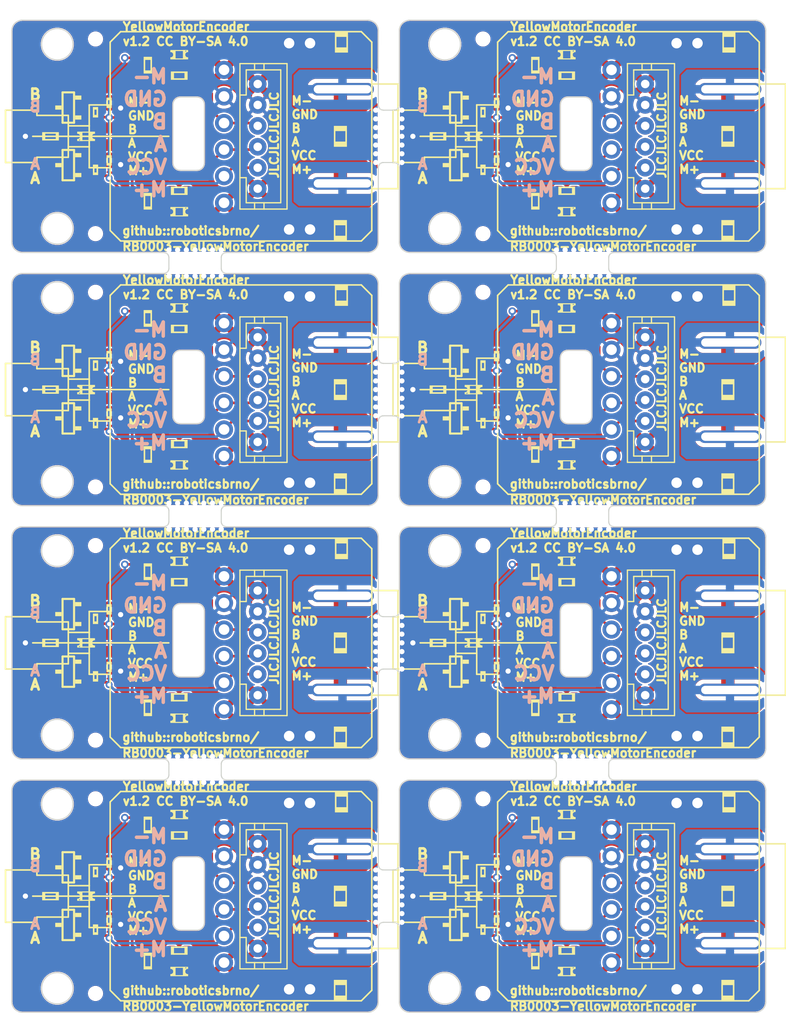
<source format=kicad_pcb>
(kicad_pcb (version 20171130) (host pcbnew 5.1.4+dfsg1-1)
  (layers (0 F.Cu signal) (31 B.Cu signal) (34 B.Paste user) (35 F.Paste user) (36 B.SilkS user) (37 F.SilkS user) (38 B.Mask user) (39 F.Mask user) (44 Edge.Cuts user))
  (net 0 "")
  (net 1 Board_1-A)
  (net 2 Board_1-B)
  (net 3 Board_1-GND)
  (net 4 Board_1-LED_POWER)
  (net 5 Board_1-LED_SIDE1)
  (net 6 Board_1-LED_TOP1)
  (net 7 Board_1-M+)
  (net 8 Board_1-M-)
  (net 9 Board_1-VCC)
  (net 10 Board_2-A)
  (net 11 Board_2-B)
  (net 12 Board_2-GND)
  (net 13 Board_2-LED_POWER)
  (net 14 Board_2-LED_SIDE1)
  (net 15 Board_2-LED_TOP1)
  (net 16 Board_2-M+)
  (net 17 Board_2-M-)
  (net 18 Board_2-VCC)
  (net 19 Board_3-A)
  (net 20 Board_3-B)
  (net 21 Board_3-GND)
  (net 22 Board_3-LED_POWER)
  (net 23 Board_3-LED_SIDE1)
  (net 24 Board_3-LED_TOP1)
  (net 25 Board_3-M+)
  (net 26 Board_3-M-)
  (net 27 Board_3-VCC)
  (net 28 Board_4-A)
  (net 29 Board_4-B)
  (net 30 Board_4-GND)
  (net 31 Board_4-LED_POWER)
  (net 32 Board_4-LED_SIDE1)
  (net 33 Board_4-LED_TOP1)
  (net 34 Board_4-M+)
  (net 35 Board_4-M-)
  (net 36 Board_4-VCC)
  (net 37 Board_5-A)
  (net 38 Board_5-B)
  (net 39 Board_5-GND)
  (net 40 Board_5-LED_POWER)
  (net 41 Board_5-LED_SIDE1)
  (net 42 Board_5-LED_TOP1)
  (net 43 Board_5-M+)
  (net 44 Board_5-M-)
  (net 45 Board_5-VCC)
  (net 46 Board_6-A)
  (net 47 Board_6-B)
  (net 48 Board_6-GND)
  (net 49 Board_6-LED_POWER)
  (net 50 Board_6-LED_SIDE1)
  (net 51 Board_6-LED_TOP1)
  (net 52 Board_6-M+)
  (net 53 Board_6-M-)
  (net 54 Board_6-VCC)
  (net 55 Board_7-A)
  (net 56 Board_7-B)
  (net 57 Board_7-GND)
  (net 58 Board_7-LED_POWER)
  (net 59 Board_7-LED_SIDE1)
  (net 60 Board_7-LED_TOP1)
  (net 61 Board_7-M+)
  (net 62 Board_7-M-)
  (net 63 Board_7-VCC)
  (net 64 Board_8-A)
  (net 65 Board_8-B)
  (net 66 Board_8-GND)
  (net 67 Board_8-LED_POWER)
  (net 68 Board_8-LED_SIDE1)
  (net 69 Board_8-LED_TOP1)
  (net 70 Board_8-M+)
  (net 71 Board_8-M-)
  (net 72 Board_8-VCC)
  (module NPTH (layer F.Cu) (at 87.275304 131.200924)
    (fp_text reference REF** hide)
    (fp_text value NPTH hide)
    (pad "" np_thru_hole circle (at 0 0) (size 0.5 0.5) (drill 0.5) (layers *.Cu *.Mask))
  )
  (module NPTH (layer F.Cu) (at 87.275304 132.034257)
    (fp_text reference REF** hide)
    (fp_text value NPTH hide)
    (pad "" np_thru_hole circle (at 0 0) (size 0.5 0.5) (drill 0.5) (layers *.Cu *.Mask))
  )
  (module NPTH (layer F.Cu) (at 87.275304 132.86759)
    (fp_text reference REF** hide)
    (fp_text value NPTH hide)
    (pad "" np_thru_hole circle (at 0 0) (size 0.5 0.5) (drill 0.5) (layers *.Cu *.Mask))
  )
  (module NPTH (layer F.Cu) (at 87.275303 133.700924)
    (fp_text reference REF** hide)
    (fp_text value NPTH hide)
    (pad "" np_thru_hole circle (at 0 0) (size 0.5 0.5) (drill 0.5) (layers *.Cu *.Mask))
  )
  (module NPTH (layer F.Cu) (at 87.275303 134.534257)
    (fp_text reference REF** hide)
    (fp_text value NPTH hide)
    (pad "" np_thru_hole circle (at 0 0) (size 0.5 0.5) (drill 0.5) (layers *.Cu *.Mask))
  )
  (module NPTH (layer F.Cu) (at 87.275303 135.36759)
    (fp_text reference REF** hide)
    (fp_text value NPTH hide)
    (pad "" np_thru_hole circle (at 0 0) (size 0.5 0.5) (drill 0.5) (layers *.Cu *.Mask))
  )
  (module NPTH (layer F.Cu) (at 87.275302 136.200924)
    (fp_text reference REF** hide)
    (fp_text value NPTH hide)
    (pad "" np_thru_hole circle (at 0 0) (size 0.5 0.5) (drill 0.5) (layers *.Cu *.Mask))
  )
  (module NPTH (layer F.Cu) (at 84.7731 136.200924)
    (fp_text reference REF** hide)
    (fp_text value NPTH hide)
    (pad "" np_thru_hole circle (at 0 0) (size 0.5 0.5) (drill 0.5) (layers *.Cu *.Mask))
  )
  (module NPTH (layer F.Cu) (at 84.7731 135.36759)
    (fp_text reference REF** hide)
    (fp_text value NPTH hide)
    (pad "" np_thru_hole circle (at 0 0) (size 0.5 0.5) (drill 0.5) (layers *.Cu *.Mask))
  )
  (module NPTH (layer F.Cu) (at 84.7731 134.534257)
    (fp_text reference REF** hide)
    (fp_text value NPTH hide)
    (pad "" np_thru_hole circle (at 0 0) (size 0.5 0.5) (drill 0.5) (layers *.Cu *.Mask))
  )
  (module NPTH (layer F.Cu) (at 84.7731 133.700924)
    (fp_text reference REF** hide)
    (fp_text value NPTH hide)
    (pad "" np_thru_hole circle (at 0 0) (size 0.5 0.5) (drill 0.5) (layers *.Cu *.Mask))
  )
  (module NPTH (layer F.Cu) (at 84.7731 132.86759)
    (fp_text reference REF** hide)
    (fp_text value NPTH hide)
    (pad "" np_thru_hole circle (at 0 0) (size 0.5 0.5) (drill 0.5) (layers *.Cu *.Mask))
  )
  (module NPTH (layer F.Cu) (at 84.7731 132.034257)
    (fp_text reference REF** hide)
    (fp_text value NPTH hide)
    (pad "" np_thru_hole circle (at 0 0) (size 0.5 0.5) (drill 0.5) (layers *.Cu *.Mask))
  )
  (module NPTH (layer F.Cu) (at 84.7731 131.200924)
    (fp_text reference REF** hide)
    (fp_text value NPTH hide)
    (pad "" np_thru_hole circle (at 0 0) (size 0.5 0.5) (drill 0.5) (layers *.Cu *.Mask))
  )
  (module NPTH (layer F.Cu) (at 87.275304 107.00066)
    (fp_text reference REF** hide)
    (fp_text value NPTH hide)
    (pad "" np_thru_hole circle (at 0 0) (size 0.5 0.5) (drill 0.5) (layers *.Cu *.Mask))
  )
  (module NPTH (layer F.Cu) (at 87.275304 107.833993)
    (fp_text reference REF** hide)
    (fp_text value NPTH hide)
    (pad "" np_thru_hole circle (at 0 0) (size 0.5 0.5) (drill 0.5) (layers *.Cu *.Mask))
  )
  (module NPTH (layer F.Cu) (at 87.275304 108.667326)
    (fp_text reference REF** hide)
    (fp_text value NPTH hide)
    (pad "" np_thru_hole circle (at 0 0) (size 0.5 0.5) (drill 0.5) (layers *.Cu *.Mask))
  )
  (module NPTH (layer F.Cu) (at 87.275303 109.50066)
    (fp_text reference REF** hide)
    (fp_text value NPTH hide)
    (pad "" np_thru_hole circle (at 0 0) (size 0.5 0.5) (drill 0.5) (layers *.Cu *.Mask))
  )
  (module NPTH (layer F.Cu) (at 87.275303 110.333993)
    (fp_text reference REF** hide)
    (fp_text value NPTH hide)
    (pad "" np_thru_hole circle (at 0 0) (size 0.5 0.5) (drill 0.5) (layers *.Cu *.Mask))
  )
  (module NPTH (layer F.Cu) (at 87.275303 111.167326)
    (fp_text reference REF** hide)
    (fp_text value NPTH hide)
    (pad "" np_thru_hole circle (at 0 0) (size 0.5 0.5) (drill 0.5) (layers *.Cu *.Mask))
  )
  (module NPTH (layer F.Cu) (at 87.275302 112.00066)
    (fp_text reference REF** hide)
    (fp_text value NPTH hide)
    (pad "" np_thru_hole circle (at 0 0) (size 0.5 0.5) (drill 0.5) (layers *.Cu *.Mask))
  )
  (module NPTH (layer F.Cu) (at 84.7731 112.00066)
    (fp_text reference REF** hide)
    (fp_text value NPTH hide)
    (pad "" np_thru_hole circle (at 0 0) (size 0.5 0.5) (drill 0.5) (layers *.Cu *.Mask))
  )
  (module NPTH (layer F.Cu) (at 84.7731 111.167326)
    (fp_text reference REF** hide)
    (fp_text value NPTH hide)
    (pad "" np_thru_hole circle (at 0 0) (size 0.5 0.5) (drill 0.5) (layers *.Cu *.Mask))
  )
  (module NPTH (layer F.Cu) (at 84.7731 110.333993)
    (fp_text reference REF** hide)
    (fp_text value NPTH hide)
    (pad "" np_thru_hole circle (at 0 0) (size 0.5 0.5) (drill 0.5) (layers *.Cu *.Mask))
  )
  (module NPTH (layer F.Cu) (at 84.7731 109.50066)
    (fp_text reference REF** hide)
    (fp_text value NPTH hide)
    (pad "" np_thru_hole circle (at 0 0) (size 0.5 0.5) (drill 0.5) (layers *.Cu *.Mask))
  )
  (module NPTH (layer F.Cu) (at 84.7731 108.667326)
    (fp_text reference REF** hide)
    (fp_text value NPTH hide)
    (pad "" np_thru_hole circle (at 0 0) (size 0.5 0.5) (drill 0.5) (layers *.Cu *.Mask))
  )
  (module NPTH (layer F.Cu) (at 84.7731 107.833993)
    (fp_text reference REF** hide)
    (fp_text value NPTH hide)
    (pad "" np_thru_hole circle (at 0 0) (size 0.5 0.5) (drill 0.5) (layers *.Cu *.Mask))
  )
  (module NPTH (layer F.Cu) (at 84.7731 107.00066)
    (fp_text reference REF** hide)
    (fp_text value NPTH hide)
    (pad "" np_thru_hole circle (at 0 0) (size 0.5 0.5) (drill 0.5) (layers *.Cu *.Mask))
  )
  (module NPTH (layer F.Cu) (at 87.275304 82.800396)
    (fp_text reference REF** hide)
    (fp_text value NPTH hide)
    (pad "" np_thru_hole circle (at 0 0) (size 0.5 0.5) (drill 0.5) (layers *.Cu *.Mask))
  )
  (module NPTH (layer F.Cu) (at 87.275304 83.633729)
    (fp_text reference REF** hide)
    (fp_text value NPTH hide)
    (pad "" np_thru_hole circle (at 0 0) (size 0.5 0.5) (drill 0.5) (layers *.Cu *.Mask))
  )
  (module NPTH (layer F.Cu) (at 87.275304 84.467062)
    (fp_text reference REF** hide)
    (fp_text value NPTH hide)
    (pad "" np_thru_hole circle (at 0 0) (size 0.5 0.5) (drill 0.5) (layers *.Cu *.Mask))
  )
  (module NPTH (layer F.Cu) (at 87.275303 85.300396)
    (fp_text reference REF** hide)
    (fp_text value NPTH hide)
    (pad "" np_thru_hole circle (at 0 0) (size 0.5 0.5) (drill 0.5) (layers *.Cu *.Mask))
  )
  (module NPTH (layer F.Cu) (at 87.275303 86.133729)
    (fp_text reference REF** hide)
    (fp_text value NPTH hide)
    (pad "" np_thru_hole circle (at 0 0) (size 0.5 0.5) (drill 0.5) (layers *.Cu *.Mask))
  )
  (module NPTH (layer F.Cu) (at 87.275303 86.967062)
    (fp_text reference REF** hide)
    (fp_text value NPTH hide)
    (pad "" np_thru_hole circle (at 0 0) (size 0.5 0.5) (drill 0.5) (layers *.Cu *.Mask))
  )
  (module NPTH (layer F.Cu) (at 87.275302 87.800396)
    (fp_text reference REF** hide)
    (fp_text value NPTH hide)
    (pad "" np_thru_hole circle (at 0 0) (size 0.5 0.5) (drill 0.5) (layers *.Cu *.Mask))
  )
  (module NPTH (layer F.Cu) (at 84.7731 87.800396)
    (fp_text reference REF** hide)
    (fp_text value NPTH hide)
    (pad "" np_thru_hole circle (at 0 0) (size 0.5 0.5) (drill 0.5) (layers *.Cu *.Mask))
  )
  (module NPTH (layer F.Cu) (at 84.7731 86.967062)
    (fp_text reference REF** hide)
    (fp_text value NPTH hide)
    (pad "" np_thru_hole circle (at 0 0) (size 0.5 0.5) (drill 0.5) (layers *.Cu *.Mask))
  )
  (module NPTH (layer F.Cu) (at 84.7731 86.133729)
    (fp_text reference REF** hide)
    (fp_text value NPTH hide)
    (pad "" np_thru_hole circle (at 0 0) (size 0.5 0.5) (drill 0.5) (layers *.Cu *.Mask))
  )
  (module NPTH (layer F.Cu) (at 84.7731 85.300396)
    (fp_text reference REF** hide)
    (fp_text value NPTH hide)
    (pad "" np_thru_hole circle (at 0 0) (size 0.5 0.5) (drill 0.5) (layers *.Cu *.Mask))
  )
  (module NPTH (layer F.Cu) (at 84.7731 84.467062)
    (fp_text reference REF** hide)
    (fp_text value NPTH hide)
    (pad "" np_thru_hole circle (at 0 0) (size 0.5 0.5) (drill 0.5) (layers *.Cu *.Mask))
  )
  (module NPTH (layer F.Cu) (at 84.7731 83.633729)
    (fp_text reference REF** hide)
    (fp_text value NPTH hide)
    (pad "" np_thru_hole circle (at 0 0) (size 0.5 0.5) (drill 0.5) (layers *.Cu *.Mask))
  )
  (module NPTH (layer F.Cu) (at 84.7731 82.800396)
    (fp_text reference REF** hide)
    (fp_text value NPTH hide)
    (pad "" np_thru_hole circle (at 0 0) (size 0.5 0.5) (drill 0.5) (layers *.Cu *.Mask))
  )
  (module NPTH (layer F.Cu) (at 87.275304 58.600132)
    (fp_text reference REF** hide)
    (fp_text value NPTH hide)
    (pad "" np_thru_hole circle (at 0 0) (size 0.5 0.5) (drill 0.5) (layers *.Cu *.Mask))
  )
  (module NPTH (layer F.Cu) (at 87.275304 59.433465)
    (fp_text reference REF** hide)
    (fp_text value NPTH hide)
    (pad "" np_thru_hole circle (at 0 0) (size 0.5 0.5) (drill 0.5) (layers *.Cu *.Mask))
  )
  (module NPTH (layer F.Cu) (at 87.275304 60.266798)
    (fp_text reference REF** hide)
    (fp_text value NPTH hide)
    (pad "" np_thru_hole circle (at 0 0) (size 0.5 0.5) (drill 0.5) (layers *.Cu *.Mask))
  )
  (module NPTH (layer F.Cu) (at 87.275303 61.100132)
    (fp_text reference REF** hide)
    (fp_text value NPTH hide)
    (pad "" np_thru_hole circle (at 0 0) (size 0.5 0.5) (drill 0.5) (layers *.Cu *.Mask))
  )
  (module NPTH (layer F.Cu) (at 87.275303 61.933465)
    (fp_text reference REF** hide)
    (fp_text value NPTH hide)
    (pad "" np_thru_hole circle (at 0 0) (size 0.5 0.5) (drill 0.5) (layers *.Cu *.Mask))
  )
  (module NPTH (layer F.Cu) (at 87.275303 62.766798)
    (fp_text reference REF** hide)
    (fp_text value NPTH hide)
    (pad "" np_thru_hole circle (at 0 0) (size 0.5 0.5) (drill 0.5) (layers *.Cu *.Mask))
  )
  (module NPTH (layer F.Cu) (at 87.275302 63.600132)
    (fp_text reference REF** hide)
    (fp_text value NPTH hide)
    (pad "" np_thru_hole circle (at 0 0) (size 0.5 0.5) (drill 0.5) (layers *.Cu *.Mask))
  )
  (module NPTH (layer F.Cu) (at 84.7731 63.600132)
    (fp_text reference REF** hide)
    (fp_text value NPTH hide)
    (pad "" np_thru_hole circle (at 0 0) (size 0.5 0.5) (drill 0.5) (layers *.Cu *.Mask))
  )
  (module NPTH (layer F.Cu) (at 84.7731 62.766798)
    (fp_text reference REF** hide)
    (fp_text value NPTH hide)
    (pad "" np_thru_hole circle (at 0 0) (size 0.5 0.5) (drill 0.5) (layers *.Cu *.Mask))
  )
  (module NPTH (layer F.Cu) (at 84.7731 61.933465)
    (fp_text reference REF** hide)
    (fp_text value NPTH hide)
    (pad "" np_thru_hole circle (at 0 0) (size 0.5 0.5) (drill 0.5) (layers *.Cu *.Mask))
  )
  (module NPTH (layer F.Cu) (at 84.7731 61.100132)
    (fp_text reference REF** hide)
    (fp_text value NPTH hide)
    (pad "" np_thru_hole circle (at 0 0) (size 0.5 0.5) (drill 0.5) (layers *.Cu *.Mask))
  )
  (module NPTH (layer F.Cu) (at 84.7731 60.266798)
    (fp_text reference REF** hide)
    (fp_text value NPTH hide)
    (pad "" np_thru_hole circle (at 0 0) (size 0.5 0.5) (drill 0.5) (layers *.Cu *.Mask))
  )
  (module NPTH (layer F.Cu) (at 84.7731 59.433465)
    (fp_text reference REF** hide)
    (fp_text value NPTH hide)
    (pad "" np_thru_hole circle (at 0 0) (size 0.5 0.5) (drill 0.5) (layers *.Cu *.Mask))
  )
  (module NPTH (layer F.Cu) (at 84.7731 58.600132)
    (fp_text reference REF** hide)
    (fp_text value NPTH hide)
    (pad "" np_thru_hole circle (at 0 0) (size 0.5 0.5) (drill 0.5) (layers *.Cu *.Mask))
  )
  (module NPTH (layer F.Cu) (at 107.039459 122.850026)
    (fp_text reference REF** hide)
    (fp_text value NPTH hide)
    (pad "" np_thru_hole circle (at 0 0) (size 0.5 0.5) (drill 0.5) (layers *.Cu *.Mask))
  )
  (module NPTH (layer F.Cu) (at 106.206126 122.850025)
    (fp_text reference REF** hide)
    (fp_text value NPTH hide)
    (pad "" np_thru_hole circle (at 0 0) (size 0.5 0.5) (drill 0.5) (layers *.Cu *.Mask))
  )
  (module NPTH (layer F.Cu) (at 105.372792 122.850024)
    (fp_text reference REF** hide)
    (fp_text value NPTH hide)
    (pad "" np_thru_hole circle (at 0 0) (size 0.5 0.5) (drill 0.5) (layers *.Cu *.Mask))
  )
  (module NPTH (layer F.Cu) (at 104.539459 122.850023)
    (fp_text reference REF** hide)
    (fp_text value NPTH hide)
    (pad "" np_thru_hole circle (at 0 0) (size 0.5 0.5) (drill 0.5) (layers *.Cu *.Mask))
  )
  (module NPTH (layer F.Cu) (at 103.706126 122.850022)
    (fp_text reference REF** hide)
    (fp_text value NPTH hide)
    (pad "" np_thru_hole circle (at 0 0) (size 0.5 0.5) (drill 0.5) (layers *.Cu *.Mask))
  )
  (module NPTH (layer F.Cu) (at 102.872792 122.85002)
    (fp_text reference REF** hide)
    (fp_text value NPTH hide)
    (pad "" np_thru_hole circle (at 0 0) (size 0.5 0.5) (drill 0.5) (layers *.Cu *.Mask))
  )
  (module NPTH (layer F.Cu) (at 102.039459 122.850019)
    (fp_text reference REF** hide)
    (fp_text value NPTH hide)
    (pad "" np_thru_hole circle (at 0 0) (size 0.5 0.5) (drill 0.5) (layers *.Cu *.Mask))
  )
  (module NPTH (layer F.Cu) (at 70.013152 122.850026)
    (fp_text reference REF** hide)
    (fp_text value NPTH hide)
    (pad "" np_thru_hole circle (at 0 0) (size 0.5 0.5) (drill 0.5) (layers *.Cu *.Mask))
  )
  (module NPTH (layer F.Cu) (at 69.179819 122.850025)
    (fp_text reference REF** hide)
    (fp_text value NPTH hide)
    (pad "" np_thru_hole circle (at 0 0) (size 0.5 0.5) (drill 0.5) (layers *.Cu *.Mask))
  )
  (module NPTH (layer F.Cu) (at 68.346485 122.850024)
    (fp_text reference REF** hide)
    (fp_text value NPTH hide)
    (pad "" np_thru_hole circle (at 0 0) (size 0.5 0.5) (drill 0.5) (layers *.Cu *.Mask))
  )
  (module NPTH (layer F.Cu) (at 67.513152 122.850023)
    (fp_text reference REF** hide)
    (fp_text value NPTH hide)
    (pad "" np_thru_hole circle (at 0 0) (size 0.5 0.5) (drill 0.5) (layers *.Cu *.Mask))
  )
  (module NPTH (layer F.Cu) (at 66.679819 122.850022)
    (fp_text reference REF** hide)
    (fp_text value NPTH hide)
    (pad "" np_thru_hole circle (at 0 0) (size 0.5 0.5) (drill 0.5) (layers *.Cu *.Mask))
  )
  (module NPTH (layer F.Cu) (at 65.846485 122.85002)
    (fp_text reference REF** hide)
    (fp_text value NPTH hide)
    (pad "" np_thru_hole circle (at 0 0) (size 0.5 0.5) (drill 0.5) (layers *.Cu *.Mask))
  )
  (module NPTH (layer F.Cu) (at 65.013152 122.850019)
    (fp_text reference REF** hide)
    (fp_text value NPTH hide)
    (pad "" np_thru_hole circle (at 0 0) (size 0.5 0.5) (drill 0.5) (layers *.Cu *.Mask))
  )
  (module NPTH (layer F.Cu) (at 102.03946 120.35179)
    (fp_text reference REF** hide)
    (fp_text value NPTH hide)
    (pad "" np_thru_hole circle (at 0 0) (size 0.5 0.5) (drill 0.5) (layers *.Cu *.Mask))
  )
  (module NPTH (layer F.Cu) (at 102.872793 120.35179)
    (fp_text reference REF** hide)
    (fp_text value NPTH hide)
    (pad "" np_thru_hole circle (at 0 0) (size 0.5 0.5) (drill 0.5) (layers *.Cu *.Mask))
  )
  (module NPTH (layer F.Cu) (at 103.706126 120.351791)
    (fp_text reference REF** hide)
    (fp_text value NPTH hide)
    (pad "" np_thru_hole circle (at 0 0) (size 0.5 0.5) (drill 0.5) (layers *.Cu *.Mask))
  )
  (module NPTH (layer F.Cu) (at 104.53946 120.351791)
    (fp_text reference REF** hide)
    (fp_text value NPTH hide)
    (pad "" np_thru_hole circle (at 0 0) (size 0.5 0.5) (drill 0.5) (layers *.Cu *.Mask))
  )
  (module NPTH (layer F.Cu) (at 105.372793 120.351791)
    (fp_text reference REF** hide)
    (fp_text value NPTH hide)
    (pad "" np_thru_hole circle (at 0 0) (size 0.5 0.5) (drill 0.5) (layers *.Cu *.Mask))
  )
  (module NPTH (layer F.Cu) (at 106.206126 120.351792)
    (fp_text reference REF** hide)
    (fp_text value NPTH hide)
    (pad "" np_thru_hole circle (at 0 0) (size 0.5 0.5) (drill 0.5) (layers *.Cu *.Mask))
  )
  (module NPTH (layer F.Cu) (at 107.03946 120.351792)
    (fp_text reference REF** hide)
    (fp_text value NPTH hide)
    (pad "" np_thru_hole circle (at 0 0) (size 0.5 0.5) (drill 0.5) (layers *.Cu *.Mask))
  )
  (module NPTH (layer F.Cu) (at 107.03946 98.649789)
    (fp_text reference REF** hide)
    (fp_text value NPTH hide)
    (pad "" np_thru_hole circle (at 0 0) (size 0.5 0.5) (drill 0.5) (layers *.Cu *.Mask))
  )
  (module NPTH (layer F.Cu) (at 106.206126 98.64979)
    (fp_text reference REF** hide)
    (fp_text value NPTH hide)
    (pad "" np_thru_hole circle (at 0 0) (size 0.5 0.5) (drill 0.5) (layers *.Cu *.Mask))
  )
  (module NPTH (layer F.Cu) (at 105.372793 98.64979)
    (fp_text reference REF** hide)
    (fp_text value NPTH hide)
    (pad "" np_thru_hole circle (at 0 0) (size 0.5 0.5) (drill 0.5) (layers *.Cu *.Mask))
  )
  (module NPTH (layer F.Cu) (at 104.53946 98.649791)
    (fp_text reference REF** hide)
    (fp_text value NPTH hide)
    (pad "" np_thru_hole circle (at 0 0) (size 0.5 0.5) (drill 0.5) (layers *.Cu *.Mask))
  )
  (module NPTH (layer F.Cu) (at 103.706126 98.649791)
    (fp_text reference REF** hide)
    (fp_text value NPTH hide)
    (pad "" np_thru_hole circle (at 0 0) (size 0.5 0.5) (drill 0.5) (layers *.Cu *.Mask))
  )
  (module NPTH (layer F.Cu) (at 102.872793 98.649792)
    (fp_text reference REF** hide)
    (fp_text value NPTH hide)
    (pad "" np_thru_hole circle (at 0 0) (size 0.5 0.5) (drill 0.5) (layers *.Cu *.Mask))
  )
  (module NPTH (layer F.Cu) (at 102.03946 98.649792)
    (fp_text reference REF** hide)
    (fp_text value NPTH hide)
    (pad "" np_thru_hole circle (at 0 0) (size 0.5 0.5) (drill 0.5) (layers *.Cu *.Mask))
  )
  (module NPTH (layer F.Cu) (at 65.013153 120.35179)
    (fp_text reference REF** hide)
    (fp_text value NPTH hide)
    (pad "" np_thru_hole circle (at 0 0) (size 0.5 0.5) (drill 0.5) (layers *.Cu *.Mask))
  )
  (module NPTH (layer F.Cu) (at 65.846486 120.35179)
    (fp_text reference REF** hide)
    (fp_text value NPTH hide)
    (pad "" np_thru_hole circle (at 0 0) (size 0.5 0.5) (drill 0.5) (layers *.Cu *.Mask))
  )
  (module NPTH (layer F.Cu) (at 66.679819 120.351791)
    (fp_text reference REF** hide)
    (fp_text value NPTH hide)
    (pad "" np_thru_hole circle (at 0 0) (size 0.5 0.5) (drill 0.5) (layers *.Cu *.Mask))
  )
  (module NPTH (layer F.Cu) (at 67.513153 120.351791)
    (fp_text reference REF** hide)
    (fp_text value NPTH hide)
    (pad "" np_thru_hole circle (at 0 0) (size 0.5 0.5) (drill 0.5) (layers *.Cu *.Mask))
  )
  (module NPTH (layer F.Cu) (at 68.346486 120.351791)
    (fp_text reference REF** hide)
    (fp_text value NPTH hide)
    (pad "" np_thru_hole circle (at 0 0) (size 0.5 0.5) (drill 0.5) (layers *.Cu *.Mask))
  )
  (module NPTH (layer F.Cu) (at 69.179819 120.351792)
    (fp_text reference REF** hide)
    (fp_text value NPTH hide)
    (pad "" np_thru_hole circle (at 0 0) (size 0.5 0.5) (drill 0.5) (layers *.Cu *.Mask))
  )
  (module NPTH (layer F.Cu) (at 70.013153 120.351792)
    (fp_text reference REF** hide)
    (fp_text value NPTH hide)
    (pad "" np_thru_hole circle (at 0 0) (size 0.5 0.5) (drill 0.5) (layers *.Cu *.Mask))
  )
  (module NPTH (layer F.Cu) (at 70.013153 98.649789)
    (fp_text reference REF** hide)
    (fp_text value NPTH hide)
    (pad "" np_thru_hole circle (at 0 0) (size 0.5 0.5) (drill 0.5) (layers *.Cu *.Mask))
  )
  (module NPTH (layer F.Cu) (at 69.179819 98.64979)
    (fp_text reference REF** hide)
    (fp_text value NPTH hide)
    (pad "" np_thru_hole circle (at 0 0) (size 0.5 0.5) (drill 0.5) (layers *.Cu *.Mask))
  )
  (module NPTH (layer F.Cu) (at 68.346486 98.64979)
    (fp_text reference REF** hide)
    (fp_text value NPTH hide)
    (pad "" np_thru_hole circle (at 0 0) (size 0.5 0.5) (drill 0.5) (layers *.Cu *.Mask))
  )
  (module NPTH (layer F.Cu) (at 67.513153 98.649791)
    (fp_text reference REF** hide)
    (fp_text value NPTH hide)
    (pad "" np_thru_hole circle (at 0 0) (size 0.5 0.5) (drill 0.5) (layers *.Cu *.Mask))
  )
  (module NPTH (layer F.Cu) (at 66.679819 98.649791)
    (fp_text reference REF** hide)
    (fp_text value NPTH hide)
    (pad "" np_thru_hole circle (at 0 0) (size 0.5 0.5) (drill 0.5) (layers *.Cu *.Mask))
  )
  (module NPTH (layer F.Cu) (at 65.846486 98.649792)
    (fp_text reference REF** hide)
    (fp_text value NPTH hide)
    (pad "" np_thru_hole circle (at 0 0) (size 0.5 0.5) (drill 0.5) (layers *.Cu *.Mask))
  )
  (module NPTH (layer F.Cu) (at 65.013153 98.649792)
    (fp_text reference REF** hide)
    (fp_text value NPTH hide)
    (pad "" np_thru_hole circle (at 0 0) (size 0.5 0.5) (drill 0.5) (layers *.Cu *.Mask))
  )
  (module NPTH (layer F.Cu) (at 102.039459 96.15151)
    (fp_text reference REF** hide)
    (fp_text value NPTH hide)
    (pad "" np_thru_hole circle (at 0 0) (size 0.5 0.5) (drill 0.5) (layers *.Cu *.Mask))
  )
  (module NPTH (layer F.Cu) (at 102.872793 96.15151)
    (fp_text reference REF** hide)
    (fp_text value NPTH hide)
    (pad "" np_thru_hole circle (at 0 0) (size 0.5 0.5) (drill 0.5) (layers *.Cu *.Mask))
  )
  (module NPTH (layer F.Cu) (at 103.706126 96.151509)
    (fp_text reference REF** hide)
    (fp_text value NPTH hide)
    (pad "" np_thru_hole circle (at 0 0) (size 0.5 0.5) (drill 0.5) (layers *.Cu *.Mask))
  )
  (module NPTH (layer F.Cu) (at 104.539459 96.151509)
    (fp_text reference REF** hide)
    (fp_text value NPTH hide)
    (pad "" np_thru_hole circle (at 0 0) (size 0.5 0.5) (drill 0.5) (layers *.Cu *.Mask))
  )
  (module NPTH (layer F.Cu) (at 105.372793 96.151509)
    (fp_text reference REF** hide)
    (fp_text value NPTH hide)
    (pad "" np_thru_hole circle (at 0 0) (size 0.5 0.5) (drill 0.5) (layers *.Cu *.Mask))
  )
  (module NPTH (layer F.Cu) (at 106.206126 96.151508)
    (fp_text reference REF** hide)
    (fp_text value NPTH hide)
    (pad "" np_thru_hole circle (at 0 0) (size 0.5 0.5) (drill 0.5) (layers *.Cu *.Mask))
  )
  (module NPTH (layer F.Cu) (at 107.039459 96.151508)
    (fp_text reference REF** hide)
    (fp_text value NPTH hide)
    (pad "" np_thru_hole circle (at 0 0) (size 0.5 0.5) (drill 0.5) (layers *.Cu *.Mask))
  )
  (module NPTH (layer F.Cu) (at 107.039459 74.44951)
    (fp_text reference REF** hide)
    (fp_text value NPTH hide)
    (pad "" np_thru_hole circle (at 0 0) (size 0.5 0.5) (drill 0.5) (layers *.Cu *.Mask))
  )
  (module NPTH (layer F.Cu) (at 106.206126 74.44951)
    (fp_text reference REF** hide)
    (fp_text value NPTH hide)
    (pad "" np_thru_hole circle (at 0 0) (size 0.5 0.5) (drill 0.5) (layers *.Cu *.Mask))
  )
  (module NPTH (layer F.Cu) (at 105.372793 74.449509)
    (fp_text reference REF** hide)
    (fp_text value NPTH hide)
    (pad "" np_thru_hole circle (at 0 0) (size 0.5 0.5) (drill 0.5) (layers *.Cu *.Mask))
  )
  (module NPTH (layer F.Cu) (at 104.539459 74.449509)
    (fp_text reference REF** hide)
    (fp_text value NPTH hide)
    (pad "" np_thru_hole circle (at 0 0) (size 0.5 0.5) (drill 0.5) (layers *.Cu *.Mask))
  )
  (module NPTH (layer F.Cu) (at 103.706126 74.449508)
    (fp_text reference REF** hide)
    (fp_text value NPTH hide)
    (pad "" np_thru_hole circle (at 0 0) (size 0.5 0.5) (drill 0.5) (layers *.Cu *.Mask))
  )
  (module NPTH (layer F.Cu) (at 102.872793 74.449508)
    (fp_text reference REF** hide)
    (fp_text value NPTH hide)
    (pad "" np_thru_hole circle (at 0 0) (size 0.5 0.5) (drill 0.5) (layers *.Cu *.Mask))
  )
  (module NPTH (layer F.Cu) (at 102.039459 74.449507)
    (fp_text reference REF** hide)
    (fp_text value NPTH hide)
    (pad "" np_thru_hole circle (at 0 0) (size 0.5 0.5) (drill 0.5) (layers *.Cu *.Mask))
  )
  (module NPTH (layer F.Cu) (at 65.013152 96.15151)
    (fp_text reference REF** hide)
    (fp_text value NPTH hide)
    (pad "" np_thru_hole circle (at 0 0) (size 0.5 0.5) (drill 0.5) (layers *.Cu *.Mask))
  )
  (module NPTH (layer F.Cu) (at 65.846486 96.15151)
    (fp_text reference REF** hide)
    (fp_text value NPTH hide)
    (pad "" np_thru_hole circle (at 0 0) (size 0.5 0.5) (drill 0.5) (layers *.Cu *.Mask))
  )
  (module NPTH (layer F.Cu) (at 66.679819 96.151509)
    (fp_text reference REF** hide)
    (fp_text value NPTH hide)
    (pad "" np_thru_hole circle (at 0 0) (size 0.5 0.5) (drill 0.5) (layers *.Cu *.Mask))
  )
  (module NPTH (layer F.Cu) (at 67.513152 96.151509)
    (fp_text reference REF** hide)
    (fp_text value NPTH hide)
    (pad "" np_thru_hole circle (at 0 0) (size 0.5 0.5) (drill 0.5) (layers *.Cu *.Mask))
  )
  (module NPTH (layer F.Cu) (at 68.346486 96.151509)
    (fp_text reference REF** hide)
    (fp_text value NPTH hide)
    (pad "" np_thru_hole circle (at 0 0) (size 0.5 0.5) (drill 0.5) (layers *.Cu *.Mask))
  )
  (module NPTH (layer F.Cu) (at 69.179819 96.151508)
    (fp_text reference REF** hide)
    (fp_text value NPTH hide)
    (pad "" np_thru_hole circle (at 0 0) (size 0.5 0.5) (drill 0.5) (layers *.Cu *.Mask))
  )
  (module NPTH (layer F.Cu) (at 70.013152 96.151508)
    (fp_text reference REF** hide)
    (fp_text value NPTH hide)
    (pad "" np_thru_hole circle (at 0 0) (size 0.5 0.5) (drill 0.5) (layers *.Cu *.Mask))
  )
  (module NPTH (layer F.Cu) (at 70.013152 74.44951)
    (fp_text reference REF** hide)
    (fp_text value NPTH hide)
    (pad "" np_thru_hole circle (at 0 0) (size 0.5 0.5) (drill 0.5) (layers *.Cu *.Mask))
  )
  (module NPTH (layer F.Cu) (at 69.179819 74.44951)
    (fp_text reference REF** hide)
    (fp_text value NPTH hide)
    (pad "" np_thru_hole circle (at 0 0) (size 0.5 0.5) (drill 0.5) (layers *.Cu *.Mask))
  )
  (module NPTH (layer F.Cu) (at 68.346486 74.449509)
    (fp_text reference REF** hide)
    (fp_text value NPTH hide)
    (pad "" np_thru_hole circle (at 0 0) (size 0.5 0.5) (drill 0.5) (layers *.Cu *.Mask))
  )
  (module NPTH (layer F.Cu) (at 67.513152 74.449509)
    (fp_text reference REF** hide)
    (fp_text value NPTH hide)
    (pad "" np_thru_hole circle (at 0 0) (size 0.5 0.5) (drill 0.5) (layers *.Cu *.Mask))
  )
  (module NPTH (layer F.Cu) (at 66.679819 74.449508)
    (fp_text reference REF** hide)
    (fp_text value NPTH hide)
    (pad "" np_thru_hole circle (at 0 0) (size 0.5 0.5) (drill 0.5) (layers *.Cu *.Mask))
  )
  (module NPTH (layer F.Cu) (at 65.846486 74.449508)
    (fp_text reference REF** hide)
    (fp_text value NPTH hide)
    (pad "" np_thru_hole circle (at 0 0) (size 0.5 0.5) (drill 0.5) (layers *.Cu *.Mask))
  )
  (module NPTH (layer F.Cu) (at 65.013152 74.449507)
    (fp_text reference REF** hide)
    (fp_text value NPTH hide)
    (pad "" np_thru_hole circle (at 0 0) (size 0.5 0.5) (drill 0.5) (layers *.Cu *.Mask))
  )
  (module NPTH (layer F.Cu) (at 102.03946 71.951274)
    (fp_text reference REF** hide)
    (fp_text value NPTH hide)
    (pad "" np_thru_hole circle (at 0 0) (size 0.5 0.5) (drill 0.5) (layers *.Cu *.Mask))
  )
  (module NPTH (layer F.Cu) (at 102.872793 71.951275)
    (fp_text reference REF** hide)
    (fp_text value NPTH hide)
    (pad "" np_thru_hole circle (at 0 0) (size 0.5 0.5) (drill 0.5) (layers *.Cu *.Mask))
  )
  (module NPTH (layer F.Cu) (at 103.706127 71.951276)
    (fp_text reference REF** hide)
    (fp_text value NPTH hide)
    (pad "" np_thru_hole circle (at 0 0) (size 0.5 0.5) (drill 0.5) (layers *.Cu *.Mask))
  )
  (module NPTH (layer F.Cu) (at 104.53946 71.951277)
    (fp_text reference REF** hide)
    (fp_text value NPTH hide)
    (pad "" np_thru_hole circle (at 0 0) (size 0.5 0.5) (drill 0.5) (layers *.Cu *.Mask))
  )
  (module NPTH (layer F.Cu) (at 105.372793 71.951278)
    (fp_text reference REF** hide)
    (fp_text value NPTH hide)
    (pad "" np_thru_hole circle (at 0 0) (size 0.5 0.5) (drill 0.5) (layers *.Cu *.Mask))
  )
  (module NPTH (layer F.Cu) (at 106.206127 71.951279)
    (fp_text reference REF** hide)
    (fp_text value NPTH hide)
    (pad "" np_thru_hole circle (at 0 0) (size 0.5 0.5) (drill 0.5) (layers *.Cu *.Mask))
  )
  (module NPTH (layer F.Cu) (at 107.03946 71.95128)
    (fp_text reference REF** hide)
    (fp_text value NPTH hide)
    (pad "" np_thru_hole circle (at 0 0) (size 0.5 0.5) (drill 0.5) (layers *.Cu *.Mask))
  )
  (module NPTH (layer F.Cu) (at 65.013153 71.951274)
    (fp_text reference REF** hide)
    (fp_text value NPTH hide)
    (pad "" np_thru_hole circle (at 0 0) (size 0.5 0.5) (drill 0.5) (layers *.Cu *.Mask))
  )
  (module NPTH (layer F.Cu) (at 65.846486 71.951275)
    (fp_text reference REF** hide)
    (fp_text value NPTH hide)
    (pad "" np_thru_hole circle (at 0 0) (size 0.5 0.5) (drill 0.5) (layers *.Cu *.Mask))
  )
  (module NPTH (layer F.Cu) (at 66.67982 71.951276)
    (fp_text reference REF** hide)
    (fp_text value NPTH hide)
    (pad "" np_thru_hole circle (at 0 0) (size 0.5 0.5) (drill 0.5) (layers *.Cu *.Mask))
  )
  (module NPTH (layer F.Cu) (at 67.513153 71.951277)
    (fp_text reference REF** hide)
    (fp_text value NPTH hide)
    (pad "" np_thru_hole circle (at 0 0) (size 0.5 0.5) (drill 0.5) (layers *.Cu *.Mask))
  )
  (module NPTH (layer F.Cu) (at 68.346486 71.951278)
    (fp_text reference REF** hide)
    (fp_text value NPTH hide)
    (pad "" np_thru_hole circle (at 0 0) (size 0.5 0.5) (drill 0.5) (layers *.Cu *.Mask))
  )
  (module NPTH (layer F.Cu) (at 69.17982 71.951279)
    (fp_text reference REF** hide)
    (fp_text value NPTH hide)
    (pad "" np_thru_hole circle (at 0 0) (size 0.5 0.5) (drill 0.5) (layers *.Cu *.Mask))
  )
  (module NPTH (layer F.Cu) (at 70.013153 71.95128)
    (fp_text reference REF** hide)
    (fp_text value NPTH hide)
    (pad "" np_thru_hole circle (at 0 0) (size 0.5 0.5) (drill 0.5) (layers *.Cu *.Mask))
  )
  (module C0805 (layer F.Cu) (at 118.426309 133.701047 90)
    (fp_text reference C5)
    (fp_text value 330n/50V)
    (pad 2 smd roundrect (at 0.87 0 90) (size 1.03 1.42) (layers F.Cu F.Paste F.Mask) (net 71 Board_8-M-))
    (pad 1 smd roundrect (at -0.87 0 270) (size 1.03 1.42) (layers F.Cu F.Paste F.Mask) (net 70 Board_8-M+))
  )
  (module C0805 (layer F.Cu) (at 118.526309 124.701047 90)
    (fp_text reference C4)
    (fp_text value 330n/50V)
    (pad 2 smd roundrect (at 0.87 0 90) (size 1.03 1.42) (layers F.Cu F.Paste F.Mask) (net 66 Board_8-GND))
    (pad 1 smd roundrect (at -0.87 0 270) (size 1.03 1.42) (layers F.Cu F.Paste F.Mask) (net 71 Board_8-M-))
  )
  (module C0805 (layer F.Cu) (at 118.426309 142.701047 270)
    (fp_text reference C3)
    (fp_text value 330n/50V)
    (pad 2 smd roundrect (at 0.87 0 270) (size 1.03 1.42) (layers F.Cu F.Paste F.Mask) (net 66 Board_8-GND))
    (pad 1 smd roundrect (at -0.87 0 90) (size 1.03 1.42) (layers F.Cu F.Paste F.Mask) (net 70 Board_8-M+))
  )
  (module C0402 (layer F.Cu) (at 95.026309 136.901047 90)
    (fp_text reference C2)
    (fp_text value 10n/50V)
    (pad 2 smd roundrect (at 0.465 0 90) (size 0.6 0.58) (layers F.Cu F.Paste F.Mask) (net 66 Board_8-GND))
    (pad 1 smd roundrect (at -0.465 0 270) (size 0.6 0.58) (layers F.Cu F.Paste F.Mask) (net 72 Board_8-VCC))
  )
  (module C0402 (layer F.Cu) (at 95.026309 131.401047 90)
    (fp_text reference C1)
    (fp_text value 10n/50V)
    (pad 2 smd roundrect (at 0.465 0 90) (size 0.6 0.58) (layers F.Cu F.Paste F.Mask) (net 66 Board_8-GND))
    (pad 1 smd roundrect (at -0.465 0 270) (size 0.6 0.58) (layers F.Cu F.Paste F.Mask) (net 72 Board_8-VCC))
  )
  (module C0402 (layer F.Cu) (at 96.326309 130.501047 270)
    (fp_text reference C7)
    (fp_text value 18p/50V)
    (pad 2 smd roundrect (at 0.465 0 270) (size 0.6 0.58) (layers F.Cu F.Paste F.Mask) (net 66 Board_8-GND))
    (pad 1 smd roundrect (at -0.465 0 90) (size 0.6 0.58) (layers F.Cu F.Paste F.Mask) (net 65 Board_8-B))
  )
  (module R0603 (layer F.Cu) (at 100.026309 126.901047 90)
    (fp_text reference R5)
    (fp_text value 47k)
    (pad 2 smd roundrect (at 0.72 0 90) (size 0.89 0.93) (layers F.Cu F.Paste F.Mask) (net 72 Board_8-VCC))
    (pad 1 smd roundrect (at -0.72 0 270) (size 0.89 0.93) (layers F.Cu F.Paste F.Mask) (net 65 Board_8-B))
  )
  (module R0603 (layer F.Cu) (at 100.026309 139.901047 270)
    (fp_text reference R4)
    (fp_text value 47k)
    (pad 2 smd roundrect (at 0.72 0 270) (size 0.89 0.93) (layers F.Cu F.Paste F.Mask) (net 72 Board_8-VCC))
    (pad 1 smd roundrect (at -0.72 0 90) (size 0.89 0.93) (layers F.Cu F.Paste F.Mask) (net 64 Board_8-A))
  )
  (module R0603 (layer F.Cu) (at 103.026309 127.901047)
    (fp_text reference R3)
    (fp_text value 1k)
    (pad 2 smd roundrect (at 0.72 0) (size 0.89 0.93) (layers F.Cu F.Paste F.Mask) (net 69 Board_8-LED_TOP1))
    (pad 1 smd roundrect (at -0.72 0 180) (size 0.89 0.93) (layers F.Cu F.Paste F.Mask) (net 65 Board_8-B))
  )
  (module R0603 (layer F.Cu) (at 103.026309 138.901047)
    (fp_text reference R2)
    (fp_text value 1k)
    (pad 2 smd roundrect (at 0.72 0) (size 0.89 0.93) (layers F.Cu F.Paste F.Mask) (net 68 Board_8-LED_SIDE1))
    (pad 1 smd roundrect (at -0.72 0 180) (size 0.89 0.93) (layers F.Cu F.Paste F.Mask) (net 64 Board_8-A))
  )
  (module CHIPLED_0603 (layer F.Cu) (at 103.026309 125.901047 180)
    (fp_text reference LED_B)
    (fp_text value RED)
    (pad A smd roundrect (at 0.75 0 270) (size 0.8 0.8) (layers F.Cu F.Paste F.Mask) (net 72 Board_8-VCC))
    (pad C smd roundrect (at -0.75 0 270) (size 0.8 0.8) (layers F.Cu F.Paste F.Mask) (net 69 Board_8-LED_TOP1))
  )
  (module CHIPLED_0603 (layer F.Cu) (at 103.026309 140.901047 180)
    (fp_text reference LED_A)
    (fp_text value RED)
    (pad A smd roundrect (at 0.75 0 270) (size 0.8 0.8) (layers F.Cu F.Paste F.Mask) (net 72 Board_8-VCC))
    (pad C smd roundrect (at -0.75 0 270) (size 0.8 0.8) (layers F.Cu F.Paste F.Mask) (net 68 Board_8-LED_SIDE1))
  )
  (module SOT23 (layer F.Cu) (at 92.426309 130.951047)
    (fp_text reference U$2)
    (fp_text value MH253ESO)
    (pad 1 smd roundrect (at 0.96 0.95) (size 1.05 0.61) (layers F.Cu F.Paste F.Mask) (net 72 Board_8-VCC))
    (pad 2 smd roundrect (at 0.96 -0.95) (size 1.05 0.61) (layers F.Cu F.Paste F.Mask) (net 65 Board_8-B))
    (pad 3 smd roundrect (at -0.96 0 180) (size 1.05 0.61) (layers F.Cu F.Paste F.Mask) (net 66 Board_8-GND))
  )
  (module SOT23 (layer F.Cu) (at 92.426309 136.451047)
    (fp_text reference U$1)
    (fp_text value MH253ESO)
    (pad 1 smd roundrect (at 0.96 0.95) (size 1.05 0.61) (layers F.Cu F.Paste F.Mask) (net 72 Board_8-VCC))
    (pad 2 smd roundrect (at 0.96 -0.95) (size 1.05 0.61) (layers F.Cu F.Paste F.Mask) (net 64 Board_8-A))
    (pad 3 smd roundrect (at -0.96 0 180) (size 1.05 0.61) (layers F.Cu F.Paste F.Mask) (net 66 Board_8-GND))
  )
  (module C0402 (layer F.Cu) (at 96.326309 136.001047 270)
    (fp_text reference C6)
    (fp_text value 18p/50V)
    (pad 2 smd roundrect (at 0.465 0 270) (size 0.6 0.58) (layers F.Cu F.Paste F.Mask) (net 66 Board_8-GND))
    (pad 1 smd roundrect (at -0.465 0 90) (size 0.6 0.58) (layers F.Cu F.Paste F.Mask) (net 64 Board_8-A))
  )
  (module CHIPLED_0603 (layer F.Cu) (at 94.126309 133.701047)
    (fp_text reference LED_POWER)
    (fp_text value RED)
    (pad A smd roundrect (at 0.75 0 90) (size 0.8 0.8) (layers F.Cu F.Paste F.Mask) (net 72 Board_8-VCC))
    (pad C smd roundrect (at -0.75 0 90) (size 0.8 0.8) (layers F.Cu F.Paste F.Mask) (net 67 Board_8-LED_POWER))
  )
  (module R0603 (layer F.Cu) (at 90.726309 133.701047)
    (fp_text reference R1)
    (fp_text value 1k)
    (pad 2 smd roundrect (at 0.72 0) (size 0.89 0.93) (layers F.Cu F.Paste F.Mask) (net 67 Board_8-LED_POWER))
    (pad 1 smd roundrect (at -0.72 0 180) (size 0.89 0.93) (layers F.Cu F.Paste F.Mask) (net 66 Board_8-GND))
  )
  (module 1X06 (layer F.Cu) (at 107.306309 133.701047 270)
    (fp_text reference JP1)
    (fp_text value "")
    (pad 6 thru_hole circle (at 6.35 0) (size 1.7272 1.7272) (drill 1.016) (layers *.Cu *.Mask) (net 70 Board_8-M+))
    (pad 5 thru_hole circle (at 3.81 0) (size 1.7272 1.7272) (drill 1.016) (layers *.Cu *.Mask) (net 72 Board_8-VCC))
    (pad 4 thru_hole circle (at 1.27 0) (size 1.7272 1.7272) (drill 1.016) (layers *.Cu *.Mask) (net 64 Board_8-A))
    (pad 3 thru_hole circle (at -1.27 0) (size 1.7272 1.7272) (drill 1.016) (layers *.Cu *.Mask) (net 65 Board_8-B))
    (pad 2 thru_hole circle (at -3.81 0) (size 1.7272 1.7272) (drill 1.016) (layers *.Cu *.Mask) (net 66 Board_8-GND))
    (pad 1 thru_hole circle (at -6.35 0) (size 1.7272 1.7272) (drill 1.016) (layers *.Cu *.Mask) (net 71 Board_8-M-))
  )
  (module "" (layer F.Cu) (at 95.026309 143.001047)
    (fp_text reference @HOLE1 hide)
    (fp_text value "" (at 0 0) (layer F.SilkS) (effects (font (size 1.27 1.27))))
    (pad "" np_thru_hole circle (at 0 0) (size 1.152 1.152) (drill 1.152) (layers *.Cu *.Mask))
  )
  (module "" (layer F.Cu) (at 95.026309 124.401047)
    (fp_text reference @HOLE0 hide)
    (fp_text value "" (at 0 0) (layer F.SilkS) (effects (font (size 1.27 1.27))))
    (pad "" np_thru_hole circle (at 0 0) (size 1.152 1.152) (drill 1.152) (layers *.Cu *.Mask))
  )
  (module JST-PH6 (layer F.Cu) (at 110.526309 133.701047 270)
    (fp_text reference P1)
    (fp_text value M1 hide)
    (pad 1 thru_hole circle (at 5 0 270) (size 1.6764 1.6764) (drill 0.8128) (layers *.Cu *.Mask) (net 70 Board_8-M+))
    (pad 6 thru_hole circle (at -5 0 270) (size 1.6764 1.6764) (drill 0.8128) (layers *.Cu *.Mask) (net 71 Board_8-M-))
    (pad 2 thru_hole circle (at 3 0 270) (size 1.6764 1.6764) (drill 0.8128) (layers *.Cu *.Mask) (net 72 Board_8-VCC))
    (pad 3 thru_hole circle (at 1 0 270) (size 1.6764 1.6764) (drill 0.8128) (layers *.Cu *.Mask) (net 64 Board_8-A))
    (pad 4 thru_hole circle (at -1 0 270) (size 1.6764 1.6764) (drill 0.8128) (layers *.Cu *.Mask) (net 65 Board_8-B))
    (pad 5 thru_hole circle (at -3 0 270) (size 1.6764 1.6764) (drill 0.8128) (layers *.Cu *.Mask) (net 66 Board_8-GND))
  )
  (module YELLOW_MOTOR (layer F.Cu) (at 118.426309 133.701047 270)
    (fp_text reference U$3 hide)
    (fp_text value YELLOW_MOTOR hide)
    (pad P$2 thru_hole oval (at 4.5 -0.2 270) (size 1.2 6) (drill oval 0.8 5.5) (layers *.Cu *.Mask) (net 70 Board_8-M+))
    (pad P$1 thru_hole oval (at -4.5 -0.2 270) (size 1.2 6) (drill oval 0.8 5.5) (layers *.Cu *.Mask) (net 71 Board_8-M-))
  )
  (module C0805 (layer F.Cu) (at 81.400002 133.701047 90)
    (fp_text reference C5)
    (fp_text value 330n/50V)
    (pad 2 smd roundrect (at 0.87 0 90) (size 1.03 1.42) (layers F.Cu F.Paste F.Mask) (net 62 Board_7-M-))
    (pad 1 smd roundrect (at -0.87 0 270) (size 1.03 1.42) (layers F.Cu F.Paste F.Mask) (net 61 Board_7-M+))
  )
  (module C0805 (layer F.Cu) (at 81.500002 124.701047 90)
    (fp_text reference C4)
    (fp_text value 330n/50V)
    (pad 2 smd roundrect (at 0.87 0 90) (size 1.03 1.42) (layers F.Cu F.Paste F.Mask) (net 57 Board_7-GND))
    (pad 1 smd roundrect (at -0.87 0 270) (size 1.03 1.42) (layers F.Cu F.Paste F.Mask) (net 62 Board_7-M-))
  )
  (module C0805 (layer F.Cu) (at 81.400002 142.701047 270)
    (fp_text reference C3)
    (fp_text value 330n/50V)
    (pad 2 smd roundrect (at 0.87 0 270) (size 1.03 1.42) (layers F.Cu F.Paste F.Mask) (net 57 Board_7-GND))
    (pad 1 smd roundrect (at -0.87 0 90) (size 1.03 1.42) (layers F.Cu F.Paste F.Mask) (net 61 Board_7-M+))
  )
  (module C0402 (layer F.Cu) (at 58.000002 136.901047 90)
    (fp_text reference C2)
    (fp_text value 10n/50V)
    (pad 2 smd roundrect (at 0.465 0 90) (size 0.6 0.58) (layers F.Cu F.Paste F.Mask) (net 57 Board_7-GND))
    (pad 1 smd roundrect (at -0.465 0 270) (size 0.6 0.58) (layers F.Cu F.Paste F.Mask) (net 63 Board_7-VCC))
  )
  (module C0402 (layer F.Cu) (at 58.000002 131.401047 90)
    (fp_text reference C1)
    (fp_text value 10n/50V)
    (pad 2 smd roundrect (at 0.465 0 90) (size 0.6 0.58) (layers F.Cu F.Paste F.Mask) (net 57 Board_7-GND))
    (pad 1 smd roundrect (at -0.465 0 270) (size 0.6 0.58) (layers F.Cu F.Paste F.Mask) (net 63 Board_7-VCC))
  )
  (module C0402 (layer F.Cu) (at 59.300002 130.501047 270)
    (fp_text reference C7)
    (fp_text value 18p/50V)
    (pad 2 smd roundrect (at 0.465 0 270) (size 0.6 0.58) (layers F.Cu F.Paste F.Mask) (net 57 Board_7-GND))
    (pad 1 smd roundrect (at -0.465 0 90) (size 0.6 0.58) (layers F.Cu F.Paste F.Mask) (net 56 Board_7-B))
  )
  (module R0603 (layer F.Cu) (at 63.000002 126.901047 90)
    (fp_text reference R5)
    (fp_text value 47k)
    (pad 2 smd roundrect (at 0.72 0 90) (size 0.89 0.93) (layers F.Cu F.Paste F.Mask) (net 63 Board_7-VCC))
    (pad 1 smd roundrect (at -0.72 0 270) (size 0.89 0.93) (layers F.Cu F.Paste F.Mask) (net 56 Board_7-B))
  )
  (module R0603 (layer F.Cu) (at 63.000002 139.901047 270)
    (fp_text reference R4)
    (fp_text value 47k)
    (pad 2 smd roundrect (at 0.72 0 270) (size 0.89 0.93) (layers F.Cu F.Paste F.Mask) (net 63 Board_7-VCC))
    (pad 1 smd roundrect (at -0.72 0 90) (size 0.89 0.93) (layers F.Cu F.Paste F.Mask) (net 55 Board_7-A))
  )
  (module R0603 (layer F.Cu) (at 66.000002 127.901047)
    (fp_text reference R3)
    (fp_text value 1k)
    (pad 2 smd roundrect (at 0.72 0) (size 0.89 0.93) (layers F.Cu F.Paste F.Mask) (net 60 Board_7-LED_TOP1))
    (pad 1 smd roundrect (at -0.72 0 180) (size 0.89 0.93) (layers F.Cu F.Paste F.Mask) (net 56 Board_7-B))
  )
  (module R0603 (layer F.Cu) (at 66.000002 138.901047)
    (fp_text reference R2)
    (fp_text value 1k)
    (pad 2 smd roundrect (at 0.72 0) (size 0.89 0.93) (layers F.Cu F.Paste F.Mask) (net 59 Board_7-LED_SIDE1))
    (pad 1 smd roundrect (at -0.72 0 180) (size 0.89 0.93) (layers F.Cu F.Paste F.Mask) (net 55 Board_7-A))
  )
  (module CHIPLED_0603 (layer F.Cu) (at 66.000002 125.901047 180)
    (fp_text reference LED_B)
    (fp_text value RED)
    (pad A smd roundrect (at 0.75 0 270) (size 0.8 0.8) (layers F.Cu F.Paste F.Mask) (net 63 Board_7-VCC))
    (pad C smd roundrect (at -0.75 0 270) (size 0.8 0.8) (layers F.Cu F.Paste F.Mask) (net 60 Board_7-LED_TOP1))
  )
  (module CHIPLED_0603 (layer F.Cu) (at 66.000002 140.901047 180)
    (fp_text reference LED_A)
    (fp_text value RED)
    (pad A smd roundrect (at 0.75 0 270) (size 0.8 0.8) (layers F.Cu F.Paste F.Mask) (net 63 Board_7-VCC))
    (pad C smd roundrect (at -0.75 0 270) (size 0.8 0.8) (layers F.Cu F.Paste F.Mask) (net 59 Board_7-LED_SIDE1))
  )
  (module SOT23 (layer F.Cu) (at 55.400002 130.951047)
    (fp_text reference U$2)
    (fp_text value MH253ESO)
    (pad 1 smd roundrect (at 0.96 0.95) (size 1.05 0.61) (layers F.Cu F.Paste F.Mask) (net 63 Board_7-VCC))
    (pad 2 smd roundrect (at 0.96 -0.95) (size 1.05 0.61) (layers F.Cu F.Paste F.Mask) (net 56 Board_7-B))
    (pad 3 smd roundrect (at -0.96 0 180) (size 1.05 0.61) (layers F.Cu F.Paste F.Mask) (net 57 Board_7-GND))
  )
  (module SOT23 (layer F.Cu) (at 55.400002 136.451047)
    (fp_text reference U$1)
    (fp_text value MH253ESO)
    (pad 1 smd roundrect (at 0.96 0.95) (size 1.05 0.61) (layers F.Cu F.Paste F.Mask) (net 63 Board_7-VCC))
    (pad 2 smd roundrect (at 0.96 -0.95) (size 1.05 0.61) (layers F.Cu F.Paste F.Mask) (net 55 Board_7-A))
    (pad 3 smd roundrect (at -0.96 0 180) (size 1.05 0.61) (layers F.Cu F.Paste F.Mask) (net 57 Board_7-GND))
  )
  (module C0402 (layer F.Cu) (at 59.300002 136.001047 270)
    (fp_text reference C6)
    (fp_text value 18p/50V)
    (pad 2 smd roundrect (at 0.465 0 270) (size 0.6 0.58) (layers F.Cu F.Paste F.Mask) (net 57 Board_7-GND))
    (pad 1 smd roundrect (at -0.465 0 90) (size 0.6 0.58) (layers F.Cu F.Paste F.Mask) (net 55 Board_7-A))
  )
  (module CHIPLED_0603 (layer F.Cu) (at 57.100002 133.701047)
    (fp_text reference LED_POWER)
    (fp_text value RED)
    (pad A smd roundrect (at 0.75 0 90) (size 0.8 0.8) (layers F.Cu F.Paste F.Mask) (net 63 Board_7-VCC))
    (pad C smd roundrect (at -0.75 0 90) (size 0.8 0.8) (layers F.Cu F.Paste F.Mask) (net 58 Board_7-LED_POWER))
  )
  (module R0603 (layer F.Cu) (at 53.700002 133.701047)
    (fp_text reference R1)
    (fp_text value 1k)
    (pad 2 smd roundrect (at 0.72 0) (size 0.89 0.93) (layers F.Cu F.Paste F.Mask) (net 58 Board_7-LED_POWER))
    (pad 1 smd roundrect (at -0.72 0 180) (size 0.89 0.93) (layers F.Cu F.Paste F.Mask) (net 57 Board_7-GND))
  )
  (module 1X06 (layer F.Cu) (at 70.280002 133.701047 270)
    (fp_text reference JP1)
    (fp_text value "")
    (pad 6 thru_hole circle (at 6.35 0) (size 1.7272 1.7272) (drill 1.016) (layers *.Cu *.Mask) (net 61 Board_7-M+))
    (pad 5 thru_hole circle (at 3.81 0) (size 1.7272 1.7272) (drill 1.016) (layers *.Cu *.Mask) (net 63 Board_7-VCC))
    (pad 4 thru_hole circle (at 1.27 0) (size 1.7272 1.7272) (drill 1.016) (layers *.Cu *.Mask) (net 55 Board_7-A))
    (pad 3 thru_hole circle (at -1.27 0) (size 1.7272 1.7272) (drill 1.016) (layers *.Cu *.Mask) (net 56 Board_7-B))
    (pad 2 thru_hole circle (at -3.81 0) (size 1.7272 1.7272) (drill 1.016) (layers *.Cu *.Mask) (net 57 Board_7-GND))
    (pad 1 thru_hole circle (at -6.35 0) (size 1.7272 1.7272) (drill 1.016) (layers *.Cu *.Mask) (net 62 Board_7-M-))
  )
  (module "" (layer F.Cu) (at 58.000002 143.001047)
    (fp_text reference @HOLE1 hide)
    (fp_text value "" (at 0 0) (layer F.SilkS) (effects (font (size 1.27 1.27))))
    (pad "" np_thru_hole circle (at 0 0) (size 1.152 1.152) (drill 1.152) (layers *.Cu *.Mask))
  )
  (module "" (layer F.Cu) (at 58.000002 124.401047)
    (fp_text reference @HOLE0 hide)
    (fp_text value "" (at 0 0) (layer F.SilkS) (effects (font (size 1.27 1.27))))
    (pad "" np_thru_hole circle (at 0 0) (size 1.152 1.152) (drill 1.152) (layers *.Cu *.Mask))
  )
  (module JST-PH6 (layer F.Cu) (at 73.500002 133.701047 270)
    (fp_text reference P1)
    (fp_text value M1 hide)
    (pad 1 thru_hole circle (at 5 0 270) (size 1.6764 1.6764) (drill 0.8128) (layers *.Cu *.Mask) (net 61 Board_7-M+))
    (pad 6 thru_hole circle (at -5 0 270) (size 1.6764 1.6764) (drill 0.8128) (layers *.Cu *.Mask) (net 62 Board_7-M-))
    (pad 2 thru_hole circle (at 3 0 270) (size 1.6764 1.6764) (drill 0.8128) (layers *.Cu *.Mask) (net 63 Board_7-VCC))
    (pad 3 thru_hole circle (at 1 0 270) (size 1.6764 1.6764) (drill 0.8128) (layers *.Cu *.Mask) (net 55 Board_7-A))
    (pad 4 thru_hole circle (at -1 0 270) (size 1.6764 1.6764) (drill 0.8128) (layers *.Cu *.Mask) (net 56 Board_7-B))
    (pad 5 thru_hole circle (at -3 0 270) (size 1.6764 1.6764) (drill 0.8128) (layers *.Cu *.Mask) (net 57 Board_7-GND))
  )
  (module YELLOW_MOTOR (layer F.Cu) (at 81.400002 133.701047 270)
    (fp_text reference U$3 hide)
    (fp_text value YELLOW_MOTOR hide)
    (pad P$2 thru_hole oval (at 4.5 -0.2 270) (size 1.2 6) (drill oval 0.8 5.5) (layers *.Cu *.Mask) (net 61 Board_7-M+))
    (pad P$1 thru_hole oval (at -4.5 -0.2 270) (size 1.2 6) (drill oval 0.8 5.5) (layers *.Cu *.Mask) (net 62 Board_7-M-))
  )
  (module C0805 (layer F.Cu) (at 118.426309 109.500783 90)
    (fp_text reference C5)
    (fp_text value 330n/50V)
    (pad 2 smd roundrect (at 0.87 0 90) (size 1.03 1.42) (layers F.Cu F.Paste F.Mask) (net 53 Board_6-M-))
    (pad 1 smd roundrect (at -0.87 0 270) (size 1.03 1.42) (layers F.Cu F.Paste F.Mask) (net 52 Board_6-M+))
  )
  (module C0805 (layer F.Cu) (at 118.526309 100.500783 90)
    (fp_text reference C4)
    (fp_text value 330n/50V)
    (pad 2 smd roundrect (at 0.87 0 90) (size 1.03 1.42) (layers F.Cu F.Paste F.Mask) (net 48 Board_6-GND))
    (pad 1 smd roundrect (at -0.87 0 270) (size 1.03 1.42) (layers F.Cu F.Paste F.Mask) (net 53 Board_6-M-))
  )
  (module C0805 (layer F.Cu) (at 118.426309 118.500783 270)
    (fp_text reference C3)
    (fp_text value 330n/50V)
    (pad 2 smd roundrect (at 0.87 0 270) (size 1.03 1.42) (layers F.Cu F.Paste F.Mask) (net 48 Board_6-GND))
    (pad 1 smd roundrect (at -0.87 0 90) (size 1.03 1.42) (layers F.Cu F.Paste F.Mask) (net 52 Board_6-M+))
  )
  (module C0402 (layer F.Cu) (at 95.026309 112.700783 90)
    (fp_text reference C2)
    (fp_text value 10n/50V)
    (pad 2 smd roundrect (at 0.465 0 90) (size 0.6 0.58) (layers F.Cu F.Paste F.Mask) (net 48 Board_6-GND))
    (pad 1 smd roundrect (at -0.465 0 270) (size 0.6 0.58) (layers F.Cu F.Paste F.Mask) (net 54 Board_6-VCC))
  )
  (module C0402 (layer F.Cu) (at 95.026309 107.200783 90)
    (fp_text reference C1)
    (fp_text value 10n/50V)
    (pad 2 smd roundrect (at 0.465 0 90) (size 0.6 0.58) (layers F.Cu F.Paste F.Mask) (net 48 Board_6-GND))
    (pad 1 smd roundrect (at -0.465 0 270) (size 0.6 0.58) (layers F.Cu F.Paste F.Mask) (net 54 Board_6-VCC))
  )
  (module C0402 (layer F.Cu) (at 96.326309 106.300783 270)
    (fp_text reference C7)
    (fp_text value 18p/50V)
    (pad 2 smd roundrect (at 0.465 0 270) (size 0.6 0.58) (layers F.Cu F.Paste F.Mask) (net 48 Board_6-GND))
    (pad 1 smd roundrect (at -0.465 0 90) (size 0.6 0.58) (layers F.Cu F.Paste F.Mask) (net 47 Board_6-B))
  )
  (module R0603 (layer F.Cu) (at 100.026309 102.700783 90)
    (fp_text reference R5)
    (fp_text value 47k)
    (pad 2 smd roundrect (at 0.72 0 90) (size 0.89 0.93) (layers F.Cu F.Paste F.Mask) (net 54 Board_6-VCC))
    (pad 1 smd roundrect (at -0.72 0 270) (size 0.89 0.93) (layers F.Cu F.Paste F.Mask) (net 47 Board_6-B))
  )
  (module R0603 (layer F.Cu) (at 100.026309 115.700783 270)
    (fp_text reference R4)
    (fp_text value 47k)
    (pad 2 smd roundrect (at 0.72 0 270) (size 0.89 0.93) (layers F.Cu F.Paste F.Mask) (net 54 Board_6-VCC))
    (pad 1 smd roundrect (at -0.72 0 90) (size 0.89 0.93) (layers F.Cu F.Paste F.Mask) (net 46 Board_6-A))
  )
  (module R0603 (layer F.Cu) (at 103.026309 103.700783)
    (fp_text reference R3)
    (fp_text value 1k)
    (pad 2 smd roundrect (at 0.72 0) (size 0.89 0.93) (layers F.Cu F.Paste F.Mask) (net 51 Board_6-LED_TOP1))
    (pad 1 smd roundrect (at -0.72 0 180) (size 0.89 0.93) (layers F.Cu F.Paste F.Mask) (net 47 Board_6-B))
  )
  (module R0603 (layer F.Cu) (at 103.026309 114.700783)
    (fp_text reference R2)
    (fp_text value 1k)
    (pad 2 smd roundrect (at 0.72 0) (size 0.89 0.93) (layers F.Cu F.Paste F.Mask) (net 50 Board_6-LED_SIDE1))
    (pad 1 smd roundrect (at -0.72 0 180) (size 0.89 0.93) (layers F.Cu F.Paste F.Mask) (net 46 Board_6-A))
  )
  (module CHIPLED_0603 (layer F.Cu) (at 103.026309 101.700783 180)
    (fp_text reference LED_B)
    (fp_text value RED)
    (pad A smd roundrect (at 0.75 0 270) (size 0.8 0.8) (layers F.Cu F.Paste F.Mask) (net 54 Board_6-VCC))
    (pad C smd roundrect (at -0.75 0 270) (size 0.8 0.8) (layers F.Cu F.Paste F.Mask) (net 51 Board_6-LED_TOP1))
  )
  (module CHIPLED_0603 (layer F.Cu) (at 103.026309 116.700783 180)
    (fp_text reference LED_A)
    (fp_text value RED)
    (pad A smd roundrect (at 0.75 0 270) (size 0.8 0.8) (layers F.Cu F.Paste F.Mask) (net 54 Board_6-VCC))
    (pad C smd roundrect (at -0.75 0 270) (size 0.8 0.8) (layers F.Cu F.Paste F.Mask) (net 50 Board_6-LED_SIDE1))
  )
  (module SOT23 (layer F.Cu) (at 92.426309 106.750783)
    (fp_text reference U$2)
    (fp_text value MH253ESO)
    (pad 1 smd roundrect (at 0.96 0.95) (size 1.05 0.61) (layers F.Cu F.Paste F.Mask) (net 54 Board_6-VCC))
    (pad 2 smd roundrect (at 0.96 -0.95) (size 1.05 0.61) (layers F.Cu F.Paste F.Mask) (net 47 Board_6-B))
    (pad 3 smd roundrect (at -0.96 0 180) (size 1.05 0.61) (layers F.Cu F.Paste F.Mask) (net 48 Board_6-GND))
  )
  (module SOT23 (layer F.Cu) (at 92.426309 112.250783)
    (fp_text reference U$1)
    (fp_text value MH253ESO)
    (pad 1 smd roundrect (at 0.96 0.95) (size 1.05 0.61) (layers F.Cu F.Paste F.Mask) (net 54 Board_6-VCC))
    (pad 2 smd roundrect (at 0.96 -0.95) (size 1.05 0.61) (layers F.Cu F.Paste F.Mask) (net 46 Board_6-A))
    (pad 3 smd roundrect (at -0.96 0 180) (size 1.05 0.61) (layers F.Cu F.Paste F.Mask) (net 48 Board_6-GND))
  )
  (module C0402 (layer F.Cu) (at 96.326309 111.800783 270)
    (fp_text reference C6)
    (fp_text value 18p/50V)
    (pad 2 smd roundrect (at 0.465 0 270) (size 0.6 0.58) (layers F.Cu F.Paste F.Mask) (net 48 Board_6-GND))
    (pad 1 smd roundrect (at -0.465 0 90) (size 0.6 0.58) (layers F.Cu F.Paste F.Mask) (net 46 Board_6-A))
  )
  (module CHIPLED_0603 (layer F.Cu) (at 94.126309 109.500783)
    (fp_text reference LED_POWER)
    (fp_text value RED)
    (pad A smd roundrect (at 0.75 0 90) (size 0.8 0.8) (layers F.Cu F.Paste F.Mask) (net 54 Board_6-VCC))
    (pad C smd roundrect (at -0.75 0 90) (size 0.8 0.8) (layers F.Cu F.Paste F.Mask) (net 49 Board_6-LED_POWER))
  )
  (module R0603 (layer F.Cu) (at 90.726309 109.500783)
    (fp_text reference R1)
    (fp_text value 1k)
    (pad 2 smd roundrect (at 0.72 0) (size 0.89 0.93) (layers F.Cu F.Paste F.Mask) (net 49 Board_6-LED_POWER))
    (pad 1 smd roundrect (at -0.72 0 180) (size 0.89 0.93) (layers F.Cu F.Paste F.Mask) (net 48 Board_6-GND))
  )
  (module 1X06 (layer F.Cu) (at 107.306309 109.500783 270)
    (fp_text reference JP1)
    (fp_text value "")
    (pad 6 thru_hole circle (at 6.35 0) (size 1.7272 1.7272) (drill 1.016) (layers *.Cu *.Mask) (net 52 Board_6-M+))
    (pad 5 thru_hole circle (at 3.81 0) (size 1.7272 1.7272) (drill 1.016) (layers *.Cu *.Mask) (net 54 Board_6-VCC))
    (pad 4 thru_hole circle (at 1.27 0) (size 1.7272 1.7272) (drill 1.016) (layers *.Cu *.Mask) (net 46 Board_6-A))
    (pad 3 thru_hole circle (at -1.27 0) (size 1.7272 1.7272) (drill 1.016) (layers *.Cu *.Mask) (net 47 Board_6-B))
    (pad 2 thru_hole circle (at -3.81 0) (size 1.7272 1.7272) (drill 1.016) (layers *.Cu *.Mask) (net 48 Board_6-GND))
    (pad 1 thru_hole circle (at -6.35 0) (size 1.7272 1.7272) (drill 1.016) (layers *.Cu *.Mask) (net 53 Board_6-M-))
  )
  (module "" (layer F.Cu) (at 95.026309 118.800783)
    (fp_text reference @HOLE1 hide)
    (fp_text value "" (at 0 0) (layer F.SilkS) (effects (font (size 1.27 1.27))))
    (pad "" np_thru_hole circle (at 0 0) (size 1.152 1.152) (drill 1.152) (layers *.Cu *.Mask))
  )
  (module "" (layer F.Cu) (at 95.026309 100.200783)
    (fp_text reference @HOLE0 hide)
    (fp_text value "" (at 0 0) (layer F.SilkS) (effects (font (size 1.27 1.27))))
    (pad "" np_thru_hole circle (at 0 0) (size 1.152 1.152) (drill 1.152) (layers *.Cu *.Mask))
  )
  (module JST-PH6 (layer F.Cu) (at 110.526309 109.500783 270)
    (fp_text reference P1)
    (fp_text value M1 hide)
    (pad 1 thru_hole circle (at 5 0 270) (size 1.6764 1.6764) (drill 0.8128) (layers *.Cu *.Mask) (net 52 Board_6-M+))
    (pad 6 thru_hole circle (at -5 0 270) (size 1.6764 1.6764) (drill 0.8128) (layers *.Cu *.Mask) (net 53 Board_6-M-))
    (pad 2 thru_hole circle (at 3 0 270) (size 1.6764 1.6764) (drill 0.8128) (layers *.Cu *.Mask) (net 54 Board_6-VCC))
    (pad 3 thru_hole circle (at 1 0 270) (size 1.6764 1.6764) (drill 0.8128) (layers *.Cu *.Mask) (net 46 Board_6-A))
    (pad 4 thru_hole circle (at -1 0 270) (size 1.6764 1.6764) (drill 0.8128) (layers *.Cu *.Mask) (net 47 Board_6-B))
    (pad 5 thru_hole circle (at -3 0 270) (size 1.6764 1.6764) (drill 0.8128) (layers *.Cu *.Mask) (net 48 Board_6-GND))
  )
  (module YELLOW_MOTOR (layer F.Cu) (at 118.426309 109.500783 270)
    (fp_text reference U$3 hide)
    (fp_text value YELLOW_MOTOR hide)
    (pad P$2 thru_hole oval (at 4.5 -0.2 270) (size 1.2 6) (drill oval 0.8 5.5) (layers *.Cu *.Mask) (net 52 Board_6-M+))
    (pad P$1 thru_hole oval (at -4.5 -0.2 270) (size 1.2 6) (drill oval 0.8 5.5) (layers *.Cu *.Mask) (net 53 Board_6-M-))
  )
  (module C0805 (layer F.Cu) (at 81.400002 109.500783 90)
    (fp_text reference C5)
    (fp_text value 330n/50V)
    (pad 2 smd roundrect (at 0.87 0 90) (size 1.03 1.42) (layers F.Cu F.Paste F.Mask) (net 44 Board_5-M-))
    (pad 1 smd roundrect (at -0.87 0 270) (size 1.03 1.42) (layers F.Cu F.Paste F.Mask) (net 43 Board_5-M+))
  )
  (module C0805 (layer F.Cu) (at 81.500002 100.500783 90)
    (fp_text reference C4)
    (fp_text value 330n/50V)
    (pad 2 smd roundrect (at 0.87 0 90) (size 1.03 1.42) (layers F.Cu F.Paste F.Mask) (net 39 Board_5-GND))
    (pad 1 smd roundrect (at -0.87 0 270) (size 1.03 1.42) (layers F.Cu F.Paste F.Mask) (net 44 Board_5-M-))
  )
  (module C0805 (layer F.Cu) (at 81.400002 118.500783 270)
    (fp_text reference C3)
    (fp_text value 330n/50V)
    (pad 2 smd roundrect (at 0.87 0 270) (size 1.03 1.42) (layers F.Cu F.Paste F.Mask) (net 39 Board_5-GND))
    (pad 1 smd roundrect (at -0.87 0 90) (size 1.03 1.42) (layers F.Cu F.Paste F.Mask) (net 43 Board_5-M+))
  )
  (module C0402 (layer F.Cu) (at 58.000002 112.700783 90)
    (fp_text reference C2)
    (fp_text value 10n/50V)
    (pad 2 smd roundrect (at 0.465 0 90) (size 0.6 0.58) (layers F.Cu F.Paste F.Mask) (net 39 Board_5-GND))
    (pad 1 smd roundrect (at -0.465 0 270) (size 0.6 0.58) (layers F.Cu F.Paste F.Mask) (net 45 Board_5-VCC))
  )
  (module C0402 (layer F.Cu) (at 58.000002 107.200783 90)
    (fp_text reference C1)
    (fp_text value 10n/50V)
    (pad 2 smd roundrect (at 0.465 0 90) (size 0.6 0.58) (layers F.Cu F.Paste F.Mask) (net 39 Board_5-GND))
    (pad 1 smd roundrect (at -0.465 0 270) (size 0.6 0.58) (layers F.Cu F.Paste F.Mask) (net 45 Board_5-VCC))
  )
  (module C0402 (layer F.Cu) (at 59.300002 106.300783 270)
    (fp_text reference C7)
    (fp_text value 18p/50V)
    (pad 2 smd roundrect (at 0.465 0 270) (size 0.6 0.58) (layers F.Cu F.Paste F.Mask) (net 39 Board_5-GND))
    (pad 1 smd roundrect (at -0.465 0 90) (size 0.6 0.58) (layers F.Cu F.Paste F.Mask) (net 38 Board_5-B))
  )
  (module R0603 (layer F.Cu) (at 63.000002 102.700783 90)
    (fp_text reference R5)
    (fp_text value 47k)
    (pad 2 smd roundrect (at 0.72 0 90) (size 0.89 0.93) (layers F.Cu F.Paste F.Mask) (net 45 Board_5-VCC))
    (pad 1 smd roundrect (at -0.72 0 270) (size 0.89 0.93) (layers F.Cu F.Paste F.Mask) (net 38 Board_5-B))
  )
  (module R0603 (layer F.Cu) (at 63.000002 115.700783 270)
    (fp_text reference R4)
    (fp_text value 47k)
    (pad 2 smd roundrect (at 0.72 0 270) (size 0.89 0.93) (layers F.Cu F.Paste F.Mask) (net 45 Board_5-VCC))
    (pad 1 smd roundrect (at -0.72 0 90) (size 0.89 0.93) (layers F.Cu F.Paste F.Mask) (net 37 Board_5-A))
  )
  (module R0603 (layer F.Cu) (at 66.000002 103.700783)
    (fp_text reference R3)
    (fp_text value 1k)
    (pad 2 smd roundrect (at 0.72 0) (size 0.89 0.93) (layers F.Cu F.Paste F.Mask) (net 42 Board_5-LED_TOP1))
    (pad 1 smd roundrect (at -0.72 0 180) (size 0.89 0.93) (layers F.Cu F.Paste F.Mask) (net 38 Board_5-B))
  )
  (module R0603 (layer F.Cu) (at 66.000002 114.700783)
    (fp_text reference R2)
    (fp_text value 1k)
    (pad 2 smd roundrect (at 0.72 0) (size 0.89 0.93) (layers F.Cu F.Paste F.Mask) (net 41 Board_5-LED_SIDE1))
    (pad 1 smd roundrect (at -0.72 0 180) (size 0.89 0.93) (layers F.Cu F.Paste F.Mask) (net 37 Board_5-A))
  )
  (module CHIPLED_0603 (layer F.Cu) (at 66.000002 101.700783 180)
    (fp_text reference LED_B)
    (fp_text value RED)
    (pad A smd roundrect (at 0.75 0 270) (size 0.8 0.8) (layers F.Cu F.Paste F.Mask) (net 45 Board_5-VCC))
    (pad C smd roundrect (at -0.75 0 270) (size 0.8 0.8) (layers F.Cu F.Paste F.Mask) (net 42 Board_5-LED_TOP1))
  )
  (module CHIPLED_0603 (layer F.Cu) (at 66.000002 116.700783 180)
    (fp_text reference LED_A)
    (fp_text value RED)
    (pad A smd roundrect (at 0.75 0 270) (size 0.8 0.8) (layers F.Cu F.Paste F.Mask) (net 45 Board_5-VCC))
    (pad C smd roundrect (at -0.75 0 270) (size 0.8 0.8) (layers F.Cu F.Paste F.Mask) (net 41 Board_5-LED_SIDE1))
  )
  (module SOT23 (layer F.Cu) (at 55.400002 106.750783)
    (fp_text reference U$2)
    (fp_text value MH253ESO)
    (pad 1 smd roundrect (at 0.96 0.95) (size 1.05 0.61) (layers F.Cu F.Paste F.Mask) (net 45 Board_5-VCC))
    (pad 2 smd roundrect (at 0.96 -0.95) (size 1.05 0.61) (layers F.Cu F.Paste F.Mask) (net 38 Board_5-B))
    (pad 3 smd roundrect (at -0.96 0 180) (size 1.05 0.61) (layers F.Cu F.Paste F.Mask) (net 39 Board_5-GND))
  )
  (module SOT23 (layer F.Cu) (at 55.400002 112.250783)
    (fp_text reference U$1)
    (fp_text value MH253ESO)
    (pad 1 smd roundrect (at 0.96 0.95) (size 1.05 0.61) (layers F.Cu F.Paste F.Mask) (net 45 Board_5-VCC))
    (pad 2 smd roundrect (at 0.96 -0.95) (size 1.05 0.61) (layers F.Cu F.Paste F.Mask) (net 37 Board_5-A))
    (pad 3 smd roundrect (at -0.96 0 180) (size 1.05 0.61) (layers F.Cu F.Paste F.Mask) (net 39 Board_5-GND))
  )
  (module C0402 (layer F.Cu) (at 59.300002 111.800783 270)
    (fp_text reference C6)
    (fp_text value 18p/50V)
    (pad 2 smd roundrect (at 0.465 0 270) (size 0.6 0.58) (layers F.Cu F.Paste F.Mask) (net 39 Board_5-GND))
    (pad 1 smd roundrect (at -0.465 0 90) (size 0.6 0.58) (layers F.Cu F.Paste F.Mask) (net 37 Board_5-A))
  )
  (module CHIPLED_0603 (layer F.Cu) (at 57.100002 109.500783)
    (fp_text reference LED_POWER)
    (fp_text value RED)
    (pad A smd roundrect (at 0.75 0 90) (size 0.8 0.8) (layers F.Cu F.Paste F.Mask) (net 45 Board_5-VCC))
    (pad C smd roundrect (at -0.75 0 90) (size 0.8 0.8) (layers F.Cu F.Paste F.Mask) (net 40 Board_5-LED_POWER))
  )
  (module R0603 (layer F.Cu) (at 53.700002 109.500783)
    (fp_text reference R1)
    (fp_text value 1k)
    (pad 2 smd roundrect (at 0.72 0) (size 0.89 0.93) (layers F.Cu F.Paste F.Mask) (net 40 Board_5-LED_POWER))
    (pad 1 smd roundrect (at -0.72 0 180) (size 0.89 0.93) (layers F.Cu F.Paste F.Mask) (net 39 Board_5-GND))
  )
  (module 1X06 (layer F.Cu) (at 70.280002 109.500783 270)
    (fp_text reference JP1)
    (fp_text value "")
    (pad 6 thru_hole circle (at 6.35 0) (size 1.7272 1.7272) (drill 1.016) (layers *.Cu *.Mask) (net 43 Board_5-M+))
    (pad 5 thru_hole circle (at 3.81 0) (size 1.7272 1.7272) (drill 1.016) (layers *.Cu *.Mask) (net 45 Board_5-VCC))
    (pad 4 thru_hole circle (at 1.27 0) (size 1.7272 1.7272) (drill 1.016) (layers *.Cu *.Mask) (net 37 Board_5-A))
    (pad 3 thru_hole circle (at -1.27 0) (size 1.7272 1.7272) (drill 1.016) (layers *.Cu *.Mask) (net 38 Board_5-B))
    (pad 2 thru_hole circle (at -3.81 0) (size 1.7272 1.7272) (drill 1.016) (layers *.Cu *.Mask) (net 39 Board_5-GND))
    (pad 1 thru_hole circle (at -6.35 0) (size 1.7272 1.7272) (drill 1.016) (layers *.Cu *.Mask) (net 44 Board_5-M-))
  )
  (module "" (layer F.Cu) (at 58.000002 118.800783)
    (fp_text reference @HOLE1 hide)
    (fp_text value "" (at 0 0) (layer F.SilkS) (effects (font (size 1.27 1.27))))
    (pad "" np_thru_hole circle (at 0 0) (size 1.152 1.152) (drill 1.152) (layers *.Cu *.Mask))
  )
  (module "" (layer F.Cu) (at 58.000002 100.200783)
    (fp_text reference @HOLE0 hide)
    (fp_text value "" (at 0 0) (layer F.SilkS) (effects (font (size 1.27 1.27))))
    (pad "" np_thru_hole circle (at 0 0) (size 1.152 1.152) (drill 1.152) (layers *.Cu *.Mask))
  )
  (module JST-PH6 (layer F.Cu) (at 73.500002 109.500783 270)
    (fp_text reference P1)
    (fp_text value M1 hide)
    (pad 1 thru_hole circle (at 5 0 270) (size 1.6764 1.6764) (drill 0.8128) (layers *.Cu *.Mask) (net 43 Board_5-M+))
    (pad 6 thru_hole circle (at -5 0 270) (size 1.6764 1.6764) (drill 0.8128) (layers *.Cu *.Mask) (net 44 Board_5-M-))
    (pad 2 thru_hole circle (at 3 0 270) (size 1.6764 1.6764) (drill 0.8128) (layers *.Cu *.Mask) (net 45 Board_5-VCC))
    (pad 3 thru_hole circle (at 1 0 270) (size 1.6764 1.6764) (drill 0.8128) (layers *.Cu *.Mask) (net 37 Board_5-A))
    (pad 4 thru_hole circle (at -1 0 270) (size 1.6764 1.6764) (drill 0.8128) (layers *.Cu *.Mask) (net 38 Board_5-B))
    (pad 5 thru_hole circle (at -3 0 270) (size 1.6764 1.6764) (drill 0.8128) (layers *.Cu *.Mask) (net 39 Board_5-GND))
  )
  (module YELLOW_MOTOR (layer F.Cu) (at 81.400002 109.500783 270)
    (fp_text reference U$3 hide)
    (fp_text value YELLOW_MOTOR hide)
    (pad P$2 thru_hole oval (at 4.5 -0.2 270) (size 1.2 6) (drill oval 0.8 5.5) (layers *.Cu *.Mask) (net 43 Board_5-M+))
    (pad P$1 thru_hole oval (at -4.5 -0.2 270) (size 1.2 6) (drill oval 0.8 5.5) (layers *.Cu *.Mask) (net 44 Board_5-M-))
  )
  (module C0805 (layer F.Cu) (at 118.426309 85.300519 90)
    (fp_text reference C5)
    (fp_text value 330n/50V)
    (pad 2 smd roundrect (at 0.87 0 90) (size 1.03 1.42) (layers F.Cu F.Paste F.Mask) (net 35 Board_4-M-))
    (pad 1 smd roundrect (at -0.87 0 270) (size 1.03 1.42) (layers F.Cu F.Paste F.Mask) (net 34 Board_4-M+))
  )
  (module C0805 (layer F.Cu) (at 118.526309 76.300519 90)
    (fp_text reference C4)
    (fp_text value 330n/50V)
    (pad 2 smd roundrect (at 0.87 0 90) (size 1.03 1.42) (layers F.Cu F.Paste F.Mask) (net 30 Board_4-GND))
    (pad 1 smd roundrect (at -0.87 0 270) (size 1.03 1.42) (layers F.Cu F.Paste F.Mask) (net 35 Board_4-M-))
  )
  (module C0805 (layer F.Cu) (at 118.426309 94.300519 270)
    (fp_text reference C3)
    (fp_text value 330n/50V)
    (pad 2 smd roundrect (at 0.87 0 270) (size 1.03 1.42) (layers F.Cu F.Paste F.Mask) (net 30 Board_4-GND))
    (pad 1 smd roundrect (at -0.87 0 90) (size 1.03 1.42) (layers F.Cu F.Paste F.Mask) (net 34 Board_4-M+))
  )
  (module C0402 (layer F.Cu) (at 95.026309 88.500519 90)
    (fp_text reference C2)
    (fp_text value 10n/50V)
    (pad 2 smd roundrect (at 0.465 0 90) (size 0.6 0.58) (layers F.Cu F.Paste F.Mask) (net 30 Board_4-GND))
    (pad 1 smd roundrect (at -0.465 0 270) (size 0.6 0.58) (layers F.Cu F.Paste F.Mask) (net 36 Board_4-VCC))
  )
  (module C0402 (layer F.Cu) (at 95.026309 83.000519 90)
    (fp_text reference C1)
    (fp_text value 10n/50V)
    (pad 2 smd roundrect (at 0.465 0 90) (size 0.6 0.58) (layers F.Cu F.Paste F.Mask) (net 30 Board_4-GND))
    (pad 1 smd roundrect (at -0.465 0 270) (size 0.6 0.58) (layers F.Cu F.Paste F.Mask) (net 36 Board_4-VCC))
  )
  (module C0402 (layer F.Cu) (at 96.326309 82.100519 270)
    (fp_text reference C7)
    (fp_text value 18p/50V)
    (pad 2 smd roundrect (at 0.465 0 270) (size 0.6 0.58) (layers F.Cu F.Paste F.Mask) (net 30 Board_4-GND))
    (pad 1 smd roundrect (at -0.465 0 90) (size 0.6 0.58) (layers F.Cu F.Paste F.Mask) (net 29 Board_4-B))
  )
  (module R0603 (layer F.Cu) (at 100.026309 78.500519 90)
    (fp_text reference R5)
    (fp_text value 47k)
    (pad 2 smd roundrect (at 0.72 0 90) (size 0.89 0.93) (layers F.Cu F.Paste F.Mask) (net 36 Board_4-VCC))
    (pad 1 smd roundrect (at -0.72 0 270) (size 0.89 0.93) (layers F.Cu F.Paste F.Mask) (net 29 Board_4-B))
  )
  (module R0603 (layer F.Cu) (at 100.026309 91.500519 270)
    (fp_text reference R4)
    (fp_text value 47k)
    (pad 2 smd roundrect (at 0.72 0 270) (size 0.89 0.93) (layers F.Cu F.Paste F.Mask) (net 36 Board_4-VCC))
    (pad 1 smd roundrect (at -0.72 0 90) (size 0.89 0.93) (layers F.Cu F.Paste F.Mask) (net 28 Board_4-A))
  )
  (module R0603 (layer F.Cu) (at 103.026309 79.500519)
    (fp_text reference R3)
    (fp_text value 1k)
    (pad 2 smd roundrect (at 0.72 0) (size 0.89 0.93) (layers F.Cu F.Paste F.Mask) (net 33 Board_4-LED_TOP1))
    (pad 1 smd roundrect (at -0.72 0 180) (size 0.89 0.93) (layers F.Cu F.Paste F.Mask) (net 29 Board_4-B))
  )
  (module R0603 (layer F.Cu) (at 103.026309 90.500519)
    (fp_text reference R2)
    (fp_text value 1k)
    (pad 2 smd roundrect (at 0.72 0) (size 0.89 0.93) (layers F.Cu F.Paste F.Mask) (net 32 Board_4-LED_SIDE1))
    (pad 1 smd roundrect (at -0.72 0 180) (size 0.89 0.93) (layers F.Cu F.Paste F.Mask) (net 28 Board_4-A))
  )
  (module CHIPLED_0603 (layer F.Cu) (at 103.026309 77.500519 180)
    (fp_text reference LED_B)
    (fp_text value RED)
    (pad A smd roundrect (at 0.75 0 270) (size 0.8 0.8) (layers F.Cu F.Paste F.Mask) (net 36 Board_4-VCC))
    (pad C smd roundrect (at -0.75 0 270) (size 0.8 0.8) (layers F.Cu F.Paste F.Mask) (net 33 Board_4-LED_TOP1))
  )
  (module CHIPLED_0603 (layer F.Cu) (at 103.026309 92.500519 180)
    (fp_text reference LED_A)
    (fp_text value RED)
    (pad A smd roundrect (at 0.75 0 270) (size 0.8 0.8) (layers F.Cu F.Paste F.Mask) (net 36 Board_4-VCC))
    (pad C smd roundrect (at -0.75 0 270) (size 0.8 0.8) (layers F.Cu F.Paste F.Mask) (net 32 Board_4-LED_SIDE1))
  )
  (module SOT23 (layer F.Cu) (at 92.426309 82.550519)
    (fp_text reference U$2)
    (fp_text value MH253ESO)
    (pad 1 smd roundrect (at 0.96 0.95) (size 1.05 0.61) (layers F.Cu F.Paste F.Mask) (net 36 Board_4-VCC))
    (pad 2 smd roundrect (at 0.96 -0.95) (size 1.05 0.61) (layers F.Cu F.Paste F.Mask) (net 29 Board_4-B))
    (pad 3 smd roundrect (at -0.96 0 180) (size 1.05 0.61) (layers F.Cu F.Paste F.Mask) (net 30 Board_4-GND))
  )
  (module SOT23 (layer F.Cu) (at 92.426309 88.050519)
    (fp_text reference U$1)
    (fp_text value MH253ESO)
    (pad 1 smd roundrect (at 0.96 0.95) (size 1.05 0.61) (layers F.Cu F.Paste F.Mask) (net 36 Board_4-VCC))
    (pad 2 smd roundrect (at 0.96 -0.95) (size 1.05 0.61) (layers F.Cu F.Paste F.Mask) (net 28 Board_4-A))
    (pad 3 smd roundrect (at -0.96 0 180) (size 1.05 0.61) (layers F.Cu F.Paste F.Mask) (net 30 Board_4-GND))
  )
  (module C0402 (layer F.Cu) (at 96.326309 87.600519 270)
    (fp_text reference C6)
    (fp_text value 18p/50V)
    (pad 2 smd roundrect (at 0.465 0 270) (size 0.6 0.58) (layers F.Cu F.Paste F.Mask) (net 30 Board_4-GND))
    (pad 1 smd roundrect (at -0.465 0 90) (size 0.6 0.58) (layers F.Cu F.Paste F.Mask) (net 28 Board_4-A))
  )
  (module CHIPLED_0603 (layer F.Cu) (at 94.126309 85.300519)
    (fp_text reference LED_POWER)
    (fp_text value RED)
    (pad A smd roundrect (at 0.75 0 90) (size 0.8 0.8) (layers F.Cu F.Paste F.Mask) (net 36 Board_4-VCC))
    (pad C smd roundrect (at -0.75 0 90) (size 0.8 0.8) (layers F.Cu F.Paste F.Mask) (net 31 Board_4-LED_POWER))
  )
  (module R0603 (layer F.Cu) (at 90.726309 85.300519)
    (fp_text reference R1)
    (fp_text value 1k)
    (pad 2 smd roundrect (at 0.72 0) (size 0.89 0.93) (layers F.Cu F.Paste F.Mask) (net 31 Board_4-LED_POWER))
    (pad 1 smd roundrect (at -0.72 0 180) (size 0.89 0.93) (layers F.Cu F.Paste F.Mask) (net 30 Board_4-GND))
  )
  (module 1X06 (layer F.Cu) (at 107.306309 85.300519 270)
    (fp_text reference JP1)
    (fp_text value "")
    (pad 6 thru_hole circle (at 6.35 0) (size 1.7272 1.7272) (drill 1.016) (layers *.Cu *.Mask) (net 34 Board_4-M+))
    (pad 5 thru_hole circle (at 3.81 0) (size 1.7272 1.7272) (drill 1.016) (layers *.Cu *.Mask) (net 36 Board_4-VCC))
    (pad 4 thru_hole circle (at 1.27 0) (size 1.7272 1.7272) (drill 1.016) (layers *.Cu *.Mask) (net 28 Board_4-A))
    (pad 3 thru_hole circle (at -1.27 0) (size 1.7272 1.7272) (drill 1.016) (layers *.Cu *.Mask) (net 29 Board_4-B))
    (pad 2 thru_hole circle (at -3.81 0) (size 1.7272 1.7272) (drill 1.016) (layers *.Cu *.Mask) (net 30 Board_4-GND))
    (pad 1 thru_hole circle (at -6.35 0) (size 1.7272 1.7272) (drill 1.016) (layers *.Cu *.Mask) (net 35 Board_4-M-))
  )
  (module "" (layer F.Cu) (at 95.026309 94.600519)
    (fp_text reference @HOLE1 hide)
    (fp_text value "" (at 0 0) (layer F.SilkS) (effects (font (size 1.27 1.27))))
    (pad "" np_thru_hole circle (at 0 0) (size 1.152 1.152) (drill 1.152) (layers *.Cu *.Mask))
  )
  (module "" (layer F.Cu) (at 95.026309 76.000519)
    (fp_text reference @HOLE0 hide)
    (fp_text value "" (at 0 0) (layer F.SilkS) (effects (font (size 1.27 1.27))))
    (pad "" np_thru_hole circle (at 0 0) (size 1.152 1.152) (drill 1.152) (layers *.Cu *.Mask))
  )
  (module JST-PH6 (layer F.Cu) (at 110.526309 85.300519 270)
    (fp_text reference P1)
    (fp_text value M1 hide)
    (pad 1 thru_hole circle (at 5 0 270) (size 1.6764 1.6764) (drill 0.8128) (layers *.Cu *.Mask) (net 34 Board_4-M+))
    (pad 6 thru_hole circle (at -5 0 270) (size 1.6764 1.6764) (drill 0.8128) (layers *.Cu *.Mask) (net 35 Board_4-M-))
    (pad 2 thru_hole circle (at 3 0 270) (size 1.6764 1.6764) (drill 0.8128) (layers *.Cu *.Mask) (net 36 Board_4-VCC))
    (pad 3 thru_hole circle (at 1 0 270) (size 1.6764 1.6764) (drill 0.8128) (layers *.Cu *.Mask) (net 28 Board_4-A))
    (pad 4 thru_hole circle (at -1 0 270) (size 1.6764 1.6764) (drill 0.8128) (layers *.Cu *.Mask) (net 29 Board_4-B))
    (pad 5 thru_hole circle (at -3 0 270) (size 1.6764 1.6764) (drill 0.8128) (layers *.Cu *.Mask) (net 30 Board_4-GND))
  )
  (module YELLOW_MOTOR (layer F.Cu) (at 118.426309 85.300519 270)
    (fp_text reference U$3 hide)
    (fp_text value YELLOW_MOTOR hide)
    (pad P$2 thru_hole oval (at 4.5 -0.2 270) (size 1.2 6) (drill oval 0.8 5.5) (layers *.Cu *.Mask) (net 34 Board_4-M+))
    (pad P$1 thru_hole oval (at -4.5 -0.2 270) (size 1.2 6) (drill oval 0.8 5.5) (layers *.Cu *.Mask) (net 35 Board_4-M-))
  )
  (module C0805 (layer F.Cu) (at 81.400002 85.300519 90)
    (fp_text reference C5)
    (fp_text value 330n/50V)
    (pad 2 smd roundrect (at 0.87 0 90) (size 1.03 1.42) (layers F.Cu F.Paste F.Mask) (net 26 Board_3-M-))
    (pad 1 smd roundrect (at -0.87 0 270) (size 1.03 1.42) (layers F.Cu F.Paste F.Mask) (net 25 Board_3-M+))
  )
  (module C0805 (layer F.Cu) (at 81.500002 76.300519 90)
    (fp_text reference C4)
    (fp_text value 330n/50V)
    (pad 2 smd roundrect (at 0.87 0 90) (size 1.03 1.42) (layers F.Cu F.Paste F.Mask) (net 21 Board_3-GND))
    (pad 1 smd roundrect (at -0.87 0 270) (size 1.03 1.42) (layers F.Cu F.Paste F.Mask) (net 26 Board_3-M-))
  )
  (module C0805 (layer F.Cu) (at 81.400002 94.300519 270)
    (fp_text reference C3)
    (fp_text value 330n/50V)
    (pad 2 smd roundrect (at 0.87 0 270) (size 1.03 1.42) (layers F.Cu F.Paste F.Mask) (net 21 Board_3-GND))
    (pad 1 smd roundrect (at -0.87 0 90) (size 1.03 1.42) (layers F.Cu F.Paste F.Mask) (net 25 Board_3-M+))
  )
  (module C0402 (layer F.Cu) (at 58.000002 88.500519 90)
    (fp_text reference C2)
    (fp_text value 10n/50V)
    (pad 2 smd roundrect (at 0.465 0 90) (size 0.6 0.58) (layers F.Cu F.Paste F.Mask) (net 21 Board_3-GND))
    (pad 1 smd roundrect (at -0.465 0 270) (size 0.6 0.58) (layers F.Cu F.Paste F.Mask) (net 27 Board_3-VCC))
  )
  (module C0402 (layer F.Cu) (at 58.000002 83.000519 90)
    (fp_text reference C1)
    (fp_text value 10n/50V)
    (pad 2 smd roundrect (at 0.465 0 90) (size 0.6 0.58) (layers F.Cu F.Paste F.Mask) (net 21 Board_3-GND))
    (pad 1 smd roundrect (at -0.465 0 270) (size 0.6 0.58) (layers F.Cu F.Paste F.Mask) (net 27 Board_3-VCC))
  )
  (module C0402 (layer F.Cu) (at 59.300002 82.100519 270)
    (fp_text reference C7)
    (fp_text value 18p/50V)
    (pad 2 smd roundrect (at 0.465 0 270) (size 0.6 0.58) (layers F.Cu F.Paste F.Mask) (net 21 Board_3-GND))
    (pad 1 smd roundrect (at -0.465 0 90) (size 0.6 0.58) (layers F.Cu F.Paste F.Mask) (net 20 Board_3-B))
  )
  (module R0603 (layer F.Cu) (at 63.000002 78.500519 90)
    (fp_text reference R5)
    (fp_text value 47k)
    (pad 2 smd roundrect (at 0.72 0 90) (size 0.89 0.93) (layers F.Cu F.Paste F.Mask) (net 27 Board_3-VCC))
    (pad 1 smd roundrect (at -0.72 0 270) (size 0.89 0.93) (layers F.Cu F.Paste F.Mask) (net 20 Board_3-B))
  )
  (module R0603 (layer F.Cu) (at 63.000002 91.500519 270)
    (fp_text reference R4)
    (fp_text value 47k)
    (pad 2 smd roundrect (at 0.72 0 270) (size 0.89 0.93) (layers F.Cu F.Paste F.Mask) (net 27 Board_3-VCC))
    (pad 1 smd roundrect (at -0.72 0 90) (size 0.89 0.93) (layers F.Cu F.Paste F.Mask) (net 19 Board_3-A))
  )
  (module R0603 (layer F.Cu) (at 66.000002 79.500519)
    (fp_text reference R3)
    (fp_text value 1k)
    (pad 2 smd roundrect (at 0.72 0) (size 0.89 0.93) (layers F.Cu F.Paste F.Mask) (net 24 Board_3-LED_TOP1))
    (pad 1 smd roundrect (at -0.72 0 180) (size 0.89 0.93) (layers F.Cu F.Paste F.Mask) (net 20 Board_3-B))
  )
  (module R0603 (layer F.Cu) (at 66.000002 90.500519)
    (fp_text reference R2)
    (fp_text value 1k)
    (pad 2 smd roundrect (at 0.72 0) (size 0.89 0.93) (layers F.Cu F.Paste F.Mask) (net 23 Board_3-LED_SIDE1))
    (pad 1 smd roundrect (at -0.72 0 180) (size 0.89 0.93) (layers F.Cu F.Paste F.Mask) (net 19 Board_3-A))
  )
  (module CHIPLED_0603 (layer F.Cu) (at 66.000002 77.500519 180)
    (fp_text reference LED_B)
    (fp_text value RED)
    (pad A smd roundrect (at 0.75 0 270) (size 0.8 0.8) (layers F.Cu F.Paste F.Mask) (net 27 Board_3-VCC))
    (pad C smd roundrect (at -0.75 0 270) (size 0.8 0.8) (layers F.Cu F.Paste F.Mask) (net 24 Board_3-LED_TOP1))
  )
  (module CHIPLED_0603 (layer F.Cu) (at 66.000002 92.500519 180)
    (fp_text reference LED_A)
    (fp_text value RED)
    (pad A smd roundrect (at 0.75 0 270) (size 0.8 0.8) (layers F.Cu F.Paste F.Mask) (net 27 Board_3-VCC))
    (pad C smd roundrect (at -0.75 0 270) (size 0.8 0.8) (layers F.Cu F.Paste F.Mask) (net 23 Board_3-LED_SIDE1))
  )
  (module SOT23 (layer F.Cu) (at 55.400002 82.550519)
    (fp_text reference U$2)
    (fp_text value MH253ESO)
    (pad 1 smd roundrect (at 0.96 0.95) (size 1.05 0.61) (layers F.Cu F.Paste F.Mask) (net 27 Board_3-VCC))
    (pad 2 smd roundrect (at 0.96 -0.95) (size 1.05 0.61) (layers F.Cu F.Paste F.Mask) (net 20 Board_3-B))
    (pad 3 smd roundrect (at -0.96 0 180) (size 1.05 0.61) (layers F.Cu F.Paste F.Mask) (net 21 Board_3-GND))
  )
  (module SOT23 (layer F.Cu) (at 55.400002 88.050519)
    (fp_text reference U$1)
    (fp_text value MH253ESO)
    (pad 1 smd roundrect (at 0.96 0.95) (size 1.05 0.61) (layers F.Cu F.Paste F.Mask) (net 27 Board_3-VCC))
    (pad 2 smd roundrect (at 0.96 -0.95) (size 1.05 0.61) (layers F.Cu F.Paste F.Mask) (net 19 Board_3-A))
    (pad 3 smd roundrect (at -0.96 0 180) (size 1.05 0.61) (layers F.Cu F.Paste F.Mask) (net 21 Board_3-GND))
  )
  (module C0402 (layer F.Cu) (at 59.300002 87.600519 270)
    (fp_text reference C6)
    (fp_text value 18p/50V)
    (pad 2 smd roundrect (at 0.465 0 270) (size 0.6 0.58) (layers F.Cu F.Paste F.Mask) (net 21 Board_3-GND))
    (pad 1 smd roundrect (at -0.465 0 90) (size 0.6 0.58) (layers F.Cu F.Paste F.Mask) (net 19 Board_3-A))
  )
  (module CHIPLED_0603 (layer F.Cu) (at 57.100002 85.300519)
    (fp_text reference LED_POWER)
    (fp_text value RED)
    (pad A smd roundrect (at 0.75 0 90) (size 0.8 0.8) (layers F.Cu F.Paste F.Mask) (net 27 Board_3-VCC))
    (pad C smd roundrect (at -0.75 0 90) (size 0.8 0.8) (layers F.Cu F.Paste F.Mask) (net 22 Board_3-LED_POWER))
  )
  (module R0603 (layer F.Cu) (at 53.700002 85.300519)
    (fp_text reference R1)
    (fp_text value 1k)
    (pad 2 smd roundrect (at 0.72 0) (size 0.89 0.93) (layers F.Cu F.Paste F.Mask) (net 22 Board_3-LED_POWER))
    (pad 1 smd roundrect (at -0.72 0 180) (size 0.89 0.93) (layers F.Cu F.Paste F.Mask) (net 21 Board_3-GND))
  )
  (module 1X06 (layer F.Cu) (at 70.280002 85.300519 270)
    (fp_text reference JP1)
    (fp_text value "")
    (pad 6 thru_hole circle (at 6.35 0) (size 1.7272 1.7272) (drill 1.016) (layers *.Cu *.Mask) (net 25 Board_3-M+))
    (pad 5 thru_hole circle (at 3.81 0) (size 1.7272 1.7272) (drill 1.016) (layers *.Cu *.Mask) (net 27 Board_3-VCC))
    (pad 4 thru_hole circle (at 1.27 0) (size 1.7272 1.7272) (drill 1.016) (layers *.Cu *.Mask) (net 19 Board_3-A))
    (pad 3 thru_hole circle (at -1.27 0) (size 1.7272 1.7272) (drill 1.016) (layers *.Cu *.Mask) (net 20 Board_3-B))
    (pad 2 thru_hole circle (at -3.81 0) (size 1.7272 1.7272) (drill 1.016) (layers *.Cu *.Mask) (net 21 Board_3-GND))
    (pad 1 thru_hole circle (at -6.35 0) (size 1.7272 1.7272) (drill 1.016) (layers *.Cu *.Mask) (net 26 Board_3-M-))
  )
  (module "" (layer F.Cu) (at 58.000002 94.600519)
    (fp_text reference @HOLE1 hide)
    (fp_text value "" (at 0 0) (layer F.SilkS) (effects (font (size 1.27 1.27))))
    (pad "" np_thru_hole circle (at 0 0) (size 1.152 1.152) (drill 1.152) (layers *.Cu *.Mask))
  )
  (module "" (layer F.Cu) (at 58.000002 76.000519)
    (fp_text reference @HOLE0 hide)
    (fp_text value "" (at 0 0) (layer F.SilkS) (effects (font (size 1.27 1.27))))
    (pad "" np_thru_hole circle (at 0 0) (size 1.152 1.152) (drill 1.152) (layers *.Cu *.Mask))
  )
  (module JST-PH6 (layer F.Cu) (at 73.500002 85.300519 270)
    (fp_text reference P1)
    (fp_text value M1 hide)
    (pad 1 thru_hole circle (at 5 0 270) (size 1.6764 1.6764) (drill 0.8128) (layers *.Cu *.Mask) (net 25 Board_3-M+))
    (pad 6 thru_hole circle (at -5 0 270) (size 1.6764 1.6764) (drill 0.8128) (layers *.Cu *.Mask) (net 26 Board_3-M-))
    (pad 2 thru_hole circle (at 3 0 270) (size 1.6764 1.6764) (drill 0.8128) (layers *.Cu *.Mask) (net 27 Board_3-VCC))
    (pad 3 thru_hole circle (at 1 0 270) (size 1.6764 1.6764) (drill 0.8128) (layers *.Cu *.Mask) (net 19 Board_3-A))
    (pad 4 thru_hole circle (at -1 0 270) (size 1.6764 1.6764) (drill 0.8128) (layers *.Cu *.Mask) (net 20 Board_3-B))
    (pad 5 thru_hole circle (at -3 0 270) (size 1.6764 1.6764) (drill 0.8128) (layers *.Cu *.Mask) (net 21 Board_3-GND))
  )
  (module YELLOW_MOTOR (layer F.Cu) (at 81.400002 85.300519 270)
    (fp_text reference U$3 hide)
    (fp_text value YELLOW_MOTOR hide)
    (pad P$2 thru_hole oval (at 4.5 -0.2 270) (size 1.2 6) (drill oval 0.8 5.5) (layers *.Cu *.Mask) (net 25 Board_3-M+))
    (pad P$1 thru_hole oval (at -4.5 -0.2 270) (size 1.2 6) (drill oval 0.8 5.5) (layers *.Cu *.Mask) (net 26 Board_3-M-))
  )
  (module C0805 (layer F.Cu) (at 118.426309 61.100255 90)
    (fp_text reference C5)
    (fp_text value 330n/50V)
    (pad 2 smd roundrect (at 0.87 0 90) (size 1.03 1.42) (layers F.Cu F.Paste F.Mask) (net 17 Board_2-M-))
    (pad 1 smd roundrect (at -0.87 0 270) (size 1.03 1.42) (layers F.Cu F.Paste F.Mask) (net 16 Board_2-M+))
  )
  (module C0805 (layer F.Cu) (at 118.526309 52.100255 90)
    (fp_text reference C4)
    (fp_text value 330n/50V)
    (pad 2 smd roundrect (at 0.87 0 90) (size 1.03 1.42) (layers F.Cu F.Paste F.Mask) (net 12 Board_2-GND))
    (pad 1 smd roundrect (at -0.87 0 270) (size 1.03 1.42) (layers F.Cu F.Paste F.Mask) (net 17 Board_2-M-))
  )
  (module C0805 (layer F.Cu) (at 118.426309 70.100255 270)
    (fp_text reference C3)
    (fp_text value 330n/50V)
    (pad 2 smd roundrect (at 0.87 0 270) (size 1.03 1.42) (layers F.Cu F.Paste F.Mask) (net 12 Board_2-GND))
    (pad 1 smd roundrect (at -0.87 0 90) (size 1.03 1.42) (layers F.Cu F.Paste F.Mask) (net 16 Board_2-M+))
  )
  (module C0402 (layer F.Cu) (at 95.026309 64.300255 90)
    (fp_text reference C2)
    (fp_text value 10n/50V)
    (pad 2 smd roundrect (at 0.465 0 90) (size 0.6 0.58) (layers F.Cu F.Paste F.Mask) (net 12 Board_2-GND))
    (pad 1 smd roundrect (at -0.465 0 270) (size 0.6 0.58) (layers F.Cu F.Paste F.Mask) (net 18 Board_2-VCC))
  )
  (module C0402 (layer F.Cu) (at 95.026309 58.800255 90)
    (fp_text reference C1)
    (fp_text value 10n/50V)
    (pad 2 smd roundrect (at 0.465 0 90) (size 0.6 0.58) (layers F.Cu F.Paste F.Mask) (net 12 Board_2-GND))
    (pad 1 smd roundrect (at -0.465 0 270) (size 0.6 0.58) (layers F.Cu F.Paste F.Mask) (net 18 Board_2-VCC))
  )
  (module C0402 (layer F.Cu) (at 96.326309 57.900255 270)
    (fp_text reference C7)
    (fp_text value 18p/50V)
    (pad 2 smd roundrect (at 0.465 0 270) (size 0.6 0.58) (layers F.Cu F.Paste F.Mask) (net 12 Board_2-GND))
    (pad 1 smd roundrect (at -0.465 0 90) (size 0.6 0.58) (layers F.Cu F.Paste F.Mask) (net 11 Board_2-B))
  )
  (module R0603 (layer F.Cu) (at 100.026309 54.300255 90)
    (fp_text reference R5)
    (fp_text value 47k)
    (pad 2 smd roundrect (at 0.72 0 90) (size 0.89 0.93) (layers F.Cu F.Paste F.Mask) (net 18 Board_2-VCC))
    (pad 1 smd roundrect (at -0.72 0 270) (size 0.89 0.93) (layers F.Cu F.Paste F.Mask) (net 11 Board_2-B))
  )
  (module R0603 (layer F.Cu) (at 100.026309 67.300255 270)
    (fp_text reference R4)
    (fp_text value 47k)
    (pad 2 smd roundrect (at 0.72 0 270) (size 0.89 0.93) (layers F.Cu F.Paste F.Mask) (net 18 Board_2-VCC))
    (pad 1 smd roundrect (at -0.72 0 90) (size 0.89 0.93) (layers F.Cu F.Paste F.Mask) (net 10 Board_2-A))
  )
  (module R0603 (layer F.Cu) (at 103.026309 55.300255)
    (fp_text reference R3)
    (fp_text value 1k)
    (pad 2 smd roundrect (at 0.72 0) (size 0.89 0.93) (layers F.Cu F.Paste F.Mask) (net 15 Board_2-LED_TOP1))
    (pad 1 smd roundrect (at -0.72 0 180) (size 0.89 0.93) (layers F.Cu F.Paste F.Mask) (net 11 Board_2-B))
  )
  (module R0603 (layer F.Cu) (at 103.026309 66.300255)
    (fp_text reference R2)
    (fp_text value 1k)
    (pad 2 smd roundrect (at 0.72 0) (size 0.89 0.93) (layers F.Cu F.Paste F.Mask) (net 14 Board_2-LED_SIDE1))
    (pad 1 smd roundrect (at -0.72 0 180) (size 0.89 0.93) (layers F.Cu F.Paste F.Mask) (net 10 Board_2-A))
  )
  (module CHIPLED_0603 (layer F.Cu) (at 103.026309 53.300255 180)
    (fp_text reference LED_B)
    (fp_text value RED)
    (pad A smd roundrect (at 0.75 0 270) (size 0.8 0.8) (layers F.Cu F.Paste F.Mask) (net 18 Board_2-VCC))
    (pad C smd roundrect (at -0.75 0 270) (size 0.8 0.8) (layers F.Cu F.Paste F.Mask) (net 15 Board_2-LED_TOP1))
  )
  (module CHIPLED_0603 (layer F.Cu) (at 103.026309 68.300255 180)
    (fp_text reference LED_A)
    (fp_text value RED)
    (pad A smd roundrect (at 0.75 0 270) (size 0.8 0.8) (layers F.Cu F.Paste F.Mask) (net 18 Board_2-VCC))
    (pad C smd roundrect (at -0.75 0 270) (size 0.8 0.8) (layers F.Cu F.Paste F.Mask) (net 14 Board_2-LED_SIDE1))
  )
  (module SOT23 (layer F.Cu) (at 92.426309 58.350255)
    (fp_text reference U$2)
    (fp_text value MH253ESO)
    (pad 1 smd roundrect (at 0.96 0.95) (size 1.05 0.61) (layers F.Cu F.Paste F.Mask) (net 18 Board_2-VCC))
    (pad 2 smd roundrect (at 0.96 -0.95) (size 1.05 0.61) (layers F.Cu F.Paste F.Mask) (net 11 Board_2-B))
    (pad 3 smd roundrect (at -0.96 0 180) (size 1.05 0.61) (layers F.Cu F.Paste F.Mask) (net 12 Board_2-GND))
  )
  (module SOT23 (layer F.Cu) (at 92.426309 63.850255)
    (fp_text reference U$1)
    (fp_text value MH253ESO)
    (pad 1 smd roundrect (at 0.96 0.95) (size 1.05 0.61) (layers F.Cu F.Paste F.Mask) (net 18 Board_2-VCC))
    (pad 2 smd roundrect (at 0.96 -0.95) (size 1.05 0.61) (layers F.Cu F.Paste F.Mask) (net 10 Board_2-A))
    (pad 3 smd roundrect (at -0.96 0 180) (size 1.05 0.61) (layers F.Cu F.Paste F.Mask) (net 12 Board_2-GND))
  )
  (module C0402 (layer F.Cu) (at 96.326309 63.400255 270)
    (fp_text reference C6)
    (fp_text value 18p/50V)
    (pad 2 smd roundrect (at 0.465 0 270) (size 0.6 0.58) (layers F.Cu F.Paste F.Mask) (net 12 Board_2-GND))
    (pad 1 smd roundrect (at -0.465 0 90) (size 0.6 0.58) (layers F.Cu F.Paste F.Mask) (net 10 Board_2-A))
  )
  (module CHIPLED_0603 (layer F.Cu) (at 94.126309 61.100255)
    (fp_text reference LED_POWER)
    (fp_text value RED)
    (pad A smd roundrect (at 0.75 0 90) (size 0.8 0.8) (layers F.Cu F.Paste F.Mask) (net 18 Board_2-VCC))
    (pad C smd roundrect (at -0.75 0 90) (size 0.8 0.8) (layers F.Cu F.Paste F.Mask) (net 13 Board_2-LED_POWER))
  )
  (module R0603 (layer F.Cu) (at 90.726309 61.100255)
    (fp_text reference R1)
    (fp_text value 1k)
    (pad 2 smd roundrect (at 0.72 0) (size 0.89 0.93) (layers F.Cu F.Paste F.Mask) (net 13 Board_2-LED_POWER))
    (pad 1 smd roundrect (at -0.72 0 180) (size 0.89 0.93) (layers F.Cu F.Paste F.Mask) (net 12 Board_2-GND))
  )
  (module 1X06 (layer F.Cu) (at 107.306309 61.100255 270)
    (fp_text reference JP1)
    (fp_text value "")
    (pad 6 thru_hole circle (at 6.35 0) (size 1.7272 1.7272) (drill 1.016) (layers *.Cu *.Mask) (net 16 Board_2-M+))
    (pad 5 thru_hole circle (at 3.81 0) (size 1.7272 1.7272) (drill 1.016) (layers *.Cu *.Mask) (net 18 Board_2-VCC))
    (pad 4 thru_hole circle (at 1.27 0) (size 1.7272 1.7272) (drill 1.016) (layers *.Cu *.Mask) (net 10 Board_2-A))
    (pad 3 thru_hole circle (at -1.27 0) (size 1.7272 1.7272) (drill 1.016) (layers *.Cu *.Mask) (net 11 Board_2-B))
    (pad 2 thru_hole circle (at -3.81 0) (size 1.7272 1.7272) (drill 1.016) (layers *.Cu *.Mask) (net 12 Board_2-GND))
    (pad 1 thru_hole circle (at -6.35 0) (size 1.7272 1.7272) (drill 1.016) (layers *.Cu *.Mask) (net 17 Board_2-M-))
  )
  (module "" (layer F.Cu) (at 95.026309 70.400255)
    (fp_text reference @HOLE1 hide)
    (fp_text value "" (at 0 0) (layer F.SilkS) (effects (font (size 1.27 1.27))))
    (pad "" np_thru_hole circle (at 0 0) (size 1.152 1.152) (drill 1.152) (layers *.Cu *.Mask))
  )
  (module "" (layer F.Cu) (at 95.026309 51.800255)
    (fp_text reference @HOLE0 hide)
    (fp_text value "" (at 0 0) (layer F.SilkS) (effects (font (size 1.27 1.27))))
    (pad "" np_thru_hole circle (at 0 0) (size 1.152 1.152) (drill 1.152) (layers *.Cu *.Mask))
  )
  (module JST-PH6 (layer F.Cu) (at 110.526309 61.100255 270)
    (fp_text reference P1)
    (fp_text value M1 hide)
    (pad 1 thru_hole circle (at 5 0 270) (size 1.6764 1.6764) (drill 0.8128) (layers *.Cu *.Mask) (net 16 Board_2-M+))
    (pad 6 thru_hole circle (at -5 0 270) (size 1.6764 1.6764) (drill 0.8128) (layers *.Cu *.Mask) (net 17 Board_2-M-))
    (pad 2 thru_hole circle (at 3 0 270) (size 1.6764 1.6764) (drill 0.8128) (layers *.Cu *.Mask) (net 18 Board_2-VCC))
    (pad 3 thru_hole circle (at 1 0 270) (size 1.6764 1.6764) (drill 0.8128) (layers *.Cu *.Mask) (net 10 Board_2-A))
    (pad 4 thru_hole circle (at -1 0 270) (size 1.6764 1.6764) (drill 0.8128) (layers *.Cu *.Mask) (net 11 Board_2-B))
    (pad 5 thru_hole circle (at -3 0 270) (size 1.6764 1.6764) (drill 0.8128) (layers *.Cu *.Mask) (net 12 Board_2-GND))
  )
  (module YELLOW_MOTOR (layer F.Cu) (at 118.426309 61.100255 270)
    (fp_text reference U$3 hide)
    (fp_text value YELLOW_MOTOR hide)
    (pad P$2 thru_hole oval (at 4.5 -0.2 270) (size 1.2 6) (drill oval 0.8 5.5) (layers *.Cu *.Mask) (net 16 Board_2-M+))
    (pad P$1 thru_hole oval (at -4.5 -0.2 270) (size 1.2 6) (drill oval 0.8 5.5) (layers *.Cu *.Mask) (net 17 Board_2-M-))
  )
  (module C0805 (layer F.Cu) (at 81.400002 61.100255 90)
    (fp_text reference C5)
    (fp_text value 330n/50V)
    (pad 2 smd roundrect (at 0.87 0 90) (size 1.03 1.42) (layers F.Cu F.Paste F.Mask) (net 8 Board_1-M-))
    (pad 1 smd roundrect (at -0.87 0 270) (size 1.03 1.42) (layers F.Cu F.Paste F.Mask) (net 7 Board_1-M+))
  )
  (module C0805 (layer F.Cu) (at 81.500002 52.100255 90)
    (fp_text reference C4)
    (fp_text value 330n/50V)
    (pad 2 smd roundrect (at 0.87 0 90) (size 1.03 1.42) (layers F.Cu F.Paste F.Mask) (net 3 Board_1-GND))
    (pad 1 smd roundrect (at -0.87 0 270) (size 1.03 1.42) (layers F.Cu F.Paste F.Mask) (net 8 Board_1-M-))
  )
  (module C0805 (layer F.Cu) (at 81.400002 70.100255 270)
    (fp_text reference C3)
    (fp_text value 330n/50V)
    (pad 2 smd roundrect (at 0.87 0 270) (size 1.03 1.42) (layers F.Cu F.Paste F.Mask) (net 3 Board_1-GND))
    (pad 1 smd roundrect (at -0.87 0 90) (size 1.03 1.42) (layers F.Cu F.Paste F.Mask) (net 7 Board_1-M+))
  )
  (module C0402 (layer F.Cu) (at 58.000002 64.300255 90)
    (fp_text reference C2)
    (fp_text value 10n/50V)
    (pad 2 smd roundrect (at 0.465 0 90) (size 0.6 0.58) (layers F.Cu F.Paste F.Mask) (net 3 Board_1-GND))
    (pad 1 smd roundrect (at -0.465 0 270) (size 0.6 0.58) (layers F.Cu F.Paste F.Mask) (net 9 Board_1-VCC))
  )
  (module C0402 (layer F.Cu) (at 58.000002 58.800255 90)
    (fp_text reference C1)
    (fp_text value 10n/50V)
    (pad 2 smd roundrect (at 0.465 0 90) (size 0.6 0.58) (layers F.Cu F.Paste F.Mask) (net 3 Board_1-GND))
    (pad 1 smd roundrect (at -0.465 0 270) (size 0.6 0.58) (layers F.Cu F.Paste F.Mask) (net 9 Board_1-VCC))
  )
  (module C0402 (layer F.Cu) (at 59.300002 57.900255 270)
    (fp_text reference C7)
    (fp_text value 18p/50V)
    (pad 2 smd roundrect (at 0.465 0 270) (size 0.6 0.58) (layers F.Cu F.Paste F.Mask) (net 3 Board_1-GND))
    (pad 1 smd roundrect (at -0.465 0 90) (size 0.6 0.58) (layers F.Cu F.Paste F.Mask) (net 2 Board_1-B))
  )
  (module R0603 (layer F.Cu) (at 63.000002 54.300255 90)
    (fp_text reference R5)
    (fp_text value 47k)
    (pad 2 smd roundrect (at 0.72 0 90) (size 0.89 0.93) (layers F.Cu F.Paste F.Mask) (net 9 Board_1-VCC))
    (pad 1 smd roundrect (at -0.72 0 270) (size 0.89 0.93) (layers F.Cu F.Paste F.Mask) (net 2 Board_1-B))
  )
  (module R0603 (layer F.Cu) (at 63.000002 67.300255 270)
    (fp_text reference R4)
    (fp_text value 47k)
    (pad 2 smd roundrect (at 0.72 0 270) (size 0.89 0.93) (layers F.Cu F.Paste F.Mask) (net 9 Board_1-VCC))
    (pad 1 smd roundrect (at -0.72 0 90) (size 0.89 0.93) (layers F.Cu F.Paste F.Mask) (net 1 Board_1-A))
  )
  (module R0603 (layer F.Cu) (at 66.000002 55.300255)
    (fp_text reference R3)
    (fp_text value 1k)
    (pad 2 smd roundrect (at 0.72 0) (size 0.89 0.93) (layers F.Cu F.Paste F.Mask) (net 6 Board_1-LED_TOP1))
    (pad 1 smd roundrect (at -0.72 0 180) (size 0.89 0.93) (layers F.Cu F.Paste F.Mask) (net 2 Board_1-B))
  )
  (module R0603 (layer F.Cu) (at 66.000002 66.300255)
    (fp_text reference R2)
    (fp_text value 1k)
    (pad 2 smd roundrect (at 0.72 0) (size 0.89 0.93) (layers F.Cu F.Paste F.Mask) (net 5 Board_1-LED_SIDE1))
    (pad 1 smd roundrect (at -0.72 0 180) (size 0.89 0.93) (layers F.Cu F.Paste F.Mask) (net 1 Board_1-A))
  )
  (module CHIPLED_0603 (layer F.Cu) (at 66.000002 53.300255 180)
    (fp_text reference LED_B)
    (fp_text value RED)
    (pad A smd roundrect (at 0.75 0 270) (size 0.8 0.8) (layers F.Cu F.Paste F.Mask) (net 9 Board_1-VCC))
    (pad C smd roundrect (at -0.75 0 270) (size 0.8 0.8) (layers F.Cu F.Paste F.Mask) (net 6 Board_1-LED_TOP1))
  )
  (module CHIPLED_0603 (layer F.Cu) (at 66.000002 68.300255 180)
    (fp_text reference LED_A)
    (fp_text value RED)
    (pad A smd roundrect (at 0.75 0 270) (size 0.8 0.8) (layers F.Cu F.Paste F.Mask) (net 9 Board_1-VCC))
    (pad C smd roundrect (at -0.75 0 270) (size 0.8 0.8) (layers F.Cu F.Paste F.Mask) (net 5 Board_1-LED_SIDE1))
  )
  (module SOT23 (layer F.Cu) (at 55.400002 58.350255)
    (fp_text reference U$2)
    (fp_text value MH253ESO)
    (pad 1 smd roundrect (at 0.96 0.95) (size 1.05 0.61) (layers F.Cu F.Paste F.Mask) (net 9 Board_1-VCC))
    (pad 2 smd roundrect (at 0.96 -0.95) (size 1.05 0.61) (layers F.Cu F.Paste F.Mask) (net 2 Board_1-B))
    (pad 3 smd roundrect (at -0.96 0 180) (size 1.05 0.61) (layers F.Cu F.Paste F.Mask) (net 3 Board_1-GND))
  )
  (module SOT23 (layer F.Cu) (at 55.400002 63.850255)
    (fp_text reference U$1)
    (fp_text value MH253ESO)
    (pad 1 smd roundrect (at 0.96 0.95) (size 1.05 0.61) (layers F.Cu F.Paste F.Mask) (net 9 Board_1-VCC))
    (pad 2 smd roundrect (at 0.96 -0.95) (size 1.05 0.61) (layers F.Cu F.Paste F.Mask) (net 1 Board_1-A))
    (pad 3 smd roundrect (at -0.96 0 180) (size 1.05 0.61) (layers F.Cu F.Paste F.Mask) (net 3 Board_1-GND))
  )
  (module C0402 (layer F.Cu) (at 59.300002 63.400255 270)
    (fp_text reference C6)
    (fp_text value 18p/50V)
    (pad 2 smd roundrect (at 0.465 0 270) (size 0.6 0.58) (layers F.Cu F.Paste F.Mask) (net 3 Board_1-GND))
    (pad 1 smd roundrect (at -0.465 0 90) (size 0.6 0.58) (layers F.Cu F.Paste F.Mask) (net 1 Board_1-A))
  )
  (module CHIPLED_0603 (layer F.Cu) (at 57.100002 61.100255)
    (fp_text reference LED_POWER)
    (fp_text value RED)
    (pad A smd roundrect (at 0.75 0 90) (size 0.8 0.8) (layers F.Cu F.Paste F.Mask) (net 9 Board_1-VCC))
    (pad C smd roundrect (at -0.75 0 90) (size 0.8 0.8) (layers F.Cu F.Paste F.Mask) (net 4 Board_1-LED_POWER))
  )
  (module R0603 (layer F.Cu) (at 53.700002 61.100255)
    (fp_text reference R1)
    (fp_text value 1k)
    (pad 2 smd roundrect (at 0.72 0) (size 0.89 0.93) (layers F.Cu F.Paste F.Mask) (net 4 Board_1-LED_POWER))
    (pad 1 smd roundrect (at -0.72 0 180) (size 0.89 0.93) (layers F.Cu F.Paste F.Mask) (net 3 Board_1-GND))
  )
  (module 1X06 (layer F.Cu) (at 70.280002 61.100255 270)
    (fp_text reference JP1)
    (fp_text value "")
    (pad 6 thru_hole circle (at 6.35 0) (size 1.7272 1.7272) (drill 1.016) (layers *.Cu *.Mask) (net 7 Board_1-M+))
    (pad 5 thru_hole circle (at 3.81 0) (size 1.7272 1.7272) (drill 1.016) (layers *.Cu *.Mask) (net 9 Board_1-VCC))
    (pad 4 thru_hole circle (at 1.27 0) (size 1.7272 1.7272) (drill 1.016) (layers *.Cu *.Mask) (net 1 Board_1-A))
    (pad 3 thru_hole circle (at -1.27 0) (size 1.7272 1.7272) (drill 1.016) (layers *.Cu *.Mask) (net 2 Board_1-B))
    (pad 2 thru_hole circle (at -3.81 0) (size 1.7272 1.7272) (drill 1.016) (layers *.Cu *.Mask) (net 3 Board_1-GND))
    (pad 1 thru_hole circle (at -6.35 0) (size 1.7272 1.7272) (drill 1.016) (layers *.Cu *.Mask) (net 8 Board_1-M-))
  )
  (module "" (layer F.Cu) (at 58.000002 70.400255)
    (fp_text reference @HOLE1 hide)
    (fp_text value "" (at 0 0) (layer F.SilkS) (effects (font (size 1.27 1.27))))
    (pad "" np_thru_hole circle (at 0 0) (size 1.152 1.152) (drill 1.152) (layers *.Cu *.Mask))
  )
  (module "" (layer F.Cu) (at 58.000002 51.800255)
    (fp_text reference @HOLE0 hide)
    (fp_text value "" (at 0 0) (layer F.SilkS) (effects (font (size 1.27 1.27))))
    (pad "" np_thru_hole circle (at 0 0) (size 1.152 1.152) (drill 1.152) (layers *.Cu *.Mask))
  )
  (module JST-PH6 (layer F.Cu) (at 73.500002 61.100255 270)
    (fp_text reference P1)
    (fp_text value M1 hide)
    (pad 1 thru_hole circle (at 5 0 270) (size 1.6764 1.6764) (drill 0.8128) (layers *.Cu *.Mask) (net 7 Board_1-M+))
    (pad 6 thru_hole circle (at -5 0 270) (size 1.6764 1.6764) (drill 0.8128) (layers *.Cu *.Mask) (net 8 Board_1-M-))
    (pad 2 thru_hole circle (at 3 0 270) (size 1.6764 1.6764) (drill 0.8128) (layers *.Cu *.Mask) (net 9 Board_1-VCC))
    (pad 3 thru_hole circle (at 1 0 270) (size 1.6764 1.6764) (drill 0.8128) (layers *.Cu *.Mask) (net 1 Board_1-A))
    (pad 4 thru_hole circle (at -1 0 270) (size 1.6764 1.6764) (drill 0.8128) (layers *.Cu *.Mask) (net 2 Board_1-B))
    (pad 5 thru_hole circle (at -3 0 270) (size 1.6764 1.6764) (drill 0.8128) (layers *.Cu *.Mask) (net 3 Board_1-GND))
  )
  (module YELLOW_MOTOR (layer F.Cu) (at 81.400002 61.100255 270)
    (fp_text reference U$3 hide)
    (fp_text value YELLOW_MOTOR hide)
    (pad P$2 thru_hole oval (at 4.5 -0.2 270) (size 1.2 6) (drill oval 0.8 5.5) (layers *.Cu *.Mask) (net 7 Board_1-M+))
    (pad P$1 thru_hole oval (at -4.5 -0.2 270) (size 1.2 6) (drill oval 0.8 5.5) (layers *.Cu *.Mask) (net 8 Board_1-M-))
  )
  (gr_line (start 55.8478 76.5252) (end 55.8428 76.6251) (layer Edge.Cuts) (width 0.1))
  (gr_line (start 55.8478 76.4758) (end 55.8478 76.5252) (layer Edge.Cuts) (width 0.1))
  (gr_line (start 55.8428 76.3759) (end 55.8478 76.4758) (layer Edge.Cuts) (width 0.1))
  (gr_line (start 55.8379 76.3268) (end 55.8428 76.3759) (layer Edge.Cuts) (width 0.1))
  (gr_line (start 55.823 76.2279) (end 55.8379 76.3268) (layer Edge.Cuts) (width 0.1))
  (gr_line (start 55.8132 76.1796) (end 55.823 76.2279) (layer Edge.Cuts) (width 0.1))
  (gr_line (start 55.7885 76.0826) (end 55.8132 76.1796) (layer Edge.Cuts) (width 0.1))
  (gr_line (start 55.774 76.0355) (end 55.7885 76.0826) (layer Edge.Cuts) (width 0.1))
  (gr_line (start 55.7397 75.9415) (end 55.774 76.0355) (layer Edge.Cuts) (width 0.1))
  (gr_line (start 55.7206 75.896) (end 55.7397 75.9415) (layer Edge.Cuts) (width 0.1))
  (gr_line (start 55.6772 75.8059) (end 55.7206 75.896) (layer Edge.Cuts) (width 0.1))
  (gr_line (start 55.6536 75.7625) (end 55.6772 75.8059) (layer Edge.Cuts) (width 0.1))
  (gr_line (start 55.6014 75.6772) (end 55.6536 75.7625) (layer Edge.Cuts) (width 0.1))
  (gr_line (start 55.5736 75.6364) (end 55.6014 75.6772) (layer Edge.Cuts) (width 0.1))
  (gr_line (start 55.5132 75.5567) (end 55.5736 75.6364) (layer Edge.Cuts) (width 0.1))
  (gr_line (start 55.4815 75.5189) (end 55.5132 75.5567) (layer Edge.Cuts) (width 0.1))
  (gr_line (start 55.4135 75.4455) (end 55.4815 75.5189) (layer Edge.Cuts) (width 0.1))
  (gr_line (start 55.3781 75.4111) (end 55.4135 75.4455) (layer Edge.Cuts) (width 0.1))
  (gr_line (start 55.3031 75.3449) (end 55.3781 75.4111) (layer Edge.Cuts) (width 0.1))
  (gr_line (start 55.2646 75.3141) (end 55.3031 75.3449) (layer Edge.Cuts) (width 0.1))
  (gr_line (start 55.1833 75.2557) (end 55.2646 75.3141) (layer Edge.Cuts) (width 0.1))
  (gr_line (start 55.1419 75.229) (end 55.1833 75.2557) (layer Edge.Cuts) (width 0.1))
  (gr_line (start 55.0553 75.179) (end 55.1419 75.229) (layer Edge.Cuts) (width 0.1))
  (gr_line (start 55.0113 75.1564) (end 55.0553 75.179) (layer Edge.Cuts) (width 0.1))
  (gr_line (start 54.9202 75.1153) (end 55.0113 75.1564) (layer Edge.Cuts) (width 0.1))
  (gr_line (start 54.8742 75.0973) (end 54.9202 75.1153) (layer Edge.Cuts) (width 0.1))
  (gr_line (start 54.7794 75.0654) (end 54.8742 75.0973) (layer Edge.Cuts) (width 0.1))
  (gr_line (start 54.7319 75.052) (end 54.7794 75.0654) (layer Edge.Cuts) (width 0.1))
  (gr_line (start 54.6344 75.0298) (end 54.7319 75.052) (layer Edge.Cuts) (width 0.1))
  (gr_line (start 54.5858 75.0212) (end 54.6344 75.0298) (layer Edge.Cuts) (width 0.1))
  (gr_line (start 54.4865 75.0088) (end 54.5858 75.0212) (layer Edge.Cuts) (width 0.1))
  (gr_line (start 54.4373 75.0051) (end 54.4865 75.0088) (layer Edge.Cuts) (width 0.1))
  (gr_line (start 54.3373 75.0026) (end 54.4373 75.0051) (layer Edge.Cuts) (width 0.1))
  (gr_line (start 54.288 75.0038) (end 54.3373 75.0026) (layer Edge.Cuts) (width 0.1))
  (gr_line (start 54.1882 75.0113) (end 54.288 75.0038) (layer Edge.Cuts) (width 0.1))
  (gr_line (start 54.1393 75.0174) (end 54.1882 75.0113) (layer Edge.Cuts) (width 0.1))
  (gr_line (start 54.0408 75.0348) (end 54.1393 75.0174) (layer Edge.Cuts) (width 0.1))
  (gr_line (start 53.9927 75.0458) (end 54.0408 75.0348) (layer Edge.Cuts) (width 0.1))
  (gr_line (start 53.8964 75.0729) (end 53.9927 75.0458) (layer Edge.Cuts) (width 0.1))
  (gr_line (start 53.8496 75.0886) (end 53.8964 75.0729) (layer Edge.Cuts) (width 0.1))
  (gr_line (start 53.7565 75.1251) (end 53.8496 75.0886) (layer Edge.Cuts) (width 0.1))
  (gr_line (start 53.7115 75.1454) (end 53.7565 75.1251) (layer Edge.Cuts) (width 0.1))
  (gr_line (start 53.6225 75.1911) (end 53.7115 75.1454) (layer Edge.Cuts) (width 0.1))
  (gr_line (start 53.5798 75.2158) (end 53.6225 75.1911) (layer Edge.Cuts) (width 0.1))
  (gr_line (start 53.4957 75.27) (end 53.5798 75.2158) (layer Edge.Cuts) (width 0.1))
  (gr_line (start 53.4557 75.2988) (end 53.4957 75.27) (layer Edge.Cuts) (width 0.1))
  (gr_line (start 53.3775 75.3612) (end 53.4557 75.2988) (layer Edge.Cuts) (width 0.1))
  (gr_line (start 53.3405 75.3938) (end 53.3775 75.3612) (layer Edge.Cuts) (width 0.1))
  (gr_line (start 53.2688 75.4637) (end 53.3405 75.3938) (layer Edge.Cuts) (width 0.1))
  (gr_line (start 53.2353 75.4999) (end 53.2688 75.4637) (layer Edge.Cuts) (width 0.1))
  (gr_line (start 53.171 75.5765) (end 53.2353 75.4999) (layer Edge.Cuts) (width 0.1))
  (gr_line (start 53.1412 75.6158) (end 53.171 75.5765) (layer Edge.Cuts) (width 0.1))
  (gr_line (start 53.0848 75.6985) (end 53.1412 75.6158) (layer Edge.Cuts) (width 0.1))
  (gr_line (start 53.0591 75.7406) (end 53.0848 75.6985) (layer Edge.Cuts) (width 0.1))
  (gr_line (start 53.0113 75.8284) (end 53.0591 75.7406) (layer Edge.Cuts) (width 0.1))
  (gr_line (start 52.9899 75.8729) (end 53.0113 75.8284) (layer Edge.Cuts) (width 0.1))
  (gr_line (start 52.951 75.9651) (end 52.9899 75.8729) (layer Edge.Cuts) (width 0.1))
  (gr_line (start 52.9341 76.0114) (end 52.951 75.9651) (layer Edge.Cuts) (width 0.1))
  (gr_line (start 52.9046 76.107) (end 52.9341 76.0114) (layer Edge.Cuts) (width 0.1))
  (gr_line (start 52.8925 76.1548) (end 52.9046 76.107) (layer Edge.Cuts) (width 0.1))
  (gr_line (start 52.8726 76.2529) (end 52.8925 76.1548) (layer Edge.Cuts) (width 0.1))
  (gr_line (start 52.8653 76.3017) (end 52.8726 76.2529) (layer Edge.Cuts) (width 0.1))
  (gr_line (start 52.8553 76.4012) (end 52.8653 76.3017) (layer Edge.Cuts) (width 0.1))
  (gr_line (start 52.8529 76.4505) (end 52.8553 76.4012) (layer Edge.Cuts) (width 0.1))
  (gr_line (start 52.8529 76.5505) (end 52.8529 76.4505) (layer Edge.Cuts) (width 0.1))
  (gr_line (start 52.8553 76.5998) (end 52.8529 76.5505) (layer Edge.Cuts) (width 0.1))
  (gr_line (start 52.8653 76.6994) (end 52.8553 76.5998) (layer Edge.Cuts) (width 0.1))
  (gr_line (start 52.8726 76.7481) (end 52.8653 76.6994) (layer Edge.Cuts) (width 0.1))
  (gr_line (start 52.8925 76.8462) (end 52.8726 76.7481) (layer Edge.Cuts) (width 0.1))
  (gr_line (start 52.9046 76.894) (end 52.8925 76.8462) (layer Edge.Cuts) (width 0.1))
  (gr_line (start 52.9341 76.9896) (end 52.9046 76.894) (layer Edge.Cuts) (width 0.1))
  (gr_line (start 52.951 77.036) (end 52.9341 76.9896) (layer Edge.Cuts) (width 0.1))
  (gr_line (start 52.9899 77.1281) (end 52.951 77.036) (layer Edge.Cuts) (width 0.1))
  (gr_line (start 53.0113 77.1726) (end 52.9899 77.1281) (layer Edge.Cuts) (width 0.1))
  (gr_line (start 53.0591 77.2605) (end 53.0113 77.1726) (layer Edge.Cuts) (width 0.1))
  (gr_line (start 53.0848 77.3026) (end 53.0591 77.2605) (layer Edge.Cuts) (width 0.1))
  (gr_line (start 53.1412 77.3852) (end 53.0848 77.3026) (layer Edge.Cuts) (width 0.1))
  (gr_line (start 53.171 77.4245) (end 53.1412 77.3852) (layer Edge.Cuts) (width 0.1))
  (gr_line (start 53.2353 77.5012) (end 53.171 77.4245) (layer Edge.Cuts) (width 0.1))
  (gr_line (start 53.2688 77.5373) (end 53.2353 77.5012) (layer Edge.Cuts) (width 0.1))
  (gr_line (start 53.3405 77.6072) (end 53.2688 77.5373) (layer Edge.Cuts) (width 0.1))
  (gr_line (start 53.3775 77.6398) (end 53.3405 77.6072) (layer Edge.Cuts) (width 0.1))
  (gr_line (start 53.4557 77.7022) (end 53.3775 77.6398) (layer Edge.Cuts) (width 0.1))
  (gr_line (start 53.4957 77.731) (end 53.4557 77.7022) (layer Edge.Cuts) (width 0.1))
  (gr_line (start 53.5798 77.7853) (end 53.4957 77.731) (layer Edge.Cuts) (width 0.1))
  (gr_line (start 53.6225 77.81) (end 53.5798 77.7853) (layer Edge.Cuts) (width 0.1))
  (gr_line (start 53.7115 77.8556) (end 53.6225 77.81) (layer Edge.Cuts) (width 0.1))
  (gr_line (start 53.7565 77.8759) (end 53.7115 77.8556) (layer Edge.Cuts) (width 0.1))
  (gr_line (start 53.8496 77.9124) (end 53.7565 77.8759) (layer Edge.Cuts) (width 0.1))
  (gr_line (start 53.8964 77.9282) (end 53.8496 77.9124) (layer Edge.Cuts) (width 0.1))
  (gr_line (start 53.9927 77.9552) (end 53.8964 77.9282) (layer Edge.Cuts) (width 0.1))
  (gr_line (start 54.0408 77.9662) (end 53.9927 77.9552) (layer Edge.Cuts) (width 0.1))
  (gr_line (start 54.1393 77.9836) (end 54.0408 77.9662) (layer Edge.Cuts) (width 0.1))
  (gr_line (start 54.1882 77.9897) (end 54.1393 77.9836) (layer Edge.Cuts) (width 0.1))
  (gr_line (start 54.288 77.9972) (end 54.1882 77.9897) (layer Edge.Cuts) (width 0.1))
  (gr_line (start 54.3373 77.9984) (end 54.288 77.9972) (layer Edge.Cuts) (width 0.1))
  (gr_line (start 54.4373 77.9959) (end 54.3373 77.9984) (layer Edge.Cuts) (width 0.1))
  (gr_line (start 54.4865 77.9923) (end 54.4373 77.9959) (layer Edge.Cuts) (width 0.1))
  (gr_line (start 54.5858 77.9798) (end 54.4865 77.9923) (layer Edge.Cuts) (width 0.1))
  (gr_line (start 54.6344 77.9712) (end 54.5858 77.9798) (layer Edge.Cuts) (width 0.1))
  (gr_line (start 54.7319 77.949) (end 54.6344 77.9712) (layer Edge.Cuts) (width 0.1))
  (gr_line (start 54.7794 77.9356) (end 54.7319 77.949) (layer Edge.Cuts) (width 0.1))
  (gr_line (start 54.8742 77.9038) (end 54.7794 77.9356) (layer Edge.Cuts) (width 0.1))
  (gr_line (start 54.9202 77.8857) (end 54.8742 77.9038) (layer Edge.Cuts) (width 0.1))
  (gr_line (start 55.0113 77.8446) (end 54.9202 77.8857) (layer Edge.Cuts) (width 0.1))
  (gr_line (start 55.0553 77.8221) (end 55.0113 77.8446) (layer Edge.Cuts) (width 0.1))
  (gr_line (start 55.1419 77.7721) (end 55.0553 77.8221) (layer Edge.Cuts) (width 0.1))
  (gr_line (start 55.1833 77.7453) (end 55.1419 77.7721) (layer Edge.Cuts) (width 0.1))
  (gr_line (start 55.2646 77.6869) (end 55.1833 77.7453) (layer Edge.Cuts) (width 0.1))
  (gr_line (start 55.3031 77.6561) (end 55.2646 77.6869) (layer Edge.Cuts) (width 0.1))
  (gr_line (start 55.3781 77.5899) (end 55.3031 77.6561) (layer Edge.Cuts) (width 0.1))
  (gr_line (start 55.4135 77.5555) (end 55.3781 77.5899) (layer Edge.Cuts) (width 0.1))
  (gr_line (start 55.4815 77.4822) (end 55.4135 77.5555) (layer Edge.Cuts) (width 0.1))
  (gr_line (start 55.5132 77.4444) (end 55.4815 77.4822) (layer Edge.Cuts) (width 0.1))
  (gr_line (start 55.5736 77.3646) (end 55.5132 77.4444) (layer Edge.Cuts) (width 0.1))
  (gr_line (start 55.6014 77.3239) (end 55.5736 77.3646) (layer Edge.Cuts) (width 0.1))
  (gr_line (start 55.6536 77.2385) (end 55.6014 77.3239) (layer Edge.Cuts) (width 0.1))
  (gr_line (start 55.6772 77.1952) (end 55.6536 77.2385) (layer Edge.Cuts) (width 0.1))
  (gr_line (start 55.7206 77.105) (end 55.6772 77.1952) (layer Edge.Cuts) (width 0.1))
  (gr_line (start 55.7397 77.0596) (end 55.7206 77.105) (layer Edge.Cuts) (width 0.1))
  (gr_line (start 55.774 76.9656) (end 55.7397 77.0596) (layer Edge.Cuts) (width 0.1))
  (gr_line (start 55.7885 76.9184) (end 55.774 76.9656) (layer Edge.Cuts) (width 0.1))
  (gr_line (start 55.8132 76.8215) (end 55.7885 76.9184) (layer Edge.Cuts) (width 0.1))
  (gr_line (start 55.823 76.7731) (end 55.8132 76.8215) (layer Edge.Cuts) (width 0.1))
  (gr_line (start 55.8379 76.6742) (end 55.823 76.7731) (layer Edge.Cuts) (width 0.1))
  (gr_line (start 55.8428 76.6251) (end 55.8379 76.6742) (layer Edge.Cuts) (width 0.1))
  (gr_line (start 55.8478 94.1252) (end 55.8428 94.2251) (layer Edge.Cuts) (width 0.1))
  (gr_line (start 55.8478 94.0758) (end 55.8478 94.1252) (layer Edge.Cuts) (width 0.1))
  (gr_line (start 55.8428 93.9759) (end 55.8478 94.0758) (layer Edge.Cuts) (width 0.1))
  (gr_line (start 55.8379 93.9268) (end 55.8428 93.9759) (layer Edge.Cuts) (width 0.1))
  (gr_line (start 55.823 93.8279) (end 55.8379 93.9268) (layer Edge.Cuts) (width 0.1))
  (gr_line (start 55.8132 93.7796) (end 55.823 93.8279) (layer Edge.Cuts) (width 0.1))
  (gr_line (start 55.7885 93.6826) (end 55.8132 93.7796) (layer Edge.Cuts) (width 0.1))
  (gr_line (start 55.774 93.6355) (end 55.7885 93.6826) (layer Edge.Cuts) (width 0.1))
  (gr_line (start 55.7397 93.5415) (end 55.774 93.6355) (layer Edge.Cuts) (width 0.1))
  (gr_line (start 55.7206 93.496) (end 55.7397 93.5415) (layer Edge.Cuts) (width 0.1))
  (gr_line (start 55.6772 93.4059) (end 55.7206 93.496) (layer Edge.Cuts) (width 0.1))
  (gr_line (start 55.6536 93.3625) (end 55.6772 93.4059) (layer Edge.Cuts) (width 0.1))
  (gr_line (start 55.6014 93.2772) (end 55.6536 93.3625) (layer Edge.Cuts) (width 0.1))
  (gr_line (start 55.5736 93.2364) (end 55.6014 93.2772) (layer Edge.Cuts) (width 0.1))
  (gr_line (start 55.5132 93.1567) (end 55.5736 93.2364) (layer Edge.Cuts) (width 0.1))
  (gr_line (start 55.4815 93.1189) (end 55.5132 93.1567) (layer Edge.Cuts) (width 0.1))
  (gr_line (start 55.4135 93.0455) (end 55.4815 93.1189) (layer Edge.Cuts) (width 0.1))
  (gr_line (start 55.3781 93.0111) (end 55.4135 93.0455) (layer Edge.Cuts) (width 0.1))
  (gr_line (start 55.3031 92.9449) (end 55.3781 93.0111) (layer Edge.Cuts) (width 0.1))
  (gr_line (start 55.2646 92.9141) (end 55.3031 92.9449) (layer Edge.Cuts) (width 0.1))
  (gr_line (start 55.1833 92.8557) (end 55.2646 92.9141) (layer Edge.Cuts) (width 0.1))
  (gr_line (start 55.1419 92.829) (end 55.1833 92.8557) (layer Edge.Cuts) (width 0.1))
  (gr_line (start 55.0553 92.779) (end 55.1419 92.829) (layer Edge.Cuts) (width 0.1))
  (gr_line (start 55.0113 92.7564) (end 55.0553 92.779) (layer Edge.Cuts) (width 0.1))
  (gr_line (start 54.9202 92.7153) (end 55.0113 92.7564) (layer Edge.Cuts) (width 0.1))
  (gr_line (start 54.8742 92.6973) (end 54.9202 92.7153) (layer Edge.Cuts) (width 0.1))
  (gr_line (start 54.7794 92.6654) (end 54.8742 92.6973) (layer Edge.Cuts) (width 0.1))
  (gr_line (start 54.7319 92.652) (end 54.7794 92.6654) (layer Edge.Cuts) (width 0.1))
  (gr_line (start 54.6344 92.6298) (end 54.7319 92.652) (layer Edge.Cuts) (width 0.1))
  (gr_line (start 54.5858 92.6212) (end 54.6344 92.6298) (layer Edge.Cuts) (width 0.1))
  (gr_line (start 54.4865 92.6088) (end 54.5858 92.6212) (layer Edge.Cuts) (width 0.1))
  (gr_line (start 54.4373 92.6051) (end 54.4865 92.6088) (layer Edge.Cuts) (width 0.1))
  (gr_line (start 54.3373 92.6026) (end 54.4373 92.6051) (layer Edge.Cuts) (width 0.1))
  (gr_line (start 54.288 92.6038) (end 54.3373 92.6026) (layer Edge.Cuts) (width 0.1))
  (gr_line (start 54.1882 92.6113) (end 54.288 92.6038) (layer Edge.Cuts) (width 0.1))
  (gr_line (start 54.1393 92.6174) (end 54.1882 92.6113) (layer Edge.Cuts) (width 0.1))
  (gr_line (start 54.0408 92.6348) (end 54.1393 92.6174) (layer Edge.Cuts) (width 0.1))
  (gr_line (start 53.9927 92.6458) (end 54.0408 92.6348) (layer Edge.Cuts) (width 0.1))
  (gr_line (start 53.8964 92.6729) (end 53.9927 92.6458) (layer Edge.Cuts) (width 0.1))
  (gr_line (start 53.8496 92.6886) (end 53.8964 92.6729) (layer Edge.Cuts) (width 0.1))
  (gr_line (start 53.7565 92.7251) (end 53.8496 92.6886) (layer Edge.Cuts) (width 0.1))
  (gr_line (start 53.7115 92.7454) (end 53.7565 92.7251) (layer Edge.Cuts) (width 0.1))
  (gr_line (start 53.6225 92.7911) (end 53.7115 92.7454) (layer Edge.Cuts) (width 0.1))
  (gr_line (start 53.5798 92.8158) (end 53.6225 92.7911) (layer Edge.Cuts) (width 0.1))
  (gr_line (start 53.4957 92.87) (end 53.5798 92.8158) (layer Edge.Cuts) (width 0.1))
  (gr_line (start 53.4557 92.8988) (end 53.4957 92.87) (layer Edge.Cuts) (width 0.1))
  (gr_line (start 53.3775 92.9612) (end 53.4557 92.8988) (layer Edge.Cuts) (width 0.1))
  (gr_line (start 53.3405 92.9938) (end 53.3775 92.9612) (layer Edge.Cuts) (width 0.1))
  (gr_line (start 53.2688 93.0637) (end 53.3405 92.9938) (layer Edge.Cuts) (width 0.1))
  (gr_line (start 53.2353 93.0999) (end 53.2688 93.0637) (layer Edge.Cuts) (width 0.1))
  (gr_line (start 53.171 93.1765) (end 53.2353 93.0999) (layer Edge.Cuts) (width 0.1))
  (gr_line (start 53.1412 93.2158) (end 53.171 93.1765) (layer Edge.Cuts) (width 0.1))
  (gr_line (start 53.0848 93.2985) (end 53.1412 93.2158) (layer Edge.Cuts) (width 0.1))
  (gr_line (start 53.0591 93.3406) (end 53.0848 93.2985) (layer Edge.Cuts) (width 0.1))
  (gr_line (start 53.0113 93.4284) (end 53.0591 93.3406) (layer Edge.Cuts) (width 0.1))
  (gr_line (start 52.9899 93.4729) (end 53.0113 93.4284) (layer Edge.Cuts) (width 0.1))
  (gr_line (start 52.951 93.5651) (end 52.9899 93.4729) (layer Edge.Cuts) (width 0.1))
  (gr_line (start 52.9341 93.6114) (end 52.951 93.5651) (layer Edge.Cuts) (width 0.1))
  (gr_line (start 52.9046 93.707) (end 52.9341 93.6114) (layer Edge.Cuts) (width 0.1))
  (gr_line (start 52.8925 93.7548) (end 52.9046 93.707) (layer Edge.Cuts) (width 0.1))
  (gr_line (start 52.8726 93.8529) (end 52.8925 93.7548) (layer Edge.Cuts) (width 0.1))
  (gr_line (start 52.8653 93.9017) (end 52.8726 93.8529) (layer Edge.Cuts) (width 0.1))
  (gr_line (start 52.8553 94.0012) (end 52.8653 93.9017) (layer Edge.Cuts) (width 0.1))
  (gr_line (start 52.8529 94.0505) (end 52.8553 94.0012) (layer Edge.Cuts) (width 0.1))
  (gr_line (start 52.8529 94.1505) (end 52.8529 94.0505) (layer Edge.Cuts) (width 0.1))
  (gr_line (start 52.8553 94.1998) (end 52.8529 94.1505) (layer Edge.Cuts) (width 0.1))
  (gr_line (start 52.8653 94.2994) (end 52.8553 94.1998) (layer Edge.Cuts) (width 0.1))
  (gr_line (start 52.8726 94.3481) (end 52.8653 94.2994) (layer Edge.Cuts) (width 0.1))
  (gr_line (start 52.8925 94.4462) (end 52.8726 94.3481) (layer Edge.Cuts) (width 0.1))
  (gr_line (start 52.9046 94.494) (end 52.8925 94.4462) (layer Edge.Cuts) (width 0.1))
  (gr_line (start 52.9341 94.5896) (end 52.9046 94.494) (layer Edge.Cuts) (width 0.1))
  (gr_line (start 52.951 94.636) (end 52.9341 94.5896) (layer Edge.Cuts) (width 0.1))
  (gr_line (start 52.9899 94.7281) (end 52.951 94.636) (layer Edge.Cuts) (width 0.1))
  (gr_line (start 53.0113 94.7726) (end 52.9899 94.7281) (layer Edge.Cuts) (width 0.1))
  (gr_line (start 53.0591 94.8605) (end 53.0113 94.7726) (layer Edge.Cuts) (width 0.1))
  (gr_line (start 53.0848 94.9026) (end 53.0591 94.8605) (layer Edge.Cuts) (width 0.1))
  (gr_line (start 53.1412 94.9852) (end 53.0848 94.9026) (layer Edge.Cuts) (width 0.1))
  (gr_line (start 53.171 95.0245) (end 53.1412 94.9852) (layer Edge.Cuts) (width 0.1))
  (gr_line (start 53.2353 95.1012) (end 53.171 95.0245) (layer Edge.Cuts) (width 0.1))
  (gr_line (start 53.2688 95.1373) (end 53.2353 95.1012) (layer Edge.Cuts) (width 0.1))
  (gr_line (start 53.3405 95.2072) (end 53.2688 95.1373) (layer Edge.Cuts) (width 0.1))
  (gr_line (start 53.3775 95.2398) (end 53.3405 95.2072) (layer Edge.Cuts) (width 0.1))
  (gr_line (start 53.4557 95.3022) (end 53.3775 95.2398) (layer Edge.Cuts) (width 0.1))
  (gr_line (start 53.4957 95.331) (end 53.4557 95.3022) (layer Edge.Cuts) (width 0.1))
  (gr_line (start 53.5798 95.3853) (end 53.4957 95.331) (layer Edge.Cuts) (width 0.1))
  (gr_line (start 53.6225 95.41) (end 53.5798 95.3853) (layer Edge.Cuts) (width 0.1))
  (gr_line (start 53.7115 95.4556) (end 53.6225 95.41) (layer Edge.Cuts) (width 0.1))
  (gr_line (start 53.7565 95.4759) (end 53.7115 95.4556) (layer Edge.Cuts) (width 0.1))
  (gr_line (start 53.8496 95.5124) (end 53.7565 95.4759) (layer Edge.Cuts) (width 0.1))
  (gr_line (start 53.8964 95.5282) (end 53.8496 95.5124) (layer Edge.Cuts) (width 0.1))
  (gr_line (start 53.9927 95.5552) (end 53.8964 95.5282) (layer Edge.Cuts) (width 0.1))
  (gr_line (start 54.0408 95.5662) (end 53.9927 95.5552) (layer Edge.Cuts) (width 0.1))
  (gr_line (start 54.1393 95.5836) (end 54.0408 95.5662) (layer Edge.Cuts) (width 0.1))
  (gr_line (start 54.1882 95.5897) (end 54.1393 95.5836) (layer Edge.Cuts) (width 0.1))
  (gr_line (start 54.288 95.5972) (end 54.1882 95.5897) (layer Edge.Cuts) (width 0.1))
  (gr_line (start 54.3373 95.5984) (end 54.288 95.5972) (layer Edge.Cuts) (width 0.1))
  (gr_line (start 54.4373 95.5959) (end 54.3373 95.5984) (layer Edge.Cuts) (width 0.1))
  (gr_line (start 54.4865 95.5923) (end 54.4373 95.5959) (layer Edge.Cuts) (width 0.1))
  (gr_line (start 54.5858 95.5798) (end 54.4865 95.5923) (layer Edge.Cuts) (width 0.1))
  (gr_line (start 54.6344 95.5712) (end 54.5858 95.5798) (layer Edge.Cuts) (width 0.1))
  (gr_line (start 54.7319 95.549) (end 54.6344 95.5712) (layer Edge.Cuts) (width 0.1))
  (gr_line (start 54.7794 95.5356) (end 54.7319 95.549) (layer Edge.Cuts) (width 0.1))
  (gr_line (start 54.8742 95.5038) (end 54.7794 95.5356) (layer Edge.Cuts) (width 0.1))
  (gr_line (start 54.9202 95.4857) (end 54.8742 95.5038) (layer Edge.Cuts) (width 0.1))
  (gr_line (start 55.0113 95.4446) (end 54.9202 95.4857) (layer Edge.Cuts) (width 0.1))
  (gr_line (start 55.0553 95.4221) (end 55.0113 95.4446) (layer Edge.Cuts) (width 0.1))
  (gr_line (start 55.1419 95.3721) (end 55.0553 95.4221) (layer Edge.Cuts) (width 0.1))
  (gr_line (start 55.1833 95.3453) (end 55.1419 95.3721) (layer Edge.Cuts) (width 0.1))
  (gr_line (start 55.2646 95.2869) (end 55.1833 95.3453) (layer Edge.Cuts) (width 0.1))
  (gr_line (start 55.3031 95.2561) (end 55.2646 95.2869) (layer Edge.Cuts) (width 0.1))
  (gr_line (start 55.3781 95.1899) (end 55.3031 95.2561) (layer Edge.Cuts) (width 0.1))
  (gr_line (start 55.4135 95.1555) (end 55.3781 95.1899) (layer Edge.Cuts) (width 0.1))
  (gr_line (start 55.4815 95.0822) (end 55.4135 95.1555) (layer Edge.Cuts) (width 0.1))
  (gr_line (start 55.5132 95.0444) (end 55.4815 95.0822) (layer Edge.Cuts) (width 0.1))
  (gr_line (start 55.5736 94.9646) (end 55.5132 95.0444) (layer Edge.Cuts) (width 0.1))
  (gr_line (start 55.6014 94.9239) (end 55.5736 94.9646) (layer Edge.Cuts) (width 0.1))
  (gr_line (start 55.6536 94.8385) (end 55.6014 94.9239) (layer Edge.Cuts) (width 0.1))
  (gr_line (start 55.6772 94.7952) (end 55.6536 94.8385) (layer Edge.Cuts) (width 0.1))
  (gr_line (start 55.7206 94.705) (end 55.6772 94.7952) (layer Edge.Cuts) (width 0.1))
  (gr_line (start 55.7397 94.6596) (end 55.7206 94.705) (layer Edge.Cuts) (width 0.1))
  (gr_line (start 55.774 94.5656) (end 55.7397 94.6596) (layer Edge.Cuts) (width 0.1))
  (gr_line (start 55.7885 94.5184) (end 55.774 94.5656) (layer Edge.Cuts) (width 0.1))
  (gr_line (start 55.8132 94.4215) (end 55.7885 94.5184) (layer Edge.Cuts) (width 0.1))
  (gr_line (start 55.823 94.3731) (end 55.8132 94.4215) (layer Edge.Cuts) (width 0.1))
  (gr_line (start 55.8379 94.2742) (end 55.823 94.3731) (layer Edge.Cuts) (width 0.1))
  (gr_line (start 55.8428 94.2251) (end 55.8379 94.2742) (layer Edge.Cuts) (width 0.1))
  (gr_line (start 55.8478 100.7255) (end 55.8428 100.8254) (layer Edge.Cuts) (width 0.1))
  (gr_line (start 55.8478 100.6761) (end 55.8478 100.7255) (layer Edge.Cuts) (width 0.1))
  (gr_line (start 55.8428 100.5762) (end 55.8478 100.6761) (layer Edge.Cuts) (width 0.1))
  (gr_line (start 55.8379 100.5271) (end 55.8428 100.5762) (layer Edge.Cuts) (width 0.1))
  (gr_line (start 55.823 100.4282) (end 55.8379 100.5271) (layer Edge.Cuts) (width 0.1))
  (gr_line (start 55.8132 100.3798) (end 55.823 100.4282) (layer Edge.Cuts) (width 0.1))
  (gr_line (start 55.7885 100.2829) (end 55.8132 100.3798) (layer Edge.Cuts) (width 0.1))
  (gr_line (start 55.774 100.2357) (end 55.7885 100.2829) (layer Edge.Cuts) (width 0.1))
  (gr_line (start 55.7397 100.1417) (end 55.774 100.2357) (layer Edge.Cuts) (width 0.1))
  (gr_line (start 55.7206 100.0963) (end 55.7397 100.1417) (layer Edge.Cuts) (width 0.1))
  (gr_line (start 55.6772 100.0061) (end 55.7206 100.0963) (layer Edge.Cuts) (width 0.1))
  (gr_line (start 55.6536 99.9628) (end 55.6772 100.0061) (layer Edge.Cuts) (width 0.1))
  (gr_line (start 55.6014 99.8774) (end 55.6536 99.9628) (layer Edge.Cuts) (width 0.1))
  (gr_line (start 55.5736 99.8367) (end 55.6014 99.8774) (layer Edge.Cuts) (width 0.1))
  (gr_line (start 55.5132 99.7569) (end 55.5736 99.8367) (layer Edge.Cuts) (width 0.1))
  (gr_line (start 55.4815 99.7191) (end 55.5132 99.7569) (layer Edge.Cuts) (width 0.1))
  (gr_line (start 55.4135 99.6458) (end 55.4815 99.7191) (layer Edge.Cuts) (width 0.1))
  (gr_line (start 55.3781 99.6114) (end 55.4135 99.6458) (layer Edge.Cuts) (width 0.1))
  (gr_line (start 55.3031 99.5452) (end 55.3781 99.6114) (layer Edge.Cuts) (width 0.1))
  (gr_line (start 55.2646 99.5144) (end 55.3031 99.5452) (layer Edge.Cuts) (width 0.1))
  (gr_line (start 55.1833 99.456) (end 55.2646 99.5144) (layer Edge.Cuts) (width 0.1))
  (gr_line (start 55.1419 99.4292) (end 55.1833 99.456) (layer Edge.Cuts) (width 0.1))
  (gr_line (start 55.0553 99.3792) (end 55.1419 99.4292) (layer Edge.Cuts) (width 0.1))
  (gr_line (start 55.0113 99.3567) (end 55.0553 99.3792) (layer Edge.Cuts) (width 0.1))
  (gr_line (start 54.9202 99.3156) (end 55.0113 99.3567) (layer Edge.Cuts) (width 0.1))
  (gr_line (start 54.8742 99.2975) (end 54.9202 99.3156) (layer Edge.Cuts) (width 0.1))
  (gr_line (start 54.7794 99.2657) (end 54.8742 99.2975) (layer Edge.Cuts) (width 0.1))
  (gr_line (start 54.7319 99.2523) (end 54.7794 99.2657) (layer Edge.Cuts) (width 0.1))
  (gr_line (start 54.6344 99.2301) (end 54.7319 99.2523) (layer Edge.Cuts) (width 0.1))
  (gr_line (start 54.5858 99.2215) (end 54.6344 99.2301) (layer Edge.Cuts) (width 0.1))
  (gr_line (start 54.4865 99.209) (end 54.5858 99.2215) (layer Edge.Cuts) (width 0.1))
  (gr_line (start 54.4373 99.2054) (end 54.4865 99.209) (layer Edge.Cuts) (width 0.1))
  (gr_line (start 54.3373 99.2029) (end 54.4373 99.2054) (layer Edge.Cuts) (width 0.1))
  (gr_line (start 54.288 99.2041) (end 54.3373 99.2029) (layer Edge.Cuts) (width 0.1))
  (gr_line (start 54.1882 99.2116) (end 54.288 99.2041) (layer Edge.Cuts) (width 0.1))
  (gr_line (start 54.1393 99.2177) (end 54.1882 99.2116) (layer Edge.Cuts) (width 0.1))
  (gr_line (start 54.0408 99.2351) (end 54.1393 99.2177) (layer Edge.Cuts) (width 0.1))
  (gr_line (start 53.9927 99.2461) (end 54.0408 99.2351) (layer Edge.Cuts) (width 0.1))
  (gr_line (start 53.8964 99.2732) (end 53.9927 99.2461) (layer Edge.Cuts) (width 0.1))
  (gr_line (start 53.8496 99.2889) (end 53.8964 99.2732) (layer Edge.Cuts) (width 0.1))
  (gr_line (start 53.7565 99.3254) (end 53.8496 99.2889) (layer Edge.Cuts) (width 0.1))
  (gr_line (start 53.7115 99.3457) (end 53.7565 99.3254) (layer Edge.Cuts) (width 0.1))
  (gr_line (start 53.6225 99.3913) (end 53.7115 99.3457) (layer Edge.Cuts) (width 0.1))
  (gr_line (start 53.5798 99.416) (end 53.6225 99.3913) (layer Edge.Cuts) (width 0.1))
  (gr_line (start 53.4957 99.4703) (end 53.5798 99.416) (layer Edge.Cuts) (width 0.1))
  (gr_line (start 53.4557 99.4991) (end 53.4957 99.4703) (layer Edge.Cuts) (width 0.1))
  (gr_line (start 53.3775 99.5615) (end 53.4557 99.4991) (layer Edge.Cuts) (width 0.1))
  (gr_line (start 53.3405 99.5941) (end 53.3775 99.5615) (layer Edge.Cuts) (width 0.1))
  (gr_line (start 53.2688 99.664) (end 53.3405 99.5941) (layer Edge.Cuts) (width 0.1))
  (gr_line (start 53.2353 99.7001) (end 53.2688 99.664) (layer Edge.Cuts) (width 0.1))
  (gr_line (start 53.171 99.7768) (end 53.2353 99.7001) (layer Edge.Cuts) (width 0.1))
  (gr_line (start 53.1412 99.8161) (end 53.171 99.7768) (layer Edge.Cuts) (width 0.1))
  (gr_line (start 53.0848 99.8987) (end 53.1412 99.8161) (layer Edge.Cuts) (width 0.1))
  (gr_line (start 53.0591 99.9408) (end 53.0848 99.8987) (layer Edge.Cuts) (width 0.1))
  (gr_line (start 53.0113 100.0287) (end 53.0591 99.9408) (layer Edge.Cuts) (width 0.1))
  (gr_line (start 52.9899 100.0732) (end 53.0113 100.0287) (layer Edge.Cuts) (width 0.1))
  (gr_line (start 52.951 100.1653) (end 52.9899 100.0732) (layer Edge.Cuts) (width 0.1))
  (gr_line (start 52.9341 100.2117) (end 52.951 100.1653) (layer Edge.Cuts) (width 0.1))
  (gr_line (start 52.9046 100.3073) (end 52.9341 100.2117) (layer Edge.Cuts) (width 0.1))
  (gr_line (start 52.8925 100.3551) (end 52.9046 100.3073) (layer Edge.Cuts) (width 0.1))
  (gr_line (start 52.8726 100.4532) (end 52.8925 100.3551) (layer Edge.Cuts) (width 0.1))
  (gr_line (start 52.8653 100.502) (end 52.8726 100.4532) (layer Edge.Cuts) (width 0.1))
  (gr_line (start 52.8553 100.6015) (end 52.8653 100.502) (layer Edge.Cuts) (width 0.1))
  (gr_line (start 52.8529 100.6508) (end 52.8553 100.6015) (layer Edge.Cuts) (width 0.1))
  (gr_line (start 52.8529 100.7508) (end 52.8529 100.6508) (layer Edge.Cuts) (width 0.1))
  (gr_line (start 52.8553 100.8001) (end 52.8529 100.7508) (layer Edge.Cuts) (width 0.1))
  (gr_line (start 52.8653 100.8996) (end 52.8553 100.8001) (layer Edge.Cuts) (width 0.1))
  (gr_line (start 52.8726 100.9484) (end 52.8653 100.8996) (layer Edge.Cuts) (width 0.1))
  (gr_line (start 52.8925 101.0465) (end 52.8726 100.9484) (layer Edge.Cuts) (width 0.1))
  (gr_line (start 52.9046 101.0943) (end 52.8925 101.0465) (layer Edge.Cuts) (width 0.1))
  (gr_line (start 52.9341 101.1899) (end 52.9046 101.0943) (layer Edge.Cuts) (width 0.1))
  (gr_line (start 52.951 101.2362) (end 52.9341 101.1899) (layer Edge.Cuts) (width 0.1))
  (gr_line (start 52.9899 101.3284) (end 52.951 101.2362) (layer Edge.Cuts) (width 0.1))
  (gr_line (start 53.0113 101.3729) (end 52.9899 101.3284) (layer Edge.Cuts) (width 0.1))
  (gr_line (start 53.0591 101.4607) (end 53.0113 101.3729) (layer Edge.Cuts) (width 0.1))
  (gr_line (start 53.0848 101.5028) (end 53.0591 101.4607) (layer Edge.Cuts) (width 0.1))
  (gr_line (start 53.1412 101.5855) (end 53.0848 101.5028) (layer Edge.Cuts) (width 0.1))
  (gr_line (start 53.171 101.6248) (end 53.1412 101.5855) (layer Edge.Cuts) (width 0.1))
  (gr_line (start 53.2353 101.7014) (end 53.171 101.6248) (layer Edge.Cuts) (width 0.1))
  (gr_line (start 53.2688 101.7376) (end 53.2353 101.7014) (layer Edge.Cuts) (width 0.1))
  (gr_line (start 53.3405 101.8075) (end 53.2688 101.7376) (layer Edge.Cuts) (width 0.1))
  (gr_line (start 53.3775 101.8401) (end 53.3405 101.8075) (layer Edge.Cuts) (width 0.1))
  (gr_line (start 53.4557 101.9025) (end 53.3775 101.8401) (layer Edge.Cuts) (width 0.1))
  (gr_line (start 53.4957 101.9313) (end 53.4557 101.9025) (layer Edge.Cuts) (width 0.1))
  (gr_line (start 53.5798 101.9856) (end 53.4957 101.9313) (layer Edge.Cuts) (width 0.1))
  (gr_line (start 53.6225 102.0102) (end 53.5798 101.9856) (layer Edge.Cuts) (width 0.1))
  (gr_line (start 53.7115 102.0559) (end 53.6225 102.0102) (layer Edge.Cuts) (width 0.1))
  (gr_line (start 53.7565 102.0762) (end 53.7115 102.0559) (layer Edge.Cuts) (width 0.1))
  (gr_line (start 53.8496 102.1127) (end 53.7565 102.0762) (layer Edge.Cuts) (width 0.1))
  (gr_line (start 53.8964 102.1284) (end 53.8496 102.1127) (layer Edge.Cuts) (width 0.1))
  (gr_line (start 53.9927 102.1555) (end 53.8964 102.1284) (layer Edge.Cuts) (width 0.1))
  (gr_line (start 54.0408 102.1665) (end 53.9927 102.1555) (layer Edge.Cuts) (width 0.1))
  (gr_line (start 54.1393 102.1839) (end 54.0408 102.1665) (layer Edge.Cuts) (width 0.1))
  (gr_line (start 54.1882 102.19) (end 54.1393 102.1839) (layer Edge.Cuts) (width 0.1))
  (gr_line (start 54.288 102.1975) (end 54.1882 102.19) (layer Edge.Cuts) (width 0.1))
  (gr_line (start 54.3373 102.1987) (end 54.288 102.1975) (layer Edge.Cuts) (width 0.1))
  (gr_line (start 54.4373 102.1962) (end 54.3373 102.1987) (layer Edge.Cuts) (width 0.1))
  (gr_line (start 54.4865 102.1925) (end 54.4373 102.1962) (layer Edge.Cuts) (width 0.1))
  (gr_line (start 54.5858 102.1801) (end 54.4865 102.1925) (layer Edge.Cuts) (width 0.1))
  (gr_line (start 54.6344 102.1715) (end 54.5858 102.1801) (layer Edge.Cuts) (width 0.1))
  (gr_line (start 54.7319 102.1493) (end 54.6344 102.1715) (layer Edge.Cuts) (width 0.1))
  (gr_line (start 54.7794 102.1359) (end 54.7319 102.1493) (layer Edge.Cuts) (width 0.1))
  (gr_line (start 54.8742 102.104) (end 54.7794 102.1359) (layer Edge.Cuts) (width 0.1))
  (gr_line (start 54.9202 102.086) (end 54.8742 102.104) (layer Edge.Cuts) (width 0.1))
  (gr_line (start 55.0113 102.0449) (end 54.9202 102.086) (layer Edge.Cuts) (width 0.1))
  (gr_line (start 55.0553 102.0223) (end 55.0113 102.0449) (layer Edge.Cuts) (width 0.1))
  (gr_line (start 55.1419 101.9723) (end 55.0553 102.0223) (layer Edge.Cuts) (width 0.1))
  (gr_line (start 55.1833 101.9456) (end 55.1419 101.9723) (layer Edge.Cuts) (width 0.1))
  (gr_line (start 55.2646 101.8872) (end 55.1833 101.9456) (layer Edge.Cuts) (width 0.1))
  (gr_line (start 55.3031 101.8564) (end 55.2646 101.8872) (layer Edge.Cuts) (width 0.1))
  (gr_line (start 55.3781 101.7902) (end 55.3031 101.8564) (layer Edge.Cuts) (width 0.1))
  (gr_line (start 55.4135 101.7558) (end 55.3781 101.7902) (layer Edge.Cuts) (width 0.1))
  (gr_line (start 55.4815 101.6824) (end 55.4135 101.7558) (layer Edge.Cuts) (width 0.1))
  (gr_line (start 55.5132 101.6446) (end 55.4815 101.6824) (layer Edge.Cuts) (width 0.1))
  (gr_line (start 55.5736 101.5649) (end 55.5132 101.6446) (layer Edge.Cuts) (width 0.1))
  (gr_line (start 55.6014 101.5241) (end 55.5736 101.5649) (layer Edge.Cuts) (width 0.1))
  (gr_line (start 55.6536 101.4388) (end 55.6014 101.5241) (layer Edge.Cuts) (width 0.1))
  (gr_line (start 55.6772 101.3954) (end 55.6536 101.4388) (layer Edge.Cuts) (width 0.1))
  (gr_line (start 55.7206 101.3053) (end 55.6772 101.3954) (layer Edge.Cuts) (width 0.1))
  (gr_line (start 55.7397 101.2598) (end 55.7206 101.3053) (layer Edge.Cuts) (width 0.1))
  (gr_line (start 55.774 101.1658) (end 55.7397 101.2598) (layer Edge.Cuts) (width 0.1))
  (gr_line (start 55.7885 101.1187) (end 55.774 101.1658) (layer Edge.Cuts) (width 0.1))
  (gr_line (start 55.8132 101.0217) (end 55.7885 101.1187) (layer Edge.Cuts) (width 0.1))
  (gr_line (start 55.823 100.9734) (end 55.8132 101.0217) (layer Edge.Cuts) (width 0.1))
  (gr_line (start 55.8379 100.8745) (end 55.823 100.9734) (layer Edge.Cuts) (width 0.1))
  (gr_line (start 55.8428 100.8254) (end 55.8379 100.8745) (layer Edge.Cuts) (width 0.1))
  (gr_line (start 55.8478 118.3255) (end 55.8428 118.4254) (layer Edge.Cuts) (width 0.1))
  (gr_line (start 55.8478 118.2761) (end 55.8478 118.3255) (layer Edge.Cuts) (width 0.1))
  (gr_line (start 55.8428 118.1762) (end 55.8478 118.2761) (layer Edge.Cuts) (width 0.1))
  (gr_line (start 55.8379 118.1271) (end 55.8428 118.1762) (layer Edge.Cuts) (width 0.1))
  (gr_line (start 55.823 118.0282) (end 55.8379 118.1271) (layer Edge.Cuts) (width 0.1))
  (gr_line (start 55.8132 117.9798) (end 55.823 118.0282) (layer Edge.Cuts) (width 0.1))
  (gr_line (start 55.7885 117.8829) (end 55.8132 117.9798) (layer Edge.Cuts) (width 0.1))
  (gr_line (start 55.774 117.8357) (end 55.7885 117.8829) (layer Edge.Cuts) (width 0.1))
  (gr_line (start 55.7397 117.7417) (end 55.774 117.8357) (layer Edge.Cuts) (width 0.1))
  (gr_line (start 55.7206 117.6963) (end 55.7397 117.7417) (layer Edge.Cuts) (width 0.1))
  (gr_line (start 55.6772 117.6061) (end 55.7206 117.6963) (layer Edge.Cuts) (width 0.1))
  (gr_line (start 55.6536 117.5628) (end 55.6772 117.6061) (layer Edge.Cuts) (width 0.1))
  (gr_line (start 55.6014 117.4774) (end 55.6536 117.5628) (layer Edge.Cuts) (width 0.1))
  (gr_line (start 55.5736 117.4367) (end 55.6014 117.4774) (layer Edge.Cuts) (width 0.1))
  (gr_line (start 55.5132 117.3569) (end 55.5736 117.4367) (layer Edge.Cuts) (width 0.1))
  (gr_line (start 55.4815 117.3191) (end 55.5132 117.3569) (layer Edge.Cuts) (width 0.1))
  (gr_line (start 55.4135 117.2458) (end 55.4815 117.3191) (layer Edge.Cuts) (width 0.1))
  (gr_line (start 55.3781 117.2114) (end 55.4135 117.2458) (layer Edge.Cuts) (width 0.1))
  (gr_line (start 55.3031 117.1452) (end 55.3781 117.2114) (layer Edge.Cuts) (width 0.1))
  (gr_line (start 55.2646 117.1144) (end 55.3031 117.1452) (layer Edge.Cuts) (width 0.1))
  (gr_line (start 55.1833 117.056) (end 55.2646 117.1144) (layer Edge.Cuts) (width 0.1))
  (gr_line (start 55.1419 117.0292) (end 55.1833 117.056) (layer Edge.Cuts) (width 0.1))
  (gr_line (start 55.0553 116.9792) (end 55.1419 117.0292) (layer Edge.Cuts) (width 0.1))
  (gr_line (start 55.0113 116.9567) (end 55.0553 116.9792) (layer Edge.Cuts) (width 0.1))
  (gr_line (start 54.9202 116.9156) (end 55.0113 116.9567) (layer Edge.Cuts) (width 0.1))
  (gr_line (start 54.8742 116.8975) (end 54.9202 116.9156) (layer Edge.Cuts) (width 0.1))
  (gr_line (start 54.7794 116.8657) (end 54.8742 116.8975) (layer Edge.Cuts) (width 0.1))
  (gr_line (start 54.7319 116.8523) (end 54.7794 116.8657) (layer Edge.Cuts) (width 0.1))
  (gr_line (start 54.6344 116.8301) (end 54.7319 116.8523) (layer Edge.Cuts) (width 0.1))
  (gr_line (start 54.5858 116.8215) (end 54.6344 116.8301) (layer Edge.Cuts) (width 0.1))
  (gr_line (start 54.4865 116.809) (end 54.5858 116.8215) (layer Edge.Cuts) (width 0.1))
  (gr_line (start 54.4373 116.8054) (end 54.4865 116.809) (layer Edge.Cuts) (width 0.1))
  (gr_line (start 54.3373 116.8029) (end 54.4373 116.8054) (layer Edge.Cuts) (width 0.1))
  (gr_line (start 54.288 116.8041) (end 54.3373 116.8029) (layer Edge.Cuts) (width 0.1))
  (gr_line (start 54.1882 116.8116) (end 54.288 116.8041) (layer Edge.Cuts) (width 0.1))
  (gr_line (start 54.1393 116.8177) (end 54.1882 116.8116) (layer Edge.Cuts) (width 0.1))
  (gr_line (start 54.0408 116.8351) (end 54.1393 116.8177) (layer Edge.Cuts) (width 0.1))
  (gr_line (start 53.9927 116.8461) (end 54.0408 116.8351) (layer Edge.Cuts) (width 0.1))
  (gr_line (start 53.8964 116.8732) (end 53.9927 116.8461) (layer Edge.Cuts) (width 0.1))
  (gr_line (start 53.8496 116.8889) (end 53.8964 116.8732) (layer Edge.Cuts) (width 0.1))
  (gr_line (start 53.7565 116.9254) (end 53.8496 116.8889) (layer Edge.Cuts) (width 0.1))
  (gr_line (start 53.7115 116.9457) (end 53.7565 116.9254) (layer Edge.Cuts) (width 0.1))
  (gr_line (start 53.6225 116.9913) (end 53.7115 116.9457) (layer Edge.Cuts) (width 0.1))
  (gr_line (start 53.5798 117.016) (end 53.6225 116.9913) (layer Edge.Cuts) (width 0.1))
  (gr_line (start 53.4957 117.0703) (end 53.5798 117.016) (layer Edge.Cuts) (width 0.1))
  (gr_line (start 53.4557 117.0991) (end 53.4957 117.0703) (layer Edge.Cuts) (width 0.1))
  (gr_line (start 53.3775 117.1615) (end 53.4557 117.0991) (layer Edge.Cuts) (width 0.1))
  (gr_line (start 53.3405 117.1941) (end 53.3775 117.1615) (layer Edge.Cuts) (width 0.1))
  (gr_line (start 53.2688 117.264) (end 53.3405 117.1941) (layer Edge.Cuts) (width 0.1))
  (gr_line (start 53.2353 117.3001) (end 53.2688 117.264) (layer Edge.Cuts) (width 0.1))
  (gr_line (start 53.171 117.3768) (end 53.2353 117.3001) (layer Edge.Cuts) (width 0.1))
  (gr_line (start 53.1412 117.4161) (end 53.171 117.3768) (layer Edge.Cuts) (width 0.1))
  (gr_line (start 53.0848 117.4987) (end 53.1412 117.4161) (layer Edge.Cuts) (width 0.1))
  (gr_line (start 53.0591 117.5408) (end 53.0848 117.4987) (layer Edge.Cuts) (width 0.1))
  (gr_line (start 53.0113 117.6287) (end 53.0591 117.5408) (layer Edge.Cuts) (width 0.1))
  (gr_line (start 52.9899 117.6732) (end 53.0113 117.6287) (layer Edge.Cuts) (width 0.1))
  (gr_line (start 52.951 117.7653) (end 52.9899 117.6732) (layer Edge.Cuts) (width 0.1))
  (gr_line (start 52.9341 117.8117) (end 52.951 117.7653) (layer Edge.Cuts) (width 0.1))
  (gr_line (start 52.9046 117.9073) (end 52.9341 117.8117) (layer Edge.Cuts) (width 0.1))
  (gr_line (start 52.8925 117.9551) (end 52.9046 117.9073) (layer Edge.Cuts) (width 0.1))
  (gr_line (start 52.8726 118.0532) (end 52.8925 117.9551) (layer Edge.Cuts) (width 0.1))
  (gr_line (start 52.8653 118.102) (end 52.8726 118.0532) (layer Edge.Cuts) (width 0.1))
  (gr_line (start 52.8553 118.2015) (end 52.8653 118.102) (layer Edge.Cuts) (width 0.1))
  (gr_line (start 52.8529 118.2508) (end 52.8553 118.2015) (layer Edge.Cuts) (width 0.1))
  (gr_line (start 52.8529 118.3508) (end 52.8529 118.2508) (layer Edge.Cuts) (width 0.1))
  (gr_line (start 52.8553 118.4001) (end 52.8529 118.3508) (layer Edge.Cuts) (width 0.1))
  (gr_line (start 52.8653 118.4996) (end 52.8553 118.4001) (layer Edge.Cuts) (width 0.1))
  (gr_line (start 52.8726 118.5484) (end 52.8653 118.4996) (layer Edge.Cuts) (width 0.1))
  (gr_line (start 52.8925 118.6465) (end 52.8726 118.5484) (layer Edge.Cuts) (width 0.1))
  (gr_line (start 52.9046 118.6943) (end 52.8925 118.6465) (layer Edge.Cuts) (width 0.1))
  (gr_line (start 52.9341 118.7899) (end 52.9046 118.6943) (layer Edge.Cuts) (width 0.1))
  (gr_line (start 52.951 118.8362) (end 52.9341 118.7899) (layer Edge.Cuts) (width 0.1))
  (gr_line (start 52.9899 118.9284) (end 52.951 118.8362) (layer Edge.Cuts) (width 0.1))
  (gr_line (start 53.0113 118.9729) (end 52.9899 118.9284) (layer Edge.Cuts) (width 0.1))
  (gr_line (start 53.0591 119.0607) (end 53.0113 118.9729) (layer Edge.Cuts) (width 0.1))
  (gr_line (start 53.0848 119.1028) (end 53.0591 119.0607) (layer Edge.Cuts) (width 0.1))
  (gr_line (start 53.1412 119.1855) (end 53.0848 119.1028) (layer Edge.Cuts) (width 0.1))
  (gr_line (start 53.171 119.2248) (end 53.1412 119.1855) (layer Edge.Cuts) (width 0.1))
  (gr_line (start 53.2353 119.3014) (end 53.171 119.2248) (layer Edge.Cuts) (width 0.1))
  (gr_line (start 53.2688 119.3376) (end 53.2353 119.3014) (layer Edge.Cuts) (width 0.1))
  (gr_line (start 53.3405 119.4075) (end 53.2688 119.3376) (layer Edge.Cuts) (width 0.1))
  (gr_line (start 53.3775 119.4401) (end 53.3405 119.4075) (layer Edge.Cuts) (width 0.1))
  (gr_line (start 53.4557 119.5025) (end 53.3775 119.4401) (layer Edge.Cuts) (width 0.1))
  (gr_line (start 53.4957 119.5313) (end 53.4557 119.5025) (layer Edge.Cuts) (width 0.1))
  (gr_line (start 53.5798 119.5856) (end 53.4957 119.5313) (layer Edge.Cuts) (width 0.1))
  (gr_line (start 53.6225 119.6102) (end 53.5798 119.5856) (layer Edge.Cuts) (width 0.1))
  (gr_line (start 53.7115 119.6559) (end 53.6225 119.6102) (layer Edge.Cuts) (width 0.1))
  (gr_line (start 53.7565 119.6762) (end 53.7115 119.6559) (layer Edge.Cuts) (width 0.1))
  (gr_line (start 53.8496 119.7127) (end 53.7565 119.6762) (layer Edge.Cuts) (width 0.1))
  (gr_line (start 53.8964 119.7284) (end 53.8496 119.7127) (layer Edge.Cuts) (width 0.1))
  (gr_line (start 53.9927 119.7555) (end 53.8964 119.7284) (layer Edge.Cuts) (width 0.1))
  (gr_line (start 54.0408 119.7665) (end 53.9927 119.7555) (layer Edge.Cuts) (width 0.1))
  (gr_line (start 54.1393 119.7839) (end 54.0408 119.7665) (layer Edge.Cuts) (width 0.1))
  (gr_line (start 54.1882 119.79) (end 54.1393 119.7839) (layer Edge.Cuts) (width 0.1))
  (gr_line (start 54.288 119.7975) (end 54.1882 119.79) (layer Edge.Cuts) (width 0.1))
  (gr_line (start 54.3373 119.7987) (end 54.288 119.7975) (layer Edge.Cuts) (width 0.1))
  (gr_line (start 54.4373 119.7962) (end 54.3373 119.7987) (layer Edge.Cuts) (width 0.1))
  (gr_line (start 54.4865 119.7925) (end 54.4373 119.7962) (layer Edge.Cuts) (width 0.1))
  (gr_line (start 54.5858 119.7801) (end 54.4865 119.7925) (layer Edge.Cuts) (width 0.1))
  (gr_line (start 54.6344 119.7715) (end 54.5858 119.7801) (layer Edge.Cuts) (width 0.1))
  (gr_line (start 54.7319 119.7493) (end 54.6344 119.7715) (layer Edge.Cuts) (width 0.1))
  (gr_line (start 54.7794 119.7359) (end 54.7319 119.7493) (layer Edge.Cuts) (width 0.1))
  (gr_line (start 54.8742 119.704) (end 54.7794 119.7359) (layer Edge.Cuts) (width 0.1))
  (gr_line (start 54.9202 119.686) (end 54.8742 119.704) (layer Edge.Cuts) (width 0.1))
  (gr_line (start 55.0113 119.6449) (end 54.9202 119.686) (layer Edge.Cuts) (width 0.1))
  (gr_line (start 55.0553 119.6223) (end 55.0113 119.6449) (layer Edge.Cuts) (width 0.1))
  (gr_line (start 55.1419 119.5723) (end 55.0553 119.6223) (layer Edge.Cuts) (width 0.1))
  (gr_line (start 55.1833 119.5456) (end 55.1419 119.5723) (layer Edge.Cuts) (width 0.1))
  (gr_line (start 55.2646 119.4872) (end 55.1833 119.5456) (layer Edge.Cuts) (width 0.1))
  (gr_line (start 55.3031 119.4564) (end 55.2646 119.4872) (layer Edge.Cuts) (width 0.1))
  (gr_line (start 55.3781 119.3902) (end 55.3031 119.4564) (layer Edge.Cuts) (width 0.1))
  (gr_line (start 55.4135 119.3558) (end 55.3781 119.3902) (layer Edge.Cuts) (width 0.1))
  (gr_line (start 55.4815 119.2824) (end 55.4135 119.3558) (layer Edge.Cuts) (width 0.1))
  (gr_line (start 55.5132 119.2446) (end 55.4815 119.2824) (layer Edge.Cuts) (width 0.1))
  (gr_line (start 55.5736 119.1649) (end 55.5132 119.2446) (layer Edge.Cuts) (width 0.1))
  (gr_line (start 55.6014 119.1241) (end 55.5736 119.1649) (layer Edge.Cuts) (width 0.1))
  (gr_line (start 55.6536 119.0388) (end 55.6014 119.1241) (layer Edge.Cuts) (width 0.1))
  (gr_line (start 55.6772 118.9954) (end 55.6536 119.0388) (layer Edge.Cuts) (width 0.1))
  (gr_line (start 55.7206 118.9053) (end 55.6772 118.9954) (layer Edge.Cuts) (width 0.1))
  (gr_line (start 55.7397 118.8598) (end 55.7206 118.9053) (layer Edge.Cuts) (width 0.1))
  (gr_line (start 55.774 118.7658) (end 55.7397 118.8598) (layer Edge.Cuts) (width 0.1))
  (gr_line (start 55.7885 118.7187) (end 55.774 118.7658) (layer Edge.Cuts) (width 0.1))
  (gr_line (start 55.8132 118.6217) (end 55.7885 118.7187) (layer Edge.Cuts) (width 0.1))
  (gr_line (start 55.823 118.5734) (end 55.8132 118.6217) (layer Edge.Cuts) (width 0.1))
  (gr_line (start 55.8379 118.4745) (end 55.823 118.5734) (layer Edge.Cuts) (width 0.1))
  (gr_line (start 55.8428 118.4254) (end 55.8379 118.4745) (layer Edge.Cuts) (width 0.1))
  (gr_line (start 55.8478 142.5257) (end 55.8428 142.6256) (layer Edge.Cuts) (width 0.1))
  (gr_line (start 55.8478 142.4764) (end 55.8478 142.5257) (layer Edge.Cuts) (width 0.1))
  (gr_line (start 55.8428 142.3765) (end 55.8478 142.4764) (layer Edge.Cuts) (width 0.1))
  (gr_line (start 55.8379 142.3274) (end 55.8428 142.3765) (layer Edge.Cuts) (width 0.1))
  (gr_line (start 55.823 142.2285) (end 55.8379 142.3274) (layer Edge.Cuts) (width 0.1))
  (gr_line (start 55.8132 142.1801) (end 55.823 142.2285) (layer Edge.Cuts) (width 0.1))
  (gr_line (start 55.7885 142.0831) (end 55.8132 142.1801) (layer Edge.Cuts) (width 0.1))
  (gr_line (start 55.774 142.036) (end 55.7885 142.0831) (layer Edge.Cuts) (width 0.1))
  (gr_line (start 55.7397 141.942) (end 55.774 142.036) (layer Edge.Cuts) (width 0.1))
  (gr_line (start 55.7206 141.8965) (end 55.7397 141.942) (layer Edge.Cuts) (width 0.1))
  (gr_line (start 55.6772 141.8064) (end 55.7206 141.8965) (layer Edge.Cuts) (width 0.1))
  (gr_line (start 55.6536 141.7631) (end 55.6772 141.8064) (layer Edge.Cuts) (width 0.1))
  (gr_line (start 55.6014 141.6777) (end 55.6536 141.7631) (layer Edge.Cuts) (width 0.1))
  (gr_line (start 55.5736 141.6369) (end 55.6014 141.6777) (layer Edge.Cuts) (width 0.1))
  (gr_line (start 55.5132 141.5572) (end 55.5736 141.6369) (layer Edge.Cuts) (width 0.1))
  (gr_line (start 55.4815 141.5194) (end 55.5132 141.5572) (layer Edge.Cuts) (width 0.1))
  (gr_line (start 55.4135 141.4461) (end 55.4815 141.5194) (layer Edge.Cuts) (width 0.1))
  (gr_line (start 55.3781 141.4116) (end 55.4135 141.4461) (layer Edge.Cuts) (width 0.1))
  (gr_line (start 55.3031 141.3454) (end 55.3781 141.4116) (layer Edge.Cuts) (width 0.1))
  (gr_line (start 55.2646 141.3147) (end 55.3031 141.3454) (layer Edge.Cuts) (width 0.1))
  (gr_line (start 55.1833 141.2563) (end 55.2646 141.3147) (layer Edge.Cuts) (width 0.1))
  (gr_line (start 55.1419 141.2295) (end 55.1833 141.2563) (layer Edge.Cuts) (width 0.1))
  (gr_line (start 55.0553 141.1795) (end 55.1419 141.2295) (layer Edge.Cuts) (width 0.1))
  (gr_line (start 55.0113 141.157) (end 55.0553 141.1795) (layer Edge.Cuts) (width 0.1))
  (gr_line (start 54.9202 141.1158) (end 55.0113 141.157) (layer Edge.Cuts) (width 0.1))
  (gr_line (start 54.8742 141.0978) (end 54.9202 141.1158) (layer Edge.Cuts) (width 0.1))
  (gr_line (start 54.7794 141.0659) (end 54.8742 141.0978) (layer Edge.Cuts) (width 0.1))
  (gr_line (start 54.7319 141.0526) (end 54.7794 141.0659) (layer Edge.Cuts) (width 0.1))
  (gr_line (start 54.6344 141.0303) (end 54.7319 141.0526) (layer Edge.Cuts) (width 0.1))
  (gr_line (start 54.5858 141.0217) (end 54.6344 141.0303) (layer Edge.Cuts) (width 0.1))
  (gr_line (start 54.4865 141.0093) (end 54.5858 141.0217) (layer Edge.Cuts) (width 0.1))
  (gr_line (start 54.4373 141.0056) (end 54.4865 141.0093) (layer Edge.Cuts) (width 0.1))
  (gr_line (start 54.3373 141.0031) (end 54.4373 141.0056) (layer Edge.Cuts) (width 0.1))
  (gr_line (start 54.288 141.0044) (end 54.3373 141.0031) (layer Edge.Cuts) (width 0.1))
  (gr_line (start 54.1882 141.0118) (end 54.288 141.0044) (layer Edge.Cuts) (width 0.1))
  (gr_line (start 54.1393 141.018) (end 54.1882 141.0118) (layer Edge.Cuts) (width 0.1))
  (gr_line (start 54.0408 141.0353) (end 54.1393 141.018) (layer Edge.Cuts) (width 0.1))
  (gr_line (start 53.9927 141.0463) (end 54.0408 141.0353) (layer Edge.Cuts) (width 0.1))
  (gr_line (start 53.8964 141.0734) (end 53.9927 141.0463) (layer Edge.Cuts) (width 0.1))
  (gr_line (start 53.8496 141.0891) (end 53.8964 141.0734) (layer Edge.Cuts) (width 0.1))
  (gr_line (start 53.7565 141.1257) (end 53.8496 141.0891) (layer Edge.Cuts) (width 0.1))
  (gr_line (start 53.7115 141.146) (end 53.7565 141.1257) (layer Edge.Cuts) (width 0.1))
  (gr_line (start 53.6225 141.1916) (end 53.7115 141.146) (layer Edge.Cuts) (width 0.1))
  (gr_line (start 53.5798 141.2163) (end 53.6225 141.1916) (layer Edge.Cuts) (width 0.1))
  (gr_line (start 53.4957 141.2705) (end 53.5798 141.2163) (layer Edge.Cuts) (width 0.1))
  (gr_line (start 53.4557 141.2994) (end 53.4957 141.2705) (layer Edge.Cuts) (width 0.1))
  (gr_line (start 53.3775 141.3617) (end 53.4557 141.2994) (layer Edge.Cuts) (width 0.1))
  (gr_line (start 53.3405 141.3944) (end 53.3775 141.3617) (layer Edge.Cuts) (width 0.1))
  (gr_line (start 53.2688 141.4642) (end 53.3405 141.3944) (layer Edge.Cuts) (width 0.1))
  (gr_line (start 53.2353 141.5004) (end 53.2688 141.4642) (layer Edge.Cuts) (width 0.1))
  (gr_line (start 53.171 141.577) (end 53.2353 141.5004) (layer Edge.Cuts) (width 0.1))
  (gr_line (start 53.1412 141.6164) (end 53.171 141.577) (layer Edge.Cuts) (width 0.1))
  (gr_line (start 53.0848 141.699) (end 53.1412 141.6164) (layer Edge.Cuts) (width 0.1))
  (gr_line (start 53.0591 141.7411) (end 53.0848 141.699) (layer Edge.Cuts) (width 0.1))
  (gr_line (start 53.0113 141.829) (end 53.0591 141.7411) (layer Edge.Cuts) (width 0.1))
  (gr_line (start 52.9899 141.8734) (end 53.0113 141.829) (layer Edge.Cuts) (width 0.1))
  (gr_line (start 52.951 141.9656) (end 52.9899 141.8734) (layer Edge.Cuts) (width 0.1))
  (gr_line (start 52.9341 142.012) (end 52.951 141.9656) (layer Edge.Cuts) (width 0.1))
  (gr_line (start 52.9046 142.1076) (end 52.9341 142.012) (layer Edge.Cuts) (width 0.1))
  (gr_line (start 52.8925 142.1554) (end 52.9046 142.1076) (layer Edge.Cuts) (width 0.1))
  (gr_line (start 52.8726 142.2534) (end 52.8925 142.1554) (layer Edge.Cuts) (width 0.1))
  (gr_line (start 52.8653 142.3022) (end 52.8726 142.2534) (layer Edge.Cuts) (width 0.1))
  (gr_line (start 52.8553 142.4017) (end 52.8653 142.3022) (layer Edge.Cuts) (width 0.1))
  (gr_line (start 52.8529 142.451) (end 52.8553 142.4017) (layer Edge.Cuts) (width 0.1))
  (gr_line (start 52.8529 142.5511) (end 52.8529 142.451) (layer Edge.Cuts) (width 0.1))
  (gr_line (start 52.8553 142.6003) (end 52.8529 142.5511) (layer Edge.Cuts) (width 0.1))
  (gr_line (start 52.8653 142.6999) (end 52.8553 142.6003) (layer Edge.Cuts) (width 0.1))
  (gr_line (start 52.8726 142.7487) (end 52.8653 142.6999) (layer Edge.Cuts) (width 0.1))
  (gr_line (start 52.8925 142.8467) (end 52.8726 142.7487) (layer Edge.Cuts) (width 0.1))
  (gr_line (start 52.9046 142.8945) (end 52.8925 142.8467) (layer Edge.Cuts) (width 0.1))
  (gr_line (start 52.9341 142.9901) (end 52.9046 142.8945) (layer Edge.Cuts) (width 0.1))
  (gr_line (start 52.951 143.0365) (end 52.9341 142.9901) (layer Edge.Cuts) (width 0.1))
  (gr_line (start 52.9899 143.1287) (end 52.951 143.0365) (layer Edge.Cuts) (width 0.1))
  (gr_line (start 53.0113 143.1731) (end 52.9899 143.1287) (layer Edge.Cuts) (width 0.1))
  (gr_line (start 53.0591 143.261) (end 53.0113 143.1731) (layer Edge.Cuts) (width 0.1))
  (gr_line (start 53.0848 143.3031) (end 53.0591 143.261) (layer Edge.Cuts) (width 0.1))
  (gr_line (start 53.1412 143.3857) (end 53.0848 143.3031) (layer Edge.Cuts) (width 0.1))
  (gr_line (start 53.171 143.4251) (end 53.1412 143.3857) (layer Edge.Cuts) (width 0.1))
  (gr_line (start 53.2353 143.5017) (end 53.171 143.4251) (layer Edge.Cuts) (width 0.1))
  (gr_line (start 53.2688 143.5379) (end 53.2353 143.5017) (layer Edge.Cuts) (width 0.1))
  (gr_line (start 53.3405 143.6077) (end 53.2688 143.5379) (layer Edge.Cuts) (width 0.1))
  (gr_line (start 53.3775 143.6404) (end 53.3405 143.6077) (layer Edge.Cuts) (width 0.1))
  (gr_line (start 53.4557 143.7027) (end 53.3775 143.6404) (layer Edge.Cuts) (width 0.1))
  (gr_line (start 53.4957 143.7315) (end 53.4557 143.7027) (layer Edge.Cuts) (width 0.1))
  (gr_line (start 53.5798 143.7858) (end 53.4957 143.7315) (layer Edge.Cuts) (width 0.1))
  (gr_line (start 53.6225 143.8105) (end 53.5798 143.7858) (layer Edge.Cuts) (width 0.1))
  (gr_line (start 53.7115 143.8561) (end 53.6225 143.8105) (layer Edge.Cuts) (width 0.1))
  (gr_line (start 53.7565 143.8764) (end 53.7115 143.8561) (layer Edge.Cuts) (width 0.1))
  (gr_line (start 53.8496 143.913) (end 53.7565 143.8764) (layer Edge.Cuts) (width 0.1))
  (gr_line (start 53.8964 143.9287) (end 53.8496 143.913) (layer Edge.Cuts) (width 0.1))
  (gr_line (start 53.9927 143.9558) (end 53.8964 143.9287) (layer Edge.Cuts) (width 0.1))
  (gr_line (start 54.0408 143.9668) (end 53.9927 143.9558) (layer Edge.Cuts) (width 0.1))
  (gr_line (start 54.1393 143.9841) (end 54.0408 143.9668) (layer Edge.Cuts) (width 0.1))
  (gr_line (start 54.1882 143.9903) (end 54.1393 143.9841) (layer Edge.Cuts) (width 0.1))
  (gr_line (start 54.288 143.9977) (end 54.1882 143.9903) (layer Edge.Cuts) (width 0.1))
  (gr_line (start 54.3373 143.999) (end 54.288 143.9977) (layer Edge.Cuts) (width 0.1))
  (gr_line (start 54.4373 143.9965) (end 54.3373 143.999) (layer Edge.Cuts) (width 0.1))
  (gr_line (start 54.4865 143.9928) (end 54.4373 143.9965) (layer Edge.Cuts) (width 0.1))
  (gr_line (start 54.5858 143.9803) (end 54.4865 143.9928) (layer Edge.Cuts) (width 0.1))
  (gr_line (start 54.6344 143.9718) (end 54.5858 143.9803) (layer Edge.Cuts) (width 0.1))
  (gr_line (start 54.7319 143.9495) (end 54.6344 143.9718) (layer Edge.Cuts) (width 0.1))
  (gr_line (start 54.7794 143.9362) (end 54.7319 143.9495) (layer Edge.Cuts) (width 0.1))
  (gr_line (start 54.8742 143.9043) (end 54.7794 143.9362) (layer Edge.Cuts) (width 0.1))
  (gr_line (start 54.9202 143.8863) (end 54.8742 143.9043) (layer Edge.Cuts) (width 0.1))
  (gr_line (start 55.0113 143.8451) (end 54.9202 143.8863) (layer Edge.Cuts) (width 0.1))
  (gr_line (start 55.0553 143.8226) (end 55.0113 143.8451) (layer Edge.Cuts) (width 0.1))
  (gr_line (start 55.1419 143.7726) (end 55.0553 143.8226) (layer Edge.Cuts) (width 0.1))
  (gr_line (start 55.1833 143.7458) (end 55.1419 143.7726) (layer Edge.Cuts) (width 0.1))
  (gr_line (start 55.2646 143.6874) (end 55.1833 143.7458) (layer Edge.Cuts) (width 0.1))
  (gr_line (start 55.3031 143.6567) (end 55.2646 143.6874) (layer Edge.Cuts) (width 0.1))
  (gr_line (start 55.3781 143.5905) (end 55.3031 143.6567) (layer Edge.Cuts) (width 0.1))
  (gr_line (start 55.4135 143.556) (end 55.3781 143.5905) (layer Edge.Cuts) (width 0.1))
  (gr_line (start 55.4815 143.4827) (end 55.4135 143.556) (layer Edge.Cuts) (width 0.1))
  (gr_line (start 55.5132 143.4449) (end 55.4815 143.4827) (layer Edge.Cuts) (width 0.1))
  (gr_line (start 55.5736 143.3652) (end 55.5132 143.4449) (layer Edge.Cuts) (width 0.1))
  (gr_line (start 55.6014 143.3244) (end 55.5736 143.3652) (layer Edge.Cuts) (width 0.1))
  (gr_line (start 55.6536 143.239) (end 55.6014 143.3244) (layer Edge.Cuts) (width 0.1))
  (gr_line (start 55.6772 143.1957) (end 55.6536 143.239) (layer Edge.Cuts) (width 0.1))
  (gr_line (start 55.7206 143.1056) (end 55.6772 143.1957) (layer Edge.Cuts) (width 0.1))
  (gr_line (start 55.7397 143.0601) (end 55.7206 143.1056) (layer Edge.Cuts) (width 0.1))
  (gr_line (start 55.774 142.9661) (end 55.7397 143.0601) (layer Edge.Cuts) (width 0.1))
  (gr_line (start 55.7885 142.9189) (end 55.774 142.9661) (layer Edge.Cuts) (width 0.1))
  (gr_line (start 55.8132 142.822) (end 55.7885 142.9189) (layer Edge.Cuts) (width 0.1))
  (gr_line (start 55.823 142.7736) (end 55.8132 142.822) (layer Edge.Cuts) (width 0.1))
  (gr_line (start 55.8379 142.6747) (end 55.823 142.7736) (layer Edge.Cuts) (width 0.1))
  (gr_line (start 55.8428 142.6256) (end 55.8379 142.6747) (layer Edge.Cuts) (width 0.1))
  (gr_line (start 55.8478 69.9249) (end 55.8428 70.0248) (layer Edge.Cuts) (width 0.1))
  (gr_line (start 55.8478 69.8756) (end 55.8478 69.9249) (layer Edge.Cuts) (width 0.1))
  (gr_line (start 55.8428 69.7757) (end 55.8478 69.8756) (layer Edge.Cuts) (width 0.1))
  (gr_line (start 55.8379 69.7266) (end 55.8428 69.7757) (layer Edge.Cuts) (width 0.1))
  (gr_line (start 55.823 69.6277) (end 55.8379 69.7266) (layer Edge.Cuts) (width 0.1))
  (gr_line (start 55.8132 69.5793) (end 55.823 69.6277) (layer Edge.Cuts) (width 0.1))
  (gr_line (start 55.7885 69.4824) (end 55.8132 69.5793) (layer Edge.Cuts) (width 0.1))
  (gr_line (start 55.774 69.4352) (end 55.7885 69.4824) (layer Edge.Cuts) (width 0.1))
  (gr_line (start 55.7397 69.3412) (end 55.774 69.4352) (layer Edge.Cuts) (width 0.1))
  (gr_line (start 55.7206 69.2957) (end 55.7397 69.3412) (layer Edge.Cuts) (width 0.1))
  (gr_line (start 55.6772 69.2056) (end 55.7206 69.2957) (layer Edge.Cuts) (width 0.1))
  (gr_line (start 55.6536 69.1623) (end 55.6772 69.2056) (layer Edge.Cuts) (width 0.1))
  (gr_line (start 55.6014 69.0769) (end 55.6536 69.1623) (layer Edge.Cuts) (width 0.1))
  (gr_line (start 55.5736 69.0361) (end 55.6014 69.0769) (layer Edge.Cuts) (width 0.1))
  (gr_line (start 55.5132 68.9564) (end 55.5736 69.0361) (layer Edge.Cuts) (width 0.1))
  (gr_line (start 55.4815 68.9186) (end 55.5132 68.9564) (layer Edge.Cuts) (width 0.1))
  (gr_line (start 55.4135 68.8453) (end 55.4815 68.9186) (layer Edge.Cuts) (width 0.1))
  (gr_line (start 55.3781 68.8108) (end 55.4135 68.8453) (layer Edge.Cuts) (width 0.1))
  (gr_line (start 55.3031 68.7446) (end 55.3781 68.8108) (layer Edge.Cuts) (width 0.1))
  (gr_line (start 55.2646 68.7139) (end 55.3031 68.7446) (layer Edge.Cuts) (width 0.1))
  (gr_line (start 55.1833 68.6555) (end 55.2646 68.7139) (layer Edge.Cuts) (width 0.1))
  (gr_line (start 55.1419 68.6287) (end 55.1833 68.6555) (layer Edge.Cuts) (width 0.1))
  (gr_line (start 55.0553 68.5787) (end 55.1419 68.6287) (layer Edge.Cuts) (width 0.1))
  (gr_line (start 55.0113 68.5562) (end 55.0553 68.5787) (layer Edge.Cuts) (width 0.1))
  (gr_line (start 54.9202 68.515) (end 55.0113 68.5562) (layer Edge.Cuts) (width 0.1))
  (gr_line (start 54.8742 68.497) (end 54.9202 68.515) (layer Edge.Cuts) (width 0.1))
  (gr_line (start 54.7794 68.4652) (end 54.8742 68.497) (layer Edge.Cuts) (width 0.1))
  (gr_line (start 54.7319 68.4518) (end 54.7794 68.4652) (layer Edge.Cuts) (width 0.1))
  (gr_line (start 54.6344 68.4295) (end 54.7319 68.4518) (layer Edge.Cuts) (width 0.1))
  (gr_line (start 54.5858 68.421) (end 54.6344 68.4295) (layer Edge.Cuts) (width 0.1))
  (gr_line (start 54.4865 68.4085) (end 54.5858 68.421) (layer Edge.Cuts) (width 0.1))
  (gr_line (start 54.4373 68.4048) (end 54.4865 68.4085) (layer Edge.Cuts) (width 0.1))
  (gr_line (start 54.3373 68.4023) (end 54.4373 68.4048) (layer Edge.Cuts) (width 0.1))
  (gr_line (start 54.288 68.4036) (end 54.3373 68.4023) (layer Edge.Cuts) (width 0.1))
  (gr_line (start 54.1882 68.411) (end 54.288 68.4036) (layer Edge.Cuts) (width 0.1))
  (gr_line (start 54.1393 68.4172) (end 54.1882 68.411) (layer Edge.Cuts) (width 0.1))
  (gr_line (start 54.0408 68.4345) (end 54.1393 68.4172) (layer Edge.Cuts) (width 0.1))
  (gr_line (start 53.9927 68.4455) (end 54.0408 68.4345) (layer Edge.Cuts) (width 0.1))
  (gr_line (start 53.8964 68.4726) (end 53.9927 68.4455) (layer Edge.Cuts) (width 0.1))
  (gr_line (start 53.8496 68.4883) (end 53.8964 68.4726) (layer Edge.Cuts) (width 0.1))
  (gr_line (start 53.7565 68.5249) (end 53.8496 68.4883) (layer Edge.Cuts) (width 0.1))
  (gr_line (start 53.7115 68.5452) (end 53.7565 68.5249) (layer Edge.Cuts) (width 0.1))
  (gr_line (start 53.6225 68.5908) (end 53.7115 68.5452) (layer Edge.Cuts) (width 0.1))
  (gr_line (start 53.5798 68.6155) (end 53.6225 68.5908) (layer Edge.Cuts) (width 0.1))
  (gr_line (start 53.4957 68.6698) (end 53.5798 68.6155) (layer Edge.Cuts) (width 0.1))
  (gr_line (start 53.4557 68.6986) (end 53.4957 68.6698) (layer Edge.Cuts) (width 0.1))
  (gr_line (start 53.3775 68.7609) (end 53.4557 68.6986) (layer Edge.Cuts) (width 0.1))
  (gr_line (start 53.3405 68.7936) (end 53.3775 68.7609) (layer Edge.Cuts) (width 0.1))
  (gr_line (start 53.2688 68.8634) (end 53.3405 68.7936) (layer Edge.Cuts) (width 0.1))
  (gr_line (start 53.2353 68.8996) (end 53.2688 68.8634) (layer Edge.Cuts) (width 0.1))
  (gr_line (start 53.171 68.9762) (end 53.2353 68.8996) (layer Edge.Cuts) (width 0.1))
  (gr_line (start 53.1412 69.0156) (end 53.171 68.9762) (layer Edge.Cuts) (width 0.1))
  (gr_line (start 53.0848 69.0982) (end 53.1412 69.0156) (layer Edge.Cuts) (width 0.1))
  (gr_line (start 53.0591 69.1403) (end 53.0848 69.0982) (layer Edge.Cuts) (width 0.1))
  (gr_line (start 53.0113 69.2282) (end 53.0591 69.1403) (layer Edge.Cuts) (width 0.1))
  (gr_line (start 52.9899 69.2726) (end 53.0113 69.2282) (layer Edge.Cuts) (width 0.1))
  (gr_line (start 52.951 69.3648) (end 52.9899 69.2726) (layer Edge.Cuts) (width 0.1))
  (gr_line (start 52.9341 69.4112) (end 52.951 69.3648) (layer Edge.Cuts) (width 0.1))
  (gr_line (start 52.9046 69.5068) (end 52.9341 69.4112) (layer Edge.Cuts) (width 0.1))
  (gr_line (start 52.8925 69.5546) (end 52.9046 69.5068) (layer Edge.Cuts) (width 0.1))
  (gr_line (start 52.8726 69.6526) (end 52.8925 69.5546) (layer Edge.Cuts) (width 0.1))
  (gr_line (start 52.8653 69.7014) (end 52.8726 69.6526) (layer Edge.Cuts) (width 0.1))
  (gr_line (start 52.8553 69.801) (end 52.8653 69.7014) (layer Edge.Cuts) (width 0.1))
  (gr_line (start 52.8529 69.8502) (end 52.8553 69.801) (layer Edge.Cuts) (width 0.1))
  (gr_line (start 52.8529 69.9503) (end 52.8529 69.8502) (layer Edge.Cuts) (width 0.1))
  (gr_line (start 52.8553 69.9996) (end 52.8529 69.9503) (layer Edge.Cuts) (width 0.1))
  (gr_line (start 52.8653 70.0991) (end 52.8553 69.9996) (layer Edge.Cuts) (width 0.1))
  (gr_line (start 52.8726 70.1479) (end 52.8653 70.0991) (layer Edge.Cuts) (width 0.1))
  (gr_line (start 52.8925 70.2459) (end 52.8726 70.1479) (layer Edge.Cuts) (width 0.1))
  (gr_line (start 52.9046 70.2938) (end 52.8925 70.2459) (layer Edge.Cuts) (width 0.1))
  (gr_line (start 52.9341 70.3893) (end 52.9046 70.2938) (layer Edge.Cuts) (width 0.1))
  (gr_line (start 52.951 70.4357) (end 52.9341 70.3893) (layer Edge.Cuts) (width 0.1))
  (gr_line (start 52.9899 70.5279) (end 52.951 70.4357) (layer Edge.Cuts) (width 0.1))
  (gr_line (start 53.0113 70.5723) (end 52.9899 70.5279) (layer Edge.Cuts) (width 0.1))
  (gr_line (start 53.0591 70.6602) (end 53.0113 70.5723) (layer Edge.Cuts) (width 0.1))
  (gr_line (start 53.0848 70.7023) (end 53.0591 70.6602) (layer Edge.Cuts) (width 0.1))
  (gr_line (start 53.1412 70.7849) (end 53.0848 70.7023) (layer Edge.Cuts) (width 0.1))
  (gr_line (start 53.171 70.8243) (end 53.1412 70.7849) (layer Edge.Cuts) (width 0.1))
  (gr_line (start 53.2353 70.9009) (end 53.171 70.8243) (layer Edge.Cuts) (width 0.1))
  (gr_line (start 53.2688 70.9371) (end 53.2353 70.9009) (layer Edge.Cuts) (width 0.1))
  (gr_line (start 53.3405 71.0069) (end 53.2688 70.9371) (layer Edge.Cuts) (width 0.1))
  (gr_line (start 53.3775 71.0396) (end 53.3405 71.0069) (layer Edge.Cuts) (width 0.1))
  (gr_line (start 53.4557 71.1019) (end 53.3775 71.0396) (layer Edge.Cuts) (width 0.1))
  (gr_line (start 53.4957 71.1308) (end 53.4557 71.1019) (layer Edge.Cuts) (width 0.1))
  (gr_line (start 53.5798 71.185) (end 53.4957 71.1308) (layer Edge.Cuts) (width 0.1))
  (gr_line (start 53.6225 71.2097) (end 53.5798 71.185) (layer Edge.Cuts) (width 0.1))
  (gr_line (start 53.7115 71.2553) (end 53.6225 71.2097) (layer Edge.Cuts) (width 0.1))
  (gr_line (start 53.7565 71.2756) (end 53.7115 71.2553) (layer Edge.Cuts) (width 0.1))
  (gr_line (start 53.8496 71.3122) (end 53.7565 71.2756) (layer Edge.Cuts) (width 0.1))
  (gr_line (start 53.8964 71.3279) (end 53.8496 71.3122) (layer Edge.Cuts) (width 0.1))
  (gr_line (start 53.9927 71.355) (end 53.8964 71.3279) (layer Edge.Cuts) (width 0.1))
  (gr_line (start 54.0408 71.366) (end 53.9927 71.355) (layer Edge.Cuts) (width 0.1))
  (gr_line (start 54.1393 71.3833) (end 54.0408 71.366) (layer Edge.Cuts) (width 0.1))
  (gr_line (start 54.1882 71.3895) (end 54.1393 71.3833) (layer Edge.Cuts) (width 0.1))
  (gr_line (start 54.288 71.3969) (end 54.1882 71.3895) (layer Edge.Cuts) (width 0.1))
  (gr_line (start 54.3373 71.3982) (end 54.288 71.3969) (layer Edge.Cuts) (width 0.1))
  (gr_line (start 54.4373 71.3957) (end 54.3373 71.3982) (layer Edge.Cuts) (width 0.1))
  (gr_line (start 54.4865 71.392) (end 54.4373 71.3957) (layer Edge.Cuts) (width 0.1))
  (gr_line (start 54.5858 71.3796) (end 54.4865 71.392) (layer Edge.Cuts) (width 0.1))
  (gr_line (start 54.6344 71.371) (end 54.5858 71.3796) (layer Edge.Cuts) (width 0.1))
  (gr_line (start 54.7319 71.3487) (end 54.6344 71.371) (layer Edge.Cuts) (width 0.1))
  (gr_line (start 54.7794 71.3354) (end 54.7319 71.3487) (layer Edge.Cuts) (width 0.1))
  (gr_line (start 54.8742 71.3035) (end 54.7794 71.3354) (layer Edge.Cuts) (width 0.1))
  (gr_line (start 54.9202 71.2855) (end 54.8742 71.3035) (layer Edge.Cuts) (width 0.1))
  (gr_line (start 55.0113 71.2443) (end 54.9202 71.2855) (layer Edge.Cuts) (width 0.1))
  (gr_line (start 55.0553 71.2218) (end 55.0113 71.2443) (layer Edge.Cuts) (width 0.1))
  (gr_line (start 55.1419 71.1718) (end 55.0553 71.2218) (layer Edge.Cuts) (width 0.1))
  (gr_line (start 55.1833 71.145) (end 55.1419 71.1718) (layer Edge.Cuts) (width 0.1))
  (gr_line (start 55.2646 71.0866) (end 55.1833 71.145) (layer Edge.Cuts) (width 0.1))
  (gr_line (start 55.3031 71.0559) (end 55.2646 71.0866) (layer Edge.Cuts) (width 0.1))
  (gr_line (start 55.3781 70.9897) (end 55.3031 71.0559) (layer Edge.Cuts) (width 0.1))
  (gr_line (start 55.4135 70.9552) (end 55.3781 70.9897) (layer Edge.Cuts) (width 0.1))
  (gr_line (start 55.4815 70.8819) (end 55.4135 70.9552) (layer Edge.Cuts) (width 0.1))
  (gr_line (start 55.5132 70.8441) (end 55.4815 70.8819) (layer Edge.Cuts) (width 0.1))
  (gr_line (start 55.5736 70.7644) (end 55.5132 70.8441) (layer Edge.Cuts) (width 0.1))
  (gr_line (start 55.6014 70.7236) (end 55.5736 70.7644) (layer Edge.Cuts) (width 0.1))
  (gr_line (start 55.6536 70.6382) (end 55.6014 70.7236) (layer Edge.Cuts) (width 0.1))
  (gr_line (start 55.6772 70.5949) (end 55.6536 70.6382) (layer Edge.Cuts) (width 0.1))
  (gr_line (start 55.7206 70.5048) (end 55.6772 70.5949) (layer Edge.Cuts) (width 0.1))
  (gr_line (start 55.7397 70.4593) (end 55.7206 70.5048) (layer Edge.Cuts) (width 0.1))
  (gr_line (start 55.774 70.3653) (end 55.7397 70.4593) (layer Edge.Cuts) (width 0.1))
  (gr_line (start 55.7885 70.3182) (end 55.774 70.3653) (layer Edge.Cuts) (width 0.1))
  (gr_line (start 55.8132 70.2212) (end 55.7885 70.3182) (layer Edge.Cuts) (width 0.1))
  (gr_line (start 55.823 70.1728) (end 55.8132 70.2212) (layer Edge.Cuts) (width 0.1))
  (gr_line (start 55.8379 70.0739) (end 55.823 70.1728) (layer Edge.Cuts) (width 0.1))
  (gr_line (start 55.8428 70.0248) (end 55.8379 70.0739) (layer Edge.Cuts) (width 0.1))
  (gr_line (start 55.8478 124.9257) (end 55.8428 125.0256) (layer Edge.Cuts) (width 0.1))
  (gr_line (start 55.8478 124.8764) (end 55.8478 124.9257) (layer Edge.Cuts) (width 0.1))
  (gr_line (start 55.8428 124.7765) (end 55.8478 124.8764) (layer Edge.Cuts) (width 0.1))
  (gr_line (start 55.8379 124.7274) (end 55.8428 124.7765) (layer Edge.Cuts) (width 0.1))
  (gr_line (start 55.823 124.6285) (end 55.8379 124.7274) (layer Edge.Cuts) (width 0.1))
  (gr_line (start 55.8132 124.5801) (end 55.823 124.6285) (layer Edge.Cuts) (width 0.1))
  (gr_line (start 55.7885 124.4831) (end 55.8132 124.5801) (layer Edge.Cuts) (width 0.1))
  (gr_line (start 55.774 124.436) (end 55.7885 124.4831) (layer Edge.Cuts) (width 0.1))
  (gr_line (start 55.7397 124.342) (end 55.774 124.436) (layer Edge.Cuts) (width 0.1))
  (gr_line (start 55.7206 124.2965) (end 55.7397 124.342) (layer Edge.Cuts) (width 0.1))
  (gr_line (start 55.6772 124.2064) (end 55.7206 124.2965) (layer Edge.Cuts) (width 0.1))
  (gr_line (start 55.6536 124.1631) (end 55.6772 124.2064) (layer Edge.Cuts) (width 0.1))
  (gr_line (start 55.6014 124.0777) (end 55.6536 124.1631) (layer Edge.Cuts) (width 0.1))
  (gr_line (start 55.5736 124.0369) (end 55.6014 124.0777) (layer Edge.Cuts) (width 0.1))
  (gr_line (start 55.5132 123.9572) (end 55.5736 124.0369) (layer Edge.Cuts) (width 0.1))
  (gr_line (start 55.4815 123.9194) (end 55.5132 123.9572) (layer Edge.Cuts) (width 0.1))
  (gr_line (start 55.4135 123.8461) (end 55.4815 123.9194) (layer Edge.Cuts) (width 0.1))
  (gr_line (start 55.3781 123.8116) (end 55.4135 123.8461) (layer Edge.Cuts) (width 0.1))
  (gr_line (start 55.3031 123.7454) (end 55.3781 123.8116) (layer Edge.Cuts) (width 0.1))
  (gr_line (start 55.2646 123.7147) (end 55.3031 123.7454) (layer Edge.Cuts) (width 0.1))
  (gr_line (start 55.1833 123.6563) (end 55.2646 123.7147) (layer Edge.Cuts) (width 0.1))
  (gr_line (start 55.1419 123.6295) (end 55.1833 123.6563) (layer Edge.Cuts) (width 0.1))
  (gr_line (start 55.0553 123.5795) (end 55.1419 123.6295) (layer Edge.Cuts) (width 0.1))
  (gr_line (start 55.0113 123.557) (end 55.0553 123.5795) (layer Edge.Cuts) (width 0.1))
  (gr_line (start 54.9202 123.5158) (end 55.0113 123.557) (layer Edge.Cuts) (width 0.1))
  (gr_line (start 54.8742 123.4978) (end 54.9202 123.5158) (layer Edge.Cuts) (width 0.1))
  (gr_line (start 54.7794 123.4659) (end 54.8742 123.4978) (layer Edge.Cuts) (width 0.1))
  (gr_line (start 54.7319 123.4526) (end 54.7794 123.4659) (layer Edge.Cuts) (width 0.1))
  (gr_line (start 54.6344 123.4303) (end 54.7319 123.4526) (layer Edge.Cuts) (width 0.1))
  (gr_line (start 54.5858 123.4217) (end 54.6344 123.4303) (layer Edge.Cuts) (width 0.1))
  (gr_line (start 54.4865 123.4093) (end 54.5858 123.4217) (layer Edge.Cuts) (width 0.1))
  (gr_line (start 54.4373 123.4056) (end 54.4865 123.4093) (layer Edge.Cuts) (width 0.1))
  (gr_line (start 54.3373 123.4031) (end 54.4373 123.4056) (layer Edge.Cuts) (width 0.1))
  (gr_line (start 54.288 123.4044) (end 54.3373 123.4031) (layer Edge.Cuts) (width 0.1))
  (gr_line (start 54.1882 123.4118) (end 54.288 123.4044) (layer Edge.Cuts) (width 0.1))
  (gr_line (start 54.1393 123.418) (end 54.1882 123.4118) (layer Edge.Cuts) (width 0.1))
  (gr_line (start 54.0408 123.4353) (end 54.1393 123.418) (layer Edge.Cuts) (width 0.1))
  (gr_line (start 53.9927 123.4463) (end 54.0408 123.4353) (layer Edge.Cuts) (width 0.1))
  (gr_line (start 53.8964 123.4734) (end 53.9927 123.4463) (layer Edge.Cuts) (width 0.1))
  (gr_line (start 53.8496 123.4891) (end 53.8964 123.4734) (layer Edge.Cuts) (width 0.1))
  (gr_line (start 53.7565 123.5257) (end 53.8496 123.4891) (layer Edge.Cuts) (width 0.1))
  (gr_line (start 53.7115 123.546) (end 53.7565 123.5257) (layer Edge.Cuts) (width 0.1))
  (gr_line (start 53.6225 123.5916) (end 53.7115 123.546) (layer Edge.Cuts) (width 0.1))
  (gr_line (start 53.5798 123.6163) (end 53.6225 123.5916) (layer Edge.Cuts) (width 0.1))
  (gr_line (start 53.4957 123.6705) (end 53.5798 123.6163) (layer Edge.Cuts) (width 0.1))
  (gr_line (start 53.4557 123.6994) (end 53.4957 123.6705) (layer Edge.Cuts) (width 0.1))
  (gr_line (start 53.3775 123.7617) (end 53.4557 123.6994) (layer Edge.Cuts) (width 0.1))
  (gr_line (start 53.3405 123.7944) (end 53.3775 123.7617) (layer Edge.Cuts) (width 0.1))
  (gr_line (start 53.2688 123.8642) (end 53.3405 123.7944) (layer Edge.Cuts) (width 0.1))
  (gr_line (start 53.2353 123.9004) (end 53.2688 123.8642) (layer Edge.Cuts) (width 0.1))
  (gr_line (start 53.171 123.977) (end 53.2353 123.9004) (layer Edge.Cuts) (width 0.1))
  (gr_line (start 53.1412 124.0164) (end 53.171 123.977) (layer Edge.Cuts) (width 0.1))
  (gr_line (start 53.0848 124.099) (end 53.1412 124.0164) (layer Edge.Cuts) (width 0.1))
  (gr_line (start 53.0591 124.1411) (end 53.0848 124.099) (layer Edge.Cuts) (width 0.1))
  (gr_line (start 53.0113 124.229) (end 53.0591 124.1411) (layer Edge.Cuts) (width 0.1))
  (gr_line (start 52.9899 124.2734) (end 53.0113 124.229) (layer Edge.Cuts) (width 0.1))
  (gr_line (start 52.951 124.3656) (end 52.9899 124.2734) (layer Edge.Cuts) (width 0.1))
  (gr_line (start 52.9341 124.412) (end 52.951 124.3656) (layer Edge.Cuts) (width 0.1))
  (gr_line (start 52.9046 124.5076) (end 52.9341 124.412) (layer Edge.Cuts) (width 0.1))
  (gr_line (start 52.8925 124.5554) (end 52.9046 124.5076) (layer Edge.Cuts) (width 0.1))
  (gr_line (start 52.8726 124.6534) (end 52.8925 124.5554) (layer Edge.Cuts) (width 0.1))
  (gr_line (start 52.8653 124.7022) (end 52.8726 124.6534) (layer Edge.Cuts) (width 0.1))
  (gr_line (start 52.8553 124.8017) (end 52.8653 124.7022) (layer Edge.Cuts) (width 0.1))
  (gr_line (start 52.8529 124.851) (end 52.8553 124.8017) (layer Edge.Cuts) (width 0.1))
  (gr_line (start 52.8529 124.9511) (end 52.8529 124.851) (layer Edge.Cuts) (width 0.1))
  (gr_line (start 52.8553 125.0003) (end 52.8529 124.9511) (layer Edge.Cuts) (width 0.1))
  (gr_line (start 52.8653 125.0999) (end 52.8553 125.0003) (layer Edge.Cuts) (width 0.1))
  (gr_line (start 52.8726 125.1487) (end 52.8653 125.0999) (layer Edge.Cuts) (width 0.1))
  (gr_line (start 52.8925 125.2467) (end 52.8726 125.1487) (layer Edge.Cuts) (width 0.1))
  (gr_line (start 52.9046 125.2945) (end 52.8925 125.2467) (layer Edge.Cuts) (width 0.1))
  (gr_line (start 52.9341 125.3901) (end 52.9046 125.2945) (layer Edge.Cuts) (width 0.1))
  (gr_line (start 52.951 125.4365) (end 52.9341 125.3901) (layer Edge.Cuts) (width 0.1))
  (gr_line (start 52.9899 125.5287) (end 52.951 125.4365) (layer Edge.Cuts) (width 0.1))
  (gr_line (start 53.0113 125.5731) (end 52.9899 125.5287) (layer Edge.Cuts) (width 0.1))
  (gr_line (start 53.0591 125.661) (end 53.0113 125.5731) (layer Edge.Cuts) (width 0.1))
  (gr_line (start 53.0848 125.7031) (end 53.0591 125.661) (layer Edge.Cuts) (width 0.1))
  (gr_line (start 53.1412 125.7857) (end 53.0848 125.7031) (layer Edge.Cuts) (width 0.1))
  (gr_line (start 53.171 125.8251) (end 53.1412 125.7857) (layer Edge.Cuts) (width 0.1))
  (gr_line (start 53.2353 125.9017) (end 53.171 125.8251) (layer Edge.Cuts) (width 0.1))
  (gr_line (start 53.2688 125.9379) (end 53.2353 125.9017) (layer Edge.Cuts) (width 0.1))
  (gr_line (start 53.3405 126.0077) (end 53.2688 125.9379) (layer Edge.Cuts) (width 0.1))
  (gr_line (start 53.3775 126.0404) (end 53.3405 126.0077) (layer Edge.Cuts) (width 0.1))
  (gr_line (start 53.4557 126.1027) (end 53.3775 126.0404) (layer Edge.Cuts) (width 0.1))
  (gr_line (start 53.4957 126.1315) (end 53.4557 126.1027) (layer Edge.Cuts) (width 0.1))
  (gr_line (start 53.5798 126.1858) (end 53.4957 126.1315) (layer Edge.Cuts) (width 0.1))
  (gr_line (start 53.6225 126.2105) (end 53.5798 126.1858) (layer Edge.Cuts) (width 0.1))
  (gr_line (start 53.7115 126.2561) (end 53.6225 126.2105) (layer Edge.Cuts) (width 0.1))
  (gr_line (start 53.7565 126.2764) (end 53.7115 126.2561) (layer Edge.Cuts) (width 0.1))
  (gr_line (start 53.8496 126.313) (end 53.7565 126.2764) (layer Edge.Cuts) (width 0.1))
  (gr_line (start 53.8964 126.3287) (end 53.8496 126.313) (layer Edge.Cuts) (width 0.1))
  (gr_line (start 53.9927 126.3558) (end 53.8964 126.3287) (layer Edge.Cuts) (width 0.1))
  (gr_line (start 54.0408 126.3668) (end 53.9927 126.3558) (layer Edge.Cuts) (width 0.1))
  (gr_line (start 54.1393 126.3841) (end 54.0408 126.3668) (layer Edge.Cuts) (width 0.1))
  (gr_line (start 54.1882 126.3903) (end 54.1393 126.3841) (layer Edge.Cuts) (width 0.1))
  (gr_line (start 54.288 126.3977) (end 54.1882 126.3903) (layer Edge.Cuts) (width 0.1))
  (gr_line (start 54.3373 126.399) (end 54.288 126.3977) (layer Edge.Cuts) (width 0.1))
  (gr_line (start 54.4373 126.3965) (end 54.3373 126.399) (layer Edge.Cuts) (width 0.1))
  (gr_line (start 54.4865 126.3928) (end 54.4373 126.3965) (layer Edge.Cuts) (width 0.1))
  (gr_line (start 54.5858 126.3803) (end 54.4865 126.3928) (layer Edge.Cuts) (width 0.1))
  (gr_line (start 54.6344 126.3718) (end 54.5858 126.3803) (layer Edge.Cuts) (width 0.1))
  (gr_line (start 54.7319 126.3495) (end 54.6344 126.3718) (layer Edge.Cuts) (width 0.1))
  (gr_line (start 54.7794 126.3362) (end 54.7319 126.3495) (layer Edge.Cuts) (width 0.1))
  (gr_line (start 54.8742 126.3043) (end 54.7794 126.3362) (layer Edge.Cuts) (width 0.1))
  (gr_line (start 54.9202 126.2863) (end 54.8742 126.3043) (layer Edge.Cuts) (width 0.1))
  (gr_line (start 55.0113 126.2451) (end 54.9202 126.2863) (layer Edge.Cuts) (width 0.1))
  (gr_line (start 55.0553 126.2226) (end 55.0113 126.2451) (layer Edge.Cuts) (width 0.1))
  (gr_line (start 55.1419 126.1726) (end 55.0553 126.2226) (layer Edge.Cuts) (width 0.1))
  (gr_line (start 55.1833 126.1458) (end 55.1419 126.1726) (layer Edge.Cuts) (width 0.1))
  (gr_line (start 55.2646 126.0874) (end 55.1833 126.1458) (layer Edge.Cuts) (width 0.1))
  (gr_line (start 55.3031 126.0567) (end 55.2646 126.0874) (layer Edge.Cuts) (width 0.1))
  (gr_line (start 55.3781 125.9905) (end 55.3031 126.0567) (layer Edge.Cuts) (width 0.1))
  (gr_line (start 55.4135 125.956) (end 55.3781 125.9905) (layer Edge.Cuts) (width 0.1))
  (gr_line (start 55.4815 125.8827) (end 55.4135 125.956) (layer Edge.Cuts) (width 0.1))
  (gr_line (start 55.5132 125.8449) (end 55.4815 125.8827) (layer Edge.Cuts) (width 0.1))
  (gr_line (start 55.5736 125.7652) (end 55.5132 125.8449) (layer Edge.Cuts) (width 0.1))
  (gr_line (start 55.6014 125.7244) (end 55.5736 125.7652) (layer Edge.Cuts) (width 0.1))
  (gr_line (start 55.6536 125.639) (end 55.6014 125.7244) (layer Edge.Cuts) (width 0.1))
  (gr_line (start 55.6772 125.5957) (end 55.6536 125.639) (layer Edge.Cuts) (width 0.1))
  (gr_line (start 55.7206 125.5056) (end 55.6772 125.5957) (layer Edge.Cuts) (width 0.1))
  (gr_line (start 55.7397 125.4601) (end 55.7206 125.5056) (layer Edge.Cuts) (width 0.1))
  (gr_line (start 55.774 125.3661) (end 55.7397 125.4601) (layer Edge.Cuts) (width 0.1))
  (gr_line (start 55.7885 125.3189) (end 55.774 125.3661) (layer Edge.Cuts) (width 0.1))
  (gr_line (start 55.8132 125.222) (end 55.7885 125.3189) (layer Edge.Cuts) (width 0.1))
  (gr_line (start 55.823 125.1736) (end 55.8132 125.222) (layer Edge.Cuts) (width 0.1))
  (gr_line (start 55.8379 125.0747) (end 55.823 125.1736) (layer Edge.Cuts) (width 0.1))
  (gr_line (start 55.8428 125.0256) (end 55.8379 125.0747) (layer Edge.Cuts) (width 0.1))
  (gr_line (start 55.8478 52.3249) (end 55.8428 52.4248) (layer Edge.Cuts) (width 0.1))
  (gr_line (start 55.8478 52.2756) (end 55.8478 52.3249) (layer Edge.Cuts) (width 0.1))
  (gr_line (start 55.8428 52.1757) (end 55.8478 52.2756) (layer Edge.Cuts) (width 0.1))
  (gr_line (start 55.8379 52.1266) (end 55.8428 52.1757) (layer Edge.Cuts) (width 0.1))
  (gr_line (start 55.823 52.0277) (end 55.8379 52.1266) (layer Edge.Cuts) (width 0.1))
  (gr_line (start 55.8132 51.9793) (end 55.823 52.0277) (layer Edge.Cuts) (width 0.1))
  (gr_line (start 55.7885 51.8824) (end 55.8132 51.9793) (layer Edge.Cuts) (width 0.1))
  (gr_line (start 55.774 51.8352) (end 55.7885 51.8824) (layer Edge.Cuts) (width 0.1))
  (gr_line (start 55.7397 51.7412) (end 55.774 51.8352) (layer Edge.Cuts) (width 0.1))
  (gr_line (start 55.7206 51.6957) (end 55.7397 51.7412) (layer Edge.Cuts) (width 0.1))
  (gr_line (start 55.6772 51.6056) (end 55.7206 51.6957) (layer Edge.Cuts) (width 0.1))
  (gr_line (start 55.6536 51.5623) (end 55.6772 51.6056) (layer Edge.Cuts) (width 0.1))
  (gr_line (start 55.6014 51.4769) (end 55.6536 51.5623) (layer Edge.Cuts) (width 0.1))
  (gr_line (start 55.5736 51.4361) (end 55.6014 51.4769) (layer Edge.Cuts) (width 0.1))
  (gr_line (start 55.5132 51.3564) (end 55.5736 51.4361) (layer Edge.Cuts) (width 0.1))
  (gr_line (start 55.4815 51.3186) (end 55.5132 51.3564) (layer Edge.Cuts) (width 0.1))
  (gr_line (start 55.4135 51.2453) (end 55.4815 51.3186) (layer Edge.Cuts) (width 0.1))
  (gr_line (start 55.3781 51.2108) (end 55.4135 51.2453) (layer Edge.Cuts) (width 0.1))
  (gr_line (start 55.3031 51.1446) (end 55.3781 51.2108) (layer Edge.Cuts) (width 0.1))
  (gr_line (start 55.2646 51.1139) (end 55.3031 51.1446) (layer Edge.Cuts) (width 0.1))
  (gr_line (start 55.1833 51.0555) (end 55.2646 51.1139) (layer Edge.Cuts) (width 0.1))
  (gr_line (start 55.1419 51.0287) (end 55.1833 51.0555) (layer Edge.Cuts) (width 0.1))
  (gr_line (start 55.0553 50.9787) (end 55.1419 51.0287) (layer Edge.Cuts) (width 0.1))
  (gr_line (start 55.0113 50.9562) (end 55.0553 50.9787) (layer Edge.Cuts) (width 0.1))
  (gr_line (start 54.9202 50.915) (end 55.0113 50.9562) (layer Edge.Cuts) (width 0.1))
  (gr_line (start 54.8742 50.897) (end 54.9202 50.915) (layer Edge.Cuts) (width 0.1))
  (gr_line (start 54.7794 50.8652) (end 54.8742 50.897) (layer Edge.Cuts) (width 0.1))
  (gr_line (start 54.7319 50.8518) (end 54.7794 50.8652) (layer Edge.Cuts) (width 0.1))
  (gr_line (start 54.6344 50.8295) (end 54.7319 50.8518) (layer Edge.Cuts) (width 0.1))
  (gr_line (start 54.5858 50.821) (end 54.6344 50.8295) (layer Edge.Cuts) (width 0.1))
  (gr_line (start 54.4865 50.8085) (end 54.5858 50.821) (layer Edge.Cuts) (width 0.1))
  (gr_line (start 54.4373 50.8048) (end 54.4865 50.8085) (layer Edge.Cuts) (width 0.1))
  (gr_line (start 54.3373 50.8023) (end 54.4373 50.8048) (layer Edge.Cuts) (width 0.1))
  (gr_line (start 54.288 50.8036) (end 54.3373 50.8023) (layer Edge.Cuts) (width 0.1))
  (gr_line (start 54.1882 50.811) (end 54.288 50.8036) (layer Edge.Cuts) (width 0.1))
  (gr_line (start 54.1393 50.8172) (end 54.1882 50.811) (layer Edge.Cuts) (width 0.1))
  (gr_line (start 54.0408 50.8345) (end 54.1393 50.8172) (layer Edge.Cuts) (width 0.1))
  (gr_line (start 53.9927 50.8455) (end 54.0408 50.8345) (layer Edge.Cuts) (width 0.1))
  (gr_line (start 53.8964 50.8726) (end 53.9927 50.8455) (layer Edge.Cuts) (width 0.1))
  (gr_line (start 53.8496 50.8883) (end 53.8964 50.8726) (layer Edge.Cuts) (width 0.1))
  (gr_line (start 53.7565 50.9249) (end 53.8496 50.8883) (layer Edge.Cuts) (width 0.1))
  (gr_line (start 53.7115 50.9452) (end 53.7565 50.9249) (layer Edge.Cuts) (width 0.1))
  (gr_line (start 53.6225 50.9908) (end 53.7115 50.9452) (layer Edge.Cuts) (width 0.1))
  (gr_line (start 53.5798 51.0155) (end 53.6225 50.9908) (layer Edge.Cuts) (width 0.1))
  (gr_line (start 53.4957 51.0698) (end 53.5798 51.0155) (layer Edge.Cuts) (width 0.1))
  (gr_line (start 53.4557 51.0986) (end 53.4957 51.0698) (layer Edge.Cuts) (width 0.1))
  (gr_line (start 53.3775 51.1609) (end 53.4557 51.0986) (layer Edge.Cuts) (width 0.1))
  (gr_line (start 53.3405 51.1936) (end 53.3775 51.1609) (layer Edge.Cuts) (width 0.1))
  (gr_line (start 53.2688 51.2634) (end 53.3405 51.1936) (layer Edge.Cuts) (width 0.1))
  (gr_line (start 53.2353 51.2996) (end 53.2688 51.2634) (layer Edge.Cuts) (width 0.1))
  (gr_line (start 53.171 51.3762) (end 53.2353 51.2996) (layer Edge.Cuts) (width 0.1))
  (gr_line (start 53.1412 51.4156) (end 53.171 51.3762) (layer Edge.Cuts) (width 0.1))
  (gr_line (start 53.0848 51.4982) (end 53.1412 51.4156) (layer Edge.Cuts) (width 0.1))
  (gr_line (start 53.0591 51.5403) (end 53.0848 51.4982) (layer Edge.Cuts) (width 0.1))
  (gr_line (start 53.0113 51.6282) (end 53.0591 51.5403) (layer Edge.Cuts) (width 0.1))
  (gr_line (start 52.9899 51.6726) (end 53.0113 51.6282) (layer Edge.Cuts) (width 0.1))
  (gr_line (start 52.951 51.7648) (end 52.9899 51.6726) (layer Edge.Cuts) (width 0.1))
  (gr_line (start 52.9341 51.8112) (end 52.951 51.7648) (layer Edge.Cuts) (width 0.1))
  (gr_line (start 52.9046 51.9068) (end 52.9341 51.8112) (layer Edge.Cuts) (width 0.1))
  (gr_line (start 52.8925 51.9546) (end 52.9046 51.9068) (layer Edge.Cuts) (width 0.1))
  (gr_line (start 52.8726 52.0526) (end 52.8925 51.9546) (layer Edge.Cuts) (width 0.1))
  (gr_line (start 52.8653 52.1014) (end 52.8726 52.0526) (layer Edge.Cuts) (width 0.1))
  (gr_line (start 52.8553 52.201) (end 52.8653 52.1014) (layer Edge.Cuts) (width 0.1))
  (gr_line (start 52.8529 52.2502) (end 52.8553 52.201) (layer Edge.Cuts) (width 0.1))
  (gr_line (start 52.8529 52.3503) (end 52.8529 52.2502) (layer Edge.Cuts) (width 0.1))
  (gr_line (start 52.8553 52.3996) (end 52.8529 52.3503) (layer Edge.Cuts) (width 0.1))
  (gr_line (start 52.8653 52.4991) (end 52.8553 52.3996) (layer Edge.Cuts) (width 0.1))
  (gr_line (start 52.8726 52.5479) (end 52.8653 52.4991) (layer Edge.Cuts) (width 0.1))
  (gr_line (start 52.8925 52.6459) (end 52.8726 52.5479) (layer Edge.Cuts) (width 0.1))
  (gr_line (start 52.9046 52.6938) (end 52.8925 52.6459) (layer Edge.Cuts) (width 0.1))
  (gr_line (start 52.9341 52.7893) (end 52.9046 52.6938) (layer Edge.Cuts) (width 0.1))
  (gr_line (start 52.951 52.8357) (end 52.9341 52.7893) (layer Edge.Cuts) (width 0.1))
  (gr_line (start 52.9899 52.9279) (end 52.951 52.8357) (layer Edge.Cuts) (width 0.1))
  (gr_line (start 53.0113 52.9723) (end 52.9899 52.9279) (layer Edge.Cuts) (width 0.1))
  (gr_line (start 53.0591 53.0602) (end 53.0113 52.9723) (layer Edge.Cuts) (width 0.1))
  (gr_line (start 53.0848 53.1023) (end 53.0591 53.0602) (layer Edge.Cuts) (width 0.1))
  (gr_line (start 53.1412 53.1849) (end 53.0848 53.1023) (layer Edge.Cuts) (width 0.1))
  (gr_line (start 53.171 53.2243) (end 53.1412 53.1849) (layer Edge.Cuts) (width 0.1))
  (gr_line (start 53.2353 53.3009) (end 53.171 53.2243) (layer Edge.Cuts) (width 0.1))
  (gr_line (start 53.2688 53.3371) (end 53.2353 53.3009) (layer Edge.Cuts) (width 0.1))
  (gr_line (start 53.3405 53.4069) (end 53.2688 53.3371) (layer Edge.Cuts) (width 0.1))
  (gr_line (start 53.3775 53.4396) (end 53.3405 53.4069) (layer Edge.Cuts) (width 0.1))
  (gr_line (start 53.4557 53.5019) (end 53.3775 53.4396) (layer Edge.Cuts) (width 0.1))
  (gr_line (start 53.4957 53.5308) (end 53.4557 53.5019) (layer Edge.Cuts) (width 0.1))
  (gr_line (start 53.5798 53.585) (end 53.4957 53.5308) (layer Edge.Cuts) (width 0.1))
  (gr_line (start 53.6225 53.6097) (end 53.5798 53.585) (layer Edge.Cuts) (width 0.1))
  (gr_line (start 53.7115 53.6553) (end 53.6225 53.6097) (layer Edge.Cuts) (width 0.1))
  (gr_line (start 53.7565 53.6756) (end 53.7115 53.6553) (layer Edge.Cuts) (width 0.1))
  (gr_line (start 53.8496 53.7122) (end 53.7565 53.6756) (layer Edge.Cuts) (width 0.1))
  (gr_line (start 53.8964 53.7279) (end 53.8496 53.7122) (layer Edge.Cuts) (width 0.1))
  (gr_line (start 53.9927 53.755) (end 53.8964 53.7279) (layer Edge.Cuts) (width 0.1))
  (gr_line (start 54.0408 53.766) (end 53.9927 53.755) (layer Edge.Cuts) (width 0.1))
  (gr_line (start 54.1393 53.7833) (end 54.0408 53.766) (layer Edge.Cuts) (width 0.1))
  (gr_line (start 54.1882 53.7895) (end 54.1393 53.7833) (layer Edge.Cuts) (width 0.1))
  (gr_line (start 54.288 53.7969) (end 54.1882 53.7895) (layer Edge.Cuts) (width 0.1))
  (gr_line (start 54.3373 53.7982) (end 54.288 53.7969) (layer Edge.Cuts) (width 0.1))
  (gr_line (start 54.4373 53.7957) (end 54.3373 53.7982) (layer Edge.Cuts) (width 0.1))
  (gr_line (start 54.4865 53.792) (end 54.4373 53.7957) (layer Edge.Cuts) (width 0.1))
  (gr_line (start 54.5858 53.7796) (end 54.4865 53.792) (layer Edge.Cuts) (width 0.1))
  (gr_line (start 54.6344 53.771) (end 54.5858 53.7796) (layer Edge.Cuts) (width 0.1))
  (gr_line (start 54.7319 53.7487) (end 54.6344 53.771) (layer Edge.Cuts) (width 0.1))
  (gr_line (start 54.7794 53.7354) (end 54.7319 53.7487) (layer Edge.Cuts) (width 0.1))
  (gr_line (start 54.8742 53.7035) (end 54.7794 53.7354) (layer Edge.Cuts) (width 0.1))
  (gr_line (start 54.9202 53.6855) (end 54.8742 53.7035) (layer Edge.Cuts) (width 0.1))
  (gr_line (start 55.0113 53.6443) (end 54.9202 53.6855) (layer Edge.Cuts) (width 0.1))
  (gr_line (start 55.0553 53.6218) (end 55.0113 53.6443) (layer Edge.Cuts) (width 0.1))
  (gr_line (start 55.1419 53.5718) (end 55.0553 53.6218) (layer Edge.Cuts) (width 0.1))
  (gr_line (start 55.1833 53.545) (end 55.1419 53.5718) (layer Edge.Cuts) (width 0.1))
  (gr_line (start 55.2646 53.4866) (end 55.1833 53.545) (layer Edge.Cuts) (width 0.1))
  (gr_line (start 55.3031 53.4559) (end 55.2646 53.4866) (layer Edge.Cuts) (width 0.1))
  (gr_line (start 55.3781 53.3897) (end 55.3031 53.4559) (layer Edge.Cuts) (width 0.1))
  (gr_line (start 55.4135 53.3552) (end 55.3781 53.3897) (layer Edge.Cuts) (width 0.1))
  (gr_line (start 55.4815 53.2819) (end 55.4135 53.3552) (layer Edge.Cuts) (width 0.1))
  (gr_line (start 55.5132 53.2441) (end 55.4815 53.2819) (layer Edge.Cuts) (width 0.1))
  (gr_line (start 55.5736 53.1644) (end 55.5132 53.2441) (layer Edge.Cuts) (width 0.1))
  (gr_line (start 55.6014 53.1236) (end 55.5736 53.1644) (layer Edge.Cuts) (width 0.1))
  (gr_line (start 55.6536 53.0382) (end 55.6014 53.1236) (layer Edge.Cuts) (width 0.1))
  (gr_line (start 55.6772 52.9949) (end 55.6536 53.0382) (layer Edge.Cuts) (width 0.1))
  (gr_line (start 55.7206 52.9048) (end 55.6772 52.9949) (layer Edge.Cuts) (width 0.1))
  (gr_line (start 55.7397 52.8593) (end 55.7206 52.9048) (layer Edge.Cuts) (width 0.1))
  (gr_line (start 55.774 52.7653) (end 55.7397 52.8593) (layer Edge.Cuts) (width 0.1))
  (gr_line (start 55.7885 52.7182) (end 55.774 52.7653) (layer Edge.Cuts) (width 0.1))
  (gr_line (start 55.8132 52.6212) (end 55.7885 52.7182) (layer Edge.Cuts) (width 0.1))
  (gr_line (start 55.823 52.5728) (end 55.8132 52.6212) (layer Edge.Cuts) (width 0.1))
  (gr_line (start 55.8379 52.4739) (end 55.823 52.5728) (layer Edge.Cuts) (width 0.1))
  (gr_line (start 55.8428 52.4248) (end 55.8379 52.4739) (layer Edge.Cuts) (width 0.1))
  (gr_line (start 65.9296 57.3732) (end 66.0012 57.3592) (layer Edge.Cuts) (width 0.1))
  (gr_line (start 65.8598 57.3948) (end 65.9296 57.3732) (layer Edge.Cuts) (width 0.1))
  (gr_line (start 65.8399 57.4024) (end 65.8598 57.3948) (layer Edge.Cuts) (width 0.1))
  (gr_line (start 65.7736 57.4331) (end 65.8399 57.4024) (layer Edge.Cuts) (width 0.1))
  (gr_line (start 65.7287 57.459) (end 65.7736 57.4331) (layer Edge.Cuts) (width 0.1))
  (gr_line (start 65.669 57.5011) (end 65.7287 57.459) (layer Edge.Cuts) (width 0.1))
  (gr_line (start 65.6524 57.5145) (end 65.669 57.5011) (layer Edge.Cuts) (width 0.1))
  (gr_line (start 65.5989 57.5642) (end 65.6524 57.5145) (layer Edge.Cuts) (width 0.1))
  (gr_line (start 65.5508 57.6192) (end 65.5989 57.5642) (layer Edge.Cuts) (width 0.1))
  (gr_line (start 65.5204 57.6612) (end 65.5508 57.6192) (layer Edge.Cuts) (width 0.1))
  (gr_line (start 65.5088 57.679) (end 65.5204 57.6612) (layer Edge.Cuts) (width 0.1))
  (gr_line (start 65.4732 57.7428) (end 65.5088 57.679) (layer Edge.Cuts) (width 0.1))
  (gr_line (start 65.4521 57.7902) (end 65.4732 57.7428) (layer Edge.Cuts) (width 0.1))
  (gr_line (start 65.4285 57.8593) (end 65.4521 57.7902) (layer Edge.Cuts) (width 0.1))
  (gr_line (start 65.4122 57.9305) (end 65.4285 57.8593) (layer Edge.Cuts) (width 0.1))
  (gr_line (start 65.4035 58.0031) (end 65.4122 57.9305) (layer Edge.Cuts) (width 0.1))
  (gr_line (start 65.401 58.0632) (end 65.4035 58.0031) (layer Edge.Cuts) (width 0.1))
  (gr_line (start 65.401 63.6373) (end 65.401 58.0632) (layer Edge.Cuts) (width 0.1))
  (gr_line (start 65.4035 63.6974) (end 65.401 63.6373) (layer Edge.Cuts) (width 0.1))
  (gr_line (start 65.4089 63.7489) (end 65.4035 63.6974) (layer Edge.Cuts) (width 0.1))
  (gr_line (start 65.4122 63.77) (end 65.4089 63.7489) (layer Edge.Cuts) (width 0.1))
  (gr_line (start 65.4285 63.8412) (end 65.4122 63.77) (layer Edge.Cuts) (width 0.1))
  (gr_line (start 65.4521 63.9103) (end 65.4285 63.8412) (layer Edge.Cuts) (width 0.1))
  (gr_line (start 65.4732 63.9577) (end 65.4521 63.9103) (layer Edge.Cuts) (width 0.1))
  (gr_line (start 65.5088 64.0215) (end 65.4732 63.9577) (layer Edge.Cuts) (width 0.1))
  (gr_line (start 65.5204 64.0394) (end 65.5088 64.0215) (layer Edge.Cuts) (width 0.1))
  (gr_line (start 65.5508 64.0813) (end 65.5204 64.0394) (layer Edge.Cuts) (width 0.1))
  (gr_line (start 65.5989 64.1363) (end 65.5508 64.0813) (layer Edge.Cuts) (width 0.1))
  (gr_line (start 65.6524 64.186) (end 65.5989 64.1363) (layer Edge.Cuts) (width 0.1))
  (gr_line (start 65.7109 64.2299) (end 65.6524 64.186) (layer Edge.Cuts) (width 0.1))
  (gr_line (start 65.7287 64.2415) (end 65.7109 64.2299) (layer Edge.Cuts) (width 0.1))
  (gr_line (start 65.7926 64.277) (end 65.7287 64.2415) (layer Edge.Cuts) (width 0.1))
  (gr_line (start 65.8399 64.2981) (end 65.7926 64.277) (layer Edge.Cuts) (width 0.1))
  (gr_line (start 65.9091 64.3218) (end 65.8399 64.2981) (layer Edge.Cuts) (width 0.1))
  (gr_line (start 65.9803 64.338) (end 65.9091 64.3218) (layer Edge.Cuts) (width 0.1))
  (gr_line (start 66.0528 64.3468) (end 65.9803 64.338) (layer Edge.Cuts) (width 0.1))
  (gr_line (start 66.113 64.3493) (end 66.0528 64.3468) (layer Edge.Cuts) (width 0.1))
  (gr_line (start 67.6869 64.3493) (end 66.113 64.3493) (layer Edge.Cuts) (width 0.1))
  (gr_line (start 67.7473 64.3468) (end 67.6869 64.3493) (layer Edge.Cuts) (width 0.1))
  (gr_line (start 67.7985 64.3414) (end 67.7473 64.3468) (layer Edge.Cuts) (width 0.1))
  (gr_line (start 67.8197 64.338) (end 67.7985 64.3414) (layer Edge.Cuts) (width 0.1))
  (gr_line (start 67.8909 64.3218) (end 67.8197 64.338) (layer Edge.Cuts) (width 0.1))
  (gr_line (start 67.9402 64.3057) (end 67.8909 64.3218) (layer Edge.Cuts) (width 0.1))
  (gr_line (start 68.0074 64.277) (end 67.9402 64.3057) (layer Edge.Cuts) (width 0.1))
  (gr_line (start 68.0264 64.2674) (end 68.0074 64.277) (layer Edge.Cuts) (width 0.1))
  (gr_line (start 68.0891 64.2299) (end 68.0264 64.2674) (layer Edge.Cuts) (width 0.1))
  (gr_line (start 68.1476 64.186) (end 68.0891 64.2299) (layer Edge.Cuts) (width 0.1))
  (gr_line (start 68.1861 64.1514) (end 68.1476 64.186) (layer Edge.Cuts) (width 0.1))
  (gr_line (start 68.2358 64.0978) (end 68.1861 64.1514) (layer Edge.Cuts) (width 0.1))
  (gr_line (start 68.2492 64.0813) (end 68.2358 64.0978) (layer Edge.Cuts) (width 0.1))
  (gr_line (start 68.2912 64.0215) (end 68.2492 64.0813) (layer Edge.Cuts) (width 0.1))
  (gr_line (start 68.3171 63.9766) (end 68.2912 64.0215) (layer Edge.Cuts) (width 0.1))
  (gr_line (start 68.3479 63.9103) (end 68.3171 63.9766) (layer Edge.Cuts) (width 0.1))
  (gr_line (start 68.3555 63.8905) (end 68.3479 63.9103) (layer Edge.Cuts) (width 0.1))
  (gr_line (start 68.3715 63.8412) (end 68.3555 63.8905) (layer Edge.Cuts) (width 0.1))
  (gr_line (start 68.3878 63.77) (end 68.3715 63.8412) (layer Edge.Cuts) (width 0.1))
  (gr_line (start 68.3965 63.6974) (end 68.3878 63.77) (layer Edge.Cuts) (width 0.1))
  (gr_line (start 68.399 63.6373) (end 68.3965 63.6974) (layer Edge.Cuts) (width 0.1))
  (gr_line (start 68.399 58.0625) (end 68.399 63.6373) (layer Edge.Cuts) (width 0.1))
  (gr_line (start 68.3968 58.006) (end 68.399 58.0625) (layer Edge.Cuts) (width 0.1))
  (gr_line (start 68.3921 57.9577) (end 68.3968 58.006) (layer Edge.Cuts) (width 0.1))
  (gr_line (start 68.3748 57.8709) (end 68.3921 57.9577) (layer Edge.Cuts) (width 0.1))
  (gr_line (start 68.354 57.8057) (end 68.3748 57.8709) (layer Edge.Cuts) (width 0.1))
  (gr_line (start 68.3354 57.7608) (end 68.354 57.8057) (layer Edge.Cuts) (width 0.1))
  (gr_line (start 68.2937 57.6828) (end 68.3354 57.7608) (layer Edge.Cuts) (width 0.1))
  (gr_line (start 68.2548 57.6263) (end 68.2937 57.6828) (layer Edge.Cuts) (width 0.1))
  (gr_line (start 68.224 57.5888) (end 68.2548 57.6263) (layer Edge.Cuts) (width 0.1))
  (gr_line (start 68.1763 57.5397) (end 68.224 57.5888) (layer Edge.Cuts) (width 0.1))
  (gr_line (start 68.1079 57.4835) (end 68.1763 57.5397) (layer Edge.Cuts) (width 0.1))
  (gr_line (start 68.0675 57.4566) (end 68.1079 57.4835) (layer Edge.Cuts) (width 0.1))
  (gr_line (start 68.0075 57.4234) (end 68.0675 57.4566) (layer Edge.Cuts) (width 0.1))
  (gr_line (start 67.9446 57.3963) (end 68.0075 57.4234) (layer Edge.Cuts) (width 0.1))
  (gr_line (start 67.86 57.3706) (end 67.9446 57.3963) (layer Edge.Cuts) (width 0.1))
  (gr_line (start 67.7926 57.3582) (end 67.86 57.3706) (layer Edge.Cuts) (width 0.1))
  (gr_line (start 67.7442 57.3534) (end 67.7926 57.3582) (layer Edge.Cuts) (width 0.1))
  (gr_line (start 67.6878 57.3513) (end 67.7442 57.3534) (layer Edge.Cuts) (width 0.1))
  (gr_line (start 66.1128 57.3513) (end 67.6878 57.3513) (layer Edge.Cuts) (width 0.1))
  (gr_line (start 66.053 57.3537) (end 66.1128 57.3513) (layer Edge.Cuts) (width 0.1))
  (gr_line (start 66.0012 57.3592) (end 66.053 57.3537) (layer Edge.Cuts) (width 0.1))
  (gr_line (start 65.9296 105.7738) (end 66.0013 105.7597) (layer Edge.Cuts) (width 0.1))
  (gr_line (start 65.8598 105.7953) (end 65.9296 105.7738) (layer Edge.Cuts) (width 0.1))
  (gr_line (start 65.7926 105.824) (end 65.8598 105.7953) (layer Edge.Cuts) (width 0.1))
  (gr_line (start 65.7736 105.8337) (end 65.7926 105.824) (layer Edge.Cuts) (width 0.1))
  (gr_line (start 65.7109 105.8712) (end 65.7736 105.8337) (layer Edge.Cuts) (width 0.1))
  (gr_line (start 65.669 105.9016) (end 65.7109 105.8712) (layer Edge.Cuts) (width 0.1))
  (gr_line (start 65.6139 105.9497) (end 65.669 105.9016) (layer Edge.Cuts) (width 0.1))
  (gr_line (start 65.5989 105.9647) (end 65.6139 105.9497) (layer Edge.Cuts) (width 0.1))
  (gr_line (start 65.5508 106.0198) (end 65.5989 105.9647) (layer Edge.Cuts) (width 0.1))
  (gr_line (start 65.5088 106.0795) (end 65.5508 106.0198) (layer Edge.Cuts) (width 0.1))
  (gr_line (start 65.4829 106.1244) (end 65.5088 106.0795) (layer Edge.Cuts) (width 0.1))
  (gr_line (start 65.4521 106.1907) (end 65.4829 106.1244) (layer Edge.Cuts) (width 0.1))
  (gr_line (start 65.4285 106.2598) (end 65.4521 106.1907) (layer Edge.Cuts) (width 0.1))
  (gr_line (start 65.423 106.2804) (end 65.4285 106.2598) (layer Edge.Cuts) (width 0.1))
  (gr_line (start 65.4089 106.3521) (end 65.423 106.2804) (layer Edge.Cuts) (width 0.1))
  (gr_line (start 65.4035 106.4036) (end 65.4089 106.3521) (layer Edge.Cuts) (width 0.1))
  (gr_line (start 65.401 106.4638) (end 65.4035 106.4036) (layer Edge.Cuts) (width 0.1))
  (gr_line (start 65.401 112.0378) (end 65.401 106.4638) (layer Edge.Cuts) (width 0.1))
  (gr_line (start 65.4035 112.098) (end 65.401 112.0378) (layer Edge.Cuts) (width 0.1))
  (gr_line (start 65.4089 112.1495) (end 65.4035 112.098) (layer Edge.Cuts) (width 0.1))
  (gr_line (start 65.4122 112.1705) (end 65.4089 112.1495) (layer Edge.Cuts) (width 0.1))
  (gr_line (start 65.4285 112.2417) (end 65.4122 112.1705) (layer Edge.Cuts) (width 0.1))
  (gr_line (start 65.4521 112.3109) (end 65.4285 112.2417) (layer Edge.Cuts) (width 0.1))
  (gr_line (start 65.4732 112.3582) (end 65.4521 112.3109) (layer Edge.Cuts) (width 0.1))
  (gr_line (start 65.5088 112.422) (end 65.4732 112.3582) (layer Edge.Cuts) (width 0.1))
  (gr_line (start 65.5508 112.4818) (end 65.5088 112.422) (layer Edge.Cuts) (width 0.1))
  (gr_line (start 65.5989 112.5368) (end 65.5508 112.4818) (layer Edge.Cuts) (width 0.1))
  (gr_line (start 65.6139 112.5519) (end 65.5989 112.5368) (layer Edge.Cuts) (width 0.1))
  (gr_line (start 65.669 112.6) (end 65.6139 112.5519) (layer Edge.Cuts) (width 0.1))
  (gr_line (start 65.7287 112.642) (end 65.669 112.6) (layer Edge.Cuts) (width 0.1))
  (gr_line (start 65.7736 112.6679) (end 65.7287 112.642) (layer Edge.Cuts) (width 0.1))
  (gr_line (start 65.8399 112.6986) (end 65.7736 112.6679) (layer Edge.Cuts) (width 0.1))
  (gr_line (start 65.8598 112.7063) (end 65.8399 112.6986) (layer Edge.Cuts) (width 0.1))
  (gr_line (start 65.9091 112.7223) (end 65.8598 112.7063) (layer Edge.Cuts) (width 0.1))
  (gr_line (start 65.9803 112.7386) (end 65.9091 112.7223) (layer Edge.Cuts) (width 0.1))
  (gr_line (start 66.0528 112.7473) (end 65.9803 112.7386) (layer Edge.Cuts) (width 0.1))
  (gr_line (start 66.113 112.7498) (end 66.0528 112.7473) (layer Edge.Cuts) (width 0.1))
  (gr_line (start 67.687 112.7498) (end 66.113 112.7498) (layer Edge.Cuts) (width 0.1))
  (gr_line (start 67.7472 112.7473) (end 67.687 112.7498) (layer Edge.Cuts) (width 0.1))
  (gr_line (start 67.7986 112.7419) (end 67.7472 112.7473) (layer Edge.Cuts) (width 0.1))
  (gr_line (start 67.8197 112.7386) (end 67.7986 112.7419) (layer Edge.Cuts) (width 0.1))
  (gr_line (start 67.8909 112.7223) (end 67.8197 112.7386) (layer Edge.Cuts) (width 0.1))
  (gr_line (start 67.9601 112.6986) (end 67.8909 112.7223) (layer Edge.Cuts) (width 0.1))
  (gr_line (start 68.0074 112.6776) (end 67.9601 112.6986) (layer Edge.Cuts) (width 0.1))
  (gr_line (start 68.0264 112.6679) (end 68.0074 112.6776) (layer Edge.Cuts) (width 0.1))
  (gr_line (start 68.0891 112.6304) (end 68.0264 112.6679) (layer Edge.Cuts) (width 0.1))
  (gr_line (start 68.131 112.6) (end 68.0891 112.6304) (layer Edge.Cuts) (width 0.1))
  (gr_line (start 68.1861 112.5519) (end 68.131 112.6) (layer Edge.Cuts) (width 0.1))
  (gr_line (start 68.2011 112.5368) (end 68.1861 112.5519) (layer Edge.Cuts) (width 0.1))
  (gr_line (start 68.2492 112.4818) (end 68.2011 112.5368) (layer Edge.Cuts) (width 0.1))
  (gr_line (start 68.2796 112.4399) (end 68.2492 112.4818) (layer Edge.Cuts) (width 0.1))
  (gr_line (start 68.3171 112.3772) (end 68.2796 112.4399) (layer Edge.Cuts) (width 0.1))
  (gr_line (start 68.3479 112.3109) (end 68.3171 112.3772) (layer Edge.Cuts) (width 0.1))
  (gr_line (start 68.3555 112.291) (end 68.3479 112.3109) (layer Edge.Cuts) (width 0.1))
  (gr_line (start 68.3715 112.2417) (end 68.3555 112.291) (layer Edge.Cuts) (width 0.1))
  (gr_line (start 68.3878 112.1705) (end 68.3715 112.2417) (layer Edge.Cuts) (width 0.1))
  (gr_line (start 68.3965 112.0979) (end 68.3878 112.1705) (layer Edge.Cuts) (width 0.1))
  (gr_line (start 68.399 112.0378) (end 68.3965 112.0979) (layer Edge.Cuts) (width 0.1))
  (gr_line (start 68.399 106.463) (end 68.399 112.0378) (layer Edge.Cuts) (width 0.1))
  (gr_line (start 68.3968 106.4066) (end 68.399 106.463) (layer Edge.Cuts) (width 0.1))
  (gr_line (start 68.3921 106.3582) (end 68.3968 106.4066) (layer Edge.Cuts) (width 0.1))
  (gr_line (start 68.3748 106.2715) (end 68.3921 106.3582) (layer Edge.Cuts) (width 0.1))
  (gr_line (start 68.354 106.2062) (end 68.3748 106.2715) (layer Edge.Cuts) (width 0.1))
  (gr_line (start 68.3354 106.1613) (end 68.354 106.2062) (layer Edge.Cuts) (width 0.1))
  (gr_line (start 68.2937 106.0833) (end 68.3354 106.1613) (layer Edge.Cuts) (width 0.1))
  (gr_line (start 68.2548 106.0269) (end 68.2937 106.0833) (layer Edge.Cuts) (width 0.1))
  (gr_line (start 68.2106 105.9745) (end 68.2548 106.0269) (layer Edge.Cuts) (width 0.1))
  (gr_line (start 68.1763 105.9402) (end 68.2106 105.9745) (layer Edge.Cuts) (width 0.1))
  (gr_line (start 68.1079 105.8841) (end 68.1763 105.9402) (layer Edge.Cuts) (width 0.1))
  (gr_line (start 68.0504 105.8468) (end 68.1079 105.8841) (layer Edge.Cuts) (width 0.1))
  (gr_line (start 68.0075 105.8239) (end 68.0504 105.8468) (layer Edge.Cuts) (width 0.1))
  (gr_line (start 67.9446 105.7968) (end 68.0075 105.8239) (layer Edge.Cuts) (width 0.1))
  (gr_line (start 67.86 105.7711) (end 67.9446 105.7968) (layer Edge.Cuts) (width 0.1))
  (gr_line (start 67.7926 105.7587) (end 67.86 105.7711) (layer Edge.Cuts) (width 0.1))
  (gr_line (start 67.7442 105.754) (end 67.7926 105.7587) (layer Edge.Cuts) (width 0.1))
  (gr_line (start 67.6878 105.7518) (end 67.7442 105.754) (layer Edge.Cuts) (width 0.1))
  (gr_line (start 66.1129 105.7518) (end 67.6878 105.7518) (layer Edge.Cuts) (width 0.1))
  (gr_line (start 66.0529 105.7543) (end 66.1129 105.7518) (layer Edge.Cuts) (width 0.1))
  (gr_line (start 66.0013 105.7597) (end 66.0529 105.7543) (layer Edge.Cuts) (width 0.1))
  (gr_line (start 65.9803 81.5627) (end 66.0014 81.5594) (layer Edge.Cuts) (width 0.1))
  (gr_line (start 65.9091 81.579) (end 65.9803 81.5627) (layer Edge.Cuts) (width 0.1))
  (gr_line (start 65.8399 81.6027) (end 65.9091 81.579) (layer Edge.Cuts) (width 0.1))
  (gr_line (start 65.7926 81.6237) (end 65.8399 81.6027) (layer Edge.Cuts) (width 0.1))
  (gr_line (start 65.7287 81.6593) (end 65.7926 81.6237) (layer Edge.Cuts) (width 0.1))
  (gr_line (start 65.669 81.7013) (end 65.7287 81.6593) (layer Edge.Cuts) (width 0.1))
  (gr_line (start 65.6139 81.7494) (end 65.669 81.7013) (layer Edge.Cuts) (width 0.1))
  (gr_line (start 65.5989 81.7645) (end 65.6139 81.7494) (layer Edge.Cuts) (width 0.1))
  (gr_line (start 65.5508 81.8195) (end 65.5989 81.7645) (layer Edge.Cuts) (width 0.1))
  (gr_line (start 65.5088 81.8793) (end 65.5508 81.8195) (layer Edge.Cuts) (width 0.1))
  (gr_line (start 65.4829 81.9241) (end 65.5088 81.8793) (layer Edge.Cuts) (width 0.1))
  (gr_line (start 65.4521 81.9904) (end 65.4829 81.9241) (layer Edge.Cuts) (width 0.1))
  (gr_line (start 65.4285 82.0596) (end 65.4521 81.9904) (layer Edge.Cuts) (width 0.1))
  (gr_line (start 65.423 82.0801) (end 65.4285 82.0596) (layer Edge.Cuts) (width 0.1))
  (gr_line (start 65.4089 82.1518) (end 65.423 82.0801) (layer Edge.Cuts) (width 0.1))
  (gr_line (start 65.4035 82.2034) (end 65.4089 82.1518) (layer Edge.Cuts) (width 0.1))
  (gr_line (start 65.401 82.2635) (end 65.4035 82.2034) (layer Edge.Cuts) (width 0.1))
  (gr_line (start 65.401 87.8375) (end 65.401 82.2635) (layer Edge.Cuts) (width 0.1))
  (gr_line (start 65.4035 87.8977) (end 65.401 87.8375) (layer Edge.Cuts) (width 0.1))
  (gr_line (start 65.4089 87.9492) (end 65.4035 87.8977) (layer Edge.Cuts) (width 0.1))
  (gr_line (start 65.4122 87.9702) (end 65.4089 87.9492) (layer Edge.Cuts) (width 0.1))
  (gr_line (start 65.4285 88.0415) (end 65.4122 87.9702) (layer Edge.Cuts) (width 0.1))
  (gr_line (start 65.4521 88.1106) (end 65.4285 88.0415) (layer Edge.Cuts) (width 0.1))
  (gr_line (start 65.4732 88.1579) (end 65.4521 88.1106) (layer Edge.Cuts) (width 0.1))
  (gr_line (start 65.5088 88.2218) (end 65.4732 88.1579) (layer Edge.Cuts) (width 0.1))
  (gr_line (start 65.5508 88.2815) (end 65.5088 88.2218) (layer Edge.Cuts) (width 0.1))
  (gr_line (start 65.5989 88.3366) (end 65.5508 88.2815) (layer Edge.Cuts) (width 0.1))
  (gr_line (start 65.6139 88.3516) (end 65.5989 88.3366) (layer Edge.Cuts) (width 0.1))
  (gr_line (start 65.669 88.3997) (end 65.6139 88.3516) (layer Edge.Cuts) (width 0.1))
  (gr_line (start 65.7287 88.4417) (end 65.669 88.3997) (layer Edge.Cuts) (width 0.1))
  (gr_line (start 65.7736 88.4676) (end 65.7287 88.4417) (layer Edge.Cuts) (width 0.1))
  (gr_line (start 65.8399 88.4984) (end 65.7736 88.4676) (layer Edge.Cuts) (width 0.1))
  (gr_line (start 65.8598 88.506) (end 65.8399 88.4984) (layer Edge.Cuts) (width 0.1))
  (gr_line (start 65.9091 88.522) (end 65.8598 88.506) (layer Edge.Cuts) (width 0.1))
  (gr_line (start 65.9803 88.5383) (end 65.9091 88.522) (layer Edge.Cuts) (width 0.1))
  (gr_line (start 66.0528 88.547) (end 65.9803 88.5383) (layer Edge.Cuts) (width 0.1))
  (gr_line (start 66.113 88.5495) (end 66.0528 88.547) (layer Edge.Cuts) (width 0.1))
  (gr_line (start 67.6871 88.5495) (end 66.113 88.5495) (layer Edge.Cuts) (width 0.1))
  (gr_line (start 67.7471 88.547) (end 67.6871 88.5495) (layer Edge.Cuts) (width 0.1))
  (gr_line (start 67.7988 88.5416) (end 67.7471 88.547) (layer Edge.Cuts) (width 0.1))
  (gr_line (start 67.8704 88.5275) (end 67.7988 88.5416) (layer Edge.Cuts) (width 0.1))
  (gr_line (start 67.8909 88.522) (end 67.8704 88.5275) (layer Edge.Cuts) (width 0.1))
  (gr_line (start 67.9601 88.4984) (end 67.8909 88.522) (layer Edge.Cuts) (width 0.1))
  (gr_line (start 68.0074 88.4773) (end 67.9601 88.4984) (layer Edge.Cuts) (width 0.1))
  (gr_line (start 68.0264 88.4676) (end 68.0074 88.4773) (layer Edge.Cuts) (width 0.1))
  (gr_line (start 68.0891 88.4301) (end 68.0264 88.4676) (layer Edge.Cuts) (width 0.1))
  (gr_line (start 68.131 88.3997) (end 68.0891 88.4301) (layer Edge.Cuts) (width 0.1))
  (gr_line (start 68.1861 88.3516) (end 68.131 88.3997) (layer Edge.Cuts) (width 0.1))
  (gr_line (start 68.2011 88.3366) (end 68.1861 88.3516) (layer Edge.Cuts) (width 0.1))
  (gr_line (start 68.2492 88.2815) (end 68.2011 88.3366) (layer Edge.Cuts) (width 0.1))
  (gr_line (start 68.2796 88.2396) (end 68.2492 88.2815) (layer Edge.Cuts) (width 0.1))
  (gr_line (start 68.3171 88.1769) (end 68.2796 88.2396) (layer Edge.Cuts) (width 0.1))
  (gr_line (start 68.3479 88.1106) (end 68.3171 88.1769) (layer Edge.Cuts) (width 0.1))
  (gr_line (start 68.3555 88.0907) (end 68.3479 88.1106) (layer Edge.Cuts) (width 0.1))
  (gr_line (start 68.3715 88.0415) (end 68.3555 88.0907) (layer Edge.Cuts) (width 0.1))
  (gr_line (start 68.3878 87.9702) (end 68.3715 88.0415) (layer Edge.Cuts) (width 0.1))
  (gr_line (start 68.3965 87.8977) (end 68.3878 87.9702) (layer Edge.Cuts) (width 0.1))
  (gr_line (start 68.399 87.8375) (end 68.3965 87.8977) (layer Edge.Cuts) (width 0.1))
  (gr_line (start 68.399 82.2627) (end 68.399 87.8375) (layer Edge.Cuts) (width 0.1))
  (gr_line (start 68.3968 82.2063) (end 68.399 82.2627) (layer Edge.Cuts) (width 0.1))
  (gr_line (start 68.3921 82.1579) (end 68.3968 82.2063) (layer Edge.Cuts) (width 0.1))
  (gr_line (start 68.3748 82.0712) (end 68.3921 82.1579) (layer Edge.Cuts) (width 0.1))
  (gr_line (start 68.354 82.0059) (end 68.3748 82.0712) (layer Edge.Cuts) (width 0.1))
  (gr_line (start 68.3354 81.961) (end 68.354 82.0059) (layer Edge.Cuts) (width 0.1))
  (gr_line (start 68.2937 81.883) (end 68.3354 81.961) (layer Edge.Cuts) (width 0.1))
  (gr_line (start 68.2548 81.8266) (end 68.2937 81.883) (layer Edge.Cuts) (width 0.1))
  (gr_line (start 68.2106 81.7743) (end 68.2548 81.8266) (layer Edge.Cuts) (width 0.1))
  (gr_line (start 68.1763 81.7399) (end 68.2106 81.7743) (layer Edge.Cuts) (width 0.1))
  (gr_line (start 68.1079 81.6838) (end 68.1763 81.7399) (layer Edge.Cuts) (width 0.1))
  (gr_line (start 68.0504 81.6466) (end 68.1079 81.6838) (layer Edge.Cuts) (width 0.1))
  (gr_line (start 68.0075 81.6237) (end 68.0504 81.6466) (layer Edge.Cuts) (width 0.1))
  (gr_line (start 67.9446 81.5965) (end 68.0075 81.6237) (layer Edge.Cuts) (width 0.1))
  (gr_line (start 67.86 81.5709) (end 67.9446 81.5965) (layer Edge.Cuts) (width 0.1))
  (gr_line (start 67.7926 81.5585) (end 67.86 81.5709) (layer Edge.Cuts) (width 0.1))
  (gr_line (start 67.7442 81.5537) (end 67.7926 81.5585) (layer Edge.Cuts) (width 0.1))
  (gr_line (start 67.6878 81.5515) (end 67.7442 81.5537) (layer Edge.Cuts) (width 0.1))
  (gr_line (start 66.1131 81.5515) (end 67.6878 81.5515) (layer Edge.Cuts) (width 0.1))
  (gr_line (start 66.0528 81.554) (end 66.1131 81.5515) (layer Edge.Cuts) (width 0.1))
  (gr_line (start 66.0014 81.5594) (end 66.0528 81.554) (layer Edge.Cuts) (width 0.1))
  (gr_line (start 65.9803 129.9633) (end 66.0015 129.9599) (layer Edge.Cuts) (width 0.1))
  (gr_line (start 65.9091 129.9795) (end 65.9803 129.9633) (layer Edge.Cuts) (width 0.1))
  (gr_line (start 65.8399 130.0032) (end 65.9091 129.9795) (layer Edge.Cuts) (width 0.1))
  (gr_line (start 65.7926 130.0243) (end 65.8399 130.0032) (layer Edge.Cuts) (width 0.1))
  (gr_line (start 65.7287 130.0598) (end 65.7926 130.0243) (layer Edge.Cuts) (width 0.1))
  (gr_line (start 65.669 130.1019) (end 65.7287 130.0598) (layer Edge.Cuts) (width 0.1))
  (gr_line (start 65.6139 130.1499) (end 65.669 130.1019) (layer Edge.Cuts) (width 0.1))
  (gr_line (start 65.5989 130.165) (end 65.6139 130.1499) (layer Edge.Cuts) (width 0.1))
  (gr_line (start 65.5508 130.22) (end 65.5989 130.165) (layer Edge.Cuts) (width 0.1))
  (gr_line (start 65.5088 130.2798) (end 65.5508 130.22) (layer Edge.Cuts) (width 0.1))
  (gr_line (start 65.4829 130.3247) (end 65.5088 130.2798) (layer Edge.Cuts) (width 0.1))
  (gr_line (start 65.4521 130.391) (end 65.4829 130.3247) (layer Edge.Cuts) (width 0.1))
  (gr_line (start 65.4285 130.4601) (end 65.4521 130.391) (layer Edge.Cuts) (width 0.1))
  (gr_line (start 65.423 130.4807) (end 65.4285 130.4601) (layer Edge.Cuts) (width 0.1))
  (gr_line (start 65.4089 130.5524) (end 65.423 130.4807) (layer Edge.Cuts) (width 0.1))
  (gr_line (start 65.4035 130.6039) (end 65.4089 130.5524) (layer Edge.Cuts) (width 0.1))
  (gr_line (start 65.401 130.664) (end 65.4035 130.6039) (layer Edge.Cuts) (width 0.1))
  (gr_line (start 65.401 136.238) (end 65.401 130.664) (layer Edge.Cuts) (width 0.1))
  (gr_line (start 65.4035 136.2982) (end 65.401 136.238) (layer Edge.Cuts) (width 0.1))
  (gr_line (start 65.4089 136.3497) (end 65.4035 136.2982) (layer Edge.Cuts) (width 0.1))
  (gr_line (start 65.423 136.4214) (end 65.4089 136.3497) (layer Edge.Cuts) (width 0.1))
  (gr_line (start 65.4285 136.442) (end 65.423 136.4214) (layer Edge.Cuts) (width 0.1))
  (gr_line (start 65.4521 136.5111) (end 65.4285 136.442) (layer Edge.Cuts) (width 0.1))
  (gr_line (start 65.4732 136.5585) (end 65.4521 136.5111) (layer Edge.Cuts) (width 0.1))
  (gr_line (start 65.5088 136.6223) (end 65.4732 136.5585) (layer Edge.Cuts) (width 0.1))
  (gr_line (start 65.5508 136.6821) (end 65.5088 136.6223) (layer Edge.Cuts) (width 0.1))
  (gr_line (start 65.5642 136.6986) (end 65.5508 136.6821) (layer Edge.Cuts) (width 0.1))
  (gr_line (start 65.6139 136.7522) (end 65.5642 136.6986) (layer Edge.Cuts) (width 0.1))
  (gr_line (start 65.6524 136.7868) (end 65.6139 136.7522) (layer Edge.Cuts) (width 0.1))
  (gr_line (start 65.7109 136.8307) (end 65.6524 136.7868) (layer Edge.Cuts) (width 0.1))
  (gr_line (start 65.7736 136.8682) (end 65.7109 136.8307) (layer Edge.Cuts) (width 0.1))
  (gr_line (start 65.7926 136.8778) (end 65.7736 136.8682) (layer Edge.Cuts) (width 0.1))
  (gr_line (start 65.8399 136.8989) (end 65.7926 136.8778) (layer Edge.Cuts) (width 0.1))
  (gr_line (start 65.9091 136.9225) (end 65.8399 136.8989) (layer Edge.Cuts) (width 0.1))
  (gr_line (start 65.9803 136.9388) (end 65.9091 136.9225) (layer Edge.Cuts) (width 0.1))
  (gr_line (start 66.0528 136.9476) (end 65.9803 136.9388) (layer Edge.Cuts) (width 0.1))
  (gr_line (start 66.113 136.95) (end 66.0528 136.9476) (layer Edge.Cuts) (width 0.1))
  (gr_line (start 67.6872 136.95) (end 66.113 136.95) (layer Edge.Cuts) (width 0.1))
  (gr_line (start 67.747 136.9476) (end 67.6872 136.95) (layer Edge.Cuts) (width 0.1))
  (gr_line (start 67.7988 136.9421) (end 67.747 136.9476) (layer Edge.Cuts) (width 0.1))
  (gr_line (start 67.8704 136.9281) (end 67.7988 136.9421) (layer Edge.Cuts) (width 0.1))
  (gr_line (start 67.8909 136.9225) (end 67.8704 136.9281) (layer Edge.Cuts) (width 0.1))
  (gr_line (start 67.9601 136.8989) (end 67.8909 136.9225) (layer Edge.Cuts) (width 0.1))
  (gr_line (start 68.0074 136.8778) (end 67.9601 136.8989) (layer Edge.Cuts) (width 0.1))
  (gr_line (start 68.0264 136.8682) (end 68.0074 136.8778) (layer Edge.Cuts) (width 0.1))
  (gr_line (start 68.0891 136.8307) (end 68.0264 136.8682) (layer Edge.Cuts) (width 0.1))
  (gr_line (start 68.1476 136.7868) (end 68.0891 136.8307) (layer Edge.Cuts) (width 0.1))
  (gr_line (start 68.1861 136.7522) (end 68.1476 136.7868) (layer Edge.Cuts) (width 0.1))
  (gr_line (start 68.2358 136.6986) (end 68.1861 136.7522) (layer Edge.Cuts) (width 0.1))
  (gr_line (start 68.2492 136.6821) (end 68.2358 136.6986) (layer Edge.Cuts) (width 0.1))
  (gr_line (start 68.2912 136.6223) (end 68.2492 136.6821) (layer Edge.Cuts) (width 0.1))
  (gr_line (start 68.3268 136.5585) (end 68.2912 136.6223) (layer Edge.Cuts) (width 0.1))
  (gr_line (start 68.3479 136.5111) (end 68.3268 136.5585) (layer Edge.Cuts) (width 0.1))
  (gr_line (start 68.3715 136.442) (end 68.3479 136.5111) (layer Edge.Cuts) (width 0.1))
  (gr_line (start 68.377 136.4214) (end 68.3715 136.442) (layer Edge.Cuts) (width 0.1))
  (gr_line (start 68.3878 136.3708) (end 68.377 136.4214) (layer Edge.Cuts) (width 0.1))
  (gr_line (start 68.3965 136.2982) (end 68.3878 136.3708) (layer Edge.Cuts) (width 0.1))
  (gr_line (start 68.399 136.2381) (end 68.3965 136.2982) (layer Edge.Cuts) (width 0.1))
  (gr_line (start 68.399 130.6632) (end 68.399 136.2381) (layer Edge.Cuts) (width 0.1))
  (gr_line (start 68.3968 130.6068) (end 68.399 130.6632) (layer Edge.Cuts) (width 0.1))
  (gr_line (start 68.3921 130.5585) (end 68.3968 130.6068) (layer Edge.Cuts) (width 0.1))
  (gr_line (start 68.3748 130.4717) (end 68.3921 130.5585) (layer Edge.Cuts) (width 0.1))
  (gr_line (start 68.354 130.4064) (end 68.3748 130.4717) (layer Edge.Cuts) (width 0.1))
  (gr_line (start 68.3354 130.3616) (end 68.354 130.4064) (layer Edge.Cuts) (width 0.1))
  (gr_line (start 68.2937 130.2836) (end 68.3354 130.3616) (layer Edge.Cuts) (width 0.1))
  (gr_line (start 68.2548 130.2271) (end 68.2937 130.2836) (layer Edge.Cuts) (width 0.1))
  (gr_line (start 68.2106 130.1748) (end 68.2548 130.2271) (layer Edge.Cuts) (width 0.1))
  (gr_line (start 68.1763 130.1404) (end 68.2106 130.1748) (layer Edge.Cuts) (width 0.1))
  (gr_line (start 68.1079 130.0843) (end 68.1763 130.1404) (layer Edge.Cuts) (width 0.1))
  (gr_line (start 68.0504 130.0471) (end 68.1079 130.0843) (layer Edge.Cuts) (width 0.1))
  (gr_line (start 68.0075 130.0242) (end 68.0504 130.0471) (layer Edge.Cuts) (width 0.1))
  (gr_line (start 67.9446 129.9971) (end 68.0075 130.0242) (layer Edge.Cuts) (width 0.1))
  (gr_line (start 67.86 129.9714) (end 67.9446 129.9971) (layer Edge.Cuts) (width 0.1))
  (gr_line (start 67.7926 129.959) (end 67.86 129.9714) (layer Edge.Cuts) (width 0.1))
  (gr_line (start 67.7442 129.9542) (end 67.7926 129.959) (layer Edge.Cuts) (width 0.1))
  (gr_line (start 67.6878 129.952) (end 67.7442 129.9542) (layer Edge.Cuts) (width 0.1))
  (gr_line (start 66.1132 129.952) (end 67.6878 129.952) (layer Edge.Cuts) (width 0.1))
  (gr_line (start 66.0527 129.9545) (end 66.1132 129.952) (layer Edge.Cuts) (width 0.1))
  (gr_line (start 66.0015 129.9599) (end 66.0527 129.9545) (layer Edge.Cuts) (width 0.1))
  (gr_line (start 92.8741 76.5252) (end 92.8691 76.6251) (layer Edge.Cuts) (width 0.1))
  (gr_line (start 92.8741 76.4758) (end 92.8741 76.5252) (layer Edge.Cuts) (width 0.1))
  (gr_line (start 92.8691 76.3759) (end 92.8741 76.4758) (layer Edge.Cuts) (width 0.1))
  (gr_line (start 92.8642 76.3268) (end 92.8691 76.3759) (layer Edge.Cuts) (width 0.1))
  (gr_line (start 92.8493 76.2279) (end 92.8642 76.3268) (layer Edge.Cuts) (width 0.1))
  (gr_line (start 92.8395 76.1796) (end 92.8493 76.2279) (layer Edge.Cuts) (width 0.1))
  (gr_line (start 92.8148 76.0826) (end 92.8395 76.1796) (layer Edge.Cuts) (width 0.1))
  (gr_line (start 92.8003 76.0355) (end 92.8148 76.0826) (layer Edge.Cuts) (width 0.1))
  (gr_line (start 92.7661 75.9415) (end 92.8003 76.0355) (layer Edge.Cuts) (width 0.1))
  (gr_line (start 92.7469 75.896) (end 92.7661 75.9415) (layer Edge.Cuts) (width 0.1))
  (gr_line (start 92.7035 75.8059) (end 92.7469 75.896) (layer Edge.Cuts) (width 0.1))
  (gr_line (start 92.6799 75.7625) (end 92.7035 75.8059) (layer Edge.Cuts) (width 0.1))
  (gr_line (start 92.6277 75.6772) (end 92.6799 75.7625) (layer Edge.Cuts) (width 0.1))
  (gr_line (start 92.5999 75.6364) (end 92.6277 75.6772) (layer Edge.Cuts) (width 0.1))
  (gr_line (start 92.5395 75.5567) (end 92.5999 75.6364) (layer Edge.Cuts) (width 0.1))
  (gr_line (start 92.5078 75.5189) (end 92.5395 75.5567) (layer Edge.Cuts) (width 0.1))
  (gr_line (start 92.4398 75.4455) (end 92.5078 75.5189) (layer Edge.Cuts) (width 0.1))
  (gr_line (start 92.4044 75.4111) (end 92.4398 75.4455) (layer Edge.Cuts) (width 0.1))
  (gr_line (start 92.3294 75.3449) (end 92.4044 75.4111) (layer Edge.Cuts) (width 0.1))
  (gr_line (start 92.2909 75.3141) (end 92.3294 75.3449) (layer Edge.Cuts) (width 0.1))
  (gr_line (start 92.2096 75.2557) (end 92.2909 75.3141) (layer Edge.Cuts) (width 0.1))
  (gr_line (start 92.1682 75.229) (end 92.2096 75.2557) (layer Edge.Cuts) (width 0.1))
  (gr_line (start 92.0816 75.179) (end 92.1682 75.229) (layer Edge.Cuts) (width 0.1))
  (gr_line (start 92.0377 75.1564) (end 92.0816 75.179) (layer Edge.Cuts) (width 0.1))
  (gr_line (start 91.9465 75.1153) (end 92.0377 75.1564) (layer Edge.Cuts) (width 0.1))
  (gr_line (start 91.9005 75.0973) (end 91.9465 75.1153) (layer Edge.Cuts) (width 0.1))
  (gr_line (start 91.8057 75.0654) (end 91.9005 75.0973) (layer Edge.Cuts) (width 0.1))
  (gr_line (start 91.7582 75.052) (end 91.8057 75.0654) (layer Edge.Cuts) (width 0.1))
  (gr_line (start 91.6607 75.0298) (end 91.7582 75.052) (layer Edge.Cuts) (width 0.1))
  (gr_line (start 91.6121 75.0212) (end 91.6607 75.0298) (layer Edge.Cuts) (width 0.1))
  (gr_line (start 91.5128 75.0088) (end 91.6121 75.0212) (layer Edge.Cuts) (width 0.1))
  (gr_line (start 91.4636 75.0051) (end 91.5128 75.0088) (layer Edge.Cuts) (width 0.1))
  (gr_line (start 91.3636 75.0026) (end 91.4636 75.0051) (layer Edge.Cuts) (width 0.1))
  (gr_line (start 91.3143 75.0038) (end 91.3636 75.0026) (layer Edge.Cuts) (width 0.1))
  (gr_line (start 91.2146 75.0113) (end 91.3143 75.0038) (layer Edge.Cuts) (width 0.1))
  (gr_line (start 91.1656 75.0174) (end 91.2146 75.0113) (layer Edge.Cuts) (width 0.1))
  (gr_line (start 91.0671 75.0348) (end 91.1656 75.0174) (layer Edge.Cuts) (width 0.1))
  (gr_line (start 91.019 75.0458) (end 91.0671 75.0348) (layer Edge.Cuts) (width 0.1))
  (gr_line (start 90.9227 75.0729) (end 91.019 75.0458) (layer Edge.Cuts) (width 0.1))
  (gr_line (start 90.8759 75.0886) (end 90.9227 75.0729) (layer Edge.Cuts) (width 0.1))
  (gr_line (start 90.7828 75.1251) (end 90.8759 75.0886) (layer Edge.Cuts) (width 0.1))
  (gr_line (start 90.7378 75.1454) (end 90.7828 75.1251) (layer Edge.Cuts) (width 0.1))
  (gr_line (start 90.6488 75.1911) (end 90.7378 75.1454) (layer Edge.Cuts) (width 0.1))
  (gr_line (start 90.6061 75.2158) (end 90.6488 75.1911) (layer Edge.Cuts) (width 0.1))
  (gr_line (start 90.522 75.27) (end 90.6061 75.2158) (layer Edge.Cuts) (width 0.1))
  (gr_line (start 90.482 75.2988) (end 90.522 75.27) (layer Edge.Cuts) (width 0.1))
  (gr_line (start 90.4038 75.3612) (end 90.482 75.2988) (layer Edge.Cuts) (width 0.1))
  (gr_line (start 90.3668 75.3938) (end 90.4038 75.3612) (layer Edge.Cuts) (width 0.1))
  (gr_line (start 90.2952 75.4637) (end 90.3668 75.3938) (layer Edge.Cuts) (width 0.1))
  (gr_line (start 90.2616 75.4999) (end 90.2952 75.4637) (layer Edge.Cuts) (width 0.1))
  (gr_line (start 90.1973 75.5765) (end 90.2616 75.4999) (layer Edge.Cuts) (width 0.1))
  (gr_line (start 90.1675 75.6158) (end 90.1973 75.5765) (layer Edge.Cuts) (width 0.1))
  (gr_line (start 90.1111 75.6985) (end 90.1675 75.6158) (layer Edge.Cuts) (width 0.1))
  (gr_line (start 90.0854 75.7406) (end 90.1111 75.6985) (layer Edge.Cuts) (width 0.1))
  (gr_line (start 90.0376 75.8284) (end 90.0854 75.7406) (layer Edge.Cuts) (width 0.1))
  (gr_line (start 90.0162 75.8729) (end 90.0376 75.8284) (layer Edge.Cuts) (width 0.1))
  (gr_line (start 89.9773 75.9651) (end 90.0162 75.8729) (layer Edge.Cuts) (width 0.1))
  (gr_line (start 89.9604 76.0114) (end 89.9773 75.9651) (layer Edge.Cuts) (width 0.1))
  (gr_line (start 89.9309 76.107) (end 89.9604 76.0114) (layer Edge.Cuts) (width 0.1))
  (gr_line (start 89.9188 76.1548) (end 89.9309 76.107) (layer Edge.Cuts) (width 0.1))
  (gr_line (start 89.8989 76.2529) (end 89.9188 76.1548) (layer Edge.Cuts) (width 0.1))
  (gr_line (start 89.8916 76.3017) (end 89.8989 76.2529) (layer Edge.Cuts) (width 0.1))
  (gr_line (start 89.8816 76.4012) (end 89.8916 76.3017) (layer Edge.Cuts) (width 0.1))
  (gr_line (start 89.8792 76.4505) (end 89.8816 76.4012) (layer Edge.Cuts) (width 0.1))
  (gr_line (start 89.8792 76.5505) (end 89.8792 76.4505) (layer Edge.Cuts) (width 0.1))
  (gr_line (start 89.8816 76.5998) (end 89.8792 76.5505) (layer Edge.Cuts) (width 0.1))
  (gr_line (start 89.8916 76.6994) (end 89.8816 76.5998) (layer Edge.Cuts) (width 0.1))
  (gr_line (start 89.8989 76.7481) (end 89.8916 76.6994) (layer Edge.Cuts) (width 0.1))
  (gr_line (start 89.9188 76.8462) (end 89.8989 76.7481) (layer Edge.Cuts) (width 0.1))
  (gr_line (start 89.9309 76.894) (end 89.9188 76.8462) (layer Edge.Cuts) (width 0.1))
  (gr_line (start 89.9604 76.9896) (end 89.9309 76.894) (layer Edge.Cuts) (width 0.1))
  (gr_line (start 89.9773 77.036) (end 89.9604 76.9896) (layer Edge.Cuts) (width 0.1))
  (gr_line (start 90.0162 77.1281) (end 89.9773 77.036) (layer Edge.Cuts) (width 0.1))
  (gr_line (start 90.0376 77.1726) (end 90.0162 77.1281) (layer Edge.Cuts) (width 0.1))
  (gr_line (start 90.0854 77.2605) (end 90.0376 77.1726) (layer Edge.Cuts) (width 0.1))
  (gr_line (start 90.1111 77.3026) (end 90.0854 77.2605) (layer Edge.Cuts) (width 0.1))
  (gr_line (start 90.1675 77.3852) (end 90.1111 77.3026) (layer Edge.Cuts) (width 0.1))
  (gr_line (start 90.1973 77.4245) (end 90.1675 77.3852) (layer Edge.Cuts) (width 0.1))
  (gr_line (start 90.2616 77.5012) (end 90.1973 77.4245) (layer Edge.Cuts) (width 0.1))
  (gr_line (start 90.2952 77.5373) (end 90.2616 77.5012) (layer Edge.Cuts) (width 0.1))
  (gr_line (start 90.3668 77.6072) (end 90.2952 77.5373) (layer Edge.Cuts) (width 0.1))
  (gr_line (start 90.4038 77.6398) (end 90.3668 77.6072) (layer Edge.Cuts) (width 0.1))
  (gr_line (start 90.482 77.7022) (end 90.4038 77.6398) (layer Edge.Cuts) (width 0.1))
  (gr_line (start 90.522 77.731) (end 90.482 77.7022) (layer Edge.Cuts) (width 0.1))
  (gr_line (start 90.6061 77.7853) (end 90.522 77.731) (layer Edge.Cuts) (width 0.1))
  (gr_line (start 90.6488 77.81) (end 90.6061 77.7853) (layer Edge.Cuts) (width 0.1))
  (gr_line (start 90.7378 77.8556) (end 90.6488 77.81) (layer Edge.Cuts) (width 0.1))
  (gr_line (start 90.7828 77.8759) (end 90.7378 77.8556) (layer Edge.Cuts) (width 0.1))
  (gr_line (start 90.8759 77.9124) (end 90.7828 77.8759) (layer Edge.Cuts) (width 0.1))
  (gr_line (start 90.9227 77.9282) (end 90.8759 77.9124) (layer Edge.Cuts) (width 0.1))
  (gr_line (start 91.019 77.9552) (end 90.9227 77.9282) (layer Edge.Cuts) (width 0.1))
  (gr_line (start 91.0671 77.9662) (end 91.019 77.9552) (layer Edge.Cuts) (width 0.1))
  (gr_line (start 91.1656 77.9836) (end 91.0671 77.9662) (layer Edge.Cuts) (width 0.1))
  (gr_line (start 91.2146 77.9897) (end 91.1656 77.9836) (layer Edge.Cuts) (width 0.1))
  (gr_line (start 91.3143 77.9972) (end 91.2146 77.9897) (layer Edge.Cuts) (width 0.1))
  (gr_line (start 91.3636 77.9984) (end 91.3143 77.9972) (layer Edge.Cuts) (width 0.1))
  (gr_line (start 91.4636 77.9959) (end 91.3636 77.9984) (layer Edge.Cuts) (width 0.1))
  (gr_line (start 91.5128 77.9923) (end 91.4636 77.9959) (layer Edge.Cuts) (width 0.1))
  (gr_line (start 91.6121 77.9798) (end 91.5128 77.9923) (layer Edge.Cuts) (width 0.1))
  (gr_line (start 91.6607 77.9712) (end 91.6121 77.9798) (layer Edge.Cuts) (width 0.1))
  (gr_line (start 91.7582 77.949) (end 91.6607 77.9712) (layer Edge.Cuts) (width 0.1))
  (gr_line (start 91.8057 77.9356) (end 91.7582 77.949) (layer Edge.Cuts) (width 0.1))
  (gr_line (start 91.9005 77.9038) (end 91.8057 77.9356) (layer Edge.Cuts) (width 0.1))
  (gr_line (start 91.9465 77.8857) (end 91.9005 77.9038) (layer Edge.Cuts) (width 0.1))
  (gr_line (start 92.0377 77.8446) (end 91.9465 77.8857) (layer Edge.Cuts) (width 0.1))
  (gr_line (start 92.0816 77.8221) (end 92.0377 77.8446) (layer Edge.Cuts) (width 0.1))
  (gr_line (start 92.1682 77.7721) (end 92.0816 77.8221) (layer Edge.Cuts) (width 0.1))
  (gr_line (start 92.2096 77.7453) (end 92.1682 77.7721) (layer Edge.Cuts) (width 0.1))
  (gr_line (start 92.2909 77.6869) (end 92.2096 77.7453) (layer Edge.Cuts) (width 0.1))
  (gr_line (start 92.3294 77.6561) (end 92.2909 77.6869) (layer Edge.Cuts) (width 0.1))
  (gr_line (start 92.4044 77.5899) (end 92.3294 77.6561) (layer Edge.Cuts) (width 0.1))
  (gr_line (start 92.4398 77.5555) (end 92.4044 77.5899) (layer Edge.Cuts) (width 0.1))
  (gr_line (start 92.5078 77.4822) (end 92.4398 77.5555) (layer Edge.Cuts) (width 0.1))
  (gr_line (start 92.5395 77.4444) (end 92.5078 77.4822) (layer Edge.Cuts) (width 0.1))
  (gr_line (start 92.5999 77.3646) (end 92.5395 77.4444) (layer Edge.Cuts) (width 0.1))
  (gr_line (start 92.6277 77.3239) (end 92.5999 77.3646) (layer Edge.Cuts) (width 0.1))
  (gr_line (start 92.6799 77.2385) (end 92.6277 77.3239) (layer Edge.Cuts) (width 0.1))
  (gr_line (start 92.7035 77.1952) (end 92.6799 77.2385) (layer Edge.Cuts) (width 0.1))
  (gr_line (start 92.7469 77.105) (end 92.7035 77.1952) (layer Edge.Cuts) (width 0.1))
  (gr_line (start 92.7661 77.0596) (end 92.7469 77.105) (layer Edge.Cuts) (width 0.1))
  (gr_line (start 92.8003 76.9656) (end 92.7661 77.0596) (layer Edge.Cuts) (width 0.1))
  (gr_line (start 92.8148 76.9184) (end 92.8003 76.9656) (layer Edge.Cuts) (width 0.1))
  (gr_line (start 92.8395 76.8215) (end 92.8148 76.9184) (layer Edge.Cuts) (width 0.1))
  (gr_line (start 92.8493 76.7731) (end 92.8395 76.8215) (layer Edge.Cuts) (width 0.1))
  (gr_line (start 92.8642 76.6742) (end 92.8493 76.7731) (layer Edge.Cuts) (width 0.1))
  (gr_line (start 92.8691 76.6251) (end 92.8642 76.6742) (layer Edge.Cuts) (width 0.1))
  (gr_line (start 92.8741 69.9249) (end 92.8691 70.0248) (layer Edge.Cuts) (width 0.1))
  (gr_line (start 92.8741 69.8756) (end 92.8741 69.9249) (layer Edge.Cuts) (width 0.1))
  (gr_line (start 92.8691 69.7757) (end 92.8741 69.8756) (layer Edge.Cuts) (width 0.1))
  (gr_line (start 92.8642 69.7266) (end 92.8691 69.7757) (layer Edge.Cuts) (width 0.1))
  (gr_line (start 92.8493 69.6277) (end 92.8642 69.7266) (layer Edge.Cuts) (width 0.1))
  (gr_line (start 92.8395 69.5793) (end 92.8493 69.6277) (layer Edge.Cuts) (width 0.1))
  (gr_line (start 92.8148 69.4824) (end 92.8395 69.5793) (layer Edge.Cuts) (width 0.1))
  (gr_line (start 92.8003 69.4352) (end 92.8148 69.4824) (layer Edge.Cuts) (width 0.1))
  (gr_line (start 92.7661 69.3412) (end 92.8003 69.4352) (layer Edge.Cuts) (width 0.1))
  (gr_line (start 92.7469 69.2957) (end 92.7661 69.3412) (layer Edge.Cuts) (width 0.1))
  (gr_line (start 92.7035 69.2056) (end 92.7469 69.2957) (layer Edge.Cuts) (width 0.1))
  (gr_line (start 92.6799 69.1623) (end 92.7035 69.2056) (layer Edge.Cuts) (width 0.1))
  (gr_line (start 92.6277 69.0769) (end 92.6799 69.1623) (layer Edge.Cuts) (width 0.1))
  (gr_line (start 92.5999 69.0361) (end 92.6277 69.0769) (layer Edge.Cuts) (width 0.1))
  (gr_line (start 92.5395 68.9564) (end 92.5999 69.0361) (layer Edge.Cuts) (width 0.1))
  (gr_line (start 92.5078 68.9186) (end 92.5395 68.9564) (layer Edge.Cuts) (width 0.1))
  (gr_line (start 92.4398 68.8453) (end 92.5078 68.9186) (layer Edge.Cuts) (width 0.1))
  (gr_line (start 92.4044 68.8108) (end 92.4398 68.8453) (layer Edge.Cuts) (width 0.1))
  (gr_line (start 92.3294 68.7446) (end 92.4044 68.8108) (layer Edge.Cuts) (width 0.1))
  (gr_line (start 92.2909 68.7139) (end 92.3294 68.7446) (layer Edge.Cuts) (width 0.1))
  (gr_line (start 92.2096 68.6555) (end 92.2909 68.7139) (layer Edge.Cuts) (width 0.1))
  (gr_line (start 92.1682 68.6287) (end 92.2096 68.6555) (layer Edge.Cuts) (width 0.1))
  (gr_line (start 92.0816 68.5787) (end 92.1682 68.6287) (layer Edge.Cuts) (width 0.1))
  (gr_line (start 92.0377 68.5562) (end 92.0816 68.5787) (layer Edge.Cuts) (width 0.1))
  (gr_line (start 91.9465 68.515) (end 92.0377 68.5562) (layer Edge.Cuts) (width 0.1))
  (gr_line (start 91.9005 68.497) (end 91.9465 68.515) (layer Edge.Cuts) (width 0.1))
  (gr_line (start 91.8057 68.4652) (end 91.9005 68.497) (layer Edge.Cuts) (width 0.1))
  (gr_line (start 91.7582 68.4518) (end 91.8057 68.4652) (layer Edge.Cuts) (width 0.1))
  (gr_line (start 91.6607 68.4295) (end 91.7582 68.4518) (layer Edge.Cuts) (width 0.1))
  (gr_line (start 91.6121 68.421) (end 91.6607 68.4295) (layer Edge.Cuts) (width 0.1))
  (gr_line (start 91.5128 68.4085) (end 91.6121 68.421) (layer Edge.Cuts) (width 0.1))
  (gr_line (start 91.4636 68.4048) (end 91.5128 68.4085) (layer Edge.Cuts) (width 0.1))
  (gr_line (start 91.3636 68.4023) (end 91.4636 68.4048) (layer Edge.Cuts) (width 0.1))
  (gr_line (start 91.3143 68.4036) (end 91.3636 68.4023) (layer Edge.Cuts) (width 0.1))
  (gr_line (start 91.2146 68.411) (end 91.3143 68.4036) (layer Edge.Cuts) (width 0.1))
  (gr_line (start 91.1656 68.4172) (end 91.2146 68.411) (layer Edge.Cuts) (width 0.1))
  (gr_line (start 91.0671 68.4345) (end 91.1656 68.4172) (layer Edge.Cuts) (width 0.1))
  (gr_line (start 91.019 68.4455) (end 91.0671 68.4345) (layer Edge.Cuts) (width 0.1))
  (gr_line (start 90.9227 68.4726) (end 91.019 68.4455) (layer Edge.Cuts) (width 0.1))
  (gr_line (start 90.8759 68.4883) (end 90.9227 68.4726) (layer Edge.Cuts) (width 0.1))
  (gr_line (start 90.7828 68.5249) (end 90.8759 68.4883) (layer Edge.Cuts) (width 0.1))
  (gr_line (start 90.7378 68.5452) (end 90.7828 68.5249) (layer Edge.Cuts) (width 0.1))
  (gr_line (start 90.6488 68.5908) (end 90.7378 68.5452) (layer Edge.Cuts) (width 0.1))
  (gr_line (start 90.6061 68.6155) (end 90.6488 68.5908) (layer Edge.Cuts) (width 0.1))
  (gr_line (start 90.522 68.6698) (end 90.6061 68.6155) (layer Edge.Cuts) (width 0.1))
  (gr_line (start 90.482 68.6986) (end 90.522 68.6698) (layer Edge.Cuts) (width 0.1))
  (gr_line (start 90.4038 68.7609) (end 90.482 68.6986) (layer Edge.Cuts) (width 0.1))
  (gr_line (start 90.3668 68.7936) (end 90.4038 68.7609) (layer Edge.Cuts) (width 0.1))
  (gr_line (start 90.2952 68.8634) (end 90.3668 68.7936) (layer Edge.Cuts) (width 0.1))
  (gr_line (start 90.2616 68.8996) (end 90.2952 68.8634) (layer Edge.Cuts) (width 0.1))
  (gr_line (start 90.1973 68.9762) (end 90.2616 68.8996) (layer Edge.Cuts) (width 0.1))
  (gr_line (start 90.1675 69.0156) (end 90.1973 68.9762) (layer Edge.Cuts) (width 0.1))
  (gr_line (start 90.1111 69.0982) (end 90.1675 69.0156) (layer Edge.Cuts) (width 0.1))
  (gr_line (start 90.0854 69.1403) (end 90.1111 69.0982) (layer Edge.Cuts) (width 0.1))
  (gr_line (start 90.0376 69.2282) (end 90.0854 69.1403) (layer Edge.Cuts) (width 0.1))
  (gr_line (start 90.0162 69.2726) (end 90.0376 69.2282) (layer Edge.Cuts) (width 0.1))
  (gr_line (start 89.9773 69.3648) (end 90.0162 69.2726) (layer Edge.Cuts) (width 0.1))
  (gr_line (start 89.9604 69.4112) (end 89.9773 69.3648) (layer Edge.Cuts) (width 0.1))
  (gr_line (start 89.9309 69.5068) (end 89.9604 69.4112) (layer Edge.Cuts) (width 0.1))
  (gr_line (start 89.9188 69.5546) (end 89.9309 69.5068) (layer Edge.Cuts) (width 0.1))
  (gr_line (start 89.8989 69.6526) (end 89.9188 69.5546) (layer Edge.Cuts) (width 0.1))
  (gr_line (start 89.8916 69.7014) (end 89.8989 69.6526) (layer Edge.Cuts) (width 0.1))
  (gr_line (start 89.8816 69.801) (end 89.8916 69.7014) (layer Edge.Cuts) (width 0.1))
  (gr_line (start 89.8792 69.8502) (end 89.8816 69.801) (layer Edge.Cuts) (width 0.1))
  (gr_line (start 89.8792 69.9503) (end 89.8792 69.8502) (layer Edge.Cuts) (width 0.1))
  (gr_line (start 89.8816 69.9996) (end 89.8792 69.9503) (layer Edge.Cuts) (width 0.1))
  (gr_line (start 89.8916 70.0991) (end 89.8816 69.9996) (layer Edge.Cuts) (width 0.1))
  (gr_line (start 89.8989 70.1479) (end 89.8916 70.0991) (layer Edge.Cuts) (width 0.1))
  (gr_line (start 89.9188 70.2459) (end 89.8989 70.1479) (layer Edge.Cuts) (width 0.1))
  (gr_line (start 89.9309 70.2938) (end 89.9188 70.2459) (layer Edge.Cuts) (width 0.1))
  (gr_line (start 89.9604 70.3893) (end 89.9309 70.2938) (layer Edge.Cuts) (width 0.1))
  (gr_line (start 89.9773 70.4357) (end 89.9604 70.3893) (layer Edge.Cuts) (width 0.1))
  (gr_line (start 90.0162 70.5279) (end 89.9773 70.4357) (layer Edge.Cuts) (width 0.1))
  (gr_line (start 90.0376 70.5723) (end 90.0162 70.5279) (layer Edge.Cuts) (width 0.1))
  (gr_line (start 90.0854 70.6602) (end 90.0376 70.5723) (layer Edge.Cuts) (width 0.1))
  (gr_line (start 90.1111 70.7023) (end 90.0854 70.6602) (layer Edge.Cuts) (width 0.1))
  (gr_line (start 90.1675 70.7849) (end 90.1111 70.7023) (layer Edge.Cuts) (width 0.1))
  (gr_line (start 90.1973 70.8243) (end 90.1675 70.7849) (layer Edge.Cuts) (width 0.1))
  (gr_line (start 90.2616 70.9009) (end 90.1973 70.8243) (layer Edge.Cuts) (width 0.1))
  (gr_line (start 90.2952 70.9371) (end 90.2616 70.9009) (layer Edge.Cuts) (width 0.1))
  (gr_line (start 90.3668 71.0069) (end 90.2952 70.9371) (layer Edge.Cuts) (width 0.1))
  (gr_line (start 90.4038 71.0396) (end 90.3668 71.0069) (layer Edge.Cuts) (width 0.1))
  (gr_line (start 90.482 71.1019) (end 90.4038 71.0396) (layer Edge.Cuts) (width 0.1))
  (gr_line (start 90.522 71.1308) (end 90.482 71.1019) (layer Edge.Cuts) (width 0.1))
  (gr_line (start 90.6061 71.185) (end 90.522 71.1308) (layer Edge.Cuts) (width 0.1))
  (gr_line (start 90.6488 71.2097) (end 90.6061 71.185) (layer Edge.Cuts) (width 0.1))
  (gr_line (start 90.7378 71.2553) (end 90.6488 71.2097) (layer Edge.Cuts) (width 0.1))
  (gr_line (start 90.7828 71.2756) (end 90.7378 71.2553) (layer Edge.Cuts) (width 0.1))
  (gr_line (start 90.8759 71.3122) (end 90.7828 71.2756) (layer Edge.Cuts) (width 0.1))
  (gr_line (start 90.9227 71.3279) (end 90.8759 71.3122) (layer Edge.Cuts) (width 0.1))
  (gr_line (start 91.019 71.355) (end 90.9227 71.3279) (layer Edge.Cuts) (width 0.1))
  (gr_line (start 91.0671 71.366) (end 91.019 71.355) (layer Edge.Cuts) (width 0.1))
  (gr_line (start 91.1656 71.3833) (end 91.0671 71.366) (layer Edge.Cuts) (width 0.1))
  (gr_line (start 91.2146 71.3895) (end 91.1656 71.3833) (layer Edge.Cuts) (width 0.1))
  (gr_line (start 91.3143 71.3969) (end 91.2146 71.3895) (layer Edge.Cuts) (width 0.1))
  (gr_line (start 91.3636 71.3982) (end 91.3143 71.3969) (layer Edge.Cuts) (width 0.1))
  (gr_line (start 91.4636 71.3957) (end 91.3636 71.3982) (layer Edge.Cuts) (width 0.1))
  (gr_line (start 91.5128 71.392) (end 91.4636 71.3957) (layer Edge.Cuts) (width 0.1))
  (gr_line (start 91.6121 71.3796) (end 91.5128 71.392) (layer Edge.Cuts) (width 0.1))
  (gr_line (start 91.6607 71.371) (end 91.6121 71.3796) (layer Edge.Cuts) (width 0.1))
  (gr_line (start 91.7582 71.3487) (end 91.6607 71.371) (layer Edge.Cuts) (width 0.1))
  (gr_line (start 91.8057 71.3354) (end 91.7582 71.3487) (layer Edge.Cuts) (width 0.1))
  (gr_line (start 91.9005 71.3035) (end 91.8057 71.3354) (layer Edge.Cuts) (width 0.1))
  (gr_line (start 91.9465 71.2855) (end 91.9005 71.3035) (layer Edge.Cuts) (width 0.1))
  (gr_line (start 92.0377 71.2443) (end 91.9465 71.2855) (layer Edge.Cuts) (width 0.1))
  (gr_line (start 92.0816 71.2218) (end 92.0377 71.2443) (layer Edge.Cuts) (width 0.1))
  (gr_line (start 92.1682 71.1718) (end 92.0816 71.2218) (layer Edge.Cuts) (width 0.1))
  (gr_line (start 92.2096 71.145) (end 92.1682 71.1718) (layer Edge.Cuts) (width 0.1))
  (gr_line (start 92.2909 71.0866) (end 92.2096 71.145) (layer Edge.Cuts) (width 0.1))
  (gr_line (start 92.3294 71.0559) (end 92.2909 71.0866) (layer Edge.Cuts) (width 0.1))
  (gr_line (start 92.4044 70.9897) (end 92.3294 71.0559) (layer Edge.Cuts) (width 0.1))
  (gr_line (start 92.4398 70.9552) (end 92.4044 70.9897) (layer Edge.Cuts) (width 0.1))
  (gr_line (start 92.5078 70.8819) (end 92.4398 70.9552) (layer Edge.Cuts) (width 0.1))
  (gr_line (start 92.5395 70.8441) (end 92.5078 70.8819) (layer Edge.Cuts) (width 0.1))
  (gr_line (start 92.5999 70.7644) (end 92.5395 70.8441) (layer Edge.Cuts) (width 0.1))
  (gr_line (start 92.6277 70.7236) (end 92.5999 70.7644) (layer Edge.Cuts) (width 0.1))
  (gr_line (start 92.6799 70.6382) (end 92.6277 70.7236) (layer Edge.Cuts) (width 0.1))
  (gr_line (start 92.7035 70.5949) (end 92.6799 70.6382) (layer Edge.Cuts) (width 0.1))
  (gr_line (start 92.7469 70.5048) (end 92.7035 70.5949) (layer Edge.Cuts) (width 0.1))
  (gr_line (start 92.7661 70.4593) (end 92.7469 70.5048) (layer Edge.Cuts) (width 0.1))
  (gr_line (start 92.8003 70.3653) (end 92.7661 70.4593) (layer Edge.Cuts) (width 0.1))
  (gr_line (start 92.8148 70.3182) (end 92.8003 70.3653) (layer Edge.Cuts) (width 0.1))
  (gr_line (start 92.8395 70.2212) (end 92.8148 70.3182) (layer Edge.Cuts) (width 0.1))
  (gr_line (start 92.8493 70.1728) (end 92.8395 70.2212) (layer Edge.Cuts) (width 0.1))
  (gr_line (start 92.8642 70.0739) (end 92.8493 70.1728) (layer Edge.Cuts) (width 0.1))
  (gr_line (start 92.8691 70.0248) (end 92.8642 70.0739) (layer Edge.Cuts) (width 0.1))
  (gr_line (start 92.8741 52.3249) (end 92.8691 52.4248) (layer Edge.Cuts) (width 0.1))
  (gr_line (start 92.8741 52.2756) (end 92.8741 52.3249) (layer Edge.Cuts) (width 0.1))
  (gr_line (start 92.8691 52.1757) (end 92.8741 52.2756) (layer Edge.Cuts) (width 0.1))
  (gr_line (start 92.8642 52.1266) (end 92.8691 52.1757) (layer Edge.Cuts) (width 0.1))
  (gr_line (start 92.8493 52.0277) (end 92.8642 52.1266) (layer Edge.Cuts) (width 0.1))
  (gr_line (start 92.8395 51.9793) (end 92.8493 52.0277) (layer Edge.Cuts) (width 0.1))
  (gr_line (start 92.8148 51.8824) (end 92.8395 51.9793) (layer Edge.Cuts) (width 0.1))
  (gr_line (start 92.8003 51.8352) (end 92.8148 51.8824) (layer Edge.Cuts) (width 0.1))
  (gr_line (start 92.7661 51.7412) (end 92.8003 51.8352) (layer Edge.Cuts) (width 0.1))
  (gr_line (start 92.7469 51.6957) (end 92.7661 51.7412) (layer Edge.Cuts) (width 0.1))
  (gr_line (start 92.7035 51.6056) (end 92.7469 51.6957) (layer Edge.Cuts) (width 0.1))
  (gr_line (start 92.6799 51.5623) (end 92.7035 51.6056) (layer Edge.Cuts) (width 0.1))
  (gr_line (start 92.6277 51.4769) (end 92.6799 51.5623) (layer Edge.Cuts) (width 0.1))
  (gr_line (start 92.5999 51.4361) (end 92.6277 51.4769) (layer Edge.Cuts) (width 0.1))
  (gr_line (start 92.5395 51.3564) (end 92.5999 51.4361) (layer Edge.Cuts) (width 0.1))
  (gr_line (start 92.5078 51.3186) (end 92.5395 51.3564) (layer Edge.Cuts) (width 0.1))
  (gr_line (start 92.4398 51.2453) (end 92.5078 51.3186) (layer Edge.Cuts) (width 0.1))
  (gr_line (start 92.4044 51.2108) (end 92.4398 51.2453) (layer Edge.Cuts) (width 0.1))
  (gr_line (start 92.3294 51.1446) (end 92.4044 51.2108) (layer Edge.Cuts) (width 0.1))
  (gr_line (start 92.2909 51.1139) (end 92.3294 51.1446) (layer Edge.Cuts) (width 0.1))
  (gr_line (start 92.2096 51.0555) (end 92.2909 51.1139) (layer Edge.Cuts) (width 0.1))
  (gr_line (start 92.1682 51.0287) (end 92.2096 51.0555) (layer Edge.Cuts) (width 0.1))
  (gr_line (start 92.0816 50.9787) (end 92.1682 51.0287) (layer Edge.Cuts) (width 0.1))
  (gr_line (start 92.0377 50.9562) (end 92.0816 50.9787) (layer Edge.Cuts) (width 0.1))
  (gr_line (start 91.9465 50.915) (end 92.0377 50.9562) (layer Edge.Cuts) (width 0.1))
  (gr_line (start 91.9005 50.897) (end 91.9465 50.915) (layer Edge.Cuts) (width 0.1))
  (gr_line (start 91.8057 50.8652) (end 91.9005 50.897) (layer Edge.Cuts) (width 0.1))
  (gr_line (start 91.7582 50.8518) (end 91.8057 50.8652) (layer Edge.Cuts) (width 0.1))
  (gr_line (start 91.6607 50.8295) (end 91.7582 50.8518) (layer Edge.Cuts) (width 0.1))
  (gr_line (start 91.6121 50.821) (end 91.6607 50.8295) (layer Edge.Cuts) (width 0.1))
  (gr_line (start 91.5128 50.8085) (end 91.6121 50.821) (layer Edge.Cuts) (width 0.1))
  (gr_line (start 91.4636 50.8048) (end 91.5128 50.8085) (layer Edge.Cuts) (width 0.1))
  (gr_line (start 91.3636 50.8023) (end 91.4636 50.8048) (layer Edge.Cuts) (width 0.1))
  (gr_line (start 91.3143 50.8036) (end 91.3636 50.8023) (layer Edge.Cuts) (width 0.1))
  (gr_line (start 91.2146 50.811) (end 91.3143 50.8036) (layer Edge.Cuts) (width 0.1))
  (gr_line (start 91.1656 50.8172) (end 91.2146 50.811) (layer Edge.Cuts) (width 0.1))
  (gr_line (start 91.0671 50.8345) (end 91.1656 50.8172) (layer Edge.Cuts) (width 0.1))
  (gr_line (start 91.019 50.8455) (end 91.0671 50.8345) (layer Edge.Cuts) (width 0.1))
  (gr_line (start 90.9227 50.8726) (end 91.019 50.8455) (layer Edge.Cuts) (width 0.1))
  (gr_line (start 90.8759 50.8883) (end 90.9227 50.8726) (layer Edge.Cuts) (width 0.1))
  (gr_line (start 90.7828 50.9249) (end 90.8759 50.8883) (layer Edge.Cuts) (width 0.1))
  (gr_line (start 90.7378 50.9452) (end 90.7828 50.9249) (layer Edge.Cuts) (width 0.1))
  (gr_line (start 90.6488 50.9908) (end 90.7378 50.9452) (layer Edge.Cuts) (width 0.1))
  (gr_line (start 90.6061 51.0155) (end 90.6488 50.9908) (layer Edge.Cuts) (width 0.1))
  (gr_line (start 90.522 51.0698) (end 90.6061 51.0155) (layer Edge.Cuts) (width 0.1))
  (gr_line (start 90.482 51.0986) (end 90.522 51.0698) (layer Edge.Cuts) (width 0.1))
  (gr_line (start 90.4038 51.1609) (end 90.482 51.0986) (layer Edge.Cuts) (width 0.1))
  (gr_line (start 90.3668 51.1936) (end 90.4038 51.1609) (layer Edge.Cuts) (width 0.1))
  (gr_line (start 90.2952 51.2634) (end 90.3668 51.1936) (layer Edge.Cuts) (width 0.1))
  (gr_line (start 90.2616 51.2996) (end 90.2952 51.2634) (layer Edge.Cuts) (width 0.1))
  (gr_line (start 90.1973 51.3762) (end 90.2616 51.2996) (layer Edge.Cuts) (width 0.1))
  (gr_line (start 90.1675 51.4156) (end 90.1973 51.3762) (layer Edge.Cuts) (width 0.1))
  (gr_line (start 90.1111 51.4982) (end 90.1675 51.4156) (layer Edge.Cuts) (width 0.1))
  (gr_line (start 90.0854 51.5403) (end 90.1111 51.4982) (layer Edge.Cuts) (width 0.1))
  (gr_line (start 90.0376 51.6282) (end 90.0854 51.5403) (layer Edge.Cuts) (width 0.1))
  (gr_line (start 90.0162 51.6726) (end 90.0376 51.6282) (layer Edge.Cuts) (width 0.1))
  (gr_line (start 89.9773 51.7648) (end 90.0162 51.6726) (layer Edge.Cuts) (width 0.1))
  (gr_line (start 89.9604 51.8112) (end 89.9773 51.7648) (layer Edge.Cuts) (width 0.1))
  (gr_line (start 89.9309 51.9068) (end 89.9604 51.8112) (layer Edge.Cuts) (width 0.1))
  (gr_line (start 89.9188 51.9546) (end 89.9309 51.9068) (layer Edge.Cuts) (width 0.1))
  (gr_line (start 89.8989 52.0526) (end 89.9188 51.9546) (layer Edge.Cuts) (width 0.1))
  (gr_line (start 89.8916 52.1014) (end 89.8989 52.0526) (layer Edge.Cuts) (width 0.1))
  (gr_line (start 89.8816 52.201) (end 89.8916 52.1014) (layer Edge.Cuts) (width 0.1))
  (gr_line (start 89.8792 52.2502) (end 89.8816 52.201) (layer Edge.Cuts) (width 0.1))
  (gr_line (start 89.8792 52.3503) (end 89.8792 52.2502) (layer Edge.Cuts) (width 0.1))
  (gr_line (start 89.8816 52.3996) (end 89.8792 52.3503) (layer Edge.Cuts) (width 0.1))
  (gr_line (start 89.8916 52.4991) (end 89.8816 52.3996) (layer Edge.Cuts) (width 0.1))
  (gr_line (start 89.8989 52.5479) (end 89.8916 52.4991) (layer Edge.Cuts) (width 0.1))
  (gr_line (start 89.9188 52.6459) (end 89.8989 52.5479) (layer Edge.Cuts) (width 0.1))
  (gr_line (start 89.9309 52.6938) (end 89.9188 52.6459) (layer Edge.Cuts) (width 0.1))
  (gr_line (start 89.9604 52.7893) (end 89.9309 52.6938) (layer Edge.Cuts) (width 0.1))
  (gr_line (start 89.9773 52.8357) (end 89.9604 52.7893) (layer Edge.Cuts) (width 0.1))
  (gr_line (start 90.0162 52.9279) (end 89.9773 52.8357) (layer Edge.Cuts) (width 0.1))
  (gr_line (start 90.0376 52.9723) (end 90.0162 52.9279) (layer Edge.Cuts) (width 0.1))
  (gr_line (start 90.0854 53.0602) (end 90.0376 52.9723) (layer Edge.Cuts) (width 0.1))
  (gr_line (start 90.1111 53.1023) (end 90.0854 53.0602) (layer Edge.Cuts) (width 0.1))
  (gr_line (start 90.1675 53.1849) (end 90.1111 53.1023) (layer Edge.Cuts) (width 0.1))
  (gr_line (start 90.1973 53.2243) (end 90.1675 53.1849) (layer Edge.Cuts) (width 0.1))
  (gr_line (start 90.2616 53.3009) (end 90.1973 53.2243) (layer Edge.Cuts) (width 0.1))
  (gr_line (start 90.2952 53.3371) (end 90.2616 53.3009) (layer Edge.Cuts) (width 0.1))
  (gr_line (start 90.3668 53.4069) (end 90.2952 53.3371) (layer Edge.Cuts) (width 0.1))
  (gr_line (start 90.4038 53.4396) (end 90.3668 53.4069) (layer Edge.Cuts) (width 0.1))
  (gr_line (start 90.482 53.5019) (end 90.4038 53.4396) (layer Edge.Cuts) (width 0.1))
  (gr_line (start 90.522 53.5308) (end 90.482 53.5019) (layer Edge.Cuts) (width 0.1))
  (gr_line (start 90.6061 53.585) (end 90.522 53.5308) (layer Edge.Cuts) (width 0.1))
  (gr_line (start 90.6488 53.6097) (end 90.6061 53.585) (layer Edge.Cuts) (width 0.1))
  (gr_line (start 90.7378 53.6553) (end 90.6488 53.6097) (layer Edge.Cuts) (width 0.1))
  (gr_line (start 90.7828 53.6756) (end 90.7378 53.6553) (layer Edge.Cuts) (width 0.1))
  (gr_line (start 90.8759 53.7122) (end 90.7828 53.6756) (layer Edge.Cuts) (width 0.1))
  (gr_line (start 90.9227 53.7279) (end 90.8759 53.7122) (layer Edge.Cuts) (width 0.1))
  (gr_line (start 91.019 53.755) (end 90.9227 53.7279) (layer Edge.Cuts) (width 0.1))
  (gr_line (start 91.0671 53.766) (end 91.019 53.755) (layer Edge.Cuts) (width 0.1))
  (gr_line (start 91.1656 53.7833) (end 91.0671 53.766) (layer Edge.Cuts) (width 0.1))
  (gr_line (start 91.2146 53.7895) (end 91.1656 53.7833) (layer Edge.Cuts) (width 0.1))
  (gr_line (start 91.3143 53.7969) (end 91.2146 53.7895) (layer Edge.Cuts) (width 0.1))
  (gr_line (start 91.3636 53.7982) (end 91.3143 53.7969) (layer Edge.Cuts) (width 0.1))
  (gr_line (start 91.4636 53.7957) (end 91.3636 53.7982) (layer Edge.Cuts) (width 0.1))
  (gr_line (start 91.5128 53.792) (end 91.4636 53.7957) (layer Edge.Cuts) (width 0.1))
  (gr_line (start 91.6121 53.7796) (end 91.5128 53.792) (layer Edge.Cuts) (width 0.1))
  (gr_line (start 91.6607 53.771) (end 91.6121 53.7796) (layer Edge.Cuts) (width 0.1))
  (gr_line (start 91.7582 53.7487) (end 91.6607 53.771) (layer Edge.Cuts) (width 0.1))
  (gr_line (start 91.8057 53.7354) (end 91.7582 53.7487) (layer Edge.Cuts) (width 0.1))
  (gr_line (start 91.9005 53.7035) (end 91.8057 53.7354) (layer Edge.Cuts) (width 0.1))
  (gr_line (start 91.9465 53.6855) (end 91.9005 53.7035) (layer Edge.Cuts) (width 0.1))
  (gr_line (start 92.0377 53.6443) (end 91.9465 53.6855) (layer Edge.Cuts) (width 0.1))
  (gr_line (start 92.0816 53.6218) (end 92.0377 53.6443) (layer Edge.Cuts) (width 0.1))
  (gr_line (start 92.1682 53.5718) (end 92.0816 53.6218) (layer Edge.Cuts) (width 0.1))
  (gr_line (start 92.2096 53.545) (end 92.1682 53.5718) (layer Edge.Cuts) (width 0.1))
  (gr_line (start 92.2909 53.4866) (end 92.2096 53.545) (layer Edge.Cuts) (width 0.1))
  (gr_line (start 92.3294 53.4559) (end 92.2909 53.4866) (layer Edge.Cuts) (width 0.1))
  (gr_line (start 92.4044 53.3897) (end 92.3294 53.4559) (layer Edge.Cuts) (width 0.1))
  (gr_line (start 92.4398 53.3552) (end 92.4044 53.3897) (layer Edge.Cuts) (width 0.1))
  (gr_line (start 92.5078 53.2819) (end 92.4398 53.3552) (layer Edge.Cuts) (width 0.1))
  (gr_line (start 92.5395 53.2441) (end 92.5078 53.2819) (layer Edge.Cuts) (width 0.1))
  (gr_line (start 92.5999 53.1644) (end 92.5395 53.2441) (layer Edge.Cuts) (width 0.1))
  (gr_line (start 92.6277 53.1236) (end 92.5999 53.1644) (layer Edge.Cuts) (width 0.1))
  (gr_line (start 92.6799 53.0382) (end 92.6277 53.1236) (layer Edge.Cuts) (width 0.1))
  (gr_line (start 92.7035 52.9949) (end 92.6799 53.0382) (layer Edge.Cuts) (width 0.1))
  (gr_line (start 92.7469 52.9048) (end 92.7035 52.9949) (layer Edge.Cuts) (width 0.1))
  (gr_line (start 92.7661 52.8593) (end 92.7469 52.9048) (layer Edge.Cuts) (width 0.1))
  (gr_line (start 92.8003 52.7653) (end 92.7661 52.8593) (layer Edge.Cuts) (width 0.1))
  (gr_line (start 92.8148 52.7182) (end 92.8003 52.7653) (layer Edge.Cuts) (width 0.1))
  (gr_line (start 92.8395 52.6212) (end 92.8148 52.7182) (layer Edge.Cuts) (width 0.1))
  (gr_line (start 92.8493 52.5728) (end 92.8395 52.6212) (layer Edge.Cuts) (width 0.1))
  (gr_line (start 92.8642 52.4739) (end 92.8493 52.5728) (layer Edge.Cuts) (width 0.1))
  (gr_line (start 92.8691 52.4248) (end 92.8642 52.4739) (layer Edge.Cuts) (width 0.1))
  (gr_line (start 92.8741 94.1252) (end 92.8691 94.2251) (layer Edge.Cuts) (width 0.1))
  (gr_line (start 92.8741 94.0758) (end 92.8741 94.1252) (layer Edge.Cuts) (width 0.1))
  (gr_line (start 92.8691 93.9759) (end 92.8741 94.0758) (layer Edge.Cuts) (width 0.1))
  (gr_line (start 92.8642 93.9268) (end 92.8691 93.9759) (layer Edge.Cuts) (width 0.1))
  (gr_line (start 92.8493 93.8279) (end 92.8642 93.9268) (layer Edge.Cuts) (width 0.1))
  (gr_line (start 92.8395 93.7796) (end 92.8493 93.8279) (layer Edge.Cuts) (width 0.1))
  (gr_line (start 92.8148 93.6826) (end 92.8395 93.7796) (layer Edge.Cuts) (width 0.1))
  (gr_line (start 92.8003 93.6355) (end 92.8148 93.6826) (layer Edge.Cuts) (width 0.1))
  (gr_line (start 92.7661 93.5415) (end 92.8003 93.6355) (layer Edge.Cuts) (width 0.1))
  (gr_line (start 92.7469 93.496) (end 92.7661 93.5415) (layer Edge.Cuts) (width 0.1))
  (gr_line (start 92.7035 93.4059) (end 92.7469 93.496) (layer Edge.Cuts) (width 0.1))
  (gr_line (start 92.6799 93.3625) (end 92.7035 93.4059) (layer Edge.Cuts) (width 0.1))
  (gr_line (start 92.6277 93.2772) (end 92.6799 93.3625) (layer Edge.Cuts) (width 0.1))
  (gr_line (start 92.5999 93.2364) (end 92.6277 93.2772) (layer Edge.Cuts) (width 0.1))
  (gr_line (start 92.5395 93.1567) (end 92.5999 93.2364) (layer Edge.Cuts) (width 0.1))
  (gr_line (start 92.5078 93.1189) (end 92.5395 93.1567) (layer Edge.Cuts) (width 0.1))
  (gr_line (start 92.4398 93.0455) (end 92.5078 93.1189) (layer Edge.Cuts) (width 0.1))
  (gr_line (start 92.4044 93.0111) (end 92.4398 93.0455) (layer Edge.Cuts) (width 0.1))
  (gr_line (start 92.3294 92.9449) (end 92.4044 93.0111) (layer Edge.Cuts) (width 0.1))
  (gr_line (start 92.2909 92.9141) (end 92.3294 92.9449) (layer Edge.Cuts) (width 0.1))
  (gr_line (start 92.2096 92.8557) (end 92.2909 92.9141) (layer Edge.Cuts) (width 0.1))
  (gr_line (start 92.1682 92.829) (end 92.2096 92.8557) (layer Edge.Cuts) (width 0.1))
  (gr_line (start 92.0816 92.779) (end 92.1682 92.829) (layer Edge.Cuts) (width 0.1))
  (gr_line (start 92.0377 92.7564) (end 92.0816 92.779) (layer Edge.Cuts) (width 0.1))
  (gr_line (start 91.9465 92.7153) (end 92.0377 92.7564) (layer Edge.Cuts) (width 0.1))
  (gr_line (start 91.9005 92.6973) (end 91.9465 92.7153) (layer Edge.Cuts) (width 0.1))
  (gr_line (start 91.8057 92.6654) (end 91.9005 92.6973) (layer Edge.Cuts) (width 0.1))
  (gr_line (start 91.7582 92.652) (end 91.8057 92.6654) (layer Edge.Cuts) (width 0.1))
  (gr_line (start 91.6607 92.6298) (end 91.7582 92.652) (layer Edge.Cuts) (width 0.1))
  (gr_line (start 91.6121 92.6212) (end 91.6607 92.6298) (layer Edge.Cuts) (width 0.1))
  (gr_line (start 91.5128 92.6088) (end 91.6121 92.6212) (layer Edge.Cuts) (width 0.1))
  (gr_line (start 91.4636 92.6051) (end 91.5128 92.6088) (layer Edge.Cuts) (width 0.1))
  (gr_line (start 91.3636 92.6026) (end 91.4636 92.6051) (layer Edge.Cuts) (width 0.1))
  (gr_line (start 91.3143 92.6038) (end 91.3636 92.6026) (layer Edge.Cuts) (width 0.1))
  (gr_line (start 91.2146 92.6113) (end 91.3143 92.6038) (layer Edge.Cuts) (width 0.1))
  (gr_line (start 91.1656 92.6174) (end 91.2146 92.6113) (layer Edge.Cuts) (width 0.1))
  (gr_line (start 91.0671 92.6348) (end 91.1656 92.6174) (layer Edge.Cuts) (width 0.1))
  (gr_line (start 91.019 92.6458) (end 91.0671 92.6348) (layer Edge.Cuts) (width 0.1))
  (gr_line (start 90.9227 92.6729) (end 91.019 92.6458) (layer Edge.Cuts) (width 0.1))
  (gr_line (start 90.8759 92.6886) (end 90.9227 92.6729) (layer Edge.Cuts) (width 0.1))
  (gr_line (start 90.7828 92.7251) (end 90.8759 92.6886) (layer Edge.Cuts) (width 0.1))
  (gr_line (start 90.7378 92.7454) (end 90.7828 92.7251) (layer Edge.Cuts) (width 0.1))
  (gr_line (start 90.6488 92.7911) (end 90.7378 92.7454) (layer Edge.Cuts) (width 0.1))
  (gr_line (start 90.6061 92.8158) (end 90.6488 92.7911) (layer Edge.Cuts) (width 0.1))
  (gr_line (start 90.522 92.87) (end 90.6061 92.8158) (layer Edge.Cuts) (width 0.1))
  (gr_line (start 90.482 92.8988) (end 90.522 92.87) (layer Edge.Cuts) (width 0.1))
  (gr_line (start 90.4038 92.9612) (end 90.482 92.8988) (layer Edge.Cuts) (width 0.1))
  (gr_line (start 90.3668 92.9938) (end 90.4038 92.9612) (layer Edge.Cuts) (width 0.1))
  (gr_line (start 90.2952 93.0637) (end 90.3668 92.9938) (layer Edge.Cuts) (width 0.1))
  (gr_line (start 90.2616 93.0999) (end 90.2952 93.0637) (layer Edge.Cuts) (width 0.1))
  (gr_line (start 90.1973 93.1765) (end 90.2616 93.0999) (layer Edge.Cuts) (width 0.1))
  (gr_line (start 90.1675 93.2158) (end 90.1973 93.1765) (layer Edge.Cuts) (width 0.1))
  (gr_line (start 90.1111 93.2985) (end 90.1675 93.2158) (layer Edge.Cuts) (width 0.1))
  (gr_line (start 90.0854 93.3406) (end 90.1111 93.2985) (layer Edge.Cuts) (width 0.1))
  (gr_line (start 90.0376 93.4284) (end 90.0854 93.3406) (layer Edge.Cuts) (width 0.1))
  (gr_line (start 90.0162 93.4729) (end 90.0376 93.4284) (layer Edge.Cuts) (width 0.1))
  (gr_line (start 89.9773 93.5651) (end 90.0162 93.4729) (layer Edge.Cuts) (width 0.1))
  (gr_line (start 89.9604 93.6114) (end 89.9773 93.5651) (layer Edge.Cuts) (width 0.1))
  (gr_line (start 89.9309 93.707) (end 89.9604 93.6114) (layer Edge.Cuts) (width 0.1))
  (gr_line (start 89.9188 93.7548) (end 89.9309 93.707) (layer Edge.Cuts) (width 0.1))
  (gr_line (start 89.8989 93.8529) (end 89.9188 93.7548) (layer Edge.Cuts) (width 0.1))
  (gr_line (start 89.8916 93.9017) (end 89.8989 93.8529) (layer Edge.Cuts) (width 0.1))
  (gr_line (start 89.8816 94.0012) (end 89.8916 93.9017) (layer Edge.Cuts) (width 0.1))
  (gr_line (start 89.8792 94.0505) (end 89.8816 94.0012) (layer Edge.Cuts) (width 0.1))
  (gr_line (start 89.8792 94.1505) (end 89.8792 94.0505) (layer Edge.Cuts) (width 0.1))
  (gr_line (start 89.8816 94.1998) (end 89.8792 94.1505) (layer Edge.Cuts) (width 0.1))
  (gr_line (start 89.8916 94.2994) (end 89.8816 94.1998) (layer Edge.Cuts) (width 0.1))
  (gr_line (start 89.8989 94.3481) (end 89.8916 94.2994) (layer Edge.Cuts) (width 0.1))
  (gr_line (start 89.9188 94.4462) (end 89.8989 94.3481) (layer Edge.Cuts) (width 0.1))
  (gr_line (start 89.9309 94.494) (end 89.9188 94.4462) (layer Edge.Cuts) (width 0.1))
  (gr_line (start 89.9604 94.5896) (end 89.9309 94.494) (layer Edge.Cuts) (width 0.1))
  (gr_line (start 89.9773 94.636) (end 89.9604 94.5896) (layer Edge.Cuts) (width 0.1))
  (gr_line (start 90.0162 94.7281) (end 89.9773 94.636) (layer Edge.Cuts) (width 0.1))
  (gr_line (start 90.0376 94.7726) (end 90.0162 94.7281) (layer Edge.Cuts) (width 0.1))
  (gr_line (start 90.0854 94.8605) (end 90.0376 94.7726) (layer Edge.Cuts) (width 0.1))
  (gr_line (start 90.1111 94.9026) (end 90.0854 94.8605) (layer Edge.Cuts) (width 0.1))
  (gr_line (start 90.1675 94.9852) (end 90.1111 94.9026) (layer Edge.Cuts) (width 0.1))
  (gr_line (start 90.1973 95.0245) (end 90.1675 94.9852) (layer Edge.Cuts) (width 0.1))
  (gr_line (start 90.2616 95.1012) (end 90.1973 95.0245) (layer Edge.Cuts) (width 0.1))
  (gr_line (start 90.2952 95.1373) (end 90.2616 95.1012) (layer Edge.Cuts) (width 0.1))
  (gr_line (start 90.3668 95.2072) (end 90.2952 95.1373) (layer Edge.Cuts) (width 0.1))
  (gr_line (start 90.4038 95.2398) (end 90.3668 95.2072) (layer Edge.Cuts) (width 0.1))
  (gr_line (start 90.482 95.3022) (end 90.4038 95.2398) (layer Edge.Cuts) (width 0.1))
  (gr_line (start 90.522 95.331) (end 90.482 95.3022) (layer Edge.Cuts) (width 0.1))
  (gr_line (start 90.6061 95.3853) (end 90.522 95.331) (layer Edge.Cuts) (width 0.1))
  (gr_line (start 90.6488 95.41) (end 90.6061 95.3853) (layer Edge.Cuts) (width 0.1))
  (gr_line (start 90.7378 95.4556) (end 90.6488 95.41) (layer Edge.Cuts) (width 0.1))
  (gr_line (start 90.7828 95.4759) (end 90.7378 95.4556) (layer Edge.Cuts) (width 0.1))
  (gr_line (start 90.8759 95.5124) (end 90.7828 95.4759) (layer Edge.Cuts) (width 0.1))
  (gr_line (start 90.9227 95.5282) (end 90.8759 95.5124) (layer Edge.Cuts) (width 0.1))
  (gr_line (start 91.019 95.5552) (end 90.9227 95.5282) (layer Edge.Cuts) (width 0.1))
  (gr_line (start 91.0671 95.5662) (end 91.019 95.5552) (layer Edge.Cuts) (width 0.1))
  (gr_line (start 91.1656 95.5836) (end 91.0671 95.5662) (layer Edge.Cuts) (width 0.1))
  (gr_line (start 91.2146 95.5897) (end 91.1656 95.5836) (layer Edge.Cuts) (width 0.1))
  (gr_line (start 91.3143 95.5972) (end 91.2146 95.5897) (layer Edge.Cuts) (width 0.1))
  (gr_line (start 91.3636 95.5984) (end 91.3143 95.5972) (layer Edge.Cuts) (width 0.1))
  (gr_line (start 91.4636 95.5959) (end 91.3636 95.5984) (layer Edge.Cuts) (width 0.1))
  (gr_line (start 91.5128 95.5923) (end 91.4636 95.5959) (layer Edge.Cuts) (width 0.1))
  (gr_line (start 91.6121 95.5798) (end 91.5128 95.5923) (layer Edge.Cuts) (width 0.1))
  (gr_line (start 91.6607 95.5712) (end 91.6121 95.5798) (layer Edge.Cuts) (width 0.1))
  (gr_line (start 91.7582 95.549) (end 91.6607 95.5712) (layer Edge.Cuts) (width 0.1))
  (gr_line (start 91.8057 95.5356) (end 91.7582 95.549) (layer Edge.Cuts) (width 0.1))
  (gr_line (start 91.9005 95.5038) (end 91.8057 95.5356) (layer Edge.Cuts) (width 0.1))
  (gr_line (start 91.9465 95.4857) (end 91.9005 95.5038) (layer Edge.Cuts) (width 0.1))
  (gr_line (start 92.0377 95.4446) (end 91.9465 95.4857) (layer Edge.Cuts) (width 0.1))
  (gr_line (start 92.0816 95.4221) (end 92.0377 95.4446) (layer Edge.Cuts) (width 0.1))
  (gr_line (start 92.1682 95.3721) (end 92.0816 95.4221) (layer Edge.Cuts) (width 0.1))
  (gr_line (start 92.2096 95.3453) (end 92.1682 95.3721) (layer Edge.Cuts) (width 0.1))
  (gr_line (start 92.2909 95.2869) (end 92.2096 95.3453) (layer Edge.Cuts) (width 0.1))
  (gr_line (start 92.3294 95.2561) (end 92.2909 95.2869) (layer Edge.Cuts) (width 0.1))
  (gr_line (start 92.4044 95.1899) (end 92.3294 95.2561) (layer Edge.Cuts) (width 0.1))
  (gr_line (start 92.4398 95.1555) (end 92.4044 95.1899) (layer Edge.Cuts) (width 0.1))
  (gr_line (start 92.5078 95.0822) (end 92.4398 95.1555) (layer Edge.Cuts) (width 0.1))
  (gr_line (start 92.5395 95.0444) (end 92.5078 95.0822) (layer Edge.Cuts) (width 0.1))
  (gr_line (start 92.5999 94.9646) (end 92.5395 95.0444) (layer Edge.Cuts) (width 0.1))
  (gr_line (start 92.6277 94.9239) (end 92.5999 94.9646) (layer Edge.Cuts) (width 0.1))
  (gr_line (start 92.6799 94.8385) (end 92.6277 94.9239) (layer Edge.Cuts) (width 0.1))
  (gr_line (start 92.7035 94.7952) (end 92.6799 94.8385) (layer Edge.Cuts) (width 0.1))
  (gr_line (start 92.7469 94.705) (end 92.7035 94.7952) (layer Edge.Cuts) (width 0.1))
  (gr_line (start 92.7661 94.6596) (end 92.7469 94.705) (layer Edge.Cuts) (width 0.1))
  (gr_line (start 92.8003 94.5656) (end 92.7661 94.6596) (layer Edge.Cuts) (width 0.1))
  (gr_line (start 92.8148 94.5184) (end 92.8003 94.5656) (layer Edge.Cuts) (width 0.1))
  (gr_line (start 92.8395 94.4215) (end 92.8148 94.5184) (layer Edge.Cuts) (width 0.1))
  (gr_line (start 92.8493 94.3731) (end 92.8395 94.4215) (layer Edge.Cuts) (width 0.1))
  (gr_line (start 92.8642 94.2742) (end 92.8493 94.3731) (layer Edge.Cuts) (width 0.1))
  (gr_line (start 92.8691 94.2251) (end 92.8642 94.2742) (layer Edge.Cuts) (width 0.1))
  (gr_line (start 92.8741 100.7255) (end 92.8691 100.8254) (layer Edge.Cuts) (width 0.1))
  (gr_line (start 92.8741 100.6761) (end 92.8741 100.7255) (layer Edge.Cuts) (width 0.1))
  (gr_line (start 92.8691 100.5762) (end 92.8741 100.6761) (layer Edge.Cuts) (width 0.1))
  (gr_line (start 92.8642 100.5271) (end 92.8691 100.5762) (layer Edge.Cuts) (width 0.1))
  (gr_line (start 92.8493 100.4282) (end 92.8642 100.5271) (layer Edge.Cuts) (width 0.1))
  (gr_line (start 92.8395 100.3798) (end 92.8493 100.4282) (layer Edge.Cuts) (width 0.1))
  (gr_line (start 92.8148 100.2829) (end 92.8395 100.3798) (layer Edge.Cuts) (width 0.1))
  (gr_line (start 92.8003 100.2357) (end 92.8148 100.2829) (layer Edge.Cuts) (width 0.1))
  (gr_line (start 92.7661 100.1417) (end 92.8003 100.2357) (layer Edge.Cuts) (width 0.1))
  (gr_line (start 92.7469 100.0963) (end 92.7661 100.1417) (layer Edge.Cuts) (width 0.1))
  (gr_line (start 92.7035 100.0061) (end 92.7469 100.0963) (layer Edge.Cuts) (width 0.1))
  (gr_line (start 92.6799 99.9628) (end 92.7035 100.0061) (layer Edge.Cuts) (width 0.1))
  (gr_line (start 92.6277 99.8774) (end 92.6799 99.9628) (layer Edge.Cuts) (width 0.1))
  (gr_line (start 92.5999 99.8367) (end 92.6277 99.8774) (layer Edge.Cuts) (width 0.1))
  (gr_line (start 92.5395 99.7569) (end 92.5999 99.8367) (layer Edge.Cuts) (width 0.1))
  (gr_line (start 92.5078 99.7191) (end 92.5395 99.7569) (layer Edge.Cuts) (width 0.1))
  (gr_line (start 92.4398 99.6458) (end 92.5078 99.7191) (layer Edge.Cuts) (width 0.1))
  (gr_line (start 92.4044 99.6114) (end 92.4398 99.6458) (layer Edge.Cuts) (width 0.1))
  (gr_line (start 92.3294 99.5452) (end 92.4044 99.6114) (layer Edge.Cuts) (width 0.1))
  (gr_line (start 92.2909 99.5144) (end 92.3294 99.5452) (layer Edge.Cuts) (width 0.1))
  (gr_line (start 92.2096 99.456) (end 92.2909 99.5144) (layer Edge.Cuts) (width 0.1))
  (gr_line (start 92.1682 99.4292) (end 92.2096 99.456) (layer Edge.Cuts) (width 0.1))
  (gr_line (start 92.0816 99.3792) (end 92.1682 99.4292) (layer Edge.Cuts) (width 0.1))
  (gr_line (start 92.0377 99.3567) (end 92.0816 99.3792) (layer Edge.Cuts) (width 0.1))
  (gr_line (start 91.9465 99.3156) (end 92.0377 99.3567) (layer Edge.Cuts) (width 0.1))
  (gr_line (start 91.9005 99.2975) (end 91.9465 99.3156) (layer Edge.Cuts) (width 0.1))
  (gr_line (start 91.8057 99.2657) (end 91.9005 99.2975) (layer Edge.Cuts) (width 0.1))
  (gr_line (start 91.7582 99.2523) (end 91.8057 99.2657) (layer Edge.Cuts) (width 0.1))
  (gr_line (start 91.6607 99.2301) (end 91.7582 99.2523) (layer Edge.Cuts) (width 0.1))
  (gr_line (start 91.6121 99.2215) (end 91.6607 99.2301) (layer Edge.Cuts) (width 0.1))
  (gr_line (start 91.5128 99.209) (end 91.6121 99.2215) (layer Edge.Cuts) (width 0.1))
  (gr_line (start 91.4636 99.2054) (end 91.5128 99.209) (layer Edge.Cuts) (width 0.1))
  (gr_line (start 91.3636 99.2029) (end 91.4636 99.2054) (layer Edge.Cuts) (width 0.1))
  (gr_line (start 91.3143 99.2041) (end 91.3636 99.2029) (layer Edge.Cuts) (width 0.1))
  (gr_line (start 91.2146 99.2116) (end 91.3143 99.2041) (layer Edge.Cuts) (width 0.1))
  (gr_line (start 91.1656 99.2177) (end 91.2146 99.2116) (layer Edge.Cuts) (width 0.1))
  (gr_line (start 91.0671 99.2351) (end 91.1656 99.2177) (layer Edge.Cuts) (width 0.1))
  (gr_line (start 91.019 99.2461) (end 91.0671 99.2351) (layer Edge.Cuts) (width 0.1))
  (gr_line (start 90.9227 99.2732) (end 91.019 99.2461) (layer Edge.Cuts) (width 0.1))
  (gr_line (start 90.8759 99.2889) (end 90.9227 99.2732) (layer Edge.Cuts) (width 0.1))
  (gr_line (start 90.7828 99.3254) (end 90.8759 99.2889) (layer Edge.Cuts) (width 0.1))
  (gr_line (start 90.7378 99.3457) (end 90.7828 99.3254) (layer Edge.Cuts) (width 0.1))
  (gr_line (start 90.6488 99.3913) (end 90.7378 99.3457) (layer Edge.Cuts) (width 0.1))
  (gr_line (start 90.6061 99.416) (end 90.6488 99.3913) (layer Edge.Cuts) (width 0.1))
  (gr_line (start 90.522 99.4703) (end 90.6061 99.416) (layer Edge.Cuts) (width 0.1))
  (gr_line (start 90.482 99.4991) (end 90.522 99.4703) (layer Edge.Cuts) (width 0.1))
  (gr_line (start 90.4038 99.5615) (end 90.482 99.4991) (layer Edge.Cuts) (width 0.1))
  (gr_line (start 90.3668 99.5941) (end 90.4038 99.5615) (layer Edge.Cuts) (width 0.1))
  (gr_line (start 90.2952 99.664) (end 90.3668 99.5941) (layer Edge.Cuts) (width 0.1))
  (gr_line (start 90.2616 99.7001) (end 90.2952 99.664) (layer Edge.Cuts) (width 0.1))
  (gr_line (start 90.1973 99.7768) (end 90.2616 99.7001) (layer Edge.Cuts) (width 0.1))
  (gr_line (start 90.1675 99.8161) (end 90.1973 99.7768) (layer Edge.Cuts) (width 0.1))
  (gr_line (start 90.1111 99.8987) (end 90.1675 99.8161) (layer Edge.Cuts) (width 0.1))
  (gr_line (start 90.0854 99.9408) (end 90.1111 99.8987) (layer Edge.Cuts) (width 0.1))
  (gr_line (start 90.0376 100.0287) (end 90.0854 99.9408) (layer Edge.Cuts) (width 0.1))
  (gr_line (start 90.0162 100.0732) (end 90.0376 100.0287) (layer Edge.Cuts) (width 0.1))
  (gr_line (start 89.9773 100.1653) (end 90.0162 100.0732) (layer Edge.Cuts) (width 0.1))
  (gr_line (start 89.9604 100.2117) (end 89.9773 100.1653) (layer Edge.Cuts) (width 0.1))
  (gr_line (start 89.9309 100.3073) (end 89.9604 100.2117) (layer Edge.Cuts) (width 0.1))
  (gr_line (start 89.9188 100.3551) (end 89.9309 100.3073) (layer Edge.Cuts) (width 0.1))
  (gr_line (start 89.8989 100.4532) (end 89.9188 100.3551) (layer Edge.Cuts) (width 0.1))
  (gr_line (start 89.8916 100.502) (end 89.8989 100.4532) (layer Edge.Cuts) (width 0.1))
  (gr_line (start 89.8816 100.6015) (end 89.8916 100.502) (layer Edge.Cuts) (width 0.1))
  (gr_line (start 89.8792 100.6508) (end 89.8816 100.6015) (layer Edge.Cuts) (width 0.1))
  (gr_line (start 89.8792 100.7508) (end 89.8792 100.6508) (layer Edge.Cuts) (width 0.1))
  (gr_line (start 89.8816 100.8001) (end 89.8792 100.7508) (layer Edge.Cuts) (width 0.1))
  (gr_line (start 89.8916 100.8996) (end 89.8816 100.8001) (layer Edge.Cuts) (width 0.1))
  (gr_line (start 89.8989 100.9484) (end 89.8916 100.8996) (layer Edge.Cuts) (width 0.1))
  (gr_line (start 89.9188 101.0465) (end 89.8989 100.9484) (layer Edge.Cuts) (width 0.1))
  (gr_line (start 89.9309 101.0943) (end 89.9188 101.0465) (layer Edge.Cuts) (width 0.1))
  (gr_line (start 89.9604 101.1899) (end 89.9309 101.0943) (layer Edge.Cuts) (width 0.1))
  (gr_line (start 89.9773 101.2362) (end 89.9604 101.1899) (layer Edge.Cuts) (width 0.1))
  (gr_line (start 90.0162 101.3284) (end 89.9773 101.2362) (layer Edge.Cuts) (width 0.1))
  (gr_line (start 90.0376 101.3729) (end 90.0162 101.3284) (layer Edge.Cuts) (width 0.1))
  (gr_line (start 90.0854 101.4607) (end 90.0376 101.3729) (layer Edge.Cuts) (width 0.1))
  (gr_line (start 90.1111 101.5028) (end 90.0854 101.4607) (layer Edge.Cuts) (width 0.1))
  (gr_line (start 90.1675 101.5855) (end 90.1111 101.5028) (layer Edge.Cuts) (width 0.1))
  (gr_line (start 90.1973 101.6248) (end 90.1675 101.5855) (layer Edge.Cuts) (width 0.1))
  (gr_line (start 90.2616 101.7014) (end 90.1973 101.6248) (layer Edge.Cuts) (width 0.1))
  (gr_line (start 90.2952 101.7376) (end 90.2616 101.7014) (layer Edge.Cuts) (width 0.1))
  (gr_line (start 90.3668 101.8075) (end 90.2952 101.7376) (layer Edge.Cuts) (width 0.1))
  (gr_line (start 90.4038 101.8401) (end 90.3668 101.8075) (layer Edge.Cuts) (width 0.1))
  (gr_line (start 90.482 101.9025) (end 90.4038 101.8401) (layer Edge.Cuts) (width 0.1))
  (gr_line (start 90.522 101.9313) (end 90.482 101.9025) (layer Edge.Cuts) (width 0.1))
  (gr_line (start 90.6061 101.9856) (end 90.522 101.9313) (layer Edge.Cuts) (width 0.1))
  (gr_line (start 90.6488 102.0102) (end 90.6061 101.9856) (layer Edge.Cuts) (width 0.1))
  (gr_line (start 90.7378 102.0559) (end 90.6488 102.0102) (layer Edge.Cuts) (width 0.1))
  (gr_line (start 90.7828 102.0762) (end 90.7378 102.0559) (layer Edge.Cuts) (width 0.1))
  (gr_line (start 90.8759 102.1127) (end 90.7828 102.0762) (layer Edge.Cuts) (width 0.1))
  (gr_line (start 90.9227 102.1284) (end 90.8759 102.1127) (layer Edge.Cuts) (width 0.1))
  (gr_line (start 91.019 102.1555) (end 90.9227 102.1284) (layer Edge.Cuts) (width 0.1))
  (gr_line (start 91.0671 102.1665) (end 91.019 102.1555) (layer Edge.Cuts) (width 0.1))
  (gr_line (start 91.1656 102.1839) (end 91.0671 102.1665) (layer Edge.Cuts) (width 0.1))
  (gr_line (start 91.2146 102.19) (end 91.1656 102.1839) (layer Edge.Cuts) (width 0.1))
  (gr_line (start 91.3143 102.1975) (end 91.2146 102.19) (layer Edge.Cuts) (width 0.1))
  (gr_line (start 91.3636 102.1987) (end 91.3143 102.1975) (layer Edge.Cuts) (width 0.1))
  (gr_line (start 91.4636 102.1962) (end 91.3636 102.1987) (layer Edge.Cuts) (width 0.1))
  (gr_line (start 91.5128 102.1925) (end 91.4636 102.1962) (layer Edge.Cuts) (width 0.1))
  (gr_line (start 91.6121 102.1801) (end 91.5128 102.1925) (layer Edge.Cuts) (width 0.1))
  (gr_line (start 91.6607 102.1715) (end 91.6121 102.1801) (layer Edge.Cuts) (width 0.1))
  (gr_line (start 91.7582 102.1493) (end 91.6607 102.1715) (layer Edge.Cuts) (width 0.1))
  (gr_line (start 91.8057 102.1359) (end 91.7582 102.1493) (layer Edge.Cuts) (width 0.1))
  (gr_line (start 91.9005 102.104) (end 91.8057 102.1359) (layer Edge.Cuts) (width 0.1))
  (gr_line (start 91.9465 102.086) (end 91.9005 102.104) (layer Edge.Cuts) (width 0.1))
  (gr_line (start 92.0377 102.0449) (end 91.9465 102.086) (layer Edge.Cuts) (width 0.1))
  (gr_line (start 92.0816 102.0223) (end 92.0377 102.0449) (layer Edge.Cuts) (width 0.1))
  (gr_line (start 92.1682 101.9723) (end 92.0816 102.0223) (layer Edge.Cuts) (width 0.1))
  (gr_line (start 92.2096 101.9456) (end 92.1682 101.9723) (layer Edge.Cuts) (width 0.1))
  (gr_line (start 92.2909 101.8872) (end 92.2096 101.9456) (layer Edge.Cuts) (width 0.1))
  (gr_line (start 92.3294 101.8564) (end 92.2909 101.8872) (layer Edge.Cuts) (width 0.1))
  (gr_line (start 92.4044 101.7902) (end 92.3294 101.8564) (layer Edge.Cuts) (width 0.1))
  (gr_line (start 92.4398 101.7558) (end 92.4044 101.7902) (layer Edge.Cuts) (width 0.1))
  (gr_line (start 92.5078 101.6824) (end 92.4398 101.7558) (layer Edge.Cuts) (width 0.1))
  (gr_line (start 92.5395 101.6446) (end 92.5078 101.6824) (layer Edge.Cuts) (width 0.1))
  (gr_line (start 92.5999 101.5649) (end 92.5395 101.6446) (layer Edge.Cuts) (width 0.1))
  (gr_line (start 92.6277 101.5241) (end 92.5999 101.5649) (layer Edge.Cuts) (width 0.1))
  (gr_line (start 92.6799 101.4388) (end 92.6277 101.5241) (layer Edge.Cuts) (width 0.1))
  (gr_line (start 92.7035 101.3954) (end 92.6799 101.4388) (layer Edge.Cuts) (width 0.1))
  (gr_line (start 92.7469 101.3053) (end 92.7035 101.3954) (layer Edge.Cuts) (width 0.1))
  (gr_line (start 92.7661 101.2598) (end 92.7469 101.3053) (layer Edge.Cuts) (width 0.1))
  (gr_line (start 92.8003 101.1658) (end 92.7661 101.2598) (layer Edge.Cuts) (width 0.1))
  (gr_line (start 92.8148 101.1187) (end 92.8003 101.1658) (layer Edge.Cuts) (width 0.1))
  (gr_line (start 92.8395 101.0217) (end 92.8148 101.1187) (layer Edge.Cuts) (width 0.1))
  (gr_line (start 92.8493 100.9734) (end 92.8395 101.0217) (layer Edge.Cuts) (width 0.1))
  (gr_line (start 92.8642 100.8745) (end 92.8493 100.9734) (layer Edge.Cuts) (width 0.1))
  (gr_line (start 92.8691 100.8254) (end 92.8642 100.8745) (layer Edge.Cuts) (width 0.1))
  (gr_line (start 92.8741 118.3255) (end 92.8691 118.4254) (layer Edge.Cuts) (width 0.1))
  (gr_line (start 92.8741 118.2761) (end 92.8741 118.3255) (layer Edge.Cuts) (width 0.1))
  (gr_line (start 92.8691 118.1762) (end 92.8741 118.2761) (layer Edge.Cuts) (width 0.1))
  (gr_line (start 92.8642 118.1271) (end 92.8691 118.1762) (layer Edge.Cuts) (width 0.1))
  (gr_line (start 92.8493 118.0282) (end 92.8642 118.1271) (layer Edge.Cuts) (width 0.1))
  (gr_line (start 92.8395 117.9798) (end 92.8493 118.0282) (layer Edge.Cuts) (width 0.1))
  (gr_line (start 92.8148 117.8829) (end 92.8395 117.9798) (layer Edge.Cuts) (width 0.1))
  (gr_line (start 92.8003 117.8357) (end 92.8148 117.8829) (layer Edge.Cuts) (width 0.1))
  (gr_line (start 92.7661 117.7417) (end 92.8003 117.8357) (layer Edge.Cuts) (width 0.1))
  (gr_line (start 92.7469 117.6963) (end 92.7661 117.7417) (layer Edge.Cuts) (width 0.1))
  (gr_line (start 92.7035 117.6061) (end 92.7469 117.6963) (layer Edge.Cuts) (width 0.1))
  (gr_line (start 92.6799 117.5628) (end 92.7035 117.6061) (layer Edge.Cuts) (width 0.1))
  (gr_line (start 92.6277 117.4774) (end 92.6799 117.5628) (layer Edge.Cuts) (width 0.1))
  (gr_line (start 92.5999 117.4367) (end 92.6277 117.4774) (layer Edge.Cuts) (width 0.1))
  (gr_line (start 92.5395 117.3569) (end 92.5999 117.4367) (layer Edge.Cuts) (width 0.1))
  (gr_line (start 92.5078 117.3191) (end 92.5395 117.3569) (layer Edge.Cuts) (width 0.1))
  (gr_line (start 92.4398 117.2458) (end 92.5078 117.3191) (layer Edge.Cuts) (width 0.1))
  (gr_line (start 92.4044 117.2114) (end 92.4398 117.2458) (layer Edge.Cuts) (width 0.1))
  (gr_line (start 92.3294 117.1452) (end 92.4044 117.2114) (layer Edge.Cuts) (width 0.1))
  (gr_line (start 92.2909 117.1144) (end 92.3294 117.1452) (layer Edge.Cuts) (width 0.1))
  (gr_line (start 92.2096 117.056) (end 92.2909 117.1144) (layer Edge.Cuts) (width 0.1))
  (gr_line (start 92.1682 117.0292) (end 92.2096 117.056) (layer Edge.Cuts) (width 0.1))
  (gr_line (start 92.0816 116.9792) (end 92.1682 117.0292) (layer Edge.Cuts) (width 0.1))
  (gr_line (start 92.0377 116.9567) (end 92.0816 116.9792) (layer Edge.Cuts) (width 0.1))
  (gr_line (start 91.9465 116.9156) (end 92.0377 116.9567) (layer Edge.Cuts) (width 0.1))
  (gr_line (start 91.9005 116.8975) (end 91.9465 116.9156) (layer Edge.Cuts) (width 0.1))
  (gr_line (start 91.8057 116.8657) (end 91.9005 116.8975) (layer Edge.Cuts) (width 0.1))
  (gr_line (start 91.7582 116.8523) (end 91.8057 116.8657) (layer Edge.Cuts) (width 0.1))
  (gr_line (start 91.6607 116.8301) (end 91.7582 116.8523) (layer Edge.Cuts) (width 0.1))
  (gr_line (start 91.6121 116.8215) (end 91.6607 116.8301) (layer Edge.Cuts) (width 0.1))
  (gr_line (start 91.5128 116.809) (end 91.6121 116.8215) (layer Edge.Cuts) (width 0.1))
  (gr_line (start 91.4636 116.8054) (end 91.5128 116.809) (layer Edge.Cuts) (width 0.1))
  (gr_line (start 91.3636 116.8029) (end 91.4636 116.8054) (layer Edge.Cuts) (width 0.1))
  (gr_line (start 91.3143 116.8041) (end 91.3636 116.8029) (layer Edge.Cuts) (width 0.1))
  (gr_line (start 91.2146 116.8116) (end 91.3143 116.8041) (layer Edge.Cuts) (width 0.1))
  (gr_line (start 91.1656 116.8177) (end 91.2146 116.8116) (layer Edge.Cuts) (width 0.1))
  (gr_line (start 91.0671 116.8351) (end 91.1656 116.8177) (layer Edge.Cuts) (width 0.1))
  (gr_line (start 91.019 116.8461) (end 91.0671 116.8351) (layer Edge.Cuts) (width 0.1))
  (gr_line (start 90.9227 116.8732) (end 91.019 116.8461) (layer Edge.Cuts) (width 0.1))
  (gr_line (start 90.8759 116.8889) (end 90.9227 116.8732) (layer Edge.Cuts) (width 0.1))
  (gr_line (start 90.7828 116.9254) (end 90.8759 116.8889) (layer Edge.Cuts) (width 0.1))
  (gr_line (start 90.7378 116.9457) (end 90.7828 116.9254) (layer Edge.Cuts) (width 0.1))
  (gr_line (start 90.6488 116.9913) (end 90.7378 116.9457) (layer Edge.Cuts) (width 0.1))
  (gr_line (start 90.6061 117.016) (end 90.6488 116.9913) (layer Edge.Cuts) (width 0.1))
  (gr_line (start 90.522 117.0703) (end 90.6061 117.016) (layer Edge.Cuts) (width 0.1))
  (gr_line (start 90.482 117.0991) (end 90.522 117.0703) (layer Edge.Cuts) (width 0.1))
  (gr_line (start 90.4038 117.1615) (end 90.482 117.0991) (layer Edge.Cuts) (width 0.1))
  (gr_line (start 90.3668 117.1941) (end 90.4038 117.1615) (layer Edge.Cuts) (width 0.1))
  (gr_line (start 90.2952 117.264) (end 90.3668 117.1941) (layer Edge.Cuts) (width 0.1))
  (gr_line (start 90.2616 117.3001) (end 90.2952 117.264) (layer Edge.Cuts) (width 0.1))
  (gr_line (start 90.1973 117.3768) (end 90.2616 117.3001) (layer Edge.Cuts) (width 0.1))
  (gr_line (start 90.1675 117.4161) (end 90.1973 117.3768) (layer Edge.Cuts) (width 0.1))
  (gr_line (start 90.1111 117.4987) (end 90.1675 117.4161) (layer Edge.Cuts) (width 0.1))
  (gr_line (start 90.0854 117.5408) (end 90.1111 117.4987) (layer Edge.Cuts) (width 0.1))
  (gr_line (start 90.0376 117.6287) (end 90.0854 117.5408) (layer Edge.Cuts) (width 0.1))
  (gr_line (start 90.0162 117.6732) (end 90.0376 117.6287) (layer Edge.Cuts) (width 0.1))
  (gr_line (start 89.9773 117.7653) (end 90.0162 117.6732) (layer Edge.Cuts) (width 0.1))
  (gr_line (start 89.9604 117.8117) (end 89.9773 117.7653) (layer Edge.Cuts) (width 0.1))
  (gr_line (start 89.9309 117.9073) (end 89.9604 117.8117) (layer Edge.Cuts) (width 0.1))
  (gr_line (start 89.9188 117.9551) (end 89.9309 117.9073) (layer Edge.Cuts) (width 0.1))
  (gr_line (start 89.8989 118.0532) (end 89.9188 117.9551) (layer Edge.Cuts) (width 0.1))
  (gr_line (start 89.8916 118.102) (end 89.8989 118.0532) (layer Edge.Cuts) (width 0.1))
  (gr_line (start 89.8816 118.2015) (end 89.8916 118.102) (layer Edge.Cuts) (width 0.1))
  (gr_line (start 89.8792 118.2508) (end 89.8816 118.2015) (layer Edge.Cuts) (width 0.1))
  (gr_line (start 89.8792 118.3508) (end 89.8792 118.2508) (layer Edge.Cuts) (width 0.1))
  (gr_line (start 89.8816 118.4001) (end 89.8792 118.3508) (layer Edge.Cuts) (width 0.1))
  (gr_line (start 89.8916 118.4996) (end 89.8816 118.4001) (layer Edge.Cuts) (width 0.1))
  (gr_line (start 89.8989 118.5484) (end 89.8916 118.4996) (layer Edge.Cuts) (width 0.1))
  (gr_line (start 89.9188 118.6465) (end 89.8989 118.5484) (layer Edge.Cuts) (width 0.1))
  (gr_line (start 89.9309 118.6943) (end 89.9188 118.6465) (layer Edge.Cuts) (width 0.1))
  (gr_line (start 89.9604 118.7899) (end 89.9309 118.6943) (layer Edge.Cuts) (width 0.1))
  (gr_line (start 89.9773 118.8362) (end 89.9604 118.7899) (layer Edge.Cuts) (width 0.1))
  (gr_line (start 90.0162 118.9284) (end 89.9773 118.8362) (layer Edge.Cuts) (width 0.1))
  (gr_line (start 90.0376 118.9729) (end 90.0162 118.9284) (layer Edge.Cuts) (width 0.1))
  (gr_line (start 90.0854 119.0607) (end 90.0376 118.9729) (layer Edge.Cuts) (width 0.1))
  (gr_line (start 90.1111 119.1028) (end 90.0854 119.0607) (layer Edge.Cuts) (width 0.1))
  (gr_line (start 90.1675 119.1855) (end 90.1111 119.1028) (layer Edge.Cuts) (width 0.1))
  (gr_line (start 90.1973 119.2248) (end 90.1675 119.1855) (layer Edge.Cuts) (width 0.1))
  (gr_line (start 90.2616 119.3014) (end 90.1973 119.2248) (layer Edge.Cuts) (width 0.1))
  (gr_line (start 90.2952 119.3376) (end 90.2616 119.3014) (layer Edge.Cuts) (width 0.1))
  (gr_line (start 90.3668 119.4075) (end 90.2952 119.3376) (layer Edge.Cuts) (width 0.1))
  (gr_line (start 90.4038 119.4401) (end 90.3668 119.4075) (layer Edge.Cuts) (width 0.1))
  (gr_line (start 90.482 119.5025) (end 90.4038 119.4401) (layer Edge.Cuts) (width 0.1))
  (gr_line (start 90.522 119.5313) (end 90.482 119.5025) (layer Edge.Cuts) (width 0.1))
  (gr_line (start 90.6061 119.5856) (end 90.522 119.5313) (layer Edge.Cuts) (width 0.1))
  (gr_line (start 90.6488 119.6102) (end 90.6061 119.5856) (layer Edge.Cuts) (width 0.1))
  (gr_line (start 90.7378 119.6559) (end 90.6488 119.6102) (layer Edge.Cuts) (width 0.1))
  (gr_line (start 90.7828 119.6762) (end 90.7378 119.6559) (layer Edge.Cuts) (width 0.1))
  (gr_line (start 90.8759 119.7127) (end 90.7828 119.6762) (layer Edge.Cuts) (width 0.1))
  (gr_line (start 90.9227 119.7284) (end 90.8759 119.7127) (layer Edge.Cuts) (width 0.1))
  (gr_line (start 91.019 119.7555) (end 90.9227 119.7284) (layer Edge.Cuts) (width 0.1))
  (gr_line (start 91.0671 119.7665) (end 91.019 119.7555) (layer Edge.Cuts) (width 0.1))
  (gr_line (start 91.1656 119.7839) (end 91.0671 119.7665) (layer Edge.Cuts) (width 0.1))
  (gr_line (start 91.2146 119.79) (end 91.1656 119.7839) (layer Edge.Cuts) (width 0.1))
  (gr_line (start 91.3143 119.7975) (end 91.2146 119.79) (layer Edge.Cuts) (width 0.1))
  (gr_line (start 91.3636 119.7987) (end 91.3143 119.7975) (layer Edge.Cuts) (width 0.1))
  (gr_line (start 91.4636 119.7962) (end 91.3636 119.7987) (layer Edge.Cuts) (width 0.1))
  (gr_line (start 91.5128 119.7925) (end 91.4636 119.7962) (layer Edge.Cuts) (width 0.1))
  (gr_line (start 91.6121 119.7801) (end 91.5128 119.7925) (layer Edge.Cuts) (width 0.1))
  (gr_line (start 91.6607 119.7715) (end 91.6121 119.7801) (layer Edge.Cuts) (width 0.1))
  (gr_line (start 91.7582 119.7493) (end 91.6607 119.7715) (layer Edge.Cuts) (width 0.1))
  (gr_line (start 91.8057 119.7359) (end 91.7582 119.7493) (layer Edge.Cuts) (width 0.1))
  (gr_line (start 91.9005 119.704) (end 91.8057 119.7359) (layer Edge.Cuts) (width 0.1))
  (gr_line (start 91.9465 119.686) (end 91.9005 119.704) (layer Edge.Cuts) (width 0.1))
  (gr_line (start 92.0377 119.6449) (end 91.9465 119.686) (layer Edge.Cuts) (width 0.1))
  (gr_line (start 92.0816 119.6223) (end 92.0377 119.6449) (layer Edge.Cuts) (width 0.1))
  (gr_line (start 92.1682 119.5723) (end 92.0816 119.6223) (layer Edge.Cuts) (width 0.1))
  (gr_line (start 92.2096 119.5456) (end 92.1682 119.5723) (layer Edge.Cuts) (width 0.1))
  (gr_line (start 92.2909 119.4872) (end 92.2096 119.5456) (layer Edge.Cuts) (width 0.1))
  (gr_line (start 92.3294 119.4564) (end 92.2909 119.4872) (layer Edge.Cuts) (width 0.1))
  (gr_line (start 92.4044 119.3902) (end 92.3294 119.4564) (layer Edge.Cuts) (width 0.1))
  (gr_line (start 92.4398 119.3558) (end 92.4044 119.3902) (layer Edge.Cuts) (width 0.1))
  (gr_line (start 92.5078 119.2824) (end 92.4398 119.3558) (layer Edge.Cuts) (width 0.1))
  (gr_line (start 92.5395 119.2446) (end 92.5078 119.2824) (layer Edge.Cuts) (width 0.1))
  (gr_line (start 92.5999 119.1649) (end 92.5395 119.2446) (layer Edge.Cuts) (width 0.1))
  (gr_line (start 92.6277 119.1241) (end 92.5999 119.1649) (layer Edge.Cuts) (width 0.1))
  (gr_line (start 92.6799 119.0388) (end 92.6277 119.1241) (layer Edge.Cuts) (width 0.1))
  (gr_line (start 92.7035 118.9954) (end 92.6799 119.0388) (layer Edge.Cuts) (width 0.1))
  (gr_line (start 92.7469 118.9053) (end 92.7035 118.9954) (layer Edge.Cuts) (width 0.1))
  (gr_line (start 92.7661 118.8598) (end 92.7469 118.9053) (layer Edge.Cuts) (width 0.1))
  (gr_line (start 92.8003 118.7658) (end 92.7661 118.8598) (layer Edge.Cuts) (width 0.1))
  (gr_line (start 92.8148 118.7187) (end 92.8003 118.7658) (layer Edge.Cuts) (width 0.1))
  (gr_line (start 92.8395 118.6217) (end 92.8148 118.7187) (layer Edge.Cuts) (width 0.1))
  (gr_line (start 92.8493 118.5734) (end 92.8395 118.6217) (layer Edge.Cuts) (width 0.1))
  (gr_line (start 92.8642 118.4745) (end 92.8493 118.5734) (layer Edge.Cuts) (width 0.1))
  (gr_line (start 92.8691 118.4254) (end 92.8642 118.4745) (layer Edge.Cuts) (width 0.1))
  (gr_line (start 92.8741 124.9257) (end 92.8691 125.0256) (layer Edge.Cuts) (width 0.1))
  (gr_line (start 92.8741 124.8764) (end 92.8741 124.9257) (layer Edge.Cuts) (width 0.1))
  (gr_line (start 92.8691 124.7765) (end 92.8741 124.8764) (layer Edge.Cuts) (width 0.1))
  (gr_line (start 92.8642 124.7274) (end 92.8691 124.7765) (layer Edge.Cuts) (width 0.1))
  (gr_line (start 92.8493 124.6285) (end 92.8642 124.7274) (layer Edge.Cuts) (width 0.1))
  (gr_line (start 92.8395 124.5801) (end 92.8493 124.6285) (layer Edge.Cuts) (width 0.1))
  (gr_line (start 92.8148 124.4831) (end 92.8395 124.5801) (layer Edge.Cuts) (width 0.1))
  (gr_line (start 92.8003 124.436) (end 92.8148 124.4831) (layer Edge.Cuts) (width 0.1))
  (gr_line (start 92.7661 124.342) (end 92.8003 124.436) (layer Edge.Cuts) (width 0.1))
  (gr_line (start 92.7469 124.2965) (end 92.7661 124.342) (layer Edge.Cuts) (width 0.1))
  (gr_line (start 92.7035 124.2064) (end 92.7469 124.2965) (layer Edge.Cuts) (width 0.1))
  (gr_line (start 92.6799 124.1631) (end 92.7035 124.2064) (layer Edge.Cuts) (width 0.1))
  (gr_line (start 92.6277 124.0777) (end 92.6799 124.1631) (layer Edge.Cuts) (width 0.1))
  (gr_line (start 92.5999 124.0369) (end 92.6277 124.0777) (layer Edge.Cuts) (width 0.1))
  (gr_line (start 92.5395 123.9572) (end 92.5999 124.0369) (layer Edge.Cuts) (width 0.1))
  (gr_line (start 92.5078 123.9194) (end 92.5395 123.9572) (layer Edge.Cuts) (width 0.1))
  (gr_line (start 92.4398 123.8461) (end 92.5078 123.9194) (layer Edge.Cuts) (width 0.1))
  (gr_line (start 92.4044 123.8116) (end 92.4398 123.8461) (layer Edge.Cuts) (width 0.1))
  (gr_line (start 92.3294 123.7454) (end 92.4044 123.8116) (layer Edge.Cuts) (width 0.1))
  (gr_line (start 92.2909 123.7147) (end 92.3294 123.7454) (layer Edge.Cuts) (width 0.1))
  (gr_line (start 92.2096 123.6563) (end 92.2909 123.7147) (layer Edge.Cuts) (width 0.1))
  (gr_line (start 92.1682 123.6295) (end 92.2096 123.6563) (layer Edge.Cuts) (width 0.1))
  (gr_line (start 92.0816 123.5795) (end 92.1682 123.6295) (layer Edge.Cuts) (width 0.1))
  (gr_line (start 92.0377 123.557) (end 92.0816 123.5795) (layer Edge.Cuts) (width 0.1))
  (gr_line (start 91.9465 123.5158) (end 92.0377 123.557) (layer Edge.Cuts) (width 0.1))
  (gr_line (start 91.9005 123.4978) (end 91.9465 123.5158) (layer Edge.Cuts) (width 0.1))
  (gr_line (start 91.8057 123.4659) (end 91.9005 123.4978) (layer Edge.Cuts) (width 0.1))
  (gr_line (start 91.7582 123.4526) (end 91.8057 123.4659) (layer Edge.Cuts) (width 0.1))
  (gr_line (start 91.6607 123.4303) (end 91.7582 123.4526) (layer Edge.Cuts) (width 0.1))
  (gr_line (start 91.6121 123.4217) (end 91.6607 123.4303) (layer Edge.Cuts) (width 0.1))
  (gr_line (start 91.5128 123.4093) (end 91.6121 123.4217) (layer Edge.Cuts) (width 0.1))
  (gr_line (start 91.4636 123.4056) (end 91.5128 123.4093) (layer Edge.Cuts) (width 0.1))
  (gr_line (start 91.3636 123.4031) (end 91.4636 123.4056) (layer Edge.Cuts) (width 0.1))
  (gr_line (start 91.3143 123.4044) (end 91.3636 123.4031) (layer Edge.Cuts) (width 0.1))
  (gr_line (start 91.2146 123.4118) (end 91.3143 123.4044) (layer Edge.Cuts) (width 0.1))
  (gr_line (start 91.1656 123.418) (end 91.2146 123.4118) (layer Edge.Cuts) (width 0.1))
  (gr_line (start 91.0671 123.4353) (end 91.1656 123.418) (layer Edge.Cuts) (width 0.1))
  (gr_line (start 91.019 123.4463) (end 91.0671 123.4353) (layer Edge.Cuts) (width 0.1))
  (gr_line (start 90.9227 123.4734) (end 91.019 123.4463) (layer Edge.Cuts) (width 0.1))
  (gr_line (start 90.8759 123.4891) (end 90.9227 123.4734) (layer Edge.Cuts) (width 0.1))
  (gr_line (start 90.7828 123.5257) (end 90.8759 123.4891) (layer Edge.Cuts) (width 0.1))
  (gr_line (start 90.7378 123.546) (end 90.7828 123.5257) (layer Edge.Cuts) (width 0.1))
  (gr_line (start 90.6488 123.5916) (end 90.7378 123.546) (layer Edge.Cuts) (width 0.1))
  (gr_line (start 90.6061 123.6163) (end 90.6488 123.5916) (layer Edge.Cuts) (width 0.1))
  (gr_line (start 90.522 123.6705) (end 90.6061 123.6163) (layer Edge.Cuts) (width 0.1))
  (gr_line (start 90.482 123.6994) (end 90.522 123.6705) (layer Edge.Cuts) (width 0.1))
  (gr_line (start 90.4038 123.7617) (end 90.482 123.6994) (layer Edge.Cuts) (width 0.1))
  (gr_line (start 90.3668 123.7944) (end 90.4038 123.7617) (layer Edge.Cuts) (width 0.1))
  (gr_line (start 90.2952 123.8642) (end 90.3668 123.7944) (layer Edge.Cuts) (width 0.1))
  (gr_line (start 90.2616 123.9004) (end 90.2952 123.8642) (layer Edge.Cuts) (width 0.1))
  (gr_line (start 90.1973 123.977) (end 90.2616 123.9004) (layer Edge.Cuts) (width 0.1))
  (gr_line (start 90.1675 124.0164) (end 90.1973 123.977) (layer Edge.Cuts) (width 0.1))
  (gr_line (start 90.1111 124.099) (end 90.1675 124.0164) (layer Edge.Cuts) (width 0.1))
  (gr_line (start 90.0854 124.1411) (end 90.1111 124.099) (layer Edge.Cuts) (width 0.1))
  (gr_line (start 90.0376 124.229) (end 90.0854 124.1411) (layer Edge.Cuts) (width 0.1))
  (gr_line (start 90.0162 124.2734) (end 90.0376 124.229) (layer Edge.Cuts) (width 0.1))
  (gr_line (start 89.9773 124.3656) (end 90.0162 124.2734) (layer Edge.Cuts) (width 0.1))
  (gr_line (start 89.9604 124.412) (end 89.9773 124.3656) (layer Edge.Cuts) (width 0.1))
  (gr_line (start 89.9309 124.5076) (end 89.9604 124.412) (layer Edge.Cuts) (width 0.1))
  (gr_line (start 89.9188 124.5554) (end 89.9309 124.5076) (layer Edge.Cuts) (width 0.1))
  (gr_line (start 89.8989 124.6534) (end 89.9188 124.5554) (layer Edge.Cuts) (width 0.1))
  (gr_line (start 89.8916 124.7022) (end 89.8989 124.6534) (layer Edge.Cuts) (width 0.1))
  (gr_line (start 89.8816 124.8017) (end 89.8916 124.7022) (layer Edge.Cuts) (width 0.1))
  (gr_line (start 89.8792 124.851) (end 89.8816 124.8017) (layer Edge.Cuts) (width 0.1))
  (gr_line (start 89.8792 124.9511) (end 89.8792 124.851) (layer Edge.Cuts) (width 0.1))
  (gr_line (start 89.8816 125.0003) (end 89.8792 124.9511) (layer Edge.Cuts) (width 0.1))
  (gr_line (start 89.8916 125.0999) (end 89.8816 125.0003) (layer Edge.Cuts) (width 0.1))
  (gr_line (start 89.8989 125.1487) (end 89.8916 125.0999) (layer Edge.Cuts) (width 0.1))
  (gr_line (start 89.9188 125.2467) (end 89.8989 125.1487) (layer Edge.Cuts) (width 0.1))
  (gr_line (start 89.9309 125.2945) (end 89.9188 125.2467) (layer Edge.Cuts) (width 0.1))
  (gr_line (start 89.9604 125.3901) (end 89.9309 125.2945) (layer Edge.Cuts) (width 0.1))
  (gr_line (start 89.9773 125.4365) (end 89.9604 125.3901) (layer Edge.Cuts) (width 0.1))
  (gr_line (start 90.0162 125.5287) (end 89.9773 125.4365) (layer Edge.Cuts) (width 0.1))
  (gr_line (start 90.0376 125.5731) (end 90.0162 125.5287) (layer Edge.Cuts) (width 0.1))
  (gr_line (start 90.0854 125.661) (end 90.0376 125.5731) (layer Edge.Cuts) (width 0.1))
  (gr_line (start 90.1111 125.7031) (end 90.0854 125.661) (layer Edge.Cuts) (width 0.1))
  (gr_line (start 90.1675 125.7857) (end 90.1111 125.7031) (layer Edge.Cuts) (width 0.1))
  (gr_line (start 90.1973 125.8251) (end 90.1675 125.7857) (layer Edge.Cuts) (width 0.1))
  (gr_line (start 90.2616 125.9017) (end 90.1973 125.8251) (layer Edge.Cuts) (width 0.1))
  (gr_line (start 90.2952 125.9379) (end 90.2616 125.9017) (layer Edge.Cuts) (width 0.1))
  (gr_line (start 90.3668 126.0077) (end 90.2952 125.9379) (layer Edge.Cuts) (width 0.1))
  (gr_line (start 90.4038 126.0404) (end 90.3668 126.0077) (layer Edge.Cuts) (width 0.1))
  (gr_line (start 90.482 126.1027) (end 90.4038 126.0404) (layer Edge.Cuts) (width 0.1))
  (gr_line (start 90.522 126.1315) (end 90.482 126.1027) (layer Edge.Cuts) (width 0.1))
  (gr_line (start 90.6061 126.1858) (end 90.522 126.1315) (layer Edge.Cuts) (width 0.1))
  (gr_line (start 90.6488 126.2105) (end 90.6061 126.1858) (layer Edge.Cuts) (width 0.1))
  (gr_line (start 90.7378 126.2561) (end 90.6488 126.2105) (layer Edge.Cuts) (width 0.1))
  (gr_line (start 90.7828 126.2764) (end 90.7378 126.2561) (layer Edge.Cuts) (width 0.1))
  (gr_line (start 90.8759 126.313) (end 90.7828 126.2764) (layer Edge.Cuts) (width 0.1))
  (gr_line (start 90.9227 126.3287) (end 90.8759 126.313) (layer Edge.Cuts) (width 0.1))
  (gr_line (start 91.019 126.3558) (end 90.9227 126.3287) (layer Edge.Cuts) (width 0.1))
  (gr_line (start 91.0671 126.3668) (end 91.019 126.3558) (layer Edge.Cuts) (width 0.1))
  (gr_line (start 91.1656 126.3841) (end 91.0671 126.3668) (layer Edge.Cuts) (width 0.1))
  (gr_line (start 91.2146 126.3903) (end 91.1656 126.3841) (layer Edge.Cuts) (width 0.1))
  (gr_line (start 91.3143 126.3977) (end 91.2146 126.3903) (layer Edge.Cuts) (width 0.1))
  (gr_line (start 91.3636 126.399) (end 91.3143 126.3977) (layer Edge.Cuts) (width 0.1))
  (gr_line (start 91.4636 126.3965) (end 91.3636 126.399) (layer Edge.Cuts) (width 0.1))
  (gr_line (start 91.5128 126.3928) (end 91.4636 126.3965) (layer Edge.Cuts) (width 0.1))
  (gr_line (start 91.6121 126.3803) (end 91.5128 126.3928) (layer Edge.Cuts) (width 0.1))
  (gr_line (start 91.6607 126.3718) (end 91.6121 126.3803) (layer Edge.Cuts) (width 0.1))
  (gr_line (start 91.7582 126.3495) (end 91.6607 126.3718) (layer Edge.Cuts) (width 0.1))
  (gr_line (start 91.8057 126.3362) (end 91.7582 126.3495) (layer Edge.Cuts) (width 0.1))
  (gr_line (start 91.9005 126.3043) (end 91.8057 126.3362) (layer Edge.Cuts) (width 0.1))
  (gr_line (start 91.9465 126.2863) (end 91.9005 126.3043) (layer Edge.Cuts) (width 0.1))
  (gr_line (start 92.0377 126.2451) (end 91.9465 126.2863) (layer Edge.Cuts) (width 0.1))
  (gr_line (start 92.0816 126.2226) (end 92.0377 126.2451) (layer Edge.Cuts) (width 0.1))
  (gr_line (start 92.1682 126.1726) (end 92.0816 126.2226) (layer Edge.Cuts) (width 0.1))
  (gr_line (start 92.2096 126.1458) (end 92.1682 126.1726) (layer Edge.Cuts) (width 0.1))
  (gr_line (start 92.2909 126.0874) (end 92.2096 126.1458) (layer Edge.Cuts) (width 0.1))
  (gr_line (start 92.3294 126.0567) (end 92.2909 126.0874) (layer Edge.Cuts) (width 0.1))
  (gr_line (start 92.4044 125.9905) (end 92.3294 126.0567) (layer Edge.Cuts) (width 0.1))
  (gr_line (start 92.4398 125.956) (end 92.4044 125.9905) (layer Edge.Cuts) (width 0.1))
  (gr_line (start 92.5078 125.8827) (end 92.4398 125.956) (layer Edge.Cuts) (width 0.1))
  (gr_line (start 92.5395 125.8449) (end 92.5078 125.8827) (layer Edge.Cuts) (width 0.1))
  (gr_line (start 92.5999 125.7652) (end 92.5395 125.8449) (layer Edge.Cuts) (width 0.1))
  (gr_line (start 92.6277 125.7244) (end 92.5999 125.7652) (layer Edge.Cuts) (width 0.1))
  (gr_line (start 92.6799 125.639) (end 92.6277 125.7244) (layer Edge.Cuts) (width 0.1))
  (gr_line (start 92.7035 125.5957) (end 92.6799 125.639) (layer Edge.Cuts) (width 0.1))
  (gr_line (start 92.7469 125.5056) (end 92.7035 125.5957) (layer Edge.Cuts) (width 0.1))
  (gr_line (start 92.7661 125.4601) (end 92.7469 125.5056) (layer Edge.Cuts) (width 0.1))
  (gr_line (start 92.8003 125.3661) (end 92.7661 125.4601) (layer Edge.Cuts) (width 0.1))
  (gr_line (start 92.8148 125.3189) (end 92.8003 125.3661) (layer Edge.Cuts) (width 0.1))
  (gr_line (start 92.8395 125.222) (end 92.8148 125.3189) (layer Edge.Cuts) (width 0.1))
  (gr_line (start 92.8493 125.1736) (end 92.8395 125.222) (layer Edge.Cuts) (width 0.1))
  (gr_line (start 92.8642 125.0747) (end 92.8493 125.1736) (layer Edge.Cuts) (width 0.1))
  (gr_line (start 92.8691 125.0256) (end 92.8642 125.0747) (layer Edge.Cuts) (width 0.1))
  (gr_line (start 92.8741 142.5257) (end 92.8691 142.6256) (layer Edge.Cuts) (width 0.1))
  (gr_line (start 92.8741 142.4764) (end 92.8741 142.5257) (layer Edge.Cuts) (width 0.1))
  (gr_line (start 92.8691 142.3765) (end 92.8741 142.4764) (layer Edge.Cuts) (width 0.1))
  (gr_line (start 92.8642 142.3274) (end 92.8691 142.3765) (layer Edge.Cuts) (width 0.1))
  (gr_line (start 92.8493 142.2285) (end 92.8642 142.3274) (layer Edge.Cuts) (width 0.1))
  (gr_line (start 92.8395 142.1801) (end 92.8493 142.2285) (layer Edge.Cuts) (width 0.1))
  (gr_line (start 92.8148 142.0831) (end 92.8395 142.1801) (layer Edge.Cuts) (width 0.1))
  (gr_line (start 92.8003 142.036) (end 92.8148 142.0831) (layer Edge.Cuts) (width 0.1))
  (gr_line (start 92.7661 141.942) (end 92.8003 142.036) (layer Edge.Cuts) (width 0.1))
  (gr_line (start 92.7469 141.8965) (end 92.7661 141.942) (layer Edge.Cuts) (width 0.1))
  (gr_line (start 92.7035 141.8064) (end 92.7469 141.8965) (layer Edge.Cuts) (width 0.1))
  (gr_line (start 92.6799 141.7631) (end 92.7035 141.8064) (layer Edge.Cuts) (width 0.1))
  (gr_line (start 92.6277 141.6777) (end 92.6799 141.7631) (layer Edge.Cuts) (width 0.1))
  (gr_line (start 92.5999 141.6369) (end 92.6277 141.6777) (layer Edge.Cuts) (width 0.1))
  (gr_line (start 92.5395 141.5572) (end 92.5999 141.6369) (layer Edge.Cuts) (width 0.1))
  (gr_line (start 92.5078 141.5194) (end 92.5395 141.5572) (layer Edge.Cuts) (width 0.1))
  (gr_line (start 92.4398 141.4461) (end 92.5078 141.5194) (layer Edge.Cuts) (width 0.1))
  (gr_line (start 92.4044 141.4116) (end 92.4398 141.4461) (layer Edge.Cuts) (width 0.1))
  (gr_line (start 92.3294 141.3454) (end 92.4044 141.4116) (layer Edge.Cuts) (width 0.1))
  (gr_line (start 92.2909 141.3147) (end 92.3294 141.3454) (layer Edge.Cuts) (width 0.1))
  (gr_line (start 92.2096 141.2563) (end 92.2909 141.3147) (layer Edge.Cuts) (width 0.1))
  (gr_line (start 92.1682 141.2295) (end 92.2096 141.2563) (layer Edge.Cuts) (width 0.1))
  (gr_line (start 92.0816 141.1795) (end 92.1682 141.2295) (layer Edge.Cuts) (width 0.1))
  (gr_line (start 92.0377 141.157) (end 92.0816 141.1795) (layer Edge.Cuts) (width 0.1))
  (gr_line (start 91.9465 141.1158) (end 92.0377 141.157) (layer Edge.Cuts) (width 0.1))
  (gr_line (start 91.9005 141.0978) (end 91.9465 141.1158) (layer Edge.Cuts) (width 0.1))
  (gr_line (start 91.8057 141.0659) (end 91.9005 141.0978) (layer Edge.Cuts) (width 0.1))
  (gr_line (start 91.7582 141.0526) (end 91.8057 141.0659) (layer Edge.Cuts) (width 0.1))
  (gr_line (start 91.6607 141.0303) (end 91.7582 141.0526) (layer Edge.Cuts) (width 0.1))
  (gr_line (start 91.6121 141.0217) (end 91.6607 141.0303) (layer Edge.Cuts) (width 0.1))
  (gr_line (start 91.5128 141.0093) (end 91.6121 141.0217) (layer Edge.Cuts) (width 0.1))
  (gr_line (start 91.4636 141.0056) (end 91.5128 141.0093) (layer Edge.Cuts) (width 0.1))
  (gr_line (start 91.3636 141.0031) (end 91.4636 141.0056) (layer Edge.Cuts) (width 0.1))
  (gr_line (start 91.3143 141.0044) (end 91.3636 141.0031) (layer Edge.Cuts) (width 0.1))
  (gr_line (start 91.2146 141.0118) (end 91.3143 141.0044) (layer Edge.Cuts) (width 0.1))
  (gr_line (start 91.1656 141.018) (end 91.2146 141.0118) (layer Edge.Cuts) (width 0.1))
  (gr_line (start 91.0671 141.0353) (end 91.1656 141.018) (layer Edge.Cuts) (width 0.1))
  (gr_line (start 91.019 141.0463) (end 91.0671 141.0353) (layer Edge.Cuts) (width 0.1))
  (gr_line (start 90.9227 141.0734) (end 91.019 141.0463) (layer Edge.Cuts) (width 0.1))
  (gr_line (start 90.8759 141.0891) (end 90.9227 141.0734) (layer Edge.Cuts) (width 0.1))
  (gr_line (start 90.7828 141.1257) (end 90.8759 141.0891) (layer Edge.Cuts) (width 0.1))
  (gr_line (start 90.7378 141.146) (end 90.7828 141.1257) (layer Edge.Cuts) (width 0.1))
  (gr_line (start 90.6488 141.1916) (end 90.7378 141.146) (layer Edge.Cuts) (width 0.1))
  (gr_line (start 90.6061 141.2163) (end 90.6488 141.1916) (layer Edge.Cuts) (width 0.1))
  (gr_line (start 90.522 141.2705) (end 90.6061 141.2163) (layer Edge.Cuts) (width 0.1))
  (gr_line (start 90.482 141.2994) (end 90.522 141.2705) (layer Edge.Cuts) (width 0.1))
  (gr_line (start 90.4038 141.3617) (end 90.482 141.2994) (layer Edge.Cuts) (width 0.1))
  (gr_line (start 90.3668 141.3944) (end 90.4038 141.3617) (layer Edge.Cuts) (width 0.1))
  (gr_line (start 90.2952 141.4642) (end 90.3668 141.3944) (layer Edge.Cuts) (width 0.1))
  (gr_line (start 90.2616 141.5004) (end 90.2952 141.4642) (layer Edge.Cuts) (width 0.1))
  (gr_line (start 90.1973 141.577) (end 90.2616 141.5004) (layer Edge.Cuts) (width 0.1))
  (gr_line (start 90.1675 141.6164) (end 90.1973 141.577) (layer Edge.Cuts) (width 0.1))
  (gr_line (start 90.1111 141.699) (end 90.1675 141.6164) (layer Edge.Cuts) (width 0.1))
  (gr_line (start 90.0854 141.7411) (end 90.1111 141.699) (layer Edge.Cuts) (width 0.1))
  (gr_line (start 90.0376 141.829) (end 90.0854 141.7411) (layer Edge.Cuts) (width 0.1))
  (gr_line (start 90.0162 141.8734) (end 90.0376 141.829) (layer Edge.Cuts) (width 0.1))
  (gr_line (start 89.9773 141.9656) (end 90.0162 141.8734) (layer Edge.Cuts) (width 0.1))
  (gr_line (start 89.9604 142.012) (end 89.9773 141.9656) (layer Edge.Cuts) (width 0.1))
  (gr_line (start 89.9309 142.1076) (end 89.9604 142.012) (layer Edge.Cuts) (width 0.1))
  (gr_line (start 89.9188 142.1554) (end 89.9309 142.1076) (layer Edge.Cuts) (width 0.1))
  (gr_line (start 89.8989 142.2534) (end 89.9188 142.1554) (layer Edge.Cuts) (width 0.1))
  (gr_line (start 89.8916 142.3022) (end 89.8989 142.2534) (layer Edge.Cuts) (width 0.1))
  (gr_line (start 89.8816 142.4017) (end 89.8916 142.3022) (layer Edge.Cuts) (width 0.1))
  (gr_line (start 89.8792 142.451) (end 89.8816 142.4017) (layer Edge.Cuts) (width 0.1))
  (gr_line (start 89.8792 142.5511) (end 89.8792 142.451) (layer Edge.Cuts) (width 0.1))
  (gr_line (start 89.8816 142.6003) (end 89.8792 142.5511) (layer Edge.Cuts) (width 0.1))
  (gr_line (start 89.8916 142.6999) (end 89.8816 142.6003) (layer Edge.Cuts) (width 0.1))
  (gr_line (start 89.8989 142.7487) (end 89.8916 142.6999) (layer Edge.Cuts) (width 0.1))
  (gr_line (start 89.9188 142.8467) (end 89.8989 142.7487) (layer Edge.Cuts) (width 0.1))
  (gr_line (start 89.9309 142.8945) (end 89.9188 142.8467) (layer Edge.Cuts) (width 0.1))
  (gr_line (start 89.9604 142.9901) (end 89.9309 142.8945) (layer Edge.Cuts) (width 0.1))
  (gr_line (start 89.9773 143.0365) (end 89.9604 142.9901) (layer Edge.Cuts) (width 0.1))
  (gr_line (start 90.0162 143.1287) (end 89.9773 143.0365) (layer Edge.Cuts) (width 0.1))
  (gr_line (start 90.0376 143.1731) (end 90.0162 143.1287) (layer Edge.Cuts) (width 0.1))
  (gr_line (start 90.0854 143.261) (end 90.0376 143.1731) (layer Edge.Cuts) (width 0.1))
  (gr_line (start 90.1111 143.3031) (end 90.0854 143.261) (layer Edge.Cuts) (width 0.1))
  (gr_line (start 90.1675 143.3857) (end 90.1111 143.3031) (layer Edge.Cuts) (width 0.1))
  (gr_line (start 90.1973 143.4251) (end 90.1675 143.3857) (layer Edge.Cuts) (width 0.1))
  (gr_line (start 90.2616 143.5017) (end 90.1973 143.4251) (layer Edge.Cuts) (width 0.1))
  (gr_line (start 90.2952 143.5379) (end 90.2616 143.5017) (layer Edge.Cuts) (width 0.1))
  (gr_line (start 90.3668 143.6077) (end 90.2952 143.5379) (layer Edge.Cuts) (width 0.1))
  (gr_line (start 90.4038 143.6404) (end 90.3668 143.6077) (layer Edge.Cuts) (width 0.1))
  (gr_line (start 90.482 143.7027) (end 90.4038 143.6404) (layer Edge.Cuts) (width 0.1))
  (gr_line (start 90.522 143.7315) (end 90.482 143.7027) (layer Edge.Cuts) (width 0.1))
  (gr_line (start 90.6061 143.7858) (end 90.522 143.7315) (layer Edge.Cuts) (width 0.1))
  (gr_line (start 90.6488 143.8105) (end 90.6061 143.7858) (layer Edge.Cuts) (width 0.1))
  (gr_line (start 90.7378 143.8561) (end 90.6488 143.8105) (layer Edge.Cuts) (width 0.1))
  (gr_line (start 90.7828 143.8764) (end 90.7378 143.8561) (layer Edge.Cuts) (width 0.1))
  (gr_line (start 90.8759 143.913) (end 90.7828 143.8764) (layer Edge.Cuts) (width 0.1))
  (gr_line (start 90.9227 143.9287) (end 90.8759 143.913) (layer Edge.Cuts) (width 0.1))
  (gr_line (start 91.019 143.9558) (end 90.9227 143.9287) (layer Edge.Cuts) (width 0.1))
  (gr_line (start 91.0671 143.9668) (end 91.019 143.9558) (layer Edge.Cuts) (width 0.1))
  (gr_line (start 91.1656 143.9841) (end 91.0671 143.9668) (layer Edge.Cuts) (width 0.1))
  (gr_line (start 91.2146 143.9903) (end 91.1656 143.9841) (layer Edge.Cuts) (width 0.1))
  (gr_line (start 91.3143 143.9977) (end 91.2146 143.9903) (layer Edge.Cuts) (width 0.1))
  (gr_line (start 91.3636 143.999) (end 91.3143 143.9977) (layer Edge.Cuts) (width 0.1))
  (gr_line (start 91.4636 143.9965) (end 91.3636 143.999) (layer Edge.Cuts) (width 0.1))
  (gr_line (start 91.5128 143.9928) (end 91.4636 143.9965) (layer Edge.Cuts) (width 0.1))
  (gr_line (start 91.6121 143.9803) (end 91.5128 143.9928) (layer Edge.Cuts) (width 0.1))
  (gr_line (start 91.6607 143.9718) (end 91.6121 143.9803) (layer Edge.Cuts) (width 0.1))
  (gr_line (start 91.7582 143.9495) (end 91.6607 143.9718) (layer Edge.Cuts) (width 0.1))
  (gr_line (start 91.8057 143.9362) (end 91.7582 143.9495) (layer Edge.Cuts) (width 0.1))
  (gr_line (start 91.9005 143.9043) (end 91.8057 143.9362) (layer Edge.Cuts) (width 0.1))
  (gr_line (start 91.9465 143.8863) (end 91.9005 143.9043) (layer Edge.Cuts) (width 0.1))
  (gr_line (start 92.0377 143.8451) (end 91.9465 143.8863) (layer Edge.Cuts) (width 0.1))
  (gr_line (start 92.0816 143.8226) (end 92.0377 143.8451) (layer Edge.Cuts) (width 0.1))
  (gr_line (start 92.1682 143.7726) (end 92.0816 143.8226) (layer Edge.Cuts) (width 0.1))
  (gr_line (start 92.2096 143.7458) (end 92.1682 143.7726) (layer Edge.Cuts) (width 0.1))
  (gr_line (start 92.2909 143.6874) (end 92.2096 143.7458) (layer Edge.Cuts) (width 0.1))
  (gr_line (start 92.3294 143.6567) (end 92.2909 143.6874) (layer Edge.Cuts) (width 0.1))
  (gr_line (start 92.4044 143.5905) (end 92.3294 143.6567) (layer Edge.Cuts) (width 0.1))
  (gr_line (start 92.4398 143.556) (end 92.4044 143.5905) (layer Edge.Cuts) (width 0.1))
  (gr_line (start 92.5078 143.4827) (end 92.4398 143.556) (layer Edge.Cuts) (width 0.1))
  (gr_line (start 92.5395 143.4449) (end 92.5078 143.4827) (layer Edge.Cuts) (width 0.1))
  (gr_line (start 92.5999 143.3652) (end 92.5395 143.4449) (layer Edge.Cuts) (width 0.1))
  (gr_line (start 92.6277 143.3244) (end 92.5999 143.3652) (layer Edge.Cuts) (width 0.1))
  (gr_line (start 92.6799 143.239) (end 92.6277 143.3244) (layer Edge.Cuts) (width 0.1))
  (gr_line (start 92.7035 143.1957) (end 92.6799 143.239) (layer Edge.Cuts) (width 0.1))
  (gr_line (start 92.7469 143.1056) (end 92.7035 143.1957) (layer Edge.Cuts) (width 0.1))
  (gr_line (start 92.7661 143.0601) (end 92.7469 143.1056) (layer Edge.Cuts) (width 0.1))
  (gr_line (start 92.8003 142.9661) (end 92.7661 143.0601) (layer Edge.Cuts) (width 0.1))
  (gr_line (start 92.8148 142.9189) (end 92.8003 142.9661) (layer Edge.Cuts) (width 0.1))
  (gr_line (start 92.8395 142.822) (end 92.8148 142.9189) (layer Edge.Cuts) (width 0.1))
  (gr_line (start 92.8493 142.7736) (end 92.8395 142.822) (layer Edge.Cuts) (width 0.1))
  (gr_line (start 92.8642 142.6747) (end 92.8493 142.7736) (layer Edge.Cuts) (width 0.1))
  (gr_line (start 92.8691 142.6256) (end 92.8642 142.6747) (layer Edge.Cuts) (width 0.1))
  (gr_line (start 70.0142 122.1098) (end 70.0142 121.092) (layer Edge.Cuts) (width 0.1))
  (gr_line (start 70.0165 122.1581) (end 70.0142 122.1098) (layer Edge.Cuts) (width 0.1))
  (gr_line (start 70.0236 122.2056) (end 70.0165 122.1581) (layer Edge.Cuts) (width 0.1))
  (gr_line (start 70.0353 122.2523) (end 70.0236 122.2056) (layer Edge.Cuts) (width 0.1))
  (gr_line (start 70.0515 122.2975) (end 70.0353 122.2523) (layer Edge.Cuts) (width 0.1))
  (gr_line (start 70.072 122.341) (end 70.0515 122.2975) (layer Edge.Cuts) (width 0.1))
  (gr_line (start 70.0967 122.3823) (end 70.072 122.341) (layer Edge.Cuts) (width 0.1))
  (gr_line (start 70.1254 122.4209) (end 70.0967 122.3823) (layer Edge.Cuts) (width 0.1))
  (gr_line (start 70.1577 122.4565) (end 70.1254 122.4209) (layer Edge.Cuts) (width 0.1))
  (gr_line (start 70.1933 122.4888) (end 70.1577 122.4565) (layer Edge.Cuts) (width 0.1))
  (gr_line (start 70.2319 122.5174) (end 70.1933 122.4888) (layer Edge.Cuts) (width 0.1))
  (gr_line (start 70.2732 122.5422) (end 70.2319 122.5174) (layer Edge.Cuts) (width 0.1))
  (gr_line (start 70.3166 122.5627) (end 70.2732 122.5422) (layer Edge.Cuts) (width 0.1))
  (gr_line (start 70.3619 122.5789) (end 70.3166 122.5627) (layer Edge.Cuts) (width 0.1))
  (gr_line (start 70.4086 122.5906) (end 70.3619 122.5789) (layer Edge.Cuts) (width 0.1))
  (gr_line (start 70.4561 122.5977) (end 70.4086 122.5906) (layer Edge.Cuts) (width 0.1))
  (gr_line (start 70.5044 122.6) (end 70.4561 122.5977) (layer Edge.Cuts) (width 0.1))
  (gr_line (start 84.0244 122.6) (end 70.5044 122.6) (layer Edge.Cuts) (width 0.1))
  (gr_line (start 84.1316 122.6059) (end 84.0244 122.6) (layer Edge.Cuts) (width 0.1))
  (gr_line (start 84.2229 122.6197) (end 84.1316 122.6059) (layer Edge.Cuts) (width 0.1))
  (gr_line (start 84.3177 122.6436) (end 84.2229 122.6197) (layer Edge.Cuts) (width 0.1))
  (gr_line (start 84.416 122.6793) (end 84.3177 122.6436) (layer Edge.Cuts) (width 0.1))
  (gr_line (start 84.4993 122.719) (end 84.416 122.6793) (layer Edge.Cuts) (width 0.1))
  (gr_line (start 84.5831 122.7694) (end 84.4993 122.719) (layer Edge.Cuts) (width 0.1))
  (gr_line (start 84.6623 122.8283) (end 84.5831 122.7694) (layer Edge.Cuts) (width 0.1))
  (gr_line (start 84.739 122.8986) (end 84.6623 122.8283) (layer Edge.Cuts) (width 0.1))
  (gr_line (start 84.8045 122.9718) (end 84.739 122.8986) (layer Edge.Cuts) (width 0.1))
  (gr_line (start 84.859 123.0457) (end 84.8045 122.9718) (layer Edge.Cuts) (width 0.1))
  (gr_line (start 84.9064 123.1248) (end 84.859 123.0457) (layer Edge.Cuts) (width 0.1))
  (gr_line (start 84.9513 123.2189) (end 84.9064 123.1248) (layer Edge.Cuts) (width 0.1))
  (gr_line (start 84.9843 123.3114) (end 84.9513 123.2189) (layer Edge.Cuts) (width 0.1))
  (gr_line (start 85.0082 123.4071) (end 84.9843 123.3114) (layer Edge.Cuts) (width 0.1))
  (gr_line (start 85.0229 123.5102) (end 85.0082 123.4071) (layer Edge.Cuts) (width 0.1))
  (gr_line (start 85.0273 123.6052) (end 85.0229 123.5102) (layer Edge.Cuts) (width 0.1))
  (gr_line (start 85.0231 127.0988) (end 85.0273 123.6052) (layer Edge.Cuts) (width 0.1))
  (gr_line (start 85.0231 130.7097) (end 85.0231 127.0988) (layer Edge.Cuts) (width 0.1))
  (gr_line (start 85.0255 130.758) (end 85.0231 130.7097) (layer Edge.Cuts) (width 0.1))
  (gr_line (start 85.0325 130.8055) (end 85.0255 130.758) (layer Edge.Cuts) (width 0.1))
  (gr_line (start 85.0442 130.8522) (end 85.0325 130.8055) (layer Edge.Cuts) (width 0.1))
  (gr_line (start 85.0604 130.8974) (end 85.0442 130.8522) (layer Edge.Cuts) (width 0.1))
  (gr_line (start 85.081 130.9409) (end 85.0604 130.8974) (layer Edge.Cuts) (width 0.1))
  (gr_line (start 85.1057 130.9821) (end 85.081 130.9409) (layer Edge.Cuts) (width 0.1))
  (gr_line (start 85.1343 131.0208) (end 85.1057 130.9821) (layer Edge.Cuts) (width 0.1))
  (gr_line (start 85.1666 131.0564) (end 85.1343 131.0208) (layer Edge.Cuts) (width 0.1))
  (gr_line (start 85.2023 131.0887) (end 85.1666 131.0564) (layer Edge.Cuts) (width 0.1))
  (gr_line (start 85.2409 131.1173) (end 85.2023 131.0887) (layer Edge.Cuts) (width 0.1))
  (gr_line (start 85.2821 131.1421) (end 85.2409 131.1173) (layer Edge.Cuts) (width 0.1))
  (gr_line (start 85.3256 131.1626) (end 85.2821 131.1421) (layer Edge.Cuts) (width 0.1))
  (gr_line (start 85.3709 131.1788) (end 85.3256 131.1626) (layer Edge.Cuts) (width 0.1))
  (gr_line (start 85.4175 131.1905) (end 85.3709 131.1788) (layer Edge.Cuts) (width 0.1))
  (gr_line (start 85.4651 131.1976) (end 85.4175 131.1905) (layer Edge.Cuts) (width 0.1))
  (gr_line (start 85.5133 131.1999) (end 85.4651 131.1976) (layer Edge.Cuts) (width 0.1))
  (gr_line (start 86.5351 131.1999) (end 85.5133 131.1999) (layer Edge.Cuts) (width 0.1))
  (gr_line (start 86.5833 131.1976) (end 86.5351 131.1999) (layer Edge.Cuts) (width 0.1))
  (gr_line (start 86.6309 131.1905) (end 86.5833 131.1976) (layer Edge.Cuts) (width 0.1))
  (gr_line (start 86.6775 131.1788) (end 86.6309 131.1905) (layer Edge.Cuts) (width 0.1))
  (gr_line (start 86.7228 131.1626) (end 86.6775 131.1788) (layer Edge.Cuts) (width 0.1))
  (gr_line (start 86.7663 131.1421) (end 86.7228 131.1626) (layer Edge.Cuts) (width 0.1))
  (gr_line (start 86.8075 131.1173) (end 86.7663 131.1421) (layer Edge.Cuts) (width 0.1))
  (gr_line (start 86.8461 131.0887) (end 86.8075 131.1173) (layer Edge.Cuts) (width 0.1))
  (gr_line (start 86.8818 131.0564) (end 86.8461 131.0887) (layer Edge.Cuts) (width 0.1))
  (gr_line (start 86.9141 131.0208) (end 86.8818 131.0564) (layer Edge.Cuts) (width 0.1))
  (gr_line (start 86.9427 130.9821) (end 86.9141 131.0208) (layer Edge.Cuts) (width 0.1))
  (gr_line (start 86.9674 130.9409) (end 86.9427 130.9821) (layer Edge.Cuts) (width 0.1))
  (gr_line (start 86.988 130.8974) (end 86.9674 130.9409) (layer Edge.Cuts) (width 0.1))
  (gr_line (start 87.0042 130.8522) (end 86.988 130.8974) (layer Edge.Cuts) (width 0.1))
  (gr_line (start 87.0159 130.8055) (end 87.0042 130.8522) (layer Edge.Cuts) (width 0.1))
  (gr_line (start 87.0229 130.758) (end 87.0159 130.8055) (layer Edge.Cuts) (width 0.1))
  (gr_line (start 87.0253 130.7097) (end 87.0229 130.758) (layer Edge.Cuts) (width 0.1))
  (gr_line (start 87.0253 123.6047) (end 87.0253 130.7097) (layer Edge.Cuts) (width 0.1))
  (gr_line (start 87.0308 123.5075) (end 87.0253 123.6047) (layer Edge.Cuts) (width 0.1))
  (gr_line (start 87.0469 123.4027) (end 87.0308 123.5075) (layer Edge.Cuts) (width 0.1))
  (gr_line (start 87.0744 123.2999) (end 87.0469 123.4027) (layer Edge.Cuts) (width 0.1))
  (gr_line (start 87.1071 123.2123) (end 87.0744 123.2999) (layer Edge.Cuts) (width 0.1))
  (gr_line (start 87.1482 123.1278) (end 87.1071 123.2123) (layer Edge.Cuts) (width 0.1))
  (gr_line (start 87.2035 123.0374) (end 87.1482 123.1278) (layer Edge.Cuts) (width 0.1))
  (gr_line (start 87.2645 122.9575) (end 87.2035 123.0374) (layer Edge.Cuts) (width 0.1))
  (gr_line (start 87.3372 122.8805) (end 87.2645 122.9575) (layer Edge.Cuts) (width 0.1))
  (gr_line (start 87.4076 122.8189) (end 87.3372 122.8805) (layer Edge.Cuts) (width 0.1))
  (gr_line (start 87.4839 122.7641) (end 87.4076 122.8189) (layer Edge.Cuts) (width 0.1))
  (gr_line (start 87.5704 122.7136) (end 87.4839 122.7641) (layer Edge.Cuts) (width 0.1))
  (gr_line (start 87.6671 122.6695) (end 87.5704 122.7136) (layer Edge.Cuts) (width 0.1))
  (gr_line (start 87.7677 122.6363) (end 87.6671 122.6695) (layer Edge.Cuts) (width 0.1))
  (gr_line (start 87.8589 122.6155) (end 87.7677 122.6363) (layer Edge.Cuts) (width 0.1))
  (gr_line (start 87.9521 122.6035) (end 87.8589 122.6155) (layer Edge.Cuts) (width 0.1))
  (gr_line (start 88.0583 122.6) (end 87.9521 122.6035) (layer Edge.Cuts) (width 0.1))
  (gr_line (start 101.5482 122.6) (end 88.0583 122.6) (layer Edge.Cuts) (width 0.1))
  (gr_line (start 101.5965 122.5976) (end 101.5482 122.6) (layer Edge.Cuts) (width 0.1))
  (gr_line (start 101.6441 122.5906) (end 101.5965 122.5976) (layer Edge.Cuts) (width 0.1))
  (gr_line (start 101.6907 122.5789) (end 101.6441 122.5906) (layer Edge.Cuts) (width 0.1))
  (gr_line (start 101.736 122.5627) (end 101.6907 122.5789) (layer Edge.Cuts) (width 0.1))
  (gr_line (start 101.7794 122.5422) (end 101.736 122.5627) (layer Edge.Cuts) (width 0.1))
  (gr_line (start 101.8207 122.5174) (end 101.7794 122.5422) (layer Edge.Cuts) (width 0.1))
  (gr_line (start 101.8593 122.4888) (end 101.8207 122.5174) (layer Edge.Cuts) (width 0.1))
  (gr_line (start 101.8949 122.4565) (end 101.8593 122.4888) (layer Edge.Cuts) (width 0.1))
  (gr_line (start 101.9272 122.4209) (end 101.8949 122.4565) (layer Edge.Cuts) (width 0.1))
  (gr_line (start 101.9559 122.3822) (end 101.9272 122.4209) (layer Edge.Cuts) (width 0.1))
  (gr_line (start 101.9806 122.341) (end 101.9559 122.3822) (layer Edge.Cuts) (width 0.1))
  (gr_line (start 102.0011 122.2975) (end 101.9806 122.341) (layer Edge.Cuts) (width 0.1))
  (gr_line (start 102.0173 122.2523) (end 102.0011 122.2975) (layer Edge.Cuts) (width 0.1))
  (gr_line (start 102.029 122.2056) (end 102.0173 122.2523) (layer Edge.Cuts) (width 0.1))
  (gr_line (start 102.0361 122.158) (end 102.029 122.2056) (layer Edge.Cuts) (width 0.1))
  (gr_line (start 102.0385 122.1098) (end 102.0361 122.158) (layer Edge.Cuts) (width 0.1))
  (gr_line (start 102.0385 121.092) (end 102.0385 122.1098) (layer Edge.Cuts) (width 0.1))
  (gr_line (start 102.0361 121.0438) (end 102.0385 121.092) (layer Edge.Cuts) (width 0.1))
  (gr_line (start 102.029 120.9962) (end 102.0361 121.0438) (layer Edge.Cuts) (width 0.1))
  (gr_line (start 102.0173 120.9496) (end 102.029 120.9962) (layer Edge.Cuts) (width 0.1))
  (gr_line (start 102.0011 120.9043) (end 102.0173 120.9496) (layer Edge.Cuts) (width 0.1))
  (gr_line (start 101.9806 120.8608) (end 102.0011 120.9043) (layer Edge.Cuts) (width 0.1))
  (gr_line (start 101.9559 120.8196) (end 101.9806 120.8608) (layer Edge.Cuts) (width 0.1))
  (gr_line (start 101.9272 120.7809) (end 101.9559 120.8196) (layer Edge.Cuts) (width 0.1))
  (gr_line (start 101.8949 120.7453) (end 101.9272 120.7809) (layer Edge.Cuts) (width 0.1))
  (gr_line (start 101.8593 120.713) (end 101.8949 120.7453) (layer Edge.Cuts) (width 0.1))
  (gr_line (start 101.8207 120.6844) (end 101.8593 120.713) (layer Edge.Cuts) (width 0.1))
  (gr_line (start 101.7794 120.6597) (end 101.8207 120.6844) (layer Edge.Cuts) (width 0.1))
  (gr_line (start 101.736 120.6391) (end 101.7794 120.6597) (layer Edge.Cuts) (width 0.1))
  (gr_line (start 101.6907 120.6229) (end 101.736 120.6391) (layer Edge.Cuts) (width 0.1))
  (gr_line (start 101.6441 120.6112) (end 101.6907 120.6229) (layer Edge.Cuts) (width 0.1))
  (gr_line (start 101.5965 120.6042) (end 101.6441 120.6112) (layer Edge.Cuts) (width 0.1))
  (gr_line (start 101.5482 120.6018) (end 101.5965 120.6042) (layer Edge.Cuts) (width 0.1))
  (gr_line (start 88.0264 120.6017) (end 101.5482 120.6018) (layer Edge.Cuts) (width 0.1))
  (gr_line (start 87.9219 120.5961) (end 88.0264 120.6017) (layer Edge.Cuts) (width 0.1))
  (gr_line (start 87.8247 120.5809) (end 87.9219 120.5961) (layer Edge.Cuts) (width 0.1))
  (gr_line (start 87.7173 120.5527) (end 87.8247 120.5809) (layer Edge.Cuts) (width 0.1))
  (gr_line (start 87.6133 120.5122) (end 87.7173 120.5527) (layer Edge.Cuts) (width 0.1))
  (gr_line (start 87.5261 120.4676) (end 87.6133 120.5122) (layer Edge.Cuts) (width 0.1))
  (gr_line (start 87.4435 120.4142) (end 87.5261 120.4676) (layer Edge.Cuts) (width 0.1))
  (gr_line (start 87.3568 120.3447) (end 87.4435 120.4142) (layer Edge.Cuts) (width 0.1))
  (gr_line (start 87.2827 120.2706) (end 87.3568 120.3447) (layer Edge.Cuts) (width 0.1))
  (gr_line (start 87.2168 120.1892) (end 87.2827 120.2706) (layer Edge.Cuts) (width 0.1))
  (gr_line (start 87.1597 120.1014) (end 87.2168 120.1892) (layer Edge.Cuts) (width 0.1))
  (gr_line (start 87.1121 120.0081) (end 87.1597 120.1014) (layer Edge.Cuts) (width 0.1))
  (gr_line (start 87.0744 119.9098) (end 87.1121 120.0081) (layer Edge.Cuts) (width 0.1))
  (gr_line (start 87.0473 119.8086) (end 87.0744 119.9098) (layer Edge.Cuts) (width 0.1))
  (gr_line (start 87.0304 119.6988) (end 87.0473 119.8086) (layer Edge.Cuts) (width 0.1))
  (gr_line (start 87.0253 119.5975) (end 87.0304 119.6988) (layer Edge.Cuts) (width 0.1))
  (gr_line (start 87.0253 112.4919) (end 87.0253 119.5975) (layer Edge.Cuts) (width 0.1))
  (gr_line (start 87.0229 112.4436) (end 87.0253 112.4919) (layer Edge.Cuts) (width 0.1))
  (gr_line (start 87.0159 112.3961) (end 87.0229 112.4436) (layer Edge.Cuts) (width 0.1))
  (gr_line (start 87.0042 112.3494) (end 87.0159 112.3961) (layer Edge.Cuts) (width 0.1))
  (gr_line (start 86.988 112.3041) (end 87.0042 112.3494) (layer Edge.Cuts) (width 0.1))
  (gr_line (start 86.9674 112.2607) (end 86.988 112.3041) (layer Edge.Cuts) (width 0.1))
  (gr_line (start 86.9427 112.2194) (end 86.9674 112.2607) (layer Edge.Cuts) (width 0.1))
  (gr_line (start 86.9141 112.1808) (end 86.9427 112.2194) (layer Edge.Cuts) (width 0.1))
  (gr_line (start 86.8818 112.1452) (end 86.9141 112.1808) (layer Edge.Cuts) (width 0.1))
  (gr_line (start 86.8461 112.1129) (end 86.8818 112.1452) (layer Edge.Cuts) (width 0.1))
  (gr_line (start 86.8075 112.0842) (end 86.8461 112.1129) (layer Edge.Cuts) (width 0.1))
  (gr_line (start 86.7663 112.0595) (end 86.8075 112.0842) (layer Edge.Cuts) (width 0.1))
  (gr_line (start 86.7228 112.039) (end 86.7663 112.0595) (layer Edge.Cuts) (width 0.1))
  (gr_line (start 86.6775 112.0228) (end 86.7228 112.039) (layer Edge.Cuts) (width 0.1))
  (gr_line (start 86.6309 112.0111) (end 86.6775 112.0228) (layer Edge.Cuts) (width 0.1))
  (gr_line (start 86.5833 112.004) (end 86.6309 112.0111) (layer Edge.Cuts) (width 0.1))
  (gr_line (start 86.5351 112.0017) (end 86.5833 112.004) (layer Edge.Cuts) (width 0.1))
  (gr_line (start 85.5133 112.0017) (end 86.5351 112.0017) (layer Edge.Cuts) (width 0.1))
  (gr_line (start 85.4651 112.004) (end 85.5133 112.0017) (layer Edge.Cuts) (width 0.1))
  (gr_line (start 85.4175 112.0111) (end 85.4651 112.004) (layer Edge.Cuts) (width 0.1))
  (gr_line (start 85.3709 112.0228) (end 85.4175 112.0111) (layer Edge.Cuts) (width 0.1))
  (gr_line (start 85.3256 112.039) (end 85.3709 112.0228) (layer Edge.Cuts) (width 0.1))
  (gr_line (start 85.2821 112.0595) (end 85.3256 112.039) (layer Edge.Cuts) (width 0.1))
  (gr_line (start 85.2409 112.0842) (end 85.2821 112.0595) (layer Edge.Cuts) (width 0.1))
  (gr_line (start 85.2023 112.1129) (end 85.2409 112.0842) (layer Edge.Cuts) (width 0.1))
  (gr_line (start 85.1666 112.1452) (end 85.2023 112.1129) (layer Edge.Cuts) (width 0.1))
  (gr_line (start 85.1343 112.1808) (end 85.1666 112.1452) (layer Edge.Cuts) (width 0.1))
  (gr_line (start 85.1057 112.2194) (end 85.1343 112.1808) (layer Edge.Cuts) (width 0.1))
  (gr_line (start 85.081 112.2607) (end 85.1057 112.2194) (layer Edge.Cuts) (width 0.1))
  (gr_line (start 85.0604 112.3041) (end 85.081 112.2607) (layer Edge.Cuts) (width 0.1))
  (gr_line (start 85.0442 112.3494) (end 85.0604 112.3041) (layer Edge.Cuts) (width 0.1))
  (gr_line (start 85.0325 112.3961) (end 85.0442 112.3494) (layer Edge.Cuts) (width 0.1))
  (gr_line (start 85.0255 112.4436) (end 85.0325 112.3961) (layer Edge.Cuts) (width 0.1))
  (gr_line (start 85.0231 112.4919) (end 85.0255 112.4436) (layer Edge.Cuts) (width 0.1))
  (gr_line (start 85.0231 119.5977) (end 85.0231 112.4919) (layer Edge.Cuts) (width 0.1))
  (gr_line (start 85.0186 119.6929) (end 85.0231 119.5977) (layer Edge.Cuts) (width 0.1))
  (gr_line (start 85.0037 119.7963) (end 85.0186 119.6929) (layer Edge.Cuts) (width 0.1))
  (gr_line (start 84.9779 119.8972) (end 85.0037 119.7963) (layer Edge.Cuts) (width 0.1))
  (gr_line (start 84.9468 119.9836) (end 84.9779 119.8972) (layer Edge.Cuts) (width 0.1))
  (gr_line (start 84.9076 120.067) (end 84.9468 119.9836) (layer Edge.Cuts) (width 0.1))
  (gr_line (start 84.8544 120.1566) (end 84.9076 120.067) (layer Edge.Cuts) (width 0.1))
  (gr_line (start 84.7956 120.2359) (end 84.8544 120.1566) (layer Edge.Cuts) (width 0.1))
  (gr_line (start 84.7253 120.3128) (end 84.7956 120.2359) (layer Edge.Cuts) (width 0.1))
  (gr_line (start 84.6572 120.3743) (end 84.7253 120.3128) (layer Edge.Cuts) (width 0.1))
  (gr_line (start 84.5832 120.4294) (end 84.6572 120.3743) (layer Edge.Cuts) (width 0.1))
  (gr_line (start 84.4941 120.4833) (end 84.5832 120.4294) (layer Edge.Cuts) (width 0.1))
  (gr_line (start 84.3993 120.5277) (end 84.4941 120.4833) (layer Edge.Cuts) (width 0.1))
  (gr_line (start 84.3128 120.5585) (end 84.3993 120.5277) (layer Edge.Cuts) (width 0.1))
  (gr_line (start 84.2234 120.581) (end 84.3128 120.5585) (layer Edge.Cuts) (width 0.1))
  (gr_line (start 84.1204 120.5968) (end 84.2234 120.581) (layer Edge.Cuts) (width 0.1))
  (gr_line (start 84.0191 120.6018) (end 84.1204 120.5968) (layer Edge.Cuts) (width 0.1))
  (gr_line (start 70.5044 120.6018) (end 84.0191 120.6018) (layer Edge.Cuts) (width 0.1))
  (gr_line (start 70.4561 120.6042) (end 70.5044 120.6018) (layer Edge.Cuts) (width 0.1))
  (gr_line (start 70.4086 120.6112) (end 70.4561 120.6042) (layer Edge.Cuts) (width 0.1))
  (gr_line (start 70.3619 120.6229) (end 70.4086 120.6112) (layer Edge.Cuts) (width 0.1))
  (gr_line (start 70.3166 120.6391) (end 70.3619 120.6229) (layer Edge.Cuts) (width 0.1))
  (gr_line (start 70.2732 120.6597) (end 70.3166 120.6391) (layer Edge.Cuts) (width 0.1))
  (gr_line (start 70.2319 120.6844) (end 70.2732 120.6597) (layer Edge.Cuts) (width 0.1))
  (gr_line (start 70.1933 120.713) (end 70.2319 120.6844) (layer Edge.Cuts) (width 0.1))
  (gr_line (start 70.1577 120.7453) (end 70.1933 120.713) (layer Edge.Cuts) (width 0.1))
  (gr_line (start 70.1254 120.7809) (end 70.1577 120.7453) (layer Edge.Cuts) (width 0.1))
  (gr_line (start 70.0967 120.8196) (end 70.1254 120.7809) (layer Edge.Cuts) (width 0.1))
  (gr_line (start 70.072 120.8608) (end 70.0967 120.8196) (layer Edge.Cuts) (width 0.1))
  (gr_line (start 70.0515 120.9043) (end 70.072 120.8608) (layer Edge.Cuts) (width 0.1))
  (gr_line (start 70.0353 120.9496) (end 70.0515 120.9043) (layer Edge.Cuts) (width 0.1))
  (gr_line (start 70.0236 120.9962) (end 70.0353 120.9496) (layer Edge.Cuts) (width 0.1))
  (gr_line (start 70.0165 121.0438) (end 70.0236 120.9962) (layer Edge.Cuts) (width 0.1))
  (gr_line (start 70.0142 121.092) (end 70.0165 121.0438) (layer Edge.Cuts) (width 0.1))
  (gr_line (start 84.0244 74.1995) (end 70.5044 74.1995) (layer Edge.Cuts) (width 0.1))
  (gr_line (start 84.1258 74.2046) (end 84.0244 74.1995) (layer Edge.Cuts) (width 0.1))
  (gr_line (start 84.2287 74.2205) (end 84.1258 74.2046) (layer Edge.Cuts) (width 0.1))
  (gr_line (start 84.3177 74.243) (end 84.2287 74.2205) (layer Edge.Cuts) (width 0.1))
  (gr_line (start 84.4045 74.274) (end 84.3177 74.243) (layer Edge.Cuts) (width 0.1))
  (gr_line (start 84.4993 74.3185) (end 84.4045 74.274) (layer Edge.Cuts) (width 0.1))
  (gr_line (start 84.5883 74.3725) (end 84.4993 74.3185) (layer Edge.Cuts) (width 0.1))
  (gr_line (start 84.6619 74.4274) (end 84.5883 74.3725) (layer Edge.Cuts) (width 0.1))
  (gr_line (start 84.7303 74.4893) (end 84.6619 74.4274) (layer Edge.Cuts) (width 0.1))
  (gr_line (start 84.8005 74.5663) (end 84.7303 74.4893) (layer Edge.Cuts) (width 0.1))
  (gr_line (start 84.8592 74.6456) (end 84.8005 74.5663) (layer Edge.Cuts) (width 0.1))
  (gr_line (start 84.9123 74.7352) (end 84.8592 74.6456) (layer Edge.Cuts) (width 0.1))
  (gr_line (start 84.9513 74.8183) (end 84.9123 74.7352) (layer Edge.Cuts) (width 0.1))
  (gr_line (start 84.9824 74.9051) (end 84.9513 74.8183) (layer Edge.Cuts) (width 0.1))
  (gr_line (start 85.0081 75.0061) (end 84.9824 74.9051) (layer Edge.Cuts) (width 0.1))
  (gr_line (start 85.0229 75.1094) (end 85.0081 75.0061) (layer Edge.Cuts) (width 0.1))
  (gr_line (start 85.0273 75.2047) (end 85.0229 75.1094) (layer Edge.Cuts) (width 0.1))
  (gr_line (start 85.0231 78.6983) (end 85.0273 75.2047) (layer Edge.Cuts) (width 0.1))
  (gr_line (start 85.0231 82.3092) (end 85.0231 78.6983) (layer Edge.Cuts) (width 0.1))
  (gr_line (start 85.0255 82.3574) (end 85.0231 82.3092) (layer Edge.Cuts) (width 0.1))
  (gr_line (start 85.0325 82.405) (end 85.0255 82.3574) (layer Edge.Cuts) (width 0.1))
  (gr_line (start 85.0442 82.4516) (end 85.0325 82.405) (layer Edge.Cuts) (width 0.1))
  (gr_line (start 85.0604 82.4969) (end 85.0442 82.4516) (layer Edge.Cuts) (width 0.1))
  (gr_line (start 85.081 82.5404) (end 85.0604 82.4969) (layer Edge.Cuts) (width 0.1))
  (gr_line (start 85.1057 82.5816) (end 85.081 82.5404) (layer Edge.Cuts) (width 0.1))
  (gr_line (start 85.1343 82.6202) (end 85.1057 82.5816) (layer Edge.Cuts) (width 0.1))
  (gr_line (start 85.1666 82.6559) (end 85.1343 82.6202) (layer Edge.Cuts) (width 0.1))
  (gr_line (start 85.2023 82.6882) (end 85.1666 82.6559) (layer Edge.Cuts) (width 0.1))
  (gr_line (start 85.2409 82.7168) (end 85.2023 82.6882) (layer Edge.Cuts) (width 0.1))
  (gr_line (start 85.2821 82.7415) (end 85.2409 82.7168) (layer Edge.Cuts) (width 0.1))
  (gr_line (start 85.3256 82.7621) (end 85.2821 82.7415) (layer Edge.Cuts) (width 0.1))
  (gr_line (start 85.3709 82.7783) (end 85.3256 82.7621) (layer Edge.Cuts) (width 0.1))
  (gr_line (start 85.4175 82.79) (end 85.3709 82.7783) (layer Edge.Cuts) (width 0.1))
  (gr_line (start 85.4651 82.797) (end 85.4175 82.79) (layer Edge.Cuts) (width 0.1))
  (gr_line (start 85.5133 82.7994) (end 85.4651 82.797) (layer Edge.Cuts) (width 0.1))
  (gr_line (start 86.5351 82.7994) (end 85.5133 82.7994) (layer Edge.Cuts) (width 0.1))
  (gr_line (start 86.5833 82.797) (end 86.5351 82.7994) (layer Edge.Cuts) (width 0.1))
  (gr_line (start 86.6309 82.79) (end 86.5833 82.797) (layer Edge.Cuts) (width 0.1))
  (gr_line (start 86.6775 82.7783) (end 86.6309 82.79) (layer Edge.Cuts) (width 0.1))
  (gr_line (start 86.7228 82.7621) (end 86.6775 82.7783) (layer Edge.Cuts) (width 0.1))
  (gr_line (start 86.7663 82.7415) (end 86.7228 82.7621) (layer Edge.Cuts) (width 0.1))
  (gr_line (start 86.8075 82.7168) (end 86.7663 82.7415) (layer Edge.Cuts) (width 0.1))
  (gr_line (start 86.8461 82.6882) (end 86.8075 82.7168) (layer Edge.Cuts) (width 0.1))
  (gr_line (start 86.8818 82.6559) (end 86.8461 82.6882) (layer Edge.Cuts) (width 0.1))
  (gr_line (start 86.9141 82.6202) (end 86.8818 82.6559) (layer Edge.Cuts) (width 0.1))
  (gr_line (start 86.9427 82.5816) (end 86.9141 82.6202) (layer Edge.Cuts) (width 0.1))
  (gr_line (start 86.9674 82.5404) (end 86.9427 82.5816) (layer Edge.Cuts) (width 0.1))
  (gr_line (start 86.988 82.4969) (end 86.9674 82.5404) (layer Edge.Cuts) (width 0.1))
  (gr_line (start 87.0042 82.4516) (end 86.988 82.4969) (layer Edge.Cuts) (width 0.1))
  (gr_line (start 87.0159 82.405) (end 87.0042 82.4516) (layer Edge.Cuts) (width 0.1))
  (gr_line (start 87.0229 82.3574) (end 87.0159 82.405) (layer Edge.Cuts) (width 0.1))
  (gr_line (start 87.0253 82.3092) (end 87.0229 82.3574) (layer Edge.Cuts) (width 0.1))
  (gr_line (start 87.0255 75.1968) (end 87.0253 82.3092) (layer Edge.Cuts) (width 0.1))
  (gr_line (start 87.0321 75.0945) (end 87.0255 75.1968) (layer Edge.Cuts) (width 0.1))
  (gr_line (start 87.0469 75.0022) (end 87.0321 75.0945) (layer Edge.Cuts) (width 0.1))
  (gr_line (start 87.0706 74.9113) (end 87.0469 75.0022) (layer Edge.Cuts) (width 0.1))
  (gr_line (start 87.1071 74.8117) (end 87.0706 74.9113) (layer Edge.Cuts) (width 0.1))
  (gr_line (start 87.1512 74.7215) (end 87.1071 74.8117) (layer Edge.Cuts) (width 0.1))
  (gr_line (start 87.2073 74.6316) (end 87.1512 74.7215) (layer Edge.Cuts) (width 0.1))
  (gr_line (start 87.2642 74.5574) (end 87.2073 74.6316) (layer Edge.Cuts) (width 0.1))
  (gr_line (start 87.3282 74.4886) (end 87.2642 74.5574) (layer Edge.Cuts) (width 0.1))
  (gr_line (start 87.4076 74.4184) (end 87.3282 74.4886) (layer Edge.Cuts) (width 0.1))
  (gr_line (start 87.4889 74.3602) (end 87.4076 74.4184) (layer Edge.Cuts) (width 0.1))
  (gr_line (start 87.5813 74.3075) (end 87.4889 74.3602) (layer Edge.Cuts) (width 0.1))
  (gr_line (start 87.6671 74.269) (end 87.5813 74.3075) (layer Edge.Cuts) (width 0.1))
  (gr_line (start 87.7614 74.2373) (end 87.6671 74.269) (layer Edge.Cuts) (width 0.1))
  (gr_line (start 87.8653 74.214) (end 87.7614 74.2373) (layer Edge.Cuts) (width 0.1))
  (gr_line (start 87.9586 74.2024) (end 87.8653 74.214) (layer Edge.Cuts) (width 0.1))
  (gr_line (start 88.0583 74.1995) (end 87.9586 74.2024) (layer Edge.Cuts) (width 0.1))
  (gr_line (start 101.5482 74.1995) (end 88.0583 74.1995) (layer Edge.Cuts) (width 0.1))
  (gr_line (start 101.5965 74.1971) (end 101.5482 74.1995) (layer Edge.Cuts) (width 0.1))
  (gr_line (start 101.6441 74.1901) (end 101.5965 74.1971) (layer Edge.Cuts) (width 0.1))
  (gr_line (start 101.6907 74.1784) (end 101.6441 74.1901) (layer Edge.Cuts) (width 0.1))
  (gr_line (start 101.736 74.1622) (end 101.6907 74.1784) (layer Edge.Cuts) (width 0.1))
  (gr_line (start 101.7794 74.1416) (end 101.736 74.1622) (layer Edge.Cuts) (width 0.1))
  (gr_line (start 101.8207 74.1169) (end 101.7794 74.1416) (layer Edge.Cuts) (width 0.1))
  (gr_line (start 101.8593 74.0883) (end 101.8207 74.1169) (layer Edge.Cuts) (width 0.1))
  (gr_line (start 101.8949 74.056) (end 101.8593 74.0883) (layer Edge.Cuts) (width 0.1))
  (gr_line (start 101.9272 74.0204) (end 101.8949 74.056) (layer Edge.Cuts) (width 0.1))
  (gr_line (start 101.9559 73.9817) (end 101.9272 74.0204) (layer Edge.Cuts) (width 0.1))
  (gr_line (start 101.9806 73.9405) (end 101.9559 73.9817) (layer Edge.Cuts) (width 0.1))
  (gr_line (start 102.0011 73.897) (end 101.9806 73.9405) (layer Edge.Cuts) (width 0.1))
  (gr_line (start 102.0173 73.8517) (end 102.0011 73.897) (layer Edge.Cuts) (width 0.1))
  (gr_line (start 102.029 73.8051) (end 102.0173 73.8517) (layer Edge.Cuts) (width 0.1))
  (gr_line (start 102.0361 73.7575) (end 102.029 73.8051) (layer Edge.Cuts) (width 0.1))
  (gr_line (start 102.0385 73.7093) (end 102.0361 73.7575) (layer Edge.Cuts) (width 0.1))
  (gr_line (start 102.0385 72.6915) (end 102.0385 73.7093) (layer Edge.Cuts) (width 0.1))
  (gr_line (start 102.0361 72.6432) (end 102.0385 72.6915) (layer Edge.Cuts) (width 0.1))
  (gr_line (start 102.029 72.5957) (end 102.0361 72.6432) (layer Edge.Cuts) (width 0.1))
  (gr_line (start 102.0173 72.549) (end 102.029 72.5957) (layer Edge.Cuts) (width 0.1))
  (gr_line (start 102.0011 72.5038) (end 102.0173 72.549) (layer Edge.Cuts) (width 0.1))
  (gr_line (start 101.9806 72.4603) (end 102.0011 72.5038) (layer Edge.Cuts) (width 0.1))
  (gr_line (start 101.9559 72.4191) (end 101.9806 72.4603) (layer Edge.Cuts) (width 0.1))
  (gr_line (start 101.9272 72.3804) (end 101.9559 72.4191) (layer Edge.Cuts) (width 0.1))
  (gr_line (start 101.8949 72.3448) (end 101.9272 72.3804) (layer Edge.Cuts) (width 0.1))
  (gr_line (start 101.8593 72.3125) (end 101.8949 72.3448) (layer Edge.Cuts) (width 0.1))
  (gr_line (start 101.8207 72.2839) (end 101.8593 72.3125) (layer Edge.Cuts) (width 0.1))
  (gr_line (start 101.7794 72.2591) (end 101.8207 72.2839) (layer Edge.Cuts) (width 0.1))
  (gr_line (start 101.736 72.2386) (end 101.7794 72.2591) (layer Edge.Cuts) (width 0.1))
  (gr_line (start 101.6907 72.2224) (end 101.736 72.2386) (layer Edge.Cuts) (width 0.1))
  (gr_line (start 101.6441 72.2107) (end 101.6907 72.2224) (layer Edge.Cuts) (width 0.1))
  (gr_line (start 101.5965 72.2036) (end 101.6441 72.2107) (layer Edge.Cuts) (width 0.1))
  (gr_line (start 101.5482 72.2013) (end 101.5965 72.2036) (layer Edge.Cuts) (width 0.1))
  (gr_line (start 88.0295 72.2013) (end 101.5482 72.2013) (layer Edge.Cuts) (width 0.1))
  (gr_line (start 87.9214 72.1956) (end 88.0295 72.2013) (layer Edge.Cuts) (width 0.1))
  (gr_line (start 87.8118 72.1777) (end 87.9214 72.1956) (layer Edge.Cuts) (width 0.1))
  (gr_line (start 87.7173 72.1522) (end 87.8118 72.1777) (layer Edge.Cuts) (width 0.1))
  (gr_line (start 87.6253 72.1171) (end 87.7173 72.1522) (layer Edge.Cuts) (width 0.1))
  (gr_line (start 87.5261 72.0671) (end 87.6253 72.1171) (layer Edge.Cuts) (width 0.1))
  (gr_line (start 87.4378 72.0098) (end 87.5261 72.0671) (layer Edge.Cuts) (width 0.1))
  (gr_line (start 87.3518 71.9395) (end 87.4378 72.0098) (layer Edge.Cuts) (width 0.1))
  (gr_line (start 87.2783 71.8649) (end 87.3518 71.9395) (layer Edge.Cuts) (width 0.1))
  (gr_line (start 87.2168 71.7887) (end 87.2783 71.8649) (layer Edge.Cuts) (width 0.1))
  (gr_line (start 87.163 71.7063) (end 87.2168 71.7887) (layer Edge.Cuts) (width 0.1))
  (gr_line (start 87.1121 71.6075) (end 87.163 71.7063) (layer Edge.Cuts) (width 0.1))
  (gr_line (start 87.0745 71.5097) (end 87.1121 71.6075) (layer Edge.Cuts) (width 0.1))
  (gr_line (start 87.0473 71.4081) (end 87.0745 71.5097) (layer Edge.Cuts) (width 0.1))
  (gr_line (start 87.0304 71.2983) (end 87.0473 71.4081) (layer Edge.Cuts) (width 0.1))
  (gr_line (start 87.0253 71.197) (end 87.0304 71.2983) (layer Edge.Cuts) (width 0.1))
  (gr_line (start 87.0253 64.0914) (end 87.0253 71.197) (layer Edge.Cuts) (width 0.1))
  (gr_line (start 87.0229 64.0431) (end 87.0253 64.0914) (layer Edge.Cuts) (width 0.1))
  (gr_line (start 87.0159 63.9955) (end 87.0229 64.0431) (layer Edge.Cuts) (width 0.1))
  (gr_line (start 87.0042 63.9489) (end 87.0159 63.9955) (layer Edge.Cuts) (width 0.1))
  (gr_line (start 86.988 63.9036) (end 87.0042 63.9489) (layer Edge.Cuts) (width 0.1))
  (gr_line (start 86.9674 63.8602) (end 86.988 63.9036) (layer Edge.Cuts) (width 0.1))
  (gr_line (start 86.9427 63.8189) (end 86.9674 63.8602) (layer Edge.Cuts) (width 0.1))
  (gr_line (start 86.9141 63.7803) (end 86.9427 63.8189) (layer Edge.Cuts) (width 0.1))
  (gr_line (start 86.8818 63.7447) (end 86.9141 63.7803) (layer Edge.Cuts) (width 0.1))
  (gr_line (start 86.8461 63.7124) (end 86.8818 63.7447) (layer Edge.Cuts) (width 0.1))
  (gr_line (start 86.8075 63.6837) (end 86.8461 63.7124) (layer Edge.Cuts) (width 0.1))
  (gr_line (start 86.7663 63.659) (end 86.8075 63.6837) (layer Edge.Cuts) (width 0.1))
  (gr_line (start 86.7228 63.6384) (end 86.7663 63.659) (layer Edge.Cuts) (width 0.1))
  (gr_line (start 86.6775 63.6222) (end 86.7228 63.6384) (layer Edge.Cuts) (width 0.1))
  (gr_line (start 86.6309 63.6106) (end 86.6775 63.6222) (layer Edge.Cuts) (width 0.1))
  (gr_line (start 86.5833 63.6035) (end 86.6309 63.6106) (layer Edge.Cuts) (width 0.1))
  (gr_line (start 86.5351 63.6011) (end 86.5833 63.6035) (layer Edge.Cuts) (width 0.1))
  (gr_line (start 85.5133 63.6011) (end 86.5351 63.6011) (layer Edge.Cuts) (width 0.1))
  (gr_line (start 85.4651 63.6035) (end 85.5133 63.6011) (layer Edge.Cuts) (width 0.1))
  (gr_line (start 85.4175 63.6106) (end 85.4651 63.6035) (layer Edge.Cuts) (width 0.1))
  (gr_line (start 85.3709 63.6222) (end 85.4175 63.6106) (layer Edge.Cuts) (width 0.1))
  (gr_line (start 85.3256 63.6384) (end 85.3709 63.6222) (layer Edge.Cuts) (width 0.1))
  (gr_line (start 85.2821 63.659) (end 85.3256 63.6384) (layer Edge.Cuts) (width 0.1))
  (gr_line (start 85.2409 63.6837) (end 85.2821 63.659) (layer Edge.Cuts) (width 0.1))
  (gr_line (start 85.2023 63.7124) (end 85.2409 63.6837) (layer Edge.Cuts) (width 0.1))
  (gr_line (start 85.1666 63.7447) (end 85.2023 63.7124) (layer Edge.Cuts) (width 0.1))
  (gr_line (start 85.1343 63.7803) (end 85.1666 63.7447) (layer Edge.Cuts) (width 0.1))
  (gr_line (start 85.1057 63.8189) (end 85.1343 63.7803) (layer Edge.Cuts) (width 0.1))
  (gr_line (start 85.081 63.8602) (end 85.1057 63.8189) (layer Edge.Cuts) (width 0.1))
  (gr_line (start 85.0604 63.9036) (end 85.081 63.8602) (layer Edge.Cuts) (width 0.1))
  (gr_line (start 85.0442 63.9489) (end 85.0604 63.9036) (layer Edge.Cuts) (width 0.1))
  (gr_line (start 85.0325 63.9955) (end 85.0442 63.9489) (layer Edge.Cuts) (width 0.1))
  (gr_line (start 85.0255 64.0431) (end 85.0325 63.9955) (layer Edge.Cuts) (width 0.1))
  (gr_line (start 85.0231 64.0914) (end 85.0255 64.0431) (layer Edge.Cuts) (width 0.1))
  (gr_line (start 85.0231 71.1972) (end 85.0231 64.0914) (layer Edge.Cuts) (width 0.1))
  (gr_line (start 85.0186 71.2922) (end 85.0231 71.1972) (layer Edge.Cuts) (width 0.1))
  (gr_line (start 85.0038 71.3953) (end 85.0186 71.2922) (layer Edge.Cuts) (width 0.1))
  (gr_line (start 84.9799 71.4906) (end 85.0038 71.3953) (layer Edge.Cuts) (width 0.1))
  (gr_line (start 84.9467 71.5835) (end 84.9799 71.4906) (layer Edge.Cuts) (width 0.1))
  (gr_line (start 84.9017 71.6774) (end 84.9467 71.5835) (layer Edge.Cuts) (width 0.1))
  (gr_line (start 84.8507 71.7613) (end 84.9017 71.6774) (layer Edge.Cuts) (width 0.1))
  (gr_line (start 84.7959 71.835) (end 84.8507 71.7613) (layer Edge.Cuts) (width 0.1))
  (gr_line (start 84.7341 71.9035) (end 84.7959 71.835) (layer Edge.Cuts) (width 0.1))
  (gr_line (start 84.6572 71.9738) (end 84.7341 71.9035) (layer Edge.Cuts) (width 0.1))
  (gr_line (start 84.583 72.029) (end 84.6572 71.9738) (layer Edge.Cuts) (width 0.1))
  (gr_line (start 84.4884 72.0857) (end 84.583 72.029) (layer Edge.Cuts) (width 0.1))
  (gr_line (start 84.4049 72.125) (end 84.4884 72.0857) (layer Edge.Cuts) (width 0.1))
  (gr_line (start 84.3128 72.1579) (end 84.4049 72.125) (layer Edge.Cuts) (width 0.1))
  (gr_line (start 84.2113 72.1829) (end 84.3128 72.1579) (layer Edge.Cuts) (width 0.1))
  (gr_line (start 84.1199 72.1963) (end 84.2113 72.1829) (layer Edge.Cuts) (width 0.1))
  (gr_line (start 84.022 72.2013) (end 84.1199 72.1963) (layer Edge.Cuts) (width 0.1))
  (gr_line (start 70.5044 72.2013) (end 84.022 72.2013) (layer Edge.Cuts) (width 0.1))
  (gr_line (start 70.4561 72.2037) (end 70.5044 72.2013) (layer Edge.Cuts) (width 0.1))
  (gr_line (start 70.4086 72.2107) (end 70.4561 72.2037) (layer Edge.Cuts) (width 0.1))
  (gr_line (start 70.3619 72.2224) (end 70.4086 72.2107) (layer Edge.Cuts) (width 0.1))
  (gr_line (start 70.3166 72.2386) (end 70.3619 72.2224) (layer Edge.Cuts) (width 0.1))
  (gr_line (start 70.2732 72.2592) (end 70.3166 72.2386) (layer Edge.Cuts) (width 0.1))
  (gr_line (start 70.2319 72.2839) (end 70.2732 72.2592) (layer Edge.Cuts) (width 0.1))
  (gr_line (start 70.1933 72.3125) (end 70.2319 72.2839) (layer Edge.Cuts) (width 0.1))
  (gr_line (start 70.1577 72.3448) (end 70.1933 72.3125) (layer Edge.Cuts) (width 0.1))
  (gr_line (start 70.1254 72.3804) (end 70.1577 72.3448) (layer Edge.Cuts) (width 0.1))
  (gr_line (start 70.0967 72.4191) (end 70.1254 72.3804) (layer Edge.Cuts) (width 0.1))
  (gr_line (start 70.072 72.4603) (end 70.0967 72.4191) (layer Edge.Cuts) (width 0.1))
  (gr_line (start 70.0515 72.5038) (end 70.072 72.4603) (layer Edge.Cuts) (width 0.1))
  (gr_line (start 70.0353 72.549) (end 70.0515 72.5038) (layer Edge.Cuts) (width 0.1))
  (gr_line (start 70.0236 72.5957) (end 70.0353 72.549) (layer Edge.Cuts) (width 0.1))
  (gr_line (start 70.0165 72.6433) (end 70.0236 72.5957) (layer Edge.Cuts) (width 0.1))
  (gr_line (start 70.0142 72.6915) (end 70.0165 72.6433) (layer Edge.Cuts) (width 0.1))
  (gr_line (start 70.0142 73.7093) (end 70.0142 72.6915) (layer Edge.Cuts) (width 0.1))
  (gr_line (start 70.0165 73.7575) (end 70.0142 73.7093) (layer Edge.Cuts) (width 0.1))
  (gr_line (start 70.0236 73.8051) (end 70.0165 73.7575) (layer Edge.Cuts) (width 0.1))
  (gr_line (start 70.0353 73.8517) (end 70.0236 73.8051) (layer Edge.Cuts) (width 0.1))
  (gr_line (start 70.0515 73.897) (end 70.0353 73.8517) (layer Edge.Cuts) (width 0.1))
  (gr_line (start 70.072 73.9405) (end 70.0515 73.897) (layer Edge.Cuts) (width 0.1))
  (gr_line (start 70.0967 73.9817) (end 70.072 73.9405) (layer Edge.Cuts) (width 0.1))
  (gr_line (start 70.1254 74.0204) (end 70.0967 73.9817) (layer Edge.Cuts) (width 0.1))
  (gr_line (start 70.1577 74.056) (end 70.1254 74.0204) (layer Edge.Cuts) (width 0.1))
  (gr_line (start 70.1933 74.0883) (end 70.1577 74.056) (layer Edge.Cuts) (width 0.1))
  (gr_line (start 70.2319 74.1169) (end 70.1933 74.0883) (layer Edge.Cuts) (width 0.1))
  (gr_line (start 70.2732 74.1416) (end 70.2319 74.1169) (layer Edge.Cuts) (width 0.1))
  (gr_line (start 70.3166 74.1622) (end 70.2732 74.1416) (layer Edge.Cuts) (width 0.1))
  (gr_line (start 70.3619 74.1784) (end 70.3166 74.1622) (layer Edge.Cuts) (width 0.1))
  (gr_line (start 70.4086 74.1901) (end 70.3619 74.1784) (layer Edge.Cuts) (width 0.1))
  (gr_line (start 70.4561 74.1971) (end 70.4086 74.1901) (layer Edge.Cuts) (width 0.1))
  (gr_line (start 70.5044 74.1995) (end 70.4561 74.1971) (layer Edge.Cuts) (width 0.1))
  (gr_line (start 84.0244 98.3998) (end 70.5044 98.3998) (layer Edge.Cuts) (width 0.1))
  (gr_line (start 84.1258 98.4049) (end 84.0244 98.3998) (layer Edge.Cuts) (width 0.1))
  (gr_line (start 84.2287 98.4207) (end 84.1258 98.4049) (layer Edge.Cuts) (width 0.1))
  (gr_line (start 84.3177 98.4433) (end 84.2287 98.4207) (layer Edge.Cuts) (width 0.1))
  (gr_line (start 84.4045 98.4743) (end 84.3177 98.4433) (layer Edge.Cuts) (width 0.1))
  (gr_line (start 84.4993 98.5188) (end 84.4045 98.4743) (layer Edge.Cuts) (width 0.1))
  (gr_line (start 84.5883 98.5728) (end 84.4993 98.5188) (layer Edge.Cuts) (width 0.1))
  (gr_line (start 84.6619 98.6277) (end 84.5883 98.5728) (layer Edge.Cuts) (width 0.1))
  (gr_line (start 84.7303 98.6896) (end 84.6619 98.6277) (layer Edge.Cuts) (width 0.1))
  (gr_line (start 84.8005 98.7665) (end 84.7303 98.6896) (layer Edge.Cuts) (width 0.1))
  (gr_line (start 84.8592 98.8459) (end 84.8005 98.7665) (layer Edge.Cuts) (width 0.1))
  (gr_line (start 84.9123 98.9355) (end 84.8592 98.8459) (layer Edge.Cuts) (width 0.1))
  (gr_line (start 84.9513 99.0186) (end 84.9123 98.9355) (layer Edge.Cuts) (width 0.1))
  (gr_line (start 84.9824 99.1054) (end 84.9513 99.0186) (layer Edge.Cuts) (width 0.1))
  (gr_line (start 85.0081 99.2064) (end 84.9824 99.1054) (layer Edge.Cuts) (width 0.1))
  (gr_line (start 85.0229 99.3097) (end 85.0081 99.2064) (layer Edge.Cuts) (width 0.1))
  (gr_line (start 85.0273 99.405) (end 85.0229 99.3097) (layer Edge.Cuts) (width 0.1))
  (gr_line (start 85.0231 102.8986) (end 85.0273 99.405) (layer Edge.Cuts) (width 0.1))
  (gr_line (start 85.0231 106.5094) (end 85.0231 102.8986) (layer Edge.Cuts) (width 0.1))
  (gr_line (start 85.0255 106.5577) (end 85.0231 106.5094) (layer Edge.Cuts) (width 0.1))
  (gr_line (start 85.0325 106.6053) (end 85.0255 106.5577) (layer Edge.Cuts) (width 0.1))
  (gr_line (start 85.0442 106.6519) (end 85.0325 106.6053) (layer Edge.Cuts) (width 0.1))
  (gr_line (start 85.0604 106.6972) (end 85.0442 106.6519) (layer Edge.Cuts) (width 0.1))
  (gr_line (start 85.081 106.7406) (end 85.0604 106.6972) (layer Edge.Cuts) (width 0.1))
  (gr_line (start 85.1057 106.7819) (end 85.081 106.7406) (layer Edge.Cuts) (width 0.1))
  (gr_line (start 85.1343 106.8205) (end 85.1057 106.7819) (layer Edge.Cuts) (width 0.1))
  (gr_line (start 85.1666 106.8561) (end 85.1343 106.8205) (layer Edge.Cuts) (width 0.1))
  (gr_line (start 85.2023 106.8884) (end 85.1666 106.8561) (layer Edge.Cuts) (width 0.1))
  (gr_line (start 85.2409 106.9171) (end 85.2023 106.8884) (layer Edge.Cuts) (width 0.1))
  (gr_line (start 85.2821 106.9418) (end 85.2409 106.9171) (layer Edge.Cuts) (width 0.1))
  (gr_line (start 85.3256 106.9623) (end 85.2821 106.9418) (layer Edge.Cuts) (width 0.1))
  (gr_line (start 85.3709 106.9785) (end 85.3256 106.9623) (layer Edge.Cuts) (width 0.1))
  (gr_line (start 85.4175 106.9902) (end 85.3709 106.9785) (layer Edge.Cuts) (width 0.1))
  (gr_line (start 85.4651 106.9973) (end 85.4175 106.9902) (layer Edge.Cuts) (width 0.1))
  (gr_line (start 85.5133 106.9997) (end 85.4651 106.9973) (layer Edge.Cuts) (width 0.1))
  (gr_line (start 86.5351 106.9997) (end 85.5133 106.9997) (layer Edge.Cuts) (width 0.1))
  (gr_line (start 86.5833 106.9973) (end 86.5351 106.9997) (layer Edge.Cuts) (width 0.1))
  (gr_line (start 86.6309 106.9902) (end 86.5833 106.9973) (layer Edge.Cuts) (width 0.1))
  (gr_line (start 86.6775 106.9785) (end 86.6309 106.9902) (layer Edge.Cuts) (width 0.1))
  (gr_line (start 86.7228 106.9623) (end 86.6775 106.9785) (layer Edge.Cuts) (width 0.1))
  (gr_line (start 86.7663 106.9418) (end 86.7228 106.9623) (layer Edge.Cuts) (width 0.1))
  (gr_line (start 86.8075 106.9171) (end 86.7663 106.9418) (layer Edge.Cuts) (width 0.1))
  (gr_line (start 86.8461 106.8884) (end 86.8075 106.9171) (layer Edge.Cuts) (width 0.1))
  (gr_line (start 86.8818 106.8561) (end 86.8461 106.8884) (layer Edge.Cuts) (width 0.1))
  (gr_line (start 86.9141 106.8205) (end 86.8818 106.8561) (layer Edge.Cuts) (width 0.1))
  (gr_line (start 86.9427 106.7819) (end 86.9141 106.8205) (layer Edge.Cuts) (width 0.1))
  (gr_line (start 86.9674 106.7406) (end 86.9427 106.7819) (layer Edge.Cuts) (width 0.1))
  (gr_line (start 86.988 106.6972) (end 86.9674 106.7406) (layer Edge.Cuts) (width 0.1))
  (gr_line (start 87.0042 106.6519) (end 86.988 106.6972) (layer Edge.Cuts) (width 0.1))
  (gr_line (start 87.0159 106.6053) (end 87.0042 106.6519) (layer Edge.Cuts) (width 0.1))
  (gr_line (start 87.0229 106.5577) (end 87.0159 106.6053) (layer Edge.Cuts) (width 0.1))
  (gr_line (start 87.0253 106.5094) (end 87.0229 106.5577) (layer Edge.Cuts) (width 0.1))
  (gr_line (start 87.0255 99.3971) (end 87.0253 106.5094) (layer Edge.Cuts) (width 0.1))
  (gr_line (start 87.0321 99.2948) (end 87.0255 99.3971) (layer Edge.Cuts) (width 0.1))
  (gr_line (start 87.0469 99.2024) (end 87.0321 99.2948) (layer Edge.Cuts) (width 0.1))
  (gr_line (start 87.0706 99.1115) (end 87.0469 99.2024) (layer Edge.Cuts) (width 0.1))
  (gr_line (start 87.1071 99.012) (end 87.0706 99.1115) (layer Edge.Cuts) (width 0.1))
  (gr_line (start 87.1512 98.9217) (end 87.1071 99.012) (layer Edge.Cuts) (width 0.1))
  (gr_line (start 87.2073 98.8319) (end 87.1512 98.9217) (layer Edge.Cuts) (width 0.1))
  (gr_line (start 87.2642 98.7576) (end 87.2073 98.8319) (layer Edge.Cuts) (width 0.1))
  (gr_line (start 87.3282 98.6889) (end 87.2642 98.7576) (layer Edge.Cuts) (width 0.1))
  (gr_line (start 87.4076 98.6186) (end 87.3282 98.6889) (layer Edge.Cuts) (width 0.1))
  (gr_line (start 87.4889 98.5604) (end 87.4076 98.6186) (layer Edge.Cuts) (width 0.1))
  (gr_line (start 87.5813 98.5077) (end 87.4889 98.5604) (layer Edge.Cuts) (width 0.1))
  (gr_line (start 87.6671 98.4693) (end 87.5813 98.5077) (layer Edge.Cuts) (width 0.1))
  (gr_line (start 87.7614 98.4376) (end 87.6671 98.4693) (layer Edge.Cuts) (width 0.1))
  (gr_line (start 87.8653 98.4143) (end 87.7614 98.4376) (layer Edge.Cuts) (width 0.1))
  (gr_line (start 87.9586 98.4026) (end 87.8653 98.4143) (layer Edge.Cuts) (width 0.1))
  (gr_line (start 88.0583 98.3998) (end 87.9586 98.4026) (layer Edge.Cuts) (width 0.1))
  (gr_line (start 101.5482 98.3998) (end 88.0583 98.3998) (layer Edge.Cuts) (width 0.1))
  (gr_line (start 101.5965 98.3974) (end 101.5482 98.3998) (layer Edge.Cuts) (width 0.1))
  (gr_line (start 101.6441 98.3904) (end 101.5965 98.3974) (layer Edge.Cuts) (width 0.1))
  (gr_line (start 101.6907 98.3787) (end 101.6441 98.3904) (layer Edge.Cuts) (width 0.1))
  (gr_line (start 101.736 98.3625) (end 101.6907 98.3787) (layer Edge.Cuts) (width 0.1))
  (gr_line (start 101.7794 98.3419) (end 101.736 98.3625) (layer Edge.Cuts) (width 0.1))
  (gr_line (start 101.8207 98.3172) (end 101.7794 98.3419) (layer Edge.Cuts) (width 0.1))
  (gr_line (start 101.8593 98.2886) (end 101.8207 98.3172) (layer Edge.Cuts) (width 0.1))
  (gr_line (start 101.8949 98.2563) (end 101.8593 98.2886) (layer Edge.Cuts) (width 0.1))
  (gr_line (start 101.9272 98.2206) (end 101.8949 98.2563) (layer Edge.Cuts) (width 0.1))
  (gr_line (start 101.9559 98.182) (end 101.9272 98.2206) (layer Edge.Cuts) (width 0.1))
  (gr_line (start 101.9806 98.1408) (end 101.9559 98.182) (layer Edge.Cuts) (width 0.1))
  (gr_line (start 102.0011 98.0973) (end 101.9806 98.1408) (layer Edge.Cuts) (width 0.1))
  (gr_line (start 102.0173 98.052) (end 102.0011 98.0973) (layer Edge.Cuts) (width 0.1))
  (gr_line (start 102.029 98.0054) (end 102.0173 98.052) (layer Edge.Cuts) (width 0.1))
  (gr_line (start 102.0361 97.9578) (end 102.029 98.0054) (layer Edge.Cuts) (width 0.1))
  (gr_line (start 102.0385 97.9095) (end 102.0361 97.9578) (layer Edge.Cuts) (width 0.1))
  (gr_line (start 102.0385 96.8918) (end 102.0385 97.9095) (layer Edge.Cuts) (width 0.1))
  (gr_line (start 102.0361 96.8435) (end 102.0385 96.8918) (layer Edge.Cuts) (width 0.1))
  (gr_line (start 102.029 96.7959) (end 102.0361 96.8435) (layer Edge.Cuts) (width 0.1))
  (gr_line (start 102.0173 96.7493) (end 102.029 96.7959) (layer Edge.Cuts) (width 0.1))
  (gr_line (start 102.0011 96.704) (end 102.0173 96.7493) (layer Edge.Cuts) (width 0.1))
  (gr_line (start 101.9806 96.6605) (end 102.0011 96.704) (layer Edge.Cuts) (width 0.1))
  (gr_line (start 101.9559 96.6193) (end 101.9806 96.6605) (layer Edge.Cuts) (width 0.1))
  (gr_line (start 101.9272 96.5807) (end 101.9559 96.6193) (layer Edge.Cuts) (width 0.1))
  (gr_line (start 101.8949 96.545) (end 101.9272 96.5807) (layer Edge.Cuts) (width 0.1))
  (gr_line (start 101.8593 96.5127) (end 101.8949 96.545) (layer Edge.Cuts) (width 0.1))
  (gr_line (start 101.8207 96.4841) (end 101.8593 96.5127) (layer Edge.Cuts) (width 0.1))
  (gr_line (start 101.7794 96.4594) (end 101.8207 96.4841) (layer Edge.Cuts) (width 0.1))
  (gr_line (start 101.736 96.4388) (end 101.7794 96.4594) (layer Edge.Cuts) (width 0.1))
  (gr_line (start 101.6907 96.4226) (end 101.736 96.4388) (layer Edge.Cuts) (width 0.1))
  (gr_line (start 101.6441 96.4109) (end 101.6907 96.4226) (layer Edge.Cuts) (width 0.1))
  (gr_line (start 101.5965 96.4039) (end 101.6441 96.4109) (layer Edge.Cuts) (width 0.1))
  (gr_line (start 101.5482 96.4015) (end 101.5965 96.4039) (layer Edge.Cuts) (width 0.1))
  (gr_line (start 88.0295 96.4015) (end 101.5482 96.4015) (layer Edge.Cuts) (width 0.1))
  (gr_line (start 87.9214 96.3958) (end 88.0295 96.4015) (layer Edge.Cuts) (width 0.1))
  (gr_line (start 87.8118 96.3779) (end 87.9214 96.3958) (layer Edge.Cuts) (width 0.1))
  (gr_line (start 87.7173 96.3524) (end 87.8118 96.3779) (layer Edge.Cuts) (width 0.1))
  (gr_line (start 87.6253 96.3174) (end 87.7173 96.3524) (layer Edge.Cuts) (width 0.1))
  (gr_line (start 87.5261 96.2674) (end 87.6253 96.3174) (layer Edge.Cuts) (width 0.1))
  (gr_line (start 87.4378 96.21) (end 87.5261 96.2674) (layer Edge.Cuts) (width 0.1))
  (gr_line (start 87.3518 96.1397) (end 87.4378 96.21) (layer Edge.Cuts) (width 0.1))
  (gr_line (start 87.2783 96.0652) (end 87.3518 96.1397) (layer Edge.Cuts) (width 0.1))
  (gr_line (start 87.2168 95.989) (end 87.2783 96.0652) (layer Edge.Cuts) (width 0.1))
  (gr_line (start 87.163 95.9066) (end 87.2168 95.989) (layer Edge.Cuts) (width 0.1))
  (gr_line (start 87.1121 95.8078) (end 87.163 95.9066) (layer Edge.Cuts) (width 0.1))
  (gr_line (start 87.0745 95.71) (end 87.1121 95.8078) (layer Edge.Cuts) (width 0.1))
  (gr_line (start 87.0473 95.6083) (end 87.0745 95.71) (layer Edge.Cuts) (width 0.1))
  (gr_line (start 87.0304 95.4986) (end 87.0473 95.6083) (layer Edge.Cuts) (width 0.1))
  (gr_line (start 87.0253 95.3972) (end 87.0304 95.4986) (layer Edge.Cuts) (width 0.1))
  (gr_line (start 87.0253 88.2916) (end 87.0253 95.3972) (layer Edge.Cuts) (width 0.1))
  (gr_line (start 87.0229 88.2434) (end 87.0253 88.2916) (layer Edge.Cuts) (width 0.1))
  (gr_line (start 87.0159 88.1958) (end 87.0229 88.2434) (layer Edge.Cuts) (width 0.1))
  (gr_line (start 87.0042 88.1492) (end 87.0159 88.1958) (layer Edge.Cuts) (width 0.1))
  (gr_line (start 86.988 88.1039) (end 87.0042 88.1492) (layer Edge.Cuts) (width 0.1))
  (gr_line (start 86.9674 88.0604) (end 86.988 88.1039) (layer Edge.Cuts) (width 0.1))
  (gr_line (start 86.9427 88.0192) (end 86.9674 88.0604) (layer Edge.Cuts) (width 0.1))
  (gr_line (start 86.9141 87.9806) (end 86.9427 88.0192) (layer Edge.Cuts) (width 0.1))
  (gr_line (start 86.8818 87.9449) (end 86.9141 87.9806) (layer Edge.Cuts) (width 0.1))
  (gr_line (start 86.8461 87.9126) (end 86.8818 87.9449) (layer Edge.Cuts) (width 0.1))
  (gr_line (start 86.8075 87.884) (end 86.8461 87.9126) (layer Edge.Cuts) (width 0.1))
  (gr_line (start 86.7663 87.8593) (end 86.8075 87.884) (layer Edge.Cuts) (width 0.1))
  (gr_line (start 86.7228 87.8387) (end 86.7663 87.8593) (layer Edge.Cuts) (width 0.1))
  (gr_line (start 86.6775 87.8225) (end 86.7228 87.8387) (layer Edge.Cuts) (width 0.1))
  (gr_line (start 86.6309 87.8108) (end 86.6775 87.8225) (layer Edge.Cuts) (width 0.1))
  (gr_line (start 86.5833 87.8038) (end 86.6309 87.8108) (layer Edge.Cuts) (width 0.1))
  (gr_line (start 86.5351 87.8014) (end 86.5833 87.8038) (layer Edge.Cuts) (width 0.1))
  (gr_line (start 85.5133 87.8014) (end 86.5351 87.8014) (layer Edge.Cuts) (width 0.1))
  (gr_line (start 85.4651 87.8038) (end 85.5133 87.8014) (layer Edge.Cuts) (width 0.1))
  (gr_line (start 85.4175 87.8108) (end 85.4651 87.8038) (layer Edge.Cuts) (width 0.1))
  (gr_line (start 85.3709 87.8225) (end 85.4175 87.8108) (layer Edge.Cuts) (width 0.1))
  (gr_line (start 85.3256 87.8387) (end 85.3709 87.8225) (layer Edge.Cuts) (width 0.1))
  (gr_line (start 85.2821 87.8593) (end 85.3256 87.8387) (layer Edge.Cuts) (width 0.1))
  (gr_line (start 85.2409 87.884) (end 85.2821 87.8593) (layer Edge.Cuts) (width 0.1))
  (gr_line (start 85.2023 87.9126) (end 85.2409 87.884) (layer Edge.Cuts) (width 0.1))
  (gr_line (start 85.1666 87.9449) (end 85.2023 87.9126) (layer Edge.Cuts) (width 0.1))
  (gr_line (start 85.1343 87.9806) (end 85.1666 87.9449) (layer Edge.Cuts) (width 0.1))
  (gr_line (start 85.1057 88.0192) (end 85.1343 87.9806) (layer Edge.Cuts) (width 0.1))
  (gr_line (start 85.081 88.0604) (end 85.1057 88.0192) (layer Edge.Cuts) (width 0.1))
  (gr_line (start 85.0604 88.1039) (end 85.081 88.0604) (layer Edge.Cuts) (width 0.1))
  (gr_line (start 85.0442 88.1492) (end 85.0604 88.1039) (layer Edge.Cuts) (width 0.1))
  (gr_line (start 85.0325 88.1958) (end 85.0442 88.1492) (layer Edge.Cuts) (width 0.1))
  (gr_line (start 85.0255 88.2434) (end 85.0325 88.1958) (layer Edge.Cuts) (width 0.1))
  (gr_line (start 85.0231 88.2916) (end 85.0255 88.2434) (layer Edge.Cuts) (width 0.1))
  (gr_line (start 85.0231 95.3974) (end 85.0231 88.2916) (layer Edge.Cuts) (width 0.1))
  (gr_line (start 85.0186 95.4924) (end 85.0231 95.3974) (layer Edge.Cuts) (width 0.1))
  (gr_line (start 85.0038 95.5956) (end 85.0186 95.4924) (layer Edge.Cuts) (width 0.1))
  (gr_line (start 84.9799 95.6908) (end 85.0038 95.5956) (layer Edge.Cuts) (width 0.1))
  (gr_line (start 84.9467 95.7838) (end 84.9799 95.6908) (layer Edge.Cuts) (width 0.1))
  (gr_line (start 84.9017 95.8777) (end 84.9467 95.7838) (layer Edge.Cuts) (width 0.1))
  (gr_line (start 84.8507 95.9616) (end 84.9017 95.8777) (layer Edge.Cuts) (width 0.1))
  (gr_line (start 84.7959 96.0353) (end 84.8507 95.9616) (layer Edge.Cuts) (width 0.1))
  (gr_line (start 84.7341 96.1037) (end 84.7959 96.0353) (layer Edge.Cuts) (width 0.1))
  (gr_line (start 84.6572 96.174) (end 84.7341 96.1037) (layer Edge.Cuts) (width 0.1))
  (gr_line (start 84.583 96.2293) (end 84.6572 96.174) (layer Edge.Cuts) (width 0.1))
  (gr_line (start 84.4884 96.286) (end 84.583 96.2293) (layer Edge.Cuts) (width 0.1))
  (gr_line (start 84.4049 96.3253) (end 84.4884 96.286) (layer Edge.Cuts) (width 0.1))
  (gr_line (start 84.3128 96.3582) (end 84.4049 96.3253) (layer Edge.Cuts) (width 0.1))
  (gr_line (start 84.2113 96.3832) (end 84.3128 96.3582) (layer Edge.Cuts) (width 0.1))
  (gr_line (start 84.1199 96.3966) (end 84.2113 96.3832) (layer Edge.Cuts) (width 0.1))
  (gr_line (start 84.022 96.4015) (end 84.1199 96.3966) (layer Edge.Cuts) (width 0.1))
  (gr_line (start 70.5044 96.4015) (end 84.022 96.4015) (layer Edge.Cuts) (width 0.1))
  (gr_line (start 70.4561 96.4039) (end 70.5044 96.4015) (layer Edge.Cuts) (width 0.1))
  (gr_line (start 70.4086 96.4109) (end 70.4561 96.4039) (layer Edge.Cuts) (width 0.1))
  (gr_line (start 70.3619 96.4226) (end 70.4086 96.4109) (layer Edge.Cuts) (width 0.1))
  (gr_line (start 70.3166 96.4388) (end 70.3619 96.4226) (layer Edge.Cuts) (width 0.1))
  (gr_line (start 70.2732 96.4594) (end 70.3166 96.4388) (layer Edge.Cuts) (width 0.1))
  (gr_line (start 70.2319 96.4841) (end 70.2732 96.4594) (layer Edge.Cuts) (width 0.1))
  (gr_line (start 70.1933 96.5127) (end 70.2319 96.4841) (layer Edge.Cuts) (width 0.1))
  (gr_line (start 70.1577 96.545) (end 70.1933 96.5127) (layer Edge.Cuts) (width 0.1))
  (gr_line (start 70.1254 96.5807) (end 70.1577 96.545) (layer Edge.Cuts) (width 0.1))
  (gr_line (start 70.0967 96.6193) (end 70.1254 96.5807) (layer Edge.Cuts) (width 0.1))
  (gr_line (start 70.072 96.6605) (end 70.0967 96.6193) (layer Edge.Cuts) (width 0.1))
  (gr_line (start 70.0515 96.704) (end 70.072 96.6605) (layer Edge.Cuts) (width 0.1))
  (gr_line (start 70.0353 96.7493) (end 70.0515 96.704) (layer Edge.Cuts) (width 0.1))
  (gr_line (start 70.0236 96.7959) (end 70.0353 96.7493) (layer Edge.Cuts) (width 0.1))
  (gr_line (start 70.0165 96.8435) (end 70.0236 96.7959) (layer Edge.Cuts) (width 0.1))
  (gr_line (start 70.0142 96.8918) (end 70.0165 96.8435) (layer Edge.Cuts) (width 0.1))
  (gr_line (start 70.0142 97.9095) (end 70.0142 96.8918) (layer Edge.Cuts) (width 0.1))
  (gr_line (start 70.0165 97.9578) (end 70.0142 97.9095) (layer Edge.Cuts) (width 0.1))
  (gr_line (start 70.0236 98.0054) (end 70.0165 97.9578) (layer Edge.Cuts) (width 0.1))
  (gr_line (start 70.0353 98.052) (end 70.0236 98.0054) (layer Edge.Cuts) (width 0.1))
  (gr_line (start 70.0515 98.0973) (end 70.0353 98.052) (layer Edge.Cuts) (width 0.1))
  (gr_line (start 70.072 98.1408) (end 70.0515 98.0973) (layer Edge.Cuts) (width 0.1))
  (gr_line (start 70.0967 98.182) (end 70.072 98.1408) (layer Edge.Cuts) (width 0.1))
  (gr_line (start 70.1254 98.2206) (end 70.0967 98.182) (layer Edge.Cuts) (width 0.1))
  (gr_line (start 70.1577 98.2563) (end 70.1254 98.2206) (layer Edge.Cuts) (width 0.1))
  (gr_line (start 70.1933 98.2886) (end 70.1577 98.2563) (layer Edge.Cuts) (width 0.1))
  (gr_line (start 70.2319 98.3172) (end 70.1933 98.2886) (layer Edge.Cuts) (width 0.1))
  (gr_line (start 70.2732 98.3419) (end 70.2319 98.3172) (layer Edge.Cuts) (width 0.1))
  (gr_line (start 70.3166 98.3625) (end 70.2732 98.3419) (layer Edge.Cuts) (width 0.1))
  (gr_line (start 70.3619 98.3787) (end 70.3166 98.3625) (layer Edge.Cuts) (width 0.1))
  (gr_line (start 70.4086 98.3904) (end 70.3619 98.3787) (layer Edge.Cuts) (width 0.1))
  (gr_line (start 70.4561 98.3974) (end 70.4086 98.3904) (layer Edge.Cuts) (width 0.1))
  (gr_line (start 70.5044 98.3998) (end 70.4561 98.3974) (layer Edge.Cuts) (width 0.1))
  (gr_line (start 102.9559 57.3732) (end 103.0275 57.3592) (layer Edge.Cuts) (width 0.1))
  (gr_line (start 102.8861 57.3948) (end 102.9559 57.3732) (layer Edge.Cuts) (width 0.1))
  (gr_line (start 102.8189 57.4235) (end 102.8861 57.3948) (layer Edge.Cuts) (width 0.1))
  (gr_line (start 102.7999 57.4331) (end 102.8189 57.4235) (layer Edge.Cuts) (width 0.1))
  (gr_line (start 102.7551 57.459) (end 102.7999 57.4331) (layer Edge.Cuts) (width 0.1))
  (gr_line (start 102.6953 57.5011) (end 102.7551 57.459) (layer Edge.Cuts) (width 0.1))
  (gr_line (start 102.6787 57.5145) (end 102.6953 57.5011) (layer Edge.Cuts) (width 0.1))
  (gr_line (start 102.6252 57.5642) (end 102.6787 57.5145) (layer Edge.Cuts) (width 0.1))
  (gr_line (start 102.5771 57.6192) (end 102.6252 57.5642) (layer Edge.Cuts) (width 0.1))
  (gr_line (start 102.5467 57.6612) (end 102.5771 57.6192) (layer Edge.Cuts) (width 0.1))
  (gr_line (start 102.5351 57.679) (end 102.5467 57.6612) (layer Edge.Cuts) (width 0.1))
  (gr_line (start 102.4995 57.7428) (end 102.5351 57.679) (layer Edge.Cuts) (width 0.1))
  (gr_line (start 102.4708 57.81) (end 102.4995 57.7428) (layer Edge.Cuts) (width 0.1))
  (gr_line (start 102.4493 57.8799) (end 102.4708 57.81) (layer Edge.Cuts) (width 0.1))
  (gr_line (start 102.4352 57.9516) (end 102.4493 57.8799) (layer Edge.Cuts) (width 0.1))
  (gr_line (start 102.4298 58.0031) (end 102.4352 57.9516) (layer Edge.Cuts) (width 0.1))
  (gr_line (start 102.4273 58.0632) (end 102.4298 58.0031) (layer Edge.Cuts) (width 0.1))
  (gr_line (start 102.4273 63.6373) (end 102.4273 58.0632) (layer Edge.Cuts) (width 0.1))
  (gr_line (start 102.4298 63.6975) (end 102.4273 63.6373) (layer Edge.Cuts) (width 0.1))
  (gr_line (start 102.4352 63.7489) (end 102.4298 63.6975) (layer Edge.Cuts) (width 0.1))
  (gr_line (start 102.4385 63.77) (end 102.4352 63.7489) (layer Edge.Cuts) (width 0.1))
  (gr_line (start 102.4548 63.8412) (end 102.4385 63.77) (layer Edge.Cuts) (width 0.1))
  (gr_line (start 102.4784 63.9103) (end 102.4548 63.8412) (layer Edge.Cuts) (width 0.1))
  (gr_line (start 102.4995 63.9577) (end 102.4784 63.9103) (layer Edge.Cuts) (width 0.1))
  (gr_line (start 102.5351 64.0215) (end 102.4995 63.9577) (layer Edge.Cuts) (width 0.1))
  (gr_line (start 102.5771 64.0813) (end 102.5351 64.0215) (layer Edge.Cuts) (width 0.1))
  (gr_line (start 102.5905 64.0978) (end 102.5771 64.0813) (layer Edge.Cuts) (width 0.1))
  (gr_line (start 102.6402 64.1514) (end 102.5905 64.0978) (layer Edge.Cuts) (width 0.1))
  (gr_line (start 102.6787 64.186) (end 102.6402 64.1514) (layer Edge.Cuts) (width 0.1))
  (gr_line (start 102.7372 64.2299) (end 102.6787 64.186) (layer Edge.Cuts) (width 0.1))
  (gr_line (start 102.7999 64.2674) (end 102.7372 64.2299) (layer Edge.Cuts) (width 0.1))
  (gr_line (start 102.8189 64.277) (end 102.7999 64.2674) (layer Edge.Cuts) (width 0.1))
  (gr_line (start 102.8861 64.3057) (end 102.8189 64.277) (layer Edge.Cuts) (width 0.1))
  (gr_line (start 102.9559 64.3273) (end 102.8861 64.3057) (layer Edge.Cuts) (width 0.1))
  (gr_line (start 103.0066 64.338) (end 102.9559 64.3273) (layer Edge.Cuts) (width 0.1))
  (gr_line (start 103.0791 64.3468) (end 103.0066 64.338) (layer Edge.Cuts) (width 0.1))
  (gr_line (start 103.1393 64.3493) (end 103.0791 64.3468) (layer Edge.Cuts) (width 0.1))
  (gr_line (start 104.7132 64.3493) (end 103.1393 64.3493) (layer Edge.Cuts) (width 0.1))
  (gr_line (start 104.7736 64.3468) (end 104.7132 64.3493) (layer Edge.Cuts) (width 0.1))
  (gr_line (start 104.8248 64.3414) (end 104.7736 64.3468) (layer Edge.Cuts) (width 0.1))
  (gr_line (start 104.846 64.338) (end 104.8248 64.3414) (layer Edge.Cuts) (width 0.1))
  (gr_line (start 104.9173 64.3218) (end 104.846 64.338) (layer Edge.Cuts) (width 0.1))
  (gr_line (start 104.9665 64.3057) (end 104.9173 64.3218) (layer Edge.Cuts) (width 0.1))
  (gr_line (start 105.0337 64.277) (end 104.9665 64.3057) (layer Edge.Cuts) (width 0.1))
  (gr_line (start 105.0527 64.2674) (end 105.0337 64.277) (layer Edge.Cuts) (width 0.1))
  (gr_line (start 105.1154 64.2299) (end 105.0527 64.2674) (layer Edge.Cuts) (width 0.1))
  (gr_line (start 105.1739 64.186) (end 105.1154 64.2299) (layer Edge.Cuts) (width 0.1))
  (gr_line (start 105.2124 64.1514) (end 105.1739 64.186) (layer Edge.Cuts) (width 0.1))
  (gr_line (start 105.2621 64.0978) (end 105.2124 64.1514) (layer Edge.Cuts) (width 0.1))
  (gr_line (start 105.2755 64.0813) (end 105.2621 64.0978) (layer Edge.Cuts) (width 0.1))
  (gr_line (start 105.3175 64.0215) (end 105.2755 64.0813) (layer Edge.Cuts) (width 0.1))
  (gr_line (start 105.3434 63.9766) (end 105.3175 64.0215) (layer Edge.Cuts) (width 0.1))
  (gr_line (start 105.3742 63.9103) (end 105.3434 63.9766) (layer Edge.Cuts) (width 0.1))
  (gr_line (start 105.3818 63.8905) (end 105.3742 63.9103) (layer Edge.Cuts) (width 0.1))
  (gr_line (start 105.3978 63.8412) (end 105.3818 63.8905) (layer Edge.Cuts) (width 0.1))
  (gr_line (start 105.4141 63.77) (end 105.3978 63.8412) (layer Edge.Cuts) (width 0.1))
  (gr_line (start 105.4228 63.6974) (end 105.4141 63.77) (layer Edge.Cuts) (width 0.1))
  (gr_line (start 105.4253 63.6373) (end 105.4228 63.6974) (layer Edge.Cuts) (width 0.1))
  (gr_line (start 105.4253 58.0624) (end 105.4253 63.6373) (layer Edge.Cuts) (width 0.1))
  (gr_line (start 105.4231 58.0061) (end 105.4253 58.0624) (layer Edge.Cuts) (width 0.1))
  (gr_line (start 105.4184 57.9576) (end 105.4231 58.0061) (layer Edge.Cuts) (width 0.1))
  (gr_line (start 105.4011 57.8709) (end 105.4184 57.9576) (layer Edge.Cuts) (width 0.1))
  (gr_line (start 105.3803 57.8057) (end 105.4011 57.8709) (layer Edge.Cuts) (width 0.1))
  (gr_line (start 105.3617 57.7608) (end 105.3803 57.8057) (layer Edge.Cuts) (width 0.1))
  (gr_line (start 105.32 57.6828) (end 105.3617 57.7608) (layer Edge.Cuts) (width 0.1))
  (gr_line (start 105.2811 57.6263) (end 105.32 57.6828) (layer Edge.Cuts) (width 0.1))
  (gr_line (start 105.2503 57.5888) (end 105.2811 57.6263) (layer Edge.Cuts) (width 0.1))
  (gr_line (start 105.2026 57.5397) (end 105.2503 57.5888) (layer Edge.Cuts) (width 0.1))
  (gr_line (start 105.1342 57.4835) (end 105.2026 57.5397) (layer Edge.Cuts) (width 0.1))
  (gr_line (start 105.0938 57.4566) (end 105.1342 57.4835) (layer Edge.Cuts) (width 0.1))
  (gr_line (start 105.0338 57.4234) (end 105.0938 57.4566) (layer Edge.Cuts) (width 0.1))
  (gr_line (start 104.9709 57.3963) (end 105.0338 57.4234) (layer Edge.Cuts) (width 0.1))
  (gr_line (start 104.8863 57.3706) (end 104.9709 57.3963) (layer Edge.Cuts) (width 0.1))
  (gr_line (start 104.8189 57.3582) (end 104.8863 57.3706) (layer Edge.Cuts) (width 0.1))
  (gr_line (start 104.7705 57.3534) (end 104.8189 57.3582) (layer Edge.Cuts) (width 0.1))
  (gr_line (start 104.7141 57.3513) (end 104.7705 57.3534) (layer Edge.Cuts) (width 0.1))
  (gr_line (start 103.1391 57.3513) (end 104.7141 57.3513) (layer Edge.Cuts) (width 0.1))
  (gr_line (start 103.0793 57.3537) (end 103.1391 57.3513) (layer Edge.Cuts) (width 0.1))
  (gr_line (start 103.0275 57.3592) (end 103.0793 57.3537) (layer Edge.Cuts) (width 0.1))
  (gr_line (start 102.9559 105.7738) (end 103.0276 105.7597) (layer Edge.Cuts) (width 0.1))
  (gr_line (start 102.8861 105.7953) (end 102.9559 105.7738) (layer Edge.Cuts) (width 0.1))
  (gr_line (start 102.8662 105.8029) (end 102.8861 105.7953) (layer Edge.Cuts) (width 0.1))
  (gr_line (start 102.7999 105.8337) (end 102.8662 105.8029) (layer Edge.Cuts) (width 0.1))
  (gr_line (start 102.7372 105.8712) (end 102.7999 105.8337) (layer Edge.Cuts) (width 0.1))
  (gr_line (start 102.6953 105.9016) (end 102.7372 105.8712) (layer Edge.Cuts) (width 0.1))
  (gr_line (start 102.6402 105.9497) (end 102.6953 105.9016) (layer Edge.Cuts) (width 0.1))
  (gr_line (start 102.6252 105.9647) (end 102.6402 105.9497) (layer Edge.Cuts) (width 0.1))
  (gr_line (start 102.5771 106.0198) (end 102.6252 105.9647) (layer Edge.Cuts) (width 0.1))
  (gr_line (start 102.5467 106.0617) (end 102.5771 106.0198) (layer Edge.Cuts) (width 0.1))
  (gr_line (start 102.5092 106.1244) (end 102.5467 106.0617) (layer Edge.Cuts) (width 0.1))
  (gr_line (start 102.4784 106.1907) (end 102.5092 106.1244) (layer Edge.Cuts) (width 0.1))
  (gr_line (start 102.4708 106.2106) (end 102.4784 106.1907) (layer Edge.Cuts) (width 0.1))
  (gr_line (start 102.4493 106.2804) (end 102.4708 106.2106) (layer Edge.Cuts) (width 0.1))
  (gr_line (start 102.4352 106.3521) (end 102.4493 106.2804) (layer Edge.Cuts) (width 0.1))
  (gr_line (start 102.4298 106.4036) (end 102.4352 106.3521) (layer Edge.Cuts) (width 0.1))
  (gr_line (start 102.4273 106.4638) (end 102.4298 106.4036) (layer Edge.Cuts) (width 0.1))
  (gr_line (start 102.4273 112.0378) (end 102.4273 106.4638) (layer Edge.Cuts) (width 0.1))
  (gr_line (start 102.4298 112.098) (end 102.4273 112.0378) (layer Edge.Cuts) (width 0.1))
  (gr_line (start 102.4352 112.1494) (end 102.4298 112.098) (layer Edge.Cuts) (width 0.1))
  (gr_line (start 102.4385 112.1705) (end 102.4352 112.1494) (layer Edge.Cuts) (width 0.1))
  (gr_line (start 102.4548 112.2417) (end 102.4385 112.1705) (layer Edge.Cuts) (width 0.1))
  (gr_line (start 102.4708 112.291) (end 102.4548 112.2417) (layer Edge.Cuts) (width 0.1))
  (gr_line (start 102.4995 112.3582) (end 102.4708 112.291) (layer Edge.Cuts) (width 0.1))
  (gr_line (start 102.5351 112.422) (end 102.4995 112.3582) (layer Edge.Cuts) (width 0.1))
  (gr_line (start 102.5771 112.4818) (end 102.5351 112.422) (layer Edge.Cuts) (width 0.1))
  (gr_line (start 102.5905 112.4983) (end 102.5771 112.4818) (layer Edge.Cuts) (width 0.1))
  (gr_line (start 102.6402 112.5519) (end 102.5905 112.4983) (layer Edge.Cuts) (width 0.1))
  (gr_line (start 102.6787 112.5866) (end 102.6402 112.5519) (layer Edge.Cuts) (width 0.1))
  (gr_line (start 102.7372 112.6304) (end 102.6787 112.5866) (layer Edge.Cuts) (width 0.1))
  (gr_line (start 102.7999 112.6679) (end 102.7372 112.6304) (layer Edge.Cuts) (width 0.1))
  (gr_line (start 102.8662 112.6986) (end 102.7999 112.6679) (layer Edge.Cuts) (width 0.1))
  (gr_line (start 102.8861 112.7063) (end 102.8662 112.6986) (layer Edge.Cuts) (width 0.1))
  (gr_line (start 102.9354 112.7223) (end 102.8861 112.7063) (layer Edge.Cuts) (width 0.1))
  (gr_line (start 103.0066 112.7386) (end 102.9354 112.7223) (layer Edge.Cuts) (width 0.1))
  (gr_line (start 103.0791 112.7473) (end 103.0066 112.7386) (layer Edge.Cuts) (width 0.1))
  (gr_line (start 103.1393 112.7498) (end 103.0791 112.7473) (layer Edge.Cuts) (width 0.1))
  (gr_line (start 104.7133 112.7498) (end 103.1393 112.7498) (layer Edge.Cuts) (width 0.1))
  (gr_line (start 104.7735 112.7473) (end 104.7133 112.7498) (layer Edge.Cuts) (width 0.1))
  (gr_line (start 104.8249 112.7419) (end 104.7735 112.7473) (layer Edge.Cuts) (width 0.1))
  (gr_line (start 104.846 112.7386) (end 104.8249 112.7419) (layer Edge.Cuts) (width 0.1))
  (gr_line (start 104.9173 112.7223) (end 104.846 112.7386) (layer Edge.Cuts) (width 0.1))
  (gr_line (start 104.9864 112.6986) (end 104.9173 112.7223) (layer Edge.Cuts) (width 0.1))
  (gr_line (start 105.0337 112.6776) (end 104.9864 112.6986) (layer Edge.Cuts) (width 0.1))
  (gr_line (start 105.0527 112.6679) (end 105.0337 112.6776) (layer Edge.Cuts) (width 0.1))
  (gr_line (start 105.1154 112.6304) (end 105.0527 112.6679) (layer Edge.Cuts) (width 0.1))
  (gr_line (start 105.1573 112.6) (end 105.1154 112.6304) (layer Edge.Cuts) (width 0.1))
  (gr_line (start 105.2124 112.5519) (end 105.1573 112.6) (layer Edge.Cuts) (width 0.1))
  (gr_line (start 105.2274 112.5368) (end 105.2124 112.5519) (layer Edge.Cuts) (width 0.1))
  (gr_line (start 105.2755 112.4818) (end 105.2274 112.5368) (layer Edge.Cuts) (width 0.1))
  (gr_line (start 105.3059 112.4399) (end 105.2755 112.4818) (layer Edge.Cuts) (width 0.1))
  (gr_line (start 105.3434 112.3772) (end 105.3059 112.4399) (layer Edge.Cuts) (width 0.1))
  (gr_line (start 105.3742 112.3109) (end 105.3434 112.3772) (layer Edge.Cuts) (width 0.1))
  (gr_line (start 105.3818 112.291) (end 105.3742 112.3109) (layer Edge.Cuts) (width 0.1))
  (gr_line (start 105.3978 112.2417) (end 105.3818 112.291) (layer Edge.Cuts) (width 0.1))
  (gr_line (start 105.4141 112.1705) (end 105.3978 112.2417) (layer Edge.Cuts) (width 0.1))
  (gr_line (start 105.4228 112.0979) (end 105.4141 112.1705) (layer Edge.Cuts) (width 0.1))
  (gr_line (start 105.4253 112.0378) (end 105.4228 112.0979) (layer Edge.Cuts) (width 0.1))
  (gr_line (start 105.4253 106.4629) (end 105.4253 112.0378) (layer Edge.Cuts) (width 0.1))
  (gr_line (start 105.4231 106.4066) (end 105.4253 106.4629) (layer Edge.Cuts) (width 0.1))
  (gr_line (start 105.4184 106.3582) (end 105.4231 106.4066) (layer Edge.Cuts) (width 0.1))
  (gr_line (start 105.4011 106.2715) (end 105.4184 106.3582) (layer Edge.Cuts) (width 0.1))
  (gr_line (start 105.3803 106.2062) (end 105.4011 106.2715) (layer Edge.Cuts) (width 0.1))
  (gr_line (start 105.3617 106.1613) (end 105.3803 106.2062) (layer Edge.Cuts) (width 0.1))
  (gr_line (start 105.32 106.0833) (end 105.3617 106.1613) (layer Edge.Cuts) (width 0.1))
  (gr_line (start 105.2811 106.0269) (end 105.32 106.0833) (layer Edge.Cuts) (width 0.1))
  (gr_line (start 105.2369 105.9745) (end 105.2811 106.0269) (layer Edge.Cuts) (width 0.1))
  (gr_line (start 105.2026 105.9402) (end 105.2369 105.9745) (layer Edge.Cuts) (width 0.1))
  (gr_line (start 105.1342 105.8841) (end 105.2026 105.9402) (layer Edge.Cuts) (width 0.1))
  (gr_line (start 105.0767 105.8468) (end 105.1342 105.8841) (layer Edge.Cuts) (width 0.1))
  (gr_line (start 105.0338 105.8239) (end 105.0767 105.8468) (layer Edge.Cuts) (width 0.1))
  (gr_line (start 104.9709 105.7968) (end 105.0338 105.8239) (layer Edge.Cuts) (width 0.1))
  (gr_line (start 104.8863 105.7711) (end 104.9709 105.7968) (layer Edge.Cuts) (width 0.1))
  (gr_line (start 104.8189 105.7587) (end 104.8863 105.7711) (layer Edge.Cuts) (width 0.1))
  (gr_line (start 104.7705 105.754) (end 104.8189 105.7587) (layer Edge.Cuts) (width 0.1))
  (gr_line (start 104.7141 105.7518) (end 104.7705 105.754) (layer Edge.Cuts) (width 0.1))
  (gr_line (start 103.1392 105.7518) (end 104.7141 105.7518) (layer Edge.Cuts) (width 0.1))
  (gr_line (start 103.0792 105.7543) (end 103.1392 105.7518) (layer Edge.Cuts) (width 0.1))
  (gr_line (start 103.0276 105.7597) (end 103.0792 105.7543) (layer Edge.Cuts) (width 0.1))
  (gr_line (start 103.0066 81.5627) (end 103.0277 81.5594) (layer Edge.Cuts) (width 0.1))
  (gr_line (start 102.9354 81.579) (end 103.0066 81.5627) (layer Edge.Cuts) (width 0.1))
  (gr_line (start 102.8662 81.6027) (end 102.9354 81.579) (layer Edge.Cuts) (width 0.1))
  (gr_line (start 102.8189 81.6237) (end 102.8662 81.6027) (layer Edge.Cuts) (width 0.1))
  (gr_line (start 102.7999 81.6334) (end 102.8189 81.6237) (layer Edge.Cuts) (width 0.1))
  (gr_line (start 102.7372 81.6709) (end 102.7999 81.6334) (layer Edge.Cuts) (width 0.1))
  (gr_line (start 102.6787 81.7147) (end 102.7372 81.6709) (layer Edge.Cuts) (width 0.1))
  (gr_line (start 102.6252 81.7645) (end 102.6787 81.7147) (layer Edge.Cuts) (width 0.1))
  (gr_line (start 102.5771 81.8195) (end 102.6252 81.7645) (layer Edge.Cuts) (width 0.1))
  (gr_line (start 102.5467 81.8614) (end 102.5771 81.8195) (layer Edge.Cuts) (width 0.1))
  (gr_line (start 102.5092 81.9241) (end 102.5467 81.8614) (layer Edge.Cuts) (width 0.1))
  (gr_line (start 102.4784 81.9904) (end 102.5092 81.9241) (layer Edge.Cuts) (width 0.1))
  (gr_line (start 102.4708 82.0103) (end 102.4784 81.9904) (layer Edge.Cuts) (width 0.1))
  (gr_line (start 102.4493 82.0801) (end 102.4708 82.0103) (layer Edge.Cuts) (width 0.1))
  (gr_line (start 102.4352 82.1518) (end 102.4493 82.0801) (layer Edge.Cuts) (width 0.1))
  (gr_line (start 102.4298 82.2034) (end 102.4352 82.1518) (layer Edge.Cuts) (width 0.1))
  (gr_line (start 102.4273 82.2635) (end 102.4298 82.2034) (layer Edge.Cuts) (width 0.1))
  (gr_line (start 102.4273 87.8375) (end 102.4273 82.2635) (layer Edge.Cuts) (width 0.1))
  (gr_line (start 102.4298 87.8977) (end 102.4273 87.8375) (layer Edge.Cuts) (width 0.1))
  (gr_line (start 102.4352 87.9492) (end 102.4298 87.8977) (layer Edge.Cuts) (width 0.1))
  (gr_line (start 102.4385 87.9702) (end 102.4352 87.9492) (layer Edge.Cuts) (width 0.1))
  (gr_line (start 102.4548 88.0415) (end 102.4385 87.9702) (layer Edge.Cuts) (width 0.1))
  (gr_line (start 102.4708 88.0907) (end 102.4548 88.0415) (layer Edge.Cuts) (width 0.1))
  (gr_line (start 102.4995 88.1579) (end 102.4708 88.0907) (layer Edge.Cuts) (width 0.1))
  (gr_line (start 102.5351 88.2218) (end 102.4995 88.1579) (layer Edge.Cuts) (width 0.1))
  (gr_line (start 102.5771 88.2815) (end 102.5351 88.2218) (layer Edge.Cuts) (width 0.1))
  (gr_line (start 102.5905 88.2981) (end 102.5771 88.2815) (layer Edge.Cuts) (width 0.1))
  (gr_line (start 102.6402 88.3516) (end 102.5905 88.2981) (layer Edge.Cuts) (width 0.1))
  (gr_line (start 102.6787 88.3863) (end 102.6402 88.3516) (layer Edge.Cuts) (width 0.1))
  (gr_line (start 102.7372 88.4301) (end 102.6787 88.3863) (layer Edge.Cuts) (width 0.1))
  (gr_line (start 102.7999 88.4676) (end 102.7372 88.4301) (layer Edge.Cuts) (width 0.1))
  (gr_line (start 102.8662 88.4984) (end 102.7999 88.4676) (layer Edge.Cuts) (width 0.1))
  (gr_line (start 102.8861 88.506) (end 102.8662 88.4984) (layer Edge.Cuts) (width 0.1))
  (gr_line (start 102.9354 88.522) (end 102.8861 88.506) (layer Edge.Cuts) (width 0.1))
  (gr_line (start 103.0066 88.5383) (end 102.9354 88.522) (layer Edge.Cuts) (width 0.1))
  (gr_line (start 103.0791 88.547) (end 103.0066 88.5383) (layer Edge.Cuts) (width 0.1))
  (gr_line (start 103.1393 88.5495) (end 103.0791 88.547) (layer Edge.Cuts) (width 0.1))
  (gr_line (start 104.7134 88.5495) (end 103.1393 88.5495) (layer Edge.Cuts) (width 0.1))
  (gr_line (start 104.7734 88.547) (end 104.7134 88.5495) (layer Edge.Cuts) (width 0.1))
  (gr_line (start 104.8251 88.5416) (end 104.7734 88.547) (layer Edge.Cuts) (width 0.1))
  (gr_line (start 104.8967 88.5275) (end 104.8251 88.5416) (layer Edge.Cuts) (width 0.1))
  (gr_line (start 104.9173 88.522) (end 104.8967 88.5275) (layer Edge.Cuts) (width 0.1))
  (gr_line (start 104.9864 88.4984) (end 104.9173 88.522) (layer Edge.Cuts) (width 0.1))
  (gr_line (start 105.0337 88.4773) (end 104.9864 88.4984) (layer Edge.Cuts) (width 0.1))
  (gr_line (start 105.0527 88.4676) (end 105.0337 88.4773) (layer Edge.Cuts) (width 0.1))
  (gr_line (start 105.1154 88.4301) (end 105.0527 88.4676) (layer Edge.Cuts) (width 0.1))
  (gr_line (start 105.1573 88.3997) (end 105.1154 88.4301) (layer Edge.Cuts) (width 0.1))
  (gr_line (start 105.2124 88.3516) (end 105.1573 88.3997) (layer Edge.Cuts) (width 0.1))
  (gr_line (start 105.2274 88.3366) (end 105.2124 88.3516) (layer Edge.Cuts) (width 0.1))
  (gr_line (start 105.2755 88.2815) (end 105.2274 88.3366) (layer Edge.Cuts) (width 0.1))
  (gr_line (start 105.3059 88.2396) (end 105.2755 88.2815) (layer Edge.Cuts) (width 0.1))
  (gr_line (start 105.3434 88.1769) (end 105.3059 88.2396) (layer Edge.Cuts) (width 0.1))
  (gr_line (start 105.3742 88.1106) (end 105.3434 88.1769) (layer Edge.Cuts) (width 0.1))
  (gr_line (start 105.3818 88.0907) (end 105.3742 88.1106) (layer Edge.Cuts) (width 0.1))
  (gr_line (start 105.3978 88.0415) (end 105.3818 88.0907) (layer Edge.Cuts) (width 0.1))
  (gr_line (start 105.4141 87.9702) (end 105.3978 88.0415) (layer Edge.Cuts) (width 0.1))
  (gr_line (start 105.4228 87.8977) (end 105.4141 87.9702) (layer Edge.Cuts) (width 0.1))
  (gr_line (start 105.4253 87.8375) (end 105.4228 87.8977) (layer Edge.Cuts) (width 0.1))
  (gr_line (start 105.4253 82.2626) (end 105.4253 87.8375) (layer Edge.Cuts) (width 0.1))
  (gr_line (start 105.4231 82.2063) (end 105.4253 82.2626) (layer Edge.Cuts) (width 0.1))
  (gr_line (start 105.4184 82.1579) (end 105.4231 82.2063) (layer Edge.Cuts) (width 0.1))
  (gr_line (start 105.4011 82.0712) (end 105.4184 82.1579) (layer Edge.Cuts) (width 0.1))
  (gr_line (start 105.3803 82.0059) (end 105.4011 82.0712) (layer Edge.Cuts) (width 0.1))
  (gr_line (start 105.3617 81.961) (end 105.3803 82.0059) (layer Edge.Cuts) (width 0.1))
  (gr_line (start 105.32 81.883) (end 105.3617 81.961) (layer Edge.Cuts) (width 0.1))
  (gr_line (start 105.2811 81.8266) (end 105.32 81.883) (layer Edge.Cuts) (width 0.1))
  (gr_line (start 105.2369 81.7743) (end 105.2811 81.8266) (layer Edge.Cuts) (width 0.1))
  (gr_line (start 105.2026 81.7399) (end 105.2369 81.7743) (layer Edge.Cuts) (width 0.1))
  (gr_line (start 105.1342 81.6838) (end 105.2026 81.7399) (layer Edge.Cuts) (width 0.1))
  (gr_line (start 105.0767 81.6466) (end 105.1342 81.6838) (layer Edge.Cuts) (width 0.1))
  (gr_line (start 105.0338 81.6237) (end 105.0767 81.6466) (layer Edge.Cuts) (width 0.1))
  (gr_line (start 104.9709 81.5965) (end 105.0338 81.6237) (layer Edge.Cuts) (width 0.1))
  (gr_line (start 104.8863 81.5709) (end 104.9709 81.5965) (layer Edge.Cuts) (width 0.1))
  (gr_line (start 104.8189 81.5585) (end 104.8863 81.5709) (layer Edge.Cuts) (width 0.1))
  (gr_line (start 104.7705 81.5537) (end 104.8189 81.5585) (layer Edge.Cuts) (width 0.1))
  (gr_line (start 104.7141 81.5515) (end 104.7705 81.5537) (layer Edge.Cuts) (width 0.1))
  (gr_line (start 103.1394 81.5515) (end 104.7141 81.5515) (layer Edge.Cuts) (width 0.1))
  (gr_line (start 103.0791 81.554) (end 103.1394 81.5515) (layer Edge.Cuts) (width 0.1))
  (gr_line (start 103.0277 81.5594) (end 103.0791 81.554) (layer Edge.Cuts) (width 0.1))
  (gr_line (start 103.0066 129.9633) (end 103.0278 129.9599) (layer Edge.Cuts) (width 0.1))
  (gr_line (start 102.9354 129.9795) (end 103.0066 129.9633) (layer Edge.Cuts) (width 0.1))
  (gr_line (start 102.8861 129.9956) (end 102.9354 129.9795) (layer Edge.Cuts) (width 0.1))
  (gr_line (start 102.8189 130.0243) (end 102.8861 129.9956) (layer Edge.Cuts) (width 0.1))
  (gr_line (start 102.7999 130.0339) (end 102.8189 130.0243) (layer Edge.Cuts) (width 0.1))
  (gr_line (start 102.7372 130.0714) (end 102.7999 130.0339) (layer Edge.Cuts) (width 0.1))
  (gr_line (start 102.6787 130.1153) (end 102.7372 130.0714) (layer Edge.Cuts) (width 0.1))
  (gr_line (start 102.6252 130.165) (end 102.6787 130.1153) (layer Edge.Cuts) (width 0.1))
  (gr_line (start 102.5771 130.22) (end 102.6252 130.165) (layer Edge.Cuts) (width 0.1))
  (gr_line (start 102.5467 130.2619) (end 102.5771 130.22) (layer Edge.Cuts) (width 0.1))
  (gr_line (start 102.5092 130.3247) (end 102.5467 130.2619) (layer Edge.Cuts) (width 0.1))
  (gr_line (start 102.4784 130.391) (end 102.5092 130.3247) (layer Edge.Cuts) (width 0.1))
  (gr_line (start 102.4708 130.4108) (end 102.4784 130.391) (layer Edge.Cuts) (width 0.1))
  (gr_line (start 102.4493 130.4807) (end 102.4708 130.4108) (layer Edge.Cuts) (width 0.1))
  (gr_line (start 102.4352 130.5524) (end 102.4493 130.4807) (layer Edge.Cuts) (width 0.1))
  (gr_line (start 102.4298 130.6039) (end 102.4352 130.5524) (layer Edge.Cuts) (width 0.1))
  (gr_line (start 102.4273 130.664) (end 102.4298 130.6039) (layer Edge.Cuts) (width 0.1))
  (gr_line (start 102.4273 136.238) (end 102.4273 130.664) (layer Edge.Cuts) (width 0.1))
  (gr_line (start 102.4298 136.2982) (end 102.4273 136.238) (layer Edge.Cuts) (width 0.1))
  (gr_line (start 102.4352 136.3497) (end 102.4298 136.2982) (layer Edge.Cuts) (width 0.1))
  (gr_line (start 102.4385 136.3708) (end 102.4352 136.3497) (layer Edge.Cuts) (width 0.1))
  (gr_line (start 102.4548 136.442) (end 102.4385 136.3708) (layer Edge.Cuts) (width 0.1))
  (gr_line (start 102.4784 136.5111) (end 102.4548 136.442) (layer Edge.Cuts) (width 0.1))
  (gr_line (start 102.4995 136.5585) (end 102.4784 136.5111) (layer Edge.Cuts) (width 0.1))
  (gr_line (start 102.5351 136.6223) (end 102.4995 136.5585) (layer Edge.Cuts) (width 0.1))
  (gr_line (start 102.5771 136.6821) (end 102.5351 136.6223) (layer Edge.Cuts) (width 0.1))
  (gr_line (start 102.6252 136.7371) (end 102.5771 136.6821) (layer Edge.Cuts) (width 0.1))
  (gr_line (start 102.6402 136.7522) (end 102.6252 136.7371) (layer Edge.Cuts) (width 0.1))
  (gr_line (start 102.6953 136.8002) (end 102.6402 136.7522) (layer Edge.Cuts) (width 0.1))
  (gr_line (start 102.7372 136.8307) (end 102.6953 136.8002) (layer Edge.Cuts) (width 0.1))
  (gr_line (start 102.7999 136.8682) (end 102.7372 136.8307) (layer Edge.Cuts) (width 0.1))
  (gr_line (start 102.8189 136.8778) (end 102.7999 136.8682) (layer Edge.Cuts) (width 0.1))
  (gr_line (start 102.8861 136.9065) (end 102.8189 136.8778) (layer Edge.Cuts) (width 0.1))
  (gr_line (start 102.9354 136.9225) (end 102.8861 136.9065) (layer Edge.Cuts) (width 0.1))
  (gr_line (start 103.0066 136.9388) (end 102.9354 136.9225) (layer Edge.Cuts) (width 0.1))
  (gr_line (start 103.0791 136.9476) (end 103.0066 136.9388) (layer Edge.Cuts) (width 0.1))
  (gr_line (start 103.1393 136.95) (end 103.0791 136.9476) (layer Edge.Cuts) (width 0.1))
  (gr_line (start 104.7135 136.95) (end 103.1393 136.95) (layer Edge.Cuts) (width 0.1))
  (gr_line (start 104.7733 136.9476) (end 104.7135 136.95) (layer Edge.Cuts) (width 0.1))
  (gr_line (start 104.8252 136.9421) (end 104.7733 136.9476) (layer Edge.Cuts) (width 0.1))
  (gr_line (start 104.8967 136.9281) (end 104.8252 136.9421) (layer Edge.Cuts) (width 0.1))
  (gr_line (start 104.9173 136.9225) (end 104.8967 136.9281) (layer Edge.Cuts) (width 0.1))
  (gr_line (start 104.9864 136.8989) (end 104.9173 136.9225) (layer Edge.Cuts) (width 0.1))
  (gr_line (start 105.0337 136.8778) (end 104.9864 136.8989) (layer Edge.Cuts) (width 0.1))
  (gr_line (start 105.0527 136.8682) (end 105.0337 136.8778) (layer Edge.Cuts) (width 0.1))
  (gr_line (start 105.1154 136.8307) (end 105.0527 136.8682) (layer Edge.Cuts) (width 0.1))
  (gr_line (start 105.1739 136.7868) (end 105.1154 136.8307) (layer Edge.Cuts) (width 0.1))
  (gr_line (start 105.2124 136.7522) (end 105.1739 136.7868) (layer Edge.Cuts) (width 0.1))
  (gr_line (start 105.2621 136.6986) (end 105.2124 136.7522) (layer Edge.Cuts) (width 0.1))
  (gr_line (start 105.2755 136.6821) (end 105.2621 136.6986) (layer Edge.Cuts) (width 0.1))
  (gr_line (start 105.3175 136.6223) (end 105.2755 136.6821) (layer Edge.Cuts) (width 0.1))
  (gr_line (start 105.3531 136.5585) (end 105.3175 136.6223) (layer Edge.Cuts) (width 0.1))
  (gr_line (start 105.3742 136.5111) (end 105.3531 136.5585) (layer Edge.Cuts) (width 0.1))
  (gr_line (start 105.3978 136.442) (end 105.3742 136.5111) (layer Edge.Cuts) (width 0.1))
  (gr_line (start 105.4033 136.4214) (end 105.3978 136.442) (layer Edge.Cuts) (width 0.1))
  (gr_line (start 105.4141 136.3708) (end 105.4033 136.4214) (layer Edge.Cuts) (width 0.1))
  (gr_line (start 105.4228 136.2982) (end 105.4141 136.3708) (layer Edge.Cuts) (width 0.1))
  (gr_line (start 105.4253 136.2381) (end 105.4228 136.2982) (layer Edge.Cuts) (width 0.1))
  (gr_line (start 105.4253 130.6632) (end 105.4253 136.2381) (layer Edge.Cuts) (width 0.1))
  (gr_line (start 105.4231 130.6068) (end 105.4253 130.6632) (layer Edge.Cuts) (width 0.1))
  (gr_line (start 105.4184 130.5585) (end 105.4231 130.6068) (layer Edge.Cuts) (width 0.1))
  (gr_line (start 105.4011 130.4717) (end 105.4184 130.5585) (layer Edge.Cuts) (width 0.1))
  (gr_line (start 105.3803 130.4064) (end 105.4011 130.4717) (layer Edge.Cuts) (width 0.1))
  (gr_line (start 105.3617 130.3616) (end 105.3803 130.4064) (layer Edge.Cuts) (width 0.1))
  (gr_line (start 105.32 130.2836) (end 105.3617 130.3616) (layer Edge.Cuts) (width 0.1))
  (gr_line (start 105.2811 130.2271) (end 105.32 130.2836) (layer Edge.Cuts) (width 0.1))
  (gr_line (start 105.2369 130.1748) (end 105.2811 130.2271) (layer Edge.Cuts) (width 0.1))
  (gr_line (start 105.2026 130.1404) (end 105.2369 130.1748) (layer Edge.Cuts) (width 0.1))
  (gr_line (start 105.1342 130.0843) (end 105.2026 130.1404) (layer Edge.Cuts) (width 0.1))
  (gr_line (start 105.0767 130.0471) (end 105.1342 130.0843) (layer Edge.Cuts) (width 0.1))
  (gr_line (start 105.0338 130.0242) (end 105.0767 130.0471) (layer Edge.Cuts) (width 0.1))
  (gr_line (start 104.9709 129.9971) (end 105.0338 130.0242) (layer Edge.Cuts) (width 0.1))
  (gr_line (start 104.8863 129.9714) (end 104.9709 129.9971) (layer Edge.Cuts) (width 0.1))
  (gr_line (start 104.8189 129.959) (end 104.8863 129.9714) (layer Edge.Cuts) (width 0.1))
  (gr_line (start 104.7705 129.9542) (end 104.8189 129.959) (layer Edge.Cuts) (width 0.1))
  (gr_line (start 104.7141 129.952) (end 104.7705 129.9542) (layer Edge.Cuts) (width 0.1))
  (gr_line (start 103.1395 129.952) (end 104.7141 129.952) (layer Edge.Cuts) (width 0.1))
  (gr_line (start 103.079 129.9545) (end 103.1395 129.952) (layer Edge.Cuts) (width 0.1))
  (gr_line (start 103.0278 129.9599) (end 103.079 129.9545) (layer Edge.Cuts) (width 0.1))
  (gr_line (start 87.0253 51.0039) (end 87.0253 58.1089) (layer Edge.Cuts) (width 0.1))
  (gr_line (start 87.0313 50.9007) (end 87.0253 51.0039) (layer Edge.Cuts) (width 0.1))
  (gr_line (start 87.0469 50.8019) (end 87.0313 50.9007) (layer Edge.Cuts) (width 0.1))
  (gr_line (start 87.0706 50.711) (end 87.0469 50.8019) (layer Edge.Cuts) (width 0.1))
  (gr_line (start 87.1073 50.611) (end 87.0706 50.711) (layer Edge.Cuts) (width 0.1))
  (gr_line (start 87.1509 50.5216) (end 87.1073 50.611) (layer Edge.Cuts) (width 0.1))
  (gr_line (start 87.2002 50.4416) (end 87.1509 50.5216) (layer Edge.Cuts) (width 0.1))
  (gr_line (start 87.2685 50.3523) (end 87.2002 50.4416) (layer Edge.Cuts) (width 0.1))
  (gr_line (start 87.3328 50.2837) (end 87.2685 50.3523) (layer Edge.Cuts) (width 0.1))
  (gr_line (start 87.4076 50.2181) (end 87.3328 50.2837) (layer Edge.Cuts) (width 0.1))
  (gr_line (start 87.4889 50.1599) (end 87.4076 50.2181) (layer Edge.Cuts) (width 0.1))
  (gr_line (start 87.5702 50.1129) (end 87.4889 50.1599) (layer Edge.Cuts) (width 0.1))
  (gr_line (start 87.6727 50.0667) (end 87.5702 50.1129) (layer Edge.Cuts) (width 0.1))
  (gr_line (start 87.7619 50.0369) (end 87.6727 50.0667) (layer Edge.Cuts) (width 0.1))
  (gr_line (start 87.8532 50.0159) (end 87.7619 50.0369) (layer Edge.Cuts) (width 0.1))
  (gr_line (start 87.9581 50.0021) (end 87.8532 50.0159) (layer Edge.Cuts) (width 0.1))
  (gr_line (start 88.0599 49.9993) (end 87.9581 50.0021) (layer Edge.Cuts) (width 0.1))
  (gr_line (start 121.0536 49.9993) (end 88.0599 49.9993) (layer Edge.Cuts) (width 0.1))
  (gr_line (start 121.1516 50.0043) (end 121.0536 49.9993) (layer Edge.Cuts) (width 0.1))
  (gr_line (start 121.2428 50.0178) (end 121.1516 50.0043) (layer Edge.Cuts) (width 0.1))
  (gr_line (start 121.3444 50.0429) (end 121.2428 50.0178) (layer Edge.Cuts) (width 0.1))
  (gr_line (start 121.4364 50.0759) (end 121.3444 50.0429) (layer Edge.Cuts) (width 0.1))
  (gr_line (start 121.5198 50.1153) (end 121.4364 50.0759) (layer Edge.Cuts) (width 0.1))
  (gr_line (start 121.6098 50.1688) (end 121.5198 50.1153) (layer Edge.Cuts) (width 0.1))
  (gr_line (start 121.6882 50.2271) (end 121.6098 50.1688) (layer Edge.Cuts) (width 0.1))
  (gr_line (start 121.7566 50.289) (end 121.6882 50.2271) (layer Edge.Cuts) (width 0.1))
  (gr_line (start 121.8271 50.3664) (end 121.7566 50.289) (layer Edge.Cuts) (width 0.1))
  (gr_line (start 121.8853 50.4449) (end 121.8271 50.3664) (layer Edge.Cuts) (width 0.1))
  (gr_line (start 121.9327 50.524) (end 121.8853 50.4449) (layer Edge.Cuts) (width 0.1))
  (gr_line (start 121.9778 50.6185) (end 121.9327 50.524) (layer Edge.Cuts) (width 0.1))
  (gr_line (start 122.0108 50.711) (end 121.9778 50.6185) (layer Edge.Cuts) (width 0.1))
  (gr_line (start 122.0345 50.8063) (end 122.0108 50.711) (layer Edge.Cuts) (width 0.1))
  (gr_line (start 122.0488 50.9035) (end 122.0345 50.8063) (layer Edge.Cuts) (width 0.1))
  (gr_line (start 122.0536 51.0045) (end 122.0488 50.9035) (layer Edge.Cuts) (width 0.1))
  (gr_line (start 122.0494 54.4981) (end 122.0536 51.0045) (layer Edge.Cuts) (width 0.1))
  (gr_line (start 122.0494 71.1972) (end 122.0494 54.4981) (layer Edge.Cuts) (width 0.1))
  (gr_line (start 122.0437 71.3045) (end 122.0494 71.1972) (layer Edge.Cuts) (width 0.1))
  (gr_line (start 122.03 71.3958) (end 122.0437 71.3045) (layer Edge.Cuts) (width 0.1))
  (gr_line (start 122.0062 71.4906) (end 122.03 71.3958) (layer Edge.Cuts) (width 0.1))
  (gr_line (start 121.9732 71.5831) (end 122.0062 71.4906) (layer Edge.Cuts) (width 0.1))
  (gr_line (start 121.9339 71.6665) (end 121.9732 71.5831) (layer Edge.Cuts) (width 0.1))
  (gr_line (start 121.8804 71.7565) (end 121.9339 71.6665) (layer Edge.Cuts) (width 0.1))
  (gr_line (start 121.818 71.8399) (end 121.8804 71.7565) (layer Edge.Cuts) (width 0.1))
  (gr_line (start 121.7563 71.9078) (end 121.818 71.8399) (layer Edge.Cuts) (width 0.1))
  (gr_line (start 121.688 71.9699) (end 121.7563 71.9078) (layer Edge.Cuts) (width 0.1))
  (gr_line (start 121.6046 72.0323) (end 121.688 71.9699) (layer Edge.Cuts) (width 0.1))
  (gr_line (start 121.5204 72.0828) (end 121.6046 72.0323) (layer Edge.Cuts) (width 0.1))
  (gr_line (start 121.4312 72.125) (end 121.5204 72.0828) (layer Edge.Cuts) (width 0.1))
  (gr_line (start 121.333 72.1597) (end 121.4312 72.125) (layer Edge.Cuts) (width 0.1))
  (gr_line (start 121.2439 72.1818) (end 121.333 72.1597) (layer Edge.Cuts) (width 0.1))
  (gr_line (start 121.1526 72.1955) (end 121.2439 72.1818) (layer Edge.Cuts) (width 0.1))
  (gr_line (start 121.0485 72.2013) (end 121.1526 72.1955) (layer Edge.Cuts) (width 0.1))
  (gr_line (start 107.5307 72.2013) (end 121.0485 72.2013) (layer Edge.Cuts) (width 0.1))
  (gr_line (start 107.4824 72.2037) (end 107.5307 72.2013) (layer Edge.Cuts) (width 0.1))
  (gr_line (start 107.4349 72.2107) (end 107.4824 72.2037) (layer Edge.Cuts) (width 0.1))
  (gr_line (start 107.3882 72.2224) (end 107.4349 72.2107) (layer Edge.Cuts) (width 0.1))
  (gr_line (start 107.343 72.2386) (end 107.3882 72.2224) (layer Edge.Cuts) (width 0.1))
  (gr_line (start 107.2995 72.2592) (end 107.343 72.2386) (layer Edge.Cuts) (width 0.1))
  (gr_line (start 107.2582 72.2839) (end 107.2995 72.2592) (layer Edge.Cuts) (width 0.1))
  (gr_line (start 107.2196 72.3125) (end 107.2582 72.2839) (layer Edge.Cuts) (width 0.1))
  (gr_line (start 107.184 72.3448) (end 107.2196 72.3125) (layer Edge.Cuts) (width 0.1))
  (gr_line (start 107.1517 72.3804) (end 107.184 72.3448) (layer Edge.Cuts) (width 0.1))
  (gr_line (start 107.1231 72.4191) (end 107.1517 72.3804) (layer Edge.Cuts) (width 0.1))
  (gr_line (start 107.0983 72.4603) (end 107.1231 72.4191) (layer Edge.Cuts) (width 0.1))
  (gr_line (start 107.0778 72.5038) (end 107.0983 72.4603) (layer Edge.Cuts) (width 0.1))
  (gr_line (start 107.0616 72.549) (end 107.0778 72.5038) (layer Edge.Cuts) (width 0.1))
  (gr_line (start 107.0499 72.5957) (end 107.0616 72.549) (layer Edge.Cuts) (width 0.1))
  (gr_line (start 107.0428 72.6433) (end 107.0499 72.5957) (layer Edge.Cuts) (width 0.1))
  (gr_line (start 107.0405 72.6915) (end 107.0428 72.6433) (layer Edge.Cuts) (width 0.1))
  (gr_line (start 107.0405 73.7093) (end 107.0405 72.6915) (layer Edge.Cuts) (width 0.1))
  (gr_line (start 107.0428 73.7575) (end 107.0405 73.7093) (layer Edge.Cuts) (width 0.1))
  (gr_line (start 107.0499 73.8051) (end 107.0428 73.7575) (layer Edge.Cuts) (width 0.1))
  (gr_line (start 107.0616 73.8517) (end 107.0499 73.8051) (layer Edge.Cuts) (width 0.1))
  (gr_line (start 107.0778 73.897) (end 107.0616 73.8517) (layer Edge.Cuts) (width 0.1))
  (gr_line (start 107.0983 73.9405) (end 107.0778 73.897) (layer Edge.Cuts) (width 0.1))
  (gr_line (start 107.123 73.9817) (end 107.0983 73.9405) (layer Edge.Cuts) (width 0.1))
  (gr_line (start 107.1517 74.0204) (end 107.123 73.9817) (layer Edge.Cuts) (width 0.1))
  (gr_line (start 107.184 74.056) (end 107.1517 74.0204) (layer Edge.Cuts) (width 0.1))
  (gr_line (start 107.2196 74.0883) (end 107.184 74.056) (layer Edge.Cuts) (width 0.1))
  (gr_line (start 107.2582 74.1169) (end 107.2196 74.0883) (layer Edge.Cuts) (width 0.1))
  (gr_line (start 107.2995 74.1416) (end 107.2582 74.1169) (layer Edge.Cuts) (width 0.1))
  (gr_line (start 107.3429 74.1622) (end 107.2995 74.1416) (layer Edge.Cuts) (width 0.1))
  (gr_line (start 107.3882 74.1784) (end 107.3429 74.1622) (layer Edge.Cuts) (width 0.1))
  (gr_line (start 107.4349 74.1901) (end 107.3882 74.1784) (layer Edge.Cuts) (width 0.1))
  (gr_line (start 107.4824 74.1971) (end 107.4349 74.1901) (layer Edge.Cuts) (width 0.1))
  (gr_line (start 107.5307 74.1995) (end 107.4824 74.1971) (layer Edge.Cuts) (width 0.1))
  (gr_line (start 121.0506 74.1995) (end 107.5307 74.1995) (layer Edge.Cuts) (width 0.1))
  (gr_line (start 121.1456 74.2041) (end 121.0506 74.1995) (layer Edge.Cuts) (width 0.1))
  (gr_line (start 121.255 74.2205) (end 121.1456 74.2041) (layer Edge.Cuts) (width 0.1))
  (gr_line (start 121.3444 74.2432) (end 121.255 74.2205) (layer Edge.Cuts) (width 0.1))
  (gr_line (start 121.4364 74.2762) (end 121.3444 74.2432) (layer Edge.Cuts) (width 0.1))
  (gr_line (start 121.5252 74.3183) (end 121.4364 74.2762) (layer Edge.Cuts) (width 0.1))
  (gr_line (start 121.6043 74.3656) (end 121.5252 74.3183) (layer Edge.Cuts) (width 0.1))
  (gr_line (start 121.6931 74.4316) (end 121.6043 74.3656) (layer Edge.Cuts) (width 0.1))
  (gr_line (start 121.7613 74.4938) (end 121.6931 74.4316) (layer Edge.Cuts) (width 0.1))
  (gr_line (start 121.8268 74.5663) (end 121.7613 74.4938) (layer Edge.Cuts) (width 0.1))
  (gr_line (start 121.8853 74.6452) (end 121.8268 74.5663) (layer Edge.Cuts) (width 0.1))
  (gr_line (start 121.9327 74.7243) (end 121.8853 74.6452) (layer Edge.Cuts) (width 0.1))
  (gr_line (start 121.9799 74.8243) (end 121.9327 74.7243) (layer Edge.Cuts) (width 0.1))
  (gr_line (start 122.0108 74.9113) (end 121.9799 74.8243) (layer Edge.Cuts) (width 0.1))
  (gr_line (start 122.0344 75.0061) (end 122.0108 74.9113) (layer Edge.Cuts) (width 0.1))
  (gr_line (start 122.0488 75.1038) (end 122.0344 75.0061) (layer Edge.Cuts) (width 0.1))
  (gr_line (start 122.0536 75.2047) (end 122.0488 75.1038) (layer Edge.Cuts) (width 0.1))
  (gr_line (start 122.0494 78.6983) (end 122.0536 75.2047) (layer Edge.Cuts) (width 0.1))
  (gr_line (start 122.0494 95.3976) (end 122.0494 78.6983) (layer Edge.Cuts) (width 0.1))
  (gr_line (start 122.0437 95.5048) (end 122.0494 95.3976) (layer Edge.Cuts) (width 0.1))
  (gr_line (start 122.03 95.596) (end 122.0437 95.5048) (layer Edge.Cuts) (width 0.1))
  (gr_line (start 122.0062 95.6908) (end 122.03 95.596) (layer Edge.Cuts) (width 0.1))
  (gr_line (start 121.9732 95.7833) (end 122.0062 95.6908) (layer Edge.Cuts) (width 0.1))
  (gr_line (start 121.9339 95.8668) (end 121.9732 95.7833) (layer Edge.Cuts) (width 0.1))
  (gr_line (start 121.8804 95.9568) (end 121.9339 95.8668) (layer Edge.Cuts) (width 0.1))
  (gr_line (start 121.818 96.0401) (end 121.8804 95.9568) (layer Edge.Cuts) (width 0.1))
  (gr_line (start 121.7563 96.1081) (end 121.818 96.0401) (layer Edge.Cuts) (width 0.1))
  (gr_line (start 121.688 96.1701) (end 121.7563 96.1081) (layer Edge.Cuts) (width 0.1))
  (gr_line (start 121.6046 96.2326) (end 121.688 96.1701) (layer Edge.Cuts) (width 0.1))
  (gr_line (start 121.5204 96.2831) (end 121.6046 96.2326) (layer Edge.Cuts) (width 0.1))
  (gr_line (start 121.4312 96.3253) (end 121.5204 96.2831) (layer Edge.Cuts) (width 0.1))
  (gr_line (start 121.333 96.3599) (end 121.4312 96.3253) (layer Edge.Cuts) (width 0.1))
  (gr_line (start 121.2439 96.3821) (end 121.333 96.3599) (layer Edge.Cuts) (width 0.1))
  (gr_line (start 121.1527 96.3958) (end 121.2439 96.3821) (layer Edge.Cuts) (width 0.1))
  (gr_line (start 121.0485 96.4015) (end 121.1527 96.3958) (layer Edge.Cuts) (width 0.1))
  (gr_line (start 107.5307 96.4015) (end 121.0485 96.4015) (layer Edge.Cuts) (width 0.1))
  (gr_line (start 107.4824 96.4039) (end 107.5307 96.4015) (layer Edge.Cuts) (width 0.1))
  (gr_line (start 107.4349 96.4109) (end 107.4824 96.4039) (layer Edge.Cuts) (width 0.1))
  (gr_line (start 107.3882 96.4226) (end 107.4349 96.4109) (layer Edge.Cuts) (width 0.1))
  (gr_line (start 107.3429 96.4388) (end 107.3882 96.4226) (layer Edge.Cuts) (width 0.1))
  (gr_line (start 107.2995 96.4594) (end 107.3429 96.4388) (layer Edge.Cuts) (width 0.1))
  (gr_line (start 107.2582 96.4841) (end 107.2995 96.4594) (layer Edge.Cuts) (width 0.1))
  (gr_line (start 107.2196 96.5127) (end 107.2582 96.4841) (layer Edge.Cuts) (width 0.1))
  (gr_line (start 107.184 96.545) (end 107.2196 96.5127) (layer Edge.Cuts) (width 0.1))
  (gr_line (start 107.1517 96.5807) (end 107.184 96.545) (layer Edge.Cuts) (width 0.1))
  (gr_line (start 107.123 96.6193) (end 107.1517 96.5807) (layer Edge.Cuts) (width 0.1))
  (gr_line (start 107.0983 96.6605) (end 107.123 96.6193) (layer Edge.Cuts) (width 0.1))
  (gr_line (start 107.0778 96.704) (end 107.0983 96.6605) (layer Edge.Cuts) (width 0.1))
  (gr_line (start 107.0616 96.7493) (end 107.0778 96.704) (layer Edge.Cuts) (width 0.1))
  (gr_line (start 107.0499 96.7959) (end 107.0616 96.7493) (layer Edge.Cuts) (width 0.1))
  (gr_line (start 107.0428 96.8435) (end 107.0499 96.7959) (layer Edge.Cuts) (width 0.1))
  (gr_line (start 107.0405 96.8918) (end 107.0428 96.8435) (layer Edge.Cuts) (width 0.1))
  (gr_line (start 107.0405 97.9095) (end 107.0405 96.8918) (layer Edge.Cuts) (width 0.1))
  (gr_line (start 107.0428 97.9578) (end 107.0405 97.9095) (layer Edge.Cuts) (width 0.1))
  (gr_line (start 107.0499 98.0054) (end 107.0428 97.9578) (layer Edge.Cuts) (width 0.1))
  (gr_line (start 107.0616 98.052) (end 107.0499 98.0054) (layer Edge.Cuts) (width 0.1))
  (gr_line (start 107.0778 98.0973) (end 107.0616 98.052) (layer Edge.Cuts) (width 0.1))
  (gr_line (start 107.0983 98.1408) (end 107.0778 98.0973) (layer Edge.Cuts) (width 0.1))
  (gr_line (start 107.123 98.182) (end 107.0983 98.1408) (layer Edge.Cuts) (width 0.1))
  (gr_line (start 107.1517 98.2206) (end 107.123 98.182) (layer Edge.Cuts) (width 0.1))
  (gr_line (start 107.184 98.2563) (end 107.1517 98.2206) (layer Edge.Cuts) (width 0.1))
  (gr_line (start 107.2196 98.2886) (end 107.184 98.2563) (layer Edge.Cuts) (width 0.1))
  (gr_line (start 107.2582 98.3172) (end 107.2196 98.2886) (layer Edge.Cuts) (width 0.1))
  (gr_line (start 107.2995 98.3419) (end 107.2582 98.3172) (layer Edge.Cuts) (width 0.1))
  (gr_line (start 107.3429 98.3625) (end 107.2995 98.3419) (layer Edge.Cuts) (width 0.1))
  (gr_line (start 107.3882 98.3787) (end 107.3429 98.3625) (layer Edge.Cuts) (width 0.1))
  (gr_line (start 107.4349 98.3904) (end 107.3882 98.3787) (layer Edge.Cuts) (width 0.1))
  (gr_line (start 107.4824 98.3974) (end 107.4349 98.3904) (layer Edge.Cuts) (width 0.1))
  (gr_line (start 107.5307 98.3998) (end 107.4824 98.3974) (layer Edge.Cuts) (width 0.1))
  (gr_line (start 121.0569 98.3999) (end 107.5307 98.3998) (layer Edge.Cuts) (width 0.1))
  (gr_line (start 121.1516 98.4048) (end 121.0569 98.3999) (layer Edge.Cuts) (width 0.1))
  (gr_line (start 121.2428 98.4183) (end 121.1516 98.4048) (layer Edge.Cuts) (width 0.1))
  (gr_line (start 121.3501 98.4453) (end 121.2428 98.4183) (layer Edge.Cuts) (width 0.1))
  (gr_line (start 121.4369 98.4766) (end 121.3501 98.4453) (layer Edge.Cuts) (width 0.1))
  (gr_line (start 121.5252 98.5185) (end 121.4369 98.4766) (layer Edge.Cuts) (width 0.1))
  (gr_line (start 121.6094 98.5691) (end 121.5252 98.5185) (layer Edge.Cuts) (width 0.1))
  (gr_line (start 121.6835 98.624) (end 121.6094 98.5691) (layer Edge.Cuts) (width 0.1))
  (gr_line (start 121.7654 98.6983) (end 121.6835 98.624) (layer Edge.Cuts) (width 0.1))
  (gr_line (start 121.8271 98.7669) (end 121.7654 98.6983) (layer Edge.Cuts) (width 0.1))
  (gr_line (start 121.8853 98.8455) (end 121.8271 98.7669) (layer Edge.Cuts) (width 0.1))
  (gr_line (start 121.9386 98.9355) (end 121.8853 98.8455) (layer Edge.Cuts) (width 0.1))
  (gr_line (start 121.9778 99.019) (end 121.9386 98.9355) (layer Edge.Cuts) (width 0.1))
  (gr_line (start 122.0106 99.1111) (end 121.9778 99.019) (layer Edge.Cuts) (width 0.1))
  (gr_line (start 122.0344 99.2064) (end 122.0106 99.1111) (layer Edge.Cuts) (width 0.1))
  (gr_line (start 122.048 99.2976) (end 122.0344 99.2064) (layer Edge.Cuts) (width 0.1))
  (gr_line (start 122.0536 99.405) (end 122.048 99.2976) (layer Edge.Cuts) (width 0.1))
  (gr_line (start 122.0494 102.8986) (end 122.0536 99.405) (layer Edge.Cuts) (width 0.1))
  (gr_line (start 122.0494 119.5978) (end 122.0494 102.8986) (layer Edge.Cuts) (width 0.1))
  (gr_line (start 122.0437 119.705) (end 122.0494 119.5978) (layer Edge.Cuts) (width 0.1))
  (gr_line (start 122.03 119.7963) (end 122.0437 119.705) (layer Edge.Cuts) (width 0.1))
  (gr_line (start 122.0062 119.8911) (end 122.03 119.7963) (layer Edge.Cuts) (width 0.1))
  (gr_line (start 121.9732 119.9836) (end 122.0062 119.8911) (layer Edge.Cuts) (width 0.1))
  (gr_line (start 121.9339 120.067) (end 121.9732 119.9836) (layer Edge.Cuts) (width 0.1))
  (gr_line (start 121.8804 120.157) (end 121.9339 120.067) (layer Edge.Cuts) (width 0.1))
  (gr_line (start 121.818 120.2404) (end 121.8804 120.157) (layer Edge.Cuts) (width 0.1))
  (gr_line (start 121.7563 120.3083) (end 121.818 120.2404) (layer Edge.Cuts) (width 0.1))
  (gr_line (start 121.688 120.3704) (end 121.7563 120.3083) (layer Edge.Cuts) (width 0.1))
  (gr_line (start 121.6046 120.4328) (end 121.688 120.3704) (layer Edge.Cuts) (width 0.1))
  (gr_line (start 121.5204 120.4833) (end 121.6046 120.4328) (layer Edge.Cuts) (width 0.1))
  (gr_line (start 121.4312 120.5255) (end 121.5204 120.4833) (layer Edge.Cuts) (width 0.1))
  (gr_line (start 121.333 120.5602) (end 121.4312 120.5255) (layer Edge.Cuts) (width 0.1))
  (gr_line (start 121.2439 120.5824) (end 121.333 120.5602) (layer Edge.Cuts) (width 0.1))
  (gr_line (start 121.1527 120.5961) (end 121.2439 120.5824) (layer Edge.Cuts) (width 0.1))
  (gr_line (start 121.0485 120.6018) (end 121.1527 120.5961) (layer Edge.Cuts) (width 0.1))
  (gr_line (start 107.5307 120.6018) (end 121.0485 120.6018) (layer Edge.Cuts) (width 0.1))
  (gr_line (start 107.4824 120.6042) (end 107.5307 120.6018) (layer Edge.Cuts) (width 0.1))
  (gr_line (start 107.4349 120.6112) (end 107.4824 120.6042) (layer Edge.Cuts) (width 0.1))
  (gr_line (start 107.3882 120.6229) (end 107.4349 120.6112) (layer Edge.Cuts) (width 0.1))
  (gr_line (start 107.3429 120.6391) (end 107.3882 120.6229) (layer Edge.Cuts) (width 0.1))
  (gr_line (start 107.2995 120.6597) (end 107.3429 120.6391) (layer Edge.Cuts) (width 0.1))
  (gr_line (start 107.2582 120.6844) (end 107.2995 120.6597) (layer Edge.Cuts) (width 0.1))
  (gr_line (start 107.2196 120.713) (end 107.2582 120.6844) (layer Edge.Cuts) (width 0.1))
  (gr_line (start 107.184 120.7453) (end 107.2196 120.713) (layer Edge.Cuts) (width 0.1))
  (gr_line (start 107.1517 120.7809) (end 107.184 120.7453) (layer Edge.Cuts) (width 0.1))
  (gr_line (start 107.123 120.8196) (end 107.1517 120.7809) (layer Edge.Cuts) (width 0.1))
  (gr_line (start 107.0983 120.8608) (end 107.123 120.8196) (layer Edge.Cuts) (width 0.1))
  (gr_line (start 107.0778 120.9043) (end 107.0983 120.8608) (layer Edge.Cuts) (width 0.1))
  (gr_line (start 107.0616 120.9496) (end 107.0778 120.9043) (layer Edge.Cuts) (width 0.1))
  (gr_line (start 107.0499 120.9962) (end 107.0616 120.9496) (layer Edge.Cuts) (width 0.1))
  (gr_line (start 107.0428 121.0438) (end 107.0499 120.9962) (layer Edge.Cuts) (width 0.1))
  (gr_line (start 107.0405 121.092) (end 107.0428 121.0438) (layer Edge.Cuts) (width 0.1))
  (gr_line (start 107.0405 122.1098) (end 107.0405 121.092) (layer Edge.Cuts) (width 0.1))
  (gr_line (start 107.0428 122.1581) (end 107.0405 122.1098) (layer Edge.Cuts) (width 0.1))
  (gr_line (start 107.0499 122.2056) (end 107.0428 122.1581) (layer Edge.Cuts) (width 0.1))
  (gr_line (start 107.0616 122.2523) (end 107.0499 122.2056) (layer Edge.Cuts) (width 0.1))
  (gr_line (start 107.0778 122.2975) (end 107.0616 122.2523) (layer Edge.Cuts) (width 0.1))
  (gr_line (start 107.0983 122.341) (end 107.0778 122.2975) (layer Edge.Cuts) (width 0.1))
  (gr_line (start 107.123 122.3823) (end 107.0983 122.341) (layer Edge.Cuts) (width 0.1))
  (gr_line (start 107.1517 122.4209) (end 107.123 122.3823) (layer Edge.Cuts) (width 0.1))
  (gr_line (start 107.184 122.4565) (end 107.1517 122.4209) (layer Edge.Cuts) (width 0.1))
  (gr_line (start 107.2196 122.4888) (end 107.184 122.4565) (layer Edge.Cuts) (width 0.1))
  (gr_line (start 107.2582 122.5174) (end 107.2196 122.4888) (layer Edge.Cuts) (width 0.1))
  (gr_line (start 107.2995 122.5422) (end 107.2582 122.5174) (layer Edge.Cuts) (width 0.1))
  (gr_line (start 107.3429 122.5627) (end 107.2995 122.5422) (layer Edge.Cuts) (width 0.1))
  (gr_line (start 107.3882 122.5789) (end 107.3429 122.5627) (layer Edge.Cuts) (width 0.1))
  (gr_line (start 107.4349 122.5906) (end 107.3882 122.5789) (layer Edge.Cuts) (width 0.1))
  (gr_line (start 107.4824 122.5977) (end 107.4349 122.5906) (layer Edge.Cuts) (width 0.1))
  (gr_line (start 107.5307 122.6) (end 107.4824 122.5977) (layer Edge.Cuts) (width 0.1))
  (gr_line (start 121.0539 122.6001) (end 107.5307 122.6) (layer Edge.Cuts) (width 0.1))
  (gr_line (start 121.1579 122.6059) (end 121.0539 122.6001) (layer Edge.Cuts) (width 0.1))
  (gr_line (start 121.2487 122.6196) (end 121.1579 122.6059) (layer Edge.Cuts) (width 0.1))
  (gr_line (start 121.3382 122.642) (end 121.2487 122.6196) (layer Edge.Cuts) (width 0.1))
  (gr_line (start 121.4364 122.6767) (end 121.3382 122.642) (layer Edge.Cuts) (width 0.1))
  (gr_line (start 121.5256 122.719) (end 121.4364 122.6767) (layer Edge.Cuts) (width 0.1))
  (gr_line (start 121.6146 122.773) (end 121.5256 122.719) (layer Edge.Cuts) (width 0.1))
  (gr_line (start 121.6882 122.8279) (end 121.6146 122.773) (layer Edge.Cuts) (width 0.1))
  (gr_line (start 121.7566 122.8898) (end 121.6882 122.8279) (layer Edge.Cuts) (width 0.1))
  (gr_line (start 121.8268 122.9668) (end 121.7566 122.8898) (layer Edge.Cuts) (width 0.1))
  (gr_line (start 121.8855 123.0461) (end 121.8268 122.9668) (layer Edge.Cuts) (width 0.1))
  (gr_line (start 121.9357 123.13) (end 121.8855 123.0461) (layer Edge.Cuts) (width 0.1))
  (gr_line (start 121.9752 123.2134) (end 121.9357 123.13) (layer Edge.Cuts) (width 0.1))
  (gr_line (start 122.0108 123.3118) (end 121.9752 123.2134) (layer Edge.Cuts) (width 0.1))
  (gr_line (start 122.0344 123.4067) (end 122.0108 123.3118) (layer Edge.Cuts) (width 0.1))
  (gr_line (start 122.048 123.4979) (end 122.0344 123.4067) (layer Edge.Cuts) (width 0.1))
  (gr_line (start 122.0536 123.6052) (end 122.048 123.4979) (layer Edge.Cuts) (width 0.1))
  (gr_line (start 122.0494 127.0988) (end 122.0536 123.6052) (layer Edge.Cuts) (width 0.1))
  (gr_line (start 122.0494 143.798) (end 122.0494 127.0988) (layer Edge.Cuts) (width 0.1))
  (gr_line (start 122.0445 143.8989) (end 122.0494 143.798) (layer Edge.Cuts) (width 0.1))
  (gr_line (start 122.0301 143.9961) (end 122.0445 143.8989) (layer Edge.Cuts) (width 0.1))
  (gr_line (start 122.0062 144.0914) (end 122.0301 143.9961) (layer Edge.Cuts) (width 0.1))
  (gr_line (start 121.973 144.1843) (end 122.0062 144.0914) (layer Edge.Cuts) (width 0.1))
  (gr_line (start 121.9312 144.2726) (end 121.973 144.1843) (layer Edge.Cuts) (width 0.1))
  (gr_line (start 121.8839 144.3518) (end 121.9312 144.2726) (layer Edge.Cuts) (width 0.1))
  (gr_line (start 121.8219 144.4362) (end 121.8839 144.3518) (layer Edge.Cuts) (width 0.1))
  (gr_line (start 121.7563 144.5086) (end 121.8219 144.4362) (layer Edge.Cuts) (width 0.1))
  (gr_line (start 121.688 144.5707) (end 121.7563 144.5086) (layer Edge.Cuts) (width 0.1))
  (gr_line (start 121.6042 144.6334) (end 121.688 144.5707) (layer Edge.Cuts) (width 0.1))
  (gr_line (start 121.5204 144.6836) (end 121.6042 144.6334) (layer Edge.Cuts) (width 0.1))
  (gr_line (start 121.4371 144.7232) (end 121.5204 144.6836) (layer Edge.Cuts) (width 0.1))
  (gr_line (start 121.3387 144.7589) (end 121.4371 144.7232) (layer Edge.Cuts) (width 0.1))
  (gr_line (start 121.2376 144.7837) (end 121.3387 144.7589) (layer Edge.Cuts) (width 0.1))
  (gr_line (start 121.1462 144.7971) (end 121.2376 144.7837) (layer Edge.Cuts) (width 0.1))
  (gr_line (start 121.0483 144.802) (end 121.1462 144.7971) (layer Edge.Cuts) (width 0.1))
  (gr_line (start 88.0296 144.802) (end 121.0483 144.802) (layer Edge.Cuts) (width 0.1))
  (gr_line (start 87.9219 144.7964) (end 88.0296 144.802) (layer Edge.Cuts) (width 0.1))
  (gr_line (start 87.8179 144.7799) (end 87.9219 144.7964) (layer Edge.Cuts) (width 0.1))
  (gr_line (start 87.7173 144.753) (end 87.8179 144.7799) (layer Edge.Cuts) (width 0.1))
  (gr_line (start 87.6253 144.7179) (end 87.7173 144.753) (layer Edge.Cuts) (width 0.1))
  (gr_line (start 87.5256 144.6676) (end 87.6253 144.7179) (layer Edge.Cuts) (width 0.1))
  (gr_line (start 87.4382 144.6109) (end 87.5256 144.6676) (layer Edge.Cuts) (width 0.1))
  (gr_line (start 87.3617 144.5491) (end 87.4382 144.6109) (layer Edge.Cuts) (width 0.1))
  (gr_line (start 87.2824 144.4705) (end 87.3617 144.5491) (layer Edge.Cuts) (width 0.1))
  (gr_line (start 87.2168 144.3895) (end 87.2824 144.4705) (layer Edge.Cuts) (width 0.1))
  (gr_line (start 87.163 144.3071) (end 87.2168 144.3895) (layer Edge.Cuts) (width 0.1))
  (gr_line (start 87.1119 144.2079) (end 87.163 144.3071) (layer Edge.Cuts) (width 0.1))
  (gr_line (start 87.0745 144.1105) (end 87.1119 144.2079) (layer Edge.Cuts) (width 0.1))
  (gr_line (start 87.0489 144.0156) (end 87.0745 144.1105) (layer Edge.Cuts) (width 0.1))
  (gr_line (start 87.0309 143.9054) (end 87.0489 144.0156) (layer Edge.Cuts) (width 0.1))
  (gr_line (start 87.0253 143.7977) (end 87.0309 143.9054) (layer Edge.Cuts) (width 0.1))
  (gr_line (start 87.0253 136.6922) (end 87.0253 143.7977) (layer Edge.Cuts) (width 0.1))
  (gr_line (start 87.0229 136.6439) (end 87.0253 136.6922) (layer Edge.Cuts) (width 0.1))
  (gr_line (start 87.0159 136.5963) (end 87.0229 136.6439) (layer Edge.Cuts) (width 0.1))
  (gr_line (start 87.0042 136.5497) (end 87.0159 136.5963) (layer Edge.Cuts) (width 0.1))
  (gr_line (start 86.988 136.5044) (end 87.0042 136.5497) (layer Edge.Cuts) (width 0.1))
  (gr_line (start 86.9674 136.4609) (end 86.988 136.5044) (layer Edge.Cuts) (width 0.1))
  (gr_line (start 86.9427 136.4197) (end 86.9674 136.4609) (layer Edge.Cuts) (width 0.1))
  (gr_line (start 86.9141 136.3811) (end 86.9427 136.4197) (layer Edge.Cuts) (width 0.1))
  (gr_line (start 86.8818 136.3455) (end 86.9141 136.3811) (layer Edge.Cuts) (width 0.1))
  (gr_line (start 86.8461 136.3132) (end 86.8818 136.3455) (layer Edge.Cuts) (width 0.1))
  (gr_line (start 86.8075 136.2845) (end 86.8461 136.3132) (layer Edge.Cuts) (width 0.1))
  (gr_line (start 86.7663 136.2598) (end 86.8075 136.2845) (layer Edge.Cuts) (width 0.1))
  (gr_line (start 86.7228 136.2392) (end 86.7663 136.2598) (layer Edge.Cuts) (width 0.1))
  (gr_line (start 86.6775 136.223) (end 86.7228 136.2392) (layer Edge.Cuts) (width 0.1))
  (gr_line (start 86.6309 136.2114) (end 86.6775 136.223) (layer Edge.Cuts) (width 0.1))
  (gr_line (start 86.5833 136.2043) (end 86.6309 136.2114) (layer Edge.Cuts) (width 0.1))
  (gr_line (start 86.5351 136.2019) (end 86.5833 136.2043) (layer Edge.Cuts) (width 0.1))
  (gr_line (start 85.5133 136.2019) (end 86.5351 136.2019) (layer Edge.Cuts) (width 0.1))
  (gr_line (start 85.4651 136.2043) (end 85.5133 136.2019) (layer Edge.Cuts) (width 0.1))
  (gr_line (start 85.4175 136.2114) (end 85.4651 136.2043) (layer Edge.Cuts) (width 0.1))
  (gr_line (start 85.3709 136.223) (end 85.4175 136.2114) (layer Edge.Cuts) (width 0.1))
  (gr_line (start 85.3256 136.2392) (end 85.3709 136.223) (layer Edge.Cuts) (width 0.1))
  (gr_line (start 85.2821 136.2598) (end 85.3256 136.2392) (layer Edge.Cuts) (width 0.1))
  (gr_line (start 85.2409 136.2845) (end 85.2821 136.2598) (layer Edge.Cuts) (width 0.1))
  (gr_line (start 85.2023 136.3132) (end 85.2409 136.2845) (layer Edge.Cuts) (width 0.1))
  (gr_line (start 85.1666 136.3455) (end 85.2023 136.3132) (layer Edge.Cuts) (width 0.1))
  (gr_line (start 85.1343 136.3811) (end 85.1666 136.3455) (layer Edge.Cuts) (width 0.1))
  (gr_line (start 85.1057 136.4197) (end 85.1343 136.3811) (layer Edge.Cuts) (width 0.1))
  (gr_line (start 85.081 136.4609) (end 85.1057 136.4197) (layer Edge.Cuts) (width 0.1))
  (gr_line (start 85.0604 136.5044) (end 85.081 136.4609) (layer Edge.Cuts) (width 0.1))
  (gr_line (start 85.0442 136.5497) (end 85.0604 136.5044) (layer Edge.Cuts) (width 0.1))
  (gr_line (start 85.0325 136.5963) (end 85.0442 136.5497) (layer Edge.Cuts) (width 0.1))
  (gr_line (start 85.0255 136.6439) (end 85.0325 136.5963) (layer Edge.Cuts) (width 0.1))
  (gr_line (start 85.0231 136.6922) (end 85.0255 136.6439) (layer Edge.Cuts) (width 0.1))
  (gr_line (start 85.0231 143.798) (end 85.0231 136.6922) (layer Edge.Cuts) (width 0.1))
  (gr_line (start 85.0181 143.8989) (end 85.0231 143.798) (layer Edge.Cuts) (width 0.1))
  (gr_line (start 85.0048 143.9902) (end 85.0181 143.8989) (layer Edge.Cuts) (width 0.1))
  (gr_line (start 84.9779 144.0974) (end 85.0048 143.9902) (layer Edge.Cuts) (width 0.1))
  (gr_line (start 84.9467 144.1843) (end 84.9779 144.0974) (layer Edge.Cuts) (width 0.1))
  (gr_line (start 84.9049 144.2726) (end 84.9467 144.1843) (layer Edge.Cuts) (width 0.1))
  (gr_line (start 84.8507 144.3621) (end 84.9049 144.2726) (layer Edge.Cuts) (width 0.1))
  (gr_line (start 84.7956 144.4362) (end 84.8507 144.3621) (layer Edge.Cuts) (width 0.1))
  (gr_line (start 84.73 144.5086) (end 84.7956 144.4362) (layer Edge.Cuts) (width 0.1))
  (gr_line (start 84.6522 144.5785) (end 84.73 144.5086) (layer Edge.Cuts) (width 0.1))
  (gr_line (start 84.5779 144.6334) (end 84.6522 144.5785) (layer Edge.Cuts) (width 0.1))
  (gr_line (start 84.4941 144.6836) (end 84.5779 144.6334) (layer Edge.Cuts) (width 0.1))
  (gr_line (start 84.3993 144.7279) (end 84.4941 144.6836) (layer Edge.Cuts) (width 0.1))
  (gr_line (start 84.3128 144.7587) (end 84.3993 144.7279) (layer Edge.Cuts) (width 0.1))
  (gr_line (start 84.2234 144.7813) (end 84.3128 144.7587) (layer Edge.Cuts) (width 0.1))
  (gr_line (start 84.1204 144.7971) (end 84.2234 144.7813) (layer Edge.Cuts) (width 0.1))
  (gr_line (start 84.0191 144.802) (end 84.1204 144.7971) (layer Edge.Cuts) (width 0.1))
  (gr_line (start 51.0033 144.802) (end 84.0191 144.802) (layer Edge.Cuts) (width 0.1))
  (gr_line (start 50.8956 144.7964) (end 51.0033 144.802) (layer Edge.Cuts) (width 0.1))
  (gr_line (start 50.7921 144.78) (end 50.8956 144.7964) (layer Edge.Cuts) (width 0.1))
  (gr_line (start 50.691 144.753) (end 50.7921 144.78) (layer Edge.Cuts) (width 0.1))
  (gr_line (start 50.5931 144.7154) (end 50.691 144.753) (layer Edge.Cuts) (width 0.1))
  (gr_line (start 50.494 144.6643) (end 50.5931 144.7154) (layer Edge.Cuts) (width 0.1))
  (gr_line (start 50.4119 144.6109) (end 50.494 144.6643) (layer Edge.Cuts) (width 0.1))
  (gr_line (start 50.3353 144.5491) (end 50.4119 144.6109) (layer Edge.Cuts) (width 0.1))
  (gr_line (start 50.2564 144.4709) (end 50.3353 144.5491) (layer Edge.Cuts) (width 0.1))
  (gr_line (start 50.1866 144.3839) (end 50.2564 144.4709) (layer Edge.Cuts) (width 0.1))
  (gr_line (start 50.1334 144.3017) (end 50.1866 144.3839) (layer Edge.Cuts) (width 0.1))
  (gr_line (start 50.0885 144.2141) (end 50.1334 144.3017) (layer Edge.Cuts) (width 0.1))
  (gr_line (start 50.0481 144.11) (end 50.0885 144.2141) (layer Edge.Cuts) (width 0.1))
  (gr_line (start 50.0198 144.0027) (end 50.0481 144.11) (layer Edge.Cuts) (width 0.1))
  (gr_line (start 50.0046 143.9054) (end 50.0198 144.0027) (layer Edge.Cuts) (width 0.1))
  (gr_line (start 49.999 143.8009) (end 50.0046 143.9054) (layer Edge.Cuts) (width 0.1))
  (gr_line (start 49.999 123.6047) (end 49.999 143.8009) (layer Edge.Cuts) (width 0.1))
  (gr_line (start 50.0058 123.4951) (end 49.999 123.6047) (layer Edge.Cuts) (width 0.1))
  (gr_line (start 50.0206 123.4027) (end 50.0058 123.4951) (layer Edge.Cuts) (width 0.1))
  (gr_line (start 50.0443 123.3118) (end 50.0206 123.4027) (layer Edge.Cuts) (width 0.1))
  (gr_line (start 50.0808 123.2123) (end 50.0443 123.3118) (layer Edge.Cuts) (width 0.1))
  (gr_line (start 50.1279 123.1168) (end 50.0808 123.2123) (layer Edge.Cuts) (width 0.1))
  (gr_line (start 50.181 123.0321) (end 50.1279 123.1168) (layer Edge.Cuts) (width 0.1))
  (gr_line (start 50.2379 122.9579) (end 50.181 123.0321) (layer Edge.Cuts) (width 0.1))
  (gr_line (start 50.3019 122.8892) (end 50.2379 122.9579) (layer Edge.Cuts) (width 0.1))
  (gr_line (start 50.3813 122.8189) (end 50.3019 122.8892) (layer Edge.Cuts) (width 0.1))
  (gr_line (start 50.463 122.7604) (end 50.3813 122.8189) (layer Edge.Cuts) (width 0.1))
  (gr_line (start 50.555 122.708) (end 50.463 122.7604) (layer Edge.Cuts) (width 0.1))
  (gr_line (start 50.6404 122.6697) (end 50.555 122.708) (layer Edge.Cuts) (width 0.1))
  (gr_line (start 50.7294 122.6396) (end 50.6404 122.6697) (layer Edge.Cuts) (width 0.1))
  (gr_line (start 50.8326 122.6155) (end 50.7294 122.6396) (layer Edge.Cuts) (width 0.1))
  (gr_line (start 50.9382 122.6026) (end 50.8326 122.6155) (layer Edge.Cuts) (width 0.1))
  (gr_line (start 51.0336 122.6) (end 50.9382 122.6026) (layer Edge.Cuts) (width 0.1))
  (gr_line (start 64.5219 122.6) (end 51.0336 122.6) (layer Edge.Cuts) (width 0.1))
  (gr_line (start 64.5702 122.5976) (end 64.5219 122.6) (layer Edge.Cuts) (width 0.1))
  (gr_line (start 64.6177 122.5906) (end 64.5702 122.5976) (layer Edge.Cuts) (width 0.1))
  (gr_line (start 64.6644 122.5789) (end 64.6177 122.5906) (layer Edge.Cuts) (width 0.1))
  (gr_line (start 64.7097 122.5627) (end 64.6644 122.5789) (layer Edge.Cuts) (width 0.1))
  (gr_line (start 64.7531 122.5422) (end 64.7097 122.5627) (layer Edge.Cuts) (width 0.1))
  (gr_line (start 64.7944 122.5174) (end 64.7531 122.5422) (layer Edge.Cuts) (width 0.1))
  (gr_line (start 64.833 122.4888) (end 64.7944 122.5174) (layer Edge.Cuts) (width 0.1))
  (gr_line (start 64.8686 122.4565) (end 64.833 122.4888) (layer Edge.Cuts) (width 0.1))
  (gr_line (start 64.9009 122.4209) (end 64.8686 122.4565) (layer Edge.Cuts) (width 0.1))
  (gr_line (start 64.9296 122.3822) (end 64.9009 122.4209) (layer Edge.Cuts) (width 0.1))
  (gr_line (start 64.9543 122.341) (end 64.9296 122.3822) (layer Edge.Cuts) (width 0.1))
  (gr_line (start 64.9748 122.2975) (end 64.9543 122.341) (layer Edge.Cuts) (width 0.1))
  (gr_line (start 64.991 122.2523) (end 64.9748 122.2975) (layer Edge.Cuts) (width 0.1))
  (gr_line (start 65.0027 122.2056) (end 64.991 122.2523) (layer Edge.Cuts) (width 0.1))
  (gr_line (start 65.0098 122.158) (end 65.0027 122.2056) (layer Edge.Cuts) (width 0.1))
  (gr_line (start 65.0122 122.1098) (end 65.0098 122.158) (layer Edge.Cuts) (width 0.1))
  (gr_line (start 65.0122 121.092) (end 65.0122 122.1098) (layer Edge.Cuts) (width 0.1))
  (gr_line (start 65.0098 121.0438) (end 65.0122 121.092) (layer Edge.Cuts) (width 0.1))
  (gr_line (start 65.0027 120.9962) (end 65.0098 121.0438) (layer Edge.Cuts) (width 0.1))
  (gr_line (start 64.991 120.9496) (end 65.0027 120.9962) (layer Edge.Cuts) (width 0.1))
  (gr_line (start 64.9748 120.9043) (end 64.991 120.9496) (layer Edge.Cuts) (width 0.1))
  (gr_line (start 64.9543 120.8608) (end 64.9748 120.9043) (layer Edge.Cuts) (width 0.1))
  (gr_line (start 64.9296 120.8196) (end 64.9543 120.8608) (layer Edge.Cuts) (width 0.1))
  (gr_line (start 64.9009 120.7809) (end 64.9296 120.8196) (layer Edge.Cuts) (width 0.1))
  (gr_line (start 64.8686 120.7453) (end 64.9009 120.7809) (layer Edge.Cuts) (width 0.1))
  (gr_line (start 64.833 120.713) (end 64.8686 120.7453) (layer Edge.Cuts) (width 0.1))
  (gr_line (start 64.7944 120.6844) (end 64.833 120.713) (layer Edge.Cuts) (width 0.1))
  (gr_line (start 64.7531 120.6597) (end 64.7944 120.6844) (layer Edge.Cuts) (width 0.1))
  (gr_line (start 64.7097 120.6391) (end 64.7531 120.6597) (layer Edge.Cuts) (width 0.1))
  (gr_line (start 64.6644 120.6229) (end 64.7097 120.6391) (layer Edge.Cuts) (width 0.1))
  (gr_line (start 64.6177 120.6112) (end 64.6644 120.6229) (layer Edge.Cuts) (width 0.1))
  (gr_line (start 64.5702 120.6042) (end 64.6177 120.6112) (layer Edge.Cuts) (width 0.1))
  (gr_line (start 64.5219 120.6018) (end 64.5702 120.6042) (layer Edge.Cuts) (width 0.1))
  (gr_line (start 50.9998 120.6017) (end 64.5219 120.6018) (layer Edge.Cuts) (width 0.1))
  (gr_line (start 50.8951 120.5961) (end 50.9998 120.6017) (layer Edge.Cuts) (width 0.1))
  (gr_line (start 50.7855 120.5782) (end 50.8951 120.5961) (layer Edge.Cuts) (width 0.1))
  (gr_line (start 50.6845 120.5504) (end 50.7855 120.5782) (layer Edge.Cuts) (width 0.1))
  (gr_line (start 50.5931 120.5152) (end 50.6845 120.5504) (layer Edge.Cuts) (width 0.1))
  (gr_line (start 50.5054 120.4707) (end 50.5931 120.5152) (layer Edge.Cuts) (width 0.1))
  (gr_line (start 50.4119 120.4106) (end 50.5054 120.4707) (layer Edge.Cuts) (width 0.1))
  (gr_line (start 50.3305 120.3447) (end 50.4119 120.4106) (layer Edge.Cuts) (width 0.1))
  (gr_line (start 50.2561 120.2703) (end 50.3305 120.3447) (layer Edge.Cuts) (width 0.1))
  (gr_line (start 50.1867 120.1838) (end 50.2561 120.2703) (layer Edge.Cuts) (width 0.1))
  (gr_line (start 50.1334 120.1014) (end 50.1867 120.1838) (layer Edge.Cuts) (width 0.1))
  (gr_line (start 50.0885 120.0138) (end 50.1334 120.1014) (layer Edge.Cuts) (width 0.1))
  (gr_line (start 50.0481 119.9098) (end 50.0885 120.0138) (layer Edge.Cuts) (width 0.1))
  (gr_line (start 50.0211 119.8091) (end 50.0481 119.9098) (layer Edge.Cuts) (width 0.1))
  (gr_line (start 50.0055 119.712) (end 50.0211 119.8091) (layer Edge.Cuts) (width 0.1))
  (gr_line (start 49.999 119.5977) (end 50.0055 119.712) (layer Edge.Cuts) (width 0.1))
  (gr_line (start 49.999 99.4045) (end 49.999 119.5977) (layer Edge.Cuts) (width 0.1))
  (gr_line (start 50.0058 99.2948) (end 49.999 99.4045) (layer Edge.Cuts) (width 0.1))
  (gr_line (start 50.0207 99.202) (end 50.0058 99.2948) (layer Edge.Cuts) (width 0.1))
  (gr_line (start 50.046 99.1057) (end 50.0207 99.202) (layer Edge.Cuts) (width 0.1))
  (gr_line (start 50.0834 99.0061) (end 50.046 99.1057) (layer Edge.Cuts) (width 0.1))
  (gr_line (start 50.1249 98.9217) (end 50.0834 99.0061) (layer Edge.Cuts) (width 0.1))
  (gr_line (start 50.1772 98.8371) (end 50.1249 98.9217) (layer Edge.Cuts) (width 0.1))
  (gr_line (start 50.2379 98.7576) (end 50.1772 98.8371) (layer Edge.Cuts) (width 0.1))
  (gr_line (start 50.3019 98.6889) (end 50.2379 98.7576) (layer Edge.Cuts) (width 0.1))
  (gr_line (start 50.3817 98.6183) (end 50.3019 98.6889) (layer Edge.Cuts) (width 0.1))
  (gr_line (start 50.4626 98.5604) (end 50.3817 98.6183) (layer Edge.Cuts) (width 0.1))
  (gr_line (start 50.5439 98.5134) (end 50.4626 98.5604) (layer Edge.Cuts) (width 0.1))
  (gr_line (start 50.6408 98.4693) (end 50.5439 98.5134) (layer Edge.Cuts) (width 0.1))
  (gr_line (start 50.7351 98.4376) (end 50.6408 98.4693) (layer Edge.Cuts) (width 0.1))
  (gr_line (start 50.8267 98.4165) (end 50.7351 98.4376) (layer Edge.Cuts) (width 0.1))
  (gr_line (start 50.938 98.4023) (end 50.8267 98.4165) (layer Edge.Cuts) (width 0.1))
  (gr_line (start 51.0336 98.3998) (end 50.938 98.4023) (layer Edge.Cuts) (width 0.1))
  (gr_line (start 64.5219 98.3998) (end 51.0336 98.3998) (layer Edge.Cuts) (width 0.1))
  (gr_line (start 64.5702 98.3974) (end 64.5219 98.3998) (layer Edge.Cuts) (width 0.1))
  (gr_line (start 64.6177 98.3904) (end 64.5702 98.3974) (layer Edge.Cuts) (width 0.1))
  (gr_line (start 64.6644 98.3787) (end 64.6177 98.3904) (layer Edge.Cuts) (width 0.1))
  (gr_line (start 64.7097 98.3625) (end 64.6644 98.3787) (layer Edge.Cuts) (width 0.1))
  (gr_line (start 64.7531 98.3419) (end 64.7097 98.3625) (layer Edge.Cuts) (width 0.1))
  (gr_line (start 64.7944 98.3172) (end 64.7531 98.3419) (layer Edge.Cuts) (width 0.1))
  (gr_line (start 64.833 98.2886) (end 64.7944 98.3172) (layer Edge.Cuts) (width 0.1))
  (gr_line (start 64.8686 98.2563) (end 64.833 98.2886) (layer Edge.Cuts) (width 0.1))
  (gr_line (start 64.9009 98.2206) (end 64.8686 98.2563) (layer Edge.Cuts) (width 0.1))
  (gr_line (start 64.9296 98.182) (end 64.9009 98.2206) (layer Edge.Cuts) (width 0.1))
  (gr_line (start 64.9543 98.1408) (end 64.9296 98.182) (layer Edge.Cuts) (width 0.1))
  (gr_line (start 64.9748 98.0973) (end 64.9543 98.1408) (layer Edge.Cuts) (width 0.1))
  (gr_line (start 64.991 98.052) (end 64.9748 98.0973) (layer Edge.Cuts) (width 0.1))
  (gr_line (start 65.0027 98.0054) (end 64.991 98.052) (layer Edge.Cuts) (width 0.1))
  (gr_line (start 65.0098 97.9578) (end 65.0027 98.0054) (layer Edge.Cuts) (width 0.1))
  (gr_line (start 65.0122 97.9095) (end 65.0098 97.9578) (layer Edge.Cuts) (width 0.1))
  (gr_line (start 65.0122 96.8918) (end 65.0122 97.9095) (layer Edge.Cuts) (width 0.1))
  (gr_line (start 65.0098 96.8435) (end 65.0122 96.8918) (layer Edge.Cuts) (width 0.1))
  (gr_line (start 65.0027 96.7959) (end 65.0098 96.8435) (layer Edge.Cuts) (width 0.1))
  (gr_line (start 64.991 96.7493) (end 65.0027 96.7959) (layer Edge.Cuts) (width 0.1))
  (gr_line (start 64.9748 96.704) (end 64.991 96.7493) (layer Edge.Cuts) (width 0.1))
  (gr_line (start 64.9543 96.6605) (end 64.9748 96.704) (layer Edge.Cuts) (width 0.1))
  (gr_line (start 64.9296 96.6193) (end 64.9543 96.6605) (layer Edge.Cuts) (width 0.1))
  (gr_line (start 64.9009 96.5807) (end 64.9296 96.6193) (layer Edge.Cuts) (width 0.1))
  (gr_line (start 64.8686 96.545) (end 64.9009 96.5807) (layer Edge.Cuts) (width 0.1))
  (gr_line (start 64.833 96.5127) (end 64.8686 96.545) (layer Edge.Cuts) (width 0.1))
  (gr_line (start 64.7944 96.4841) (end 64.833 96.5127) (layer Edge.Cuts) (width 0.1))
  (gr_line (start 64.7531 96.4594) (end 64.7944 96.4841) (layer Edge.Cuts) (width 0.1))
  (gr_line (start 64.7097 96.4388) (end 64.7531 96.4594) (layer Edge.Cuts) (width 0.1))
  (gr_line (start 64.6644 96.4226) (end 64.7097 96.4388) (layer Edge.Cuts) (width 0.1))
  (gr_line (start 64.6177 96.4109) (end 64.6644 96.4226) (layer Edge.Cuts) (width 0.1))
  (gr_line (start 64.5702 96.4039) (end 64.6177 96.4109) (layer Edge.Cuts) (width 0.1))
  (gr_line (start 64.5219 96.4015) (end 64.5702 96.4039) (layer Edge.Cuts) (width 0.1))
  (gr_line (start 50.9998 96.4015) (end 64.5219 96.4015) (layer Edge.Cuts) (width 0.1))
  (gr_line (start 50.8951 96.3958) (end 50.9998 96.4015) (layer Edge.Cuts) (width 0.1))
  (gr_line (start 50.7855 96.3779) (end 50.8951 96.3958) (layer Edge.Cuts) (width 0.1))
  (gr_line (start 50.6845 96.3502) (end 50.7855 96.3779) (layer Edge.Cuts) (width 0.1))
  (gr_line (start 50.5931 96.3149) (end 50.6845 96.3502) (layer Edge.Cuts) (width 0.1))
  (gr_line (start 50.5054 96.2704) (end 50.5931 96.3149) (layer Edge.Cuts) (width 0.1))
  (gr_line (start 50.4119 96.2103) (end 50.5054 96.2704) (layer Edge.Cuts) (width 0.1))
  (gr_line (start 50.3305 96.1444) (end 50.4119 96.2103) (layer Edge.Cuts) (width 0.1))
  (gr_line (start 50.2561 96.07) (end 50.3305 96.1444) (layer Edge.Cuts) (width 0.1))
  (gr_line (start 50.1867 95.9836) (end 50.2561 96.07) (layer Edge.Cuts) (width 0.1))
  (gr_line (start 50.1334 95.9011) (end 50.1867 95.9836) (layer Edge.Cuts) (width 0.1))
  (gr_line (start 50.0885 95.8136) (end 50.1334 95.9011) (layer Edge.Cuts) (width 0.1))
  (gr_line (start 50.0481 95.7095) (end 50.0885 95.8136) (layer Edge.Cuts) (width 0.1))
  (gr_line (start 50.0211 95.6088) (end 50.0481 95.7095) (layer Edge.Cuts) (width 0.1))
  (gr_line (start 50.0055 95.5117) (end 50.0211 95.6088) (layer Edge.Cuts) (width 0.1))
  (gr_line (start 49.999 95.3974) (end 50.0055 95.5117) (layer Edge.Cuts) (width 0.1))
  (gr_line (start 49.999 75.2042) (end 49.999 95.3974) (layer Edge.Cuts) (width 0.1))
  (gr_line (start 50.005 75.1009) (end 49.999 75.2042) (layer Edge.Cuts) (width 0.1))
  (gr_line (start 50.0206 75.0022) (end 50.005 75.1009) (layer Edge.Cuts) (width 0.1))
  (gr_line (start 50.046 74.9055) (end 50.0206 75.0022) (layer Edge.Cuts) (width 0.1))
  (gr_line (start 50.0785 74.8173) (end 50.046 74.9055) (layer Edge.Cuts) (width 0.1))
  (gr_line (start 50.1279 74.7163) (end 50.0785 74.8173) (layer Edge.Cuts) (width 0.1))
  (gr_line (start 50.1775 74.6364) (end 50.1279 74.7163) (layer Edge.Cuts) (width 0.1))
  (gr_line (start 50.2379 74.5574) (end 50.1775 74.6364) (layer Edge.Cuts) (width 0.1))
  (gr_line (start 50.3061 74.4843) (end 50.2379 74.5574) (layer Edge.Cuts) (width 0.1))
  (gr_line (start 50.3766 74.4222) (end 50.3061 74.4843) (layer Edge.Cuts) (width 0.1))
  (gr_line (start 50.4681 74.3568) (end 50.3766 74.4222) (layer Edge.Cuts) (width 0.1))
  (gr_line (start 50.5496 74.31) (end 50.4681 74.3568) (layer Edge.Cuts) (width 0.1))
  (gr_line (start 50.6404 74.2692) (end 50.5496 74.31) (layer Edge.Cuts) (width 0.1))
  (gr_line (start 50.7351 74.2373) (end 50.6404 74.2692) (layer Edge.Cuts) (width 0.1))
  (gr_line (start 50.8267 74.2162) (end 50.7351 74.2373) (layer Edge.Cuts) (width 0.1))
  (gr_line (start 50.9322 74.2024) (end 50.8267 74.2162) (layer Edge.Cuts) (width 0.1))
  (gr_line (start 51.0336 74.1995) (end 50.9322 74.2024) (layer Edge.Cuts) (width 0.1))
  (gr_line (start 64.5219 74.1995) (end 51.0336 74.1995) (layer Edge.Cuts) (width 0.1))
  (gr_line (start 64.5702 74.1971) (end 64.5219 74.1995) (layer Edge.Cuts) (width 0.1))
  (gr_line (start 64.6177 74.1901) (end 64.5702 74.1971) (layer Edge.Cuts) (width 0.1))
  (gr_line (start 64.6644 74.1784) (end 64.6177 74.1901) (layer Edge.Cuts) (width 0.1))
  (gr_line (start 64.7097 74.1622) (end 64.6644 74.1784) (layer Edge.Cuts) (width 0.1))
  (gr_line (start 64.7531 74.1416) (end 64.7097 74.1622) (layer Edge.Cuts) (width 0.1))
  (gr_line (start 64.7944 74.1169) (end 64.7531 74.1416) (layer Edge.Cuts) (width 0.1))
  (gr_line (start 64.833 74.0883) (end 64.7944 74.1169) (layer Edge.Cuts) (width 0.1))
  (gr_line (start 64.8686 74.056) (end 64.833 74.0883) (layer Edge.Cuts) (width 0.1))
  (gr_line (start 64.9009 74.0204) (end 64.8686 74.056) (layer Edge.Cuts) (width 0.1))
  (gr_line (start 64.9296 73.9817) (end 64.9009 74.0204) (layer Edge.Cuts) (width 0.1))
  (gr_line (start 64.9543 73.9405) (end 64.9296 73.9817) (layer Edge.Cuts) (width 0.1))
  (gr_line (start 64.9748 73.897) (end 64.9543 73.9405) (layer Edge.Cuts) (width 0.1))
  (gr_line (start 64.991 73.8517) (end 64.9748 73.897) (layer Edge.Cuts) (width 0.1))
  (gr_line (start 65.0027 73.8051) (end 64.991 73.8517) (layer Edge.Cuts) (width 0.1))
  (gr_line (start 65.0098 73.7575) (end 65.0027 73.8051) (layer Edge.Cuts) (width 0.1))
  (gr_line (start 65.0122 73.7093) (end 65.0098 73.7575) (layer Edge.Cuts) (width 0.1))
  (gr_line (start 65.0122 72.6915) (end 65.0122 73.7093) (layer Edge.Cuts) (width 0.1))
  (gr_line (start 65.0098 72.6432) (end 65.0122 72.6915) (layer Edge.Cuts) (width 0.1))
  (gr_line (start 65.0027 72.5957) (end 65.0098 72.6432) (layer Edge.Cuts) (width 0.1))
  (gr_line (start 64.991 72.549) (end 65.0027 72.5957) (layer Edge.Cuts) (width 0.1))
  (gr_line (start 64.9748 72.5038) (end 64.991 72.549) (layer Edge.Cuts) (width 0.1))
  (gr_line (start 64.9543 72.4603) (end 64.9748 72.5038) (layer Edge.Cuts) (width 0.1))
  (gr_line (start 64.9296 72.4191) (end 64.9543 72.4603) (layer Edge.Cuts) (width 0.1))
  (gr_line (start 64.9009 72.3804) (end 64.9296 72.4191) (layer Edge.Cuts) (width 0.1))
  (gr_line (start 64.8686 72.3448) (end 64.9009 72.3804) (layer Edge.Cuts) (width 0.1))
  (gr_line (start 64.833 72.3125) (end 64.8686 72.3448) (layer Edge.Cuts) (width 0.1))
  (gr_line (start 64.7944 72.2839) (end 64.833 72.3125) (layer Edge.Cuts) (width 0.1))
  (gr_line (start 64.7531 72.2591) (end 64.7944 72.2839) (layer Edge.Cuts) (width 0.1))
  (gr_line (start 64.7097 72.2386) (end 64.7531 72.2591) (layer Edge.Cuts) (width 0.1))
  (gr_line (start 64.6644 72.2224) (end 64.7097 72.2386) (layer Edge.Cuts) (width 0.1))
  (gr_line (start 64.6177 72.2107) (end 64.6644 72.2224) (layer Edge.Cuts) (width 0.1))
  (gr_line (start 64.5702 72.2036) (end 64.6177 72.2107) (layer Edge.Cuts) (width 0.1))
  (gr_line (start 64.5219 72.2013) (end 64.5702 72.2036) (layer Edge.Cuts) (width 0.1))
  (gr_line (start 50.9998 72.2012) (end 64.5219 72.2013) (layer Edge.Cuts) (width 0.1))
  (gr_line (start 50.8951 72.1956) (end 50.9998 72.2012) (layer Edge.Cuts) (width 0.1))
  (gr_line (start 50.7855 72.1777) (end 50.8951 72.1956) (layer Edge.Cuts) (width 0.1))
  (gr_line (start 50.6845 72.1499) (end 50.7855 72.1777) (layer Edge.Cuts) (width 0.1))
  (gr_line (start 50.5931 72.1146) (end 50.6845 72.1499) (layer Edge.Cuts) (width 0.1))
  (gr_line (start 50.5054 72.0702) (end 50.5931 72.1146) (layer Edge.Cuts) (width 0.1))
  (gr_line (start 50.4119 72.0101) (end 50.5054 72.0702) (layer Edge.Cuts) (width 0.1))
  (gr_line (start 50.3305 71.9442) (end 50.4119 72.0101) (layer Edge.Cuts) (width 0.1))
  (gr_line (start 50.2561 71.8697) (end 50.3305 71.9442) (layer Edge.Cuts) (width 0.1))
  (gr_line (start 50.1867 71.7833) (end 50.2561 71.8697) (layer Edge.Cuts) (width 0.1))
  (gr_line (start 50.1334 71.7009) (end 50.1867 71.7833) (layer Edge.Cuts) (width 0.1))
  (gr_line (start 50.0885 71.6133) (end 50.1334 71.7009) (layer Edge.Cuts) (width 0.1))
  (gr_line (start 50.0481 71.5093) (end 50.0885 71.6133) (layer Edge.Cuts) (width 0.1))
  (gr_line (start 50.0211 71.4086) (end 50.0481 71.5093) (layer Edge.Cuts) (width 0.1))
  (gr_line (start 50.0055 71.3114) (end 50.0211 71.4086) (layer Edge.Cuts) (width 0.1))
  (gr_line (start 49.999 71.197) (end 50.0055 71.3114) (layer Edge.Cuts) (width 0.1))
  (gr_line (start 49.999 51.0039) (end 49.999 71.197) (layer Edge.Cuts) (width 0.1))
  (gr_line (start 50.005 50.9007) (end 49.999 51.0039) (layer Edge.Cuts) (width 0.1))
  (gr_line (start 50.0206 50.8019) (end 50.005 50.9007) (layer Edge.Cuts) (width 0.1))
  (gr_line (start 50.046 50.7052) (end 50.0206 50.8019) (layer Edge.Cuts) (width 0.1))
  (gr_line (start 50.0808 50.6115) (end 50.046 50.7052) (layer Edge.Cuts) (width 0.1))
  (gr_line (start 50.1279 50.516) (end 50.0808 50.6115) (layer Edge.Cuts) (width 0.1))
  (gr_line (start 50.1775 50.4362) (end 50.1279 50.516) (layer Edge.Cuts) (width 0.1))
  (gr_line (start 50.2379 50.3571) (end 50.1775 50.4362) (layer Edge.Cuts) (width 0.1))
  (gr_line (start 50.3109 50.2797) (end 50.2379 50.3571) (layer Edge.Cuts) (width 0.1))
  (gr_line (start 50.3817 50.2178) (end 50.3109 50.2797) (layer Edge.Cuts) (width 0.1))
  (gr_line (start 50.4626 50.1599) (end 50.3817 50.2178) (layer Edge.Cuts) (width 0.1))
  (gr_line (start 50.555 50.1072) (end 50.4626 50.1599) (layer Edge.Cuts) (width 0.1))
  (gr_line (start 50.6408 50.0688) (end 50.555 50.1072) (layer Edge.Cuts) (width 0.1))
  (gr_line (start 50.7351 50.0371) (end 50.6408 50.0688) (layer Edge.Cuts) (width 0.1))
  (gr_line (start 50.839 50.0138) (end 50.7351 50.0371) (layer Edge.Cuts) (width 0.1))
  (gr_line (start 50.9323 50.0021) (end 50.839 50.0138) (layer Edge.Cuts) (width 0.1))
  (gr_line (start 51.0318 49.9993) (end 50.9323 50.0021) (layer Edge.Cuts) (width 0.1))
  (gr_line (start 84.0243 49.9993) (end 51.0318 49.9993) (layer Edge.Cuts) (width 0.1))
  (gr_line (start 84.1253 50.0043) (end 84.0243 49.9993) (layer Edge.Cuts) (width 0.1))
  (gr_line (start 84.2229 50.0189) (end 84.1253 50.0043) (layer Edge.Cuts) (width 0.1))
  (gr_line (start 84.3177 50.0428) (end 84.2229 50.0189) (layer Edge.Cuts) (width 0.1))
  (gr_line (start 84.4045 50.0738) (end 84.3177 50.0428) (layer Edge.Cuts) (width 0.1))
  (gr_line (start 84.5044 50.1212) (end 84.4045 50.0738) (layer Edge.Cuts) (width 0.1))
  (gr_line (start 84.5835 50.1688) (end 84.5044 50.1212) (layer Edge.Cuts) (width 0.1))
  (gr_line (start 84.6619 50.2271) (end 84.5835 50.1688) (layer Edge.Cuts) (width 0.1))
  (gr_line (start 84.7346 50.2932) (end 84.6619 50.2271) (layer Edge.Cuts) (width 0.1))
  (gr_line (start 84.7966 50.3615) (end 84.7346 50.2932) (layer Edge.Cuts) (width 0.1))
  (gr_line (start 84.8624 50.4504) (end 84.7966 50.3615) (layer Edge.Cuts) (width 0.1))
  (gr_line (start 84.9096 50.5297) (end 84.8624 50.4504) (layer Edge.Cuts) (width 0.1))
  (gr_line (start 84.9513 50.6181) (end 84.9096 50.5297) (layer Edge.Cuts) (width 0.1))
  (gr_line (start 84.986 50.7167) (end 84.9513 50.6181) (layer Edge.Cuts) (width 0.1))
  (gr_line (start 85.0082 50.8063) (end 84.986 50.7167) (layer Edge.Cuts) (width 0.1))
  (gr_line (start 85.0224 50.903) (end 85.0082 50.8063) (layer Edge.Cuts) (width 0.1))
  (gr_line (start 85.0273 51.0045) (end 85.0224 50.903) (layer Edge.Cuts) (width 0.1))
  (gr_line (start 85.0231 54.4981) (end 85.0273 51.0045) (layer Edge.Cuts) (width 0.1))
  (gr_line (start 85.0231 58.1089) (end 85.0231 54.4981) (layer Edge.Cuts) (width 0.1))
  (gr_line (start 85.0255 58.1572) (end 85.0231 58.1089) (layer Edge.Cuts) (width 0.1))
  (gr_line (start 85.0325 58.2047) (end 85.0255 58.1572) (layer Edge.Cuts) (width 0.1))
  (gr_line (start 85.0442 58.2514) (end 85.0325 58.2047) (layer Edge.Cuts) (width 0.1))
  (gr_line (start 85.0604 58.2966) (end 85.0442 58.2514) (layer Edge.Cuts) (width 0.1))
  (gr_line (start 85.081 58.3401) (end 85.0604 58.2966) (layer Edge.Cuts) (width 0.1))
  (gr_line (start 85.1057 58.3814) (end 85.081 58.3401) (layer Edge.Cuts) (width 0.1))
  (gr_line (start 85.1343 58.42) (end 85.1057 58.3814) (layer Edge.Cuts) (width 0.1))
  (gr_line (start 85.1666 58.4556) (end 85.1343 58.42) (layer Edge.Cuts) (width 0.1))
  (gr_line (start 85.2023 58.4879) (end 85.1666 58.4556) (layer Edge.Cuts) (width 0.1))
  (gr_line (start 85.2409 58.5165) (end 85.2023 58.4879) (layer Edge.Cuts) (width 0.1))
  (gr_line (start 85.2821 58.5413) (end 85.2409 58.5165) (layer Edge.Cuts) (width 0.1))
  (gr_line (start 85.3256 58.5618) (end 85.2821 58.5413) (layer Edge.Cuts) (width 0.1))
  (gr_line (start 85.3709 58.578) (end 85.3256 58.5618) (layer Edge.Cuts) (width 0.1))
  (gr_line (start 85.4175 58.5897) (end 85.3709 58.578) (layer Edge.Cuts) (width 0.1))
  (gr_line (start 85.4651 58.5968) (end 85.4175 58.5897) (layer Edge.Cuts) (width 0.1))
  (gr_line (start 85.5133 58.5991) (end 85.4651 58.5968) (layer Edge.Cuts) (width 0.1))
  (gr_line (start 86.5351 58.5991) (end 85.5133 58.5991) (layer Edge.Cuts) (width 0.1))
  (gr_line (start 86.5833 58.5968) (end 86.5351 58.5991) (layer Edge.Cuts) (width 0.1))
  (gr_line (start 86.6309 58.5897) (end 86.5833 58.5968) (layer Edge.Cuts) (width 0.1))
  (gr_line (start 86.6775 58.578) (end 86.6309 58.5897) (layer Edge.Cuts) (width 0.1))
  (gr_line (start 86.7228 58.5618) (end 86.6775 58.578) (layer Edge.Cuts) (width 0.1))
  (gr_line (start 86.7663 58.5413) (end 86.7228 58.5618) (layer Edge.Cuts) (width 0.1))
  (gr_line (start 86.8075 58.5165) (end 86.7663 58.5413) (layer Edge.Cuts) (width 0.1))
  (gr_line (start 86.8461 58.4879) (end 86.8075 58.5165) (layer Edge.Cuts) (width 0.1))
  (gr_line (start 86.8818 58.4556) (end 86.8461 58.4879) (layer Edge.Cuts) (width 0.1))
  (gr_line (start 86.9141 58.42) (end 86.8818 58.4556) (layer Edge.Cuts) (width 0.1))
  (gr_line (start 86.9427 58.3814) (end 86.9141 58.42) (layer Edge.Cuts) (width 0.1))
  (gr_line (start 86.9674 58.3401) (end 86.9427 58.3814) (layer Edge.Cuts) (width 0.1))
  (gr_line (start 86.988 58.2966) (end 86.9674 58.3401) (layer Edge.Cuts) (width 0.1))
  (gr_line (start 87.0042 58.2514) (end 86.988 58.2966) (layer Edge.Cuts) (width 0.1))
  (gr_line (start 87.0159 58.2047) (end 87.0042 58.2514) (layer Edge.Cuts) (width 0.1))
  (gr_line (start 87.0229 58.1572) (end 87.0159 58.2047) (layer Edge.Cuts) (width 0.1))
  (gr_line (start 87.0253 58.1089) (end 87.0229 58.1572) (layer Edge.Cuts) (width 0.1))
  (gr_text B (at 89.255309 130.854047) (layer B.SilkS) (effects (font (size 1.016 1.016) (thickness 0.254)) (justify mirror)))
  (gr_text A (at 89.255309 136.354047) (layer B.SilkS) (effects (font (size 1.016 1.016) (thickness 0.254)) (justify mirror)))
  (gr_text JLCJLCJLCJLC (at 112.579309 133.572047 90) (layer F.SilkS) (effects (font (size 0.8 0.8) (thickness 0.2)) (justify bottom)))
  (gr_text RB0003-YellowMotorEncoder (at 97.478309 143.749047) (layer F.SilkS) (effects (font (size 0.8128 0.8128) (thickness 0.2032)) (justify left top)))
  (gr_text "M-\nGND\nB\nA\nVCC\nM+" (at 102.038359 127.19732) (layer B.SilkS) (effects (font (size 1.34112 1.34112) (thickness 0.33528)) (justify left top mirror)))
  (gr_text "M-\nGND\nB\nA\nVCC\nM+" (at 98.026309 133.701047) (layer F.SilkS) (effects (font (size 0.8128 0.8128) (thickness 0.2032)) (justify left)))
  (gr_text A (at 89.255309 137.69732) (layer F.SilkS) (effects (font (size 1.016 1.016) (thickness 0.254))))
  (gr_text B (at 89.255309 129.69732) (layer F.SilkS) (effects (font (size 1.016 1.016) (thickness 0.254))))
  (gr_text github::roboticsbrno/ (at 97.478309 142.249047) (layer F.SilkS) (effects (font (size 0.8128 0.8128) (thickness 0.2032)) (justify left top)))
  (gr_text "v1.2 CC BY-SA 4.0" (at 97.526309 125.101047) (layer F.SilkS) (effects (font (size 0.8128 0.8128) (thickness 0.2032)) (justify left bottom)))
  (gr_text YellowMotorEncoder (at 97.526309 123.701047) (layer F.SilkS) (effects (font (size 0.8128 0.8128) (thickness 0.2032)) (justify left bottom)))
  (gr_text "M-\nGND\nB\nA\nVCC\nM+" (at 113.655309 133.576047) (layer F.SilkS) (effects (font (size 0.8128 0.8128) (thickness 0.2032)) (justify left)))
  (gr_line (start 102.026309 133.701047) (end 89.026309 133.701047) (layer F.SilkS) (width 0.1524))
  (gr_text B (at 52.229002 130.854047) (layer B.SilkS) (effects (font (size 1.016 1.016) (thickness 0.254)) (justify mirror)))
  (gr_text A (at 52.229002 136.354047) (layer B.SilkS) (effects (font (size 1.016 1.016) (thickness 0.254)) (justify mirror)))
  (gr_text JLCJLCJLCJLC (at 75.553002 133.572047 90) (layer F.SilkS) (effects (font (size 0.8 0.8) (thickness 0.2)) (justify bottom)))
  (gr_text RB0003-YellowMotorEncoder (at 60.452002 143.749047) (layer F.SilkS) (effects (font (size 0.8128 0.8128) (thickness 0.2032)) (justify left top)))
  (gr_text "M-\nGND\nB\nA\nVCC\nM+" (at 65.012052 127.19732) (layer B.SilkS) (effects (font (size 1.34112 1.34112) (thickness 0.33528)) (justify left top mirror)))
  (gr_text "M-\nGND\nB\nA\nVCC\nM+" (at 61.000002 133.701047) (layer F.SilkS) (effects (font (size 0.8128 0.8128) (thickness 0.2032)) (justify left)))
  (gr_text A (at 52.229002 137.69732) (layer F.SilkS) (effects (font (size 1.016 1.016) (thickness 0.254))))
  (gr_text B (at 52.229002 129.69732) (layer F.SilkS) (effects (font (size 1.016 1.016) (thickness 0.254))))
  (gr_text github::roboticsbrno/ (at 60.452002 142.249047) (layer F.SilkS) (effects (font (size 0.8128 0.8128) (thickness 0.2032)) (justify left top)))
  (gr_text "v1.2 CC BY-SA 4.0" (at 60.500002 125.101047) (layer F.SilkS) (effects (font (size 0.8128 0.8128) (thickness 0.2032)) (justify left bottom)))
  (gr_text YellowMotorEncoder (at 60.500002 123.701047) (layer F.SilkS) (effects (font (size 0.8128 0.8128) (thickness 0.2032)) (justify left bottom)))
  (gr_text "M-\nGND\nB\nA\nVCC\nM+" (at 76.629002 133.576047) (layer F.SilkS) (effects (font (size 0.8128 0.8128) (thickness 0.2032)) (justify left)))
  (gr_line (start 65.000002 133.701047) (end 52.000002 133.701047) (layer F.SilkS) (width 0.1524))
  (gr_text B (at 89.255309 106.653783) (layer B.SilkS) (effects (font (size 1.016 1.016) (thickness 0.254)) (justify mirror)))
  (gr_text A (at 89.255309 112.153783) (layer B.SilkS) (effects (font (size 1.016 1.016) (thickness 0.254)) (justify mirror)))
  (gr_text JLCJLCJLCJLC (at 112.579309 109.371783 90) (layer F.SilkS) (effects (font (size 0.8 0.8) (thickness 0.2)) (justify bottom)))
  (gr_text RB0003-YellowMotorEncoder (at 97.478309 119.548783) (layer F.SilkS) (effects (font (size 0.8128 0.8128) (thickness 0.2032)) (justify left top)))
  (gr_text "M-\nGND\nB\nA\nVCC\nM+" (at 102.038359 102.997056) (layer B.SilkS) (effects (font (size 1.34112 1.34112) (thickness 0.33528)) (justify left top mirror)))
  (gr_text "M-\nGND\nB\nA\nVCC\nM+" (at 98.026309 109.500783) (layer F.SilkS) (effects (font (size 0.8128 0.8128) (thickness 0.2032)) (justify left)))
  (gr_text A (at 89.255309 113.497056) (layer F.SilkS) (effects (font (size 1.016 1.016) (thickness 0.254))))
  (gr_text B (at 89.255309 105.497056) (layer F.SilkS) (effects (font (size 1.016 1.016) (thickness 0.254))))
  (gr_text github::roboticsbrno/ (at 97.478309 118.048783) (layer F.SilkS) (effects (font (size 0.8128 0.8128) (thickness 0.2032)) (justify left top)))
  (gr_text "v1.2 CC BY-SA 4.0" (at 97.526309 100.900783) (layer F.SilkS) (effects (font (size 0.8128 0.8128) (thickness 0.2032)) (justify left bottom)))
  (gr_text YellowMotorEncoder (at 97.526309 99.500783) (layer F.SilkS) (effects (font (size 0.8128 0.8128) (thickness 0.2032)) (justify left bottom)))
  (gr_text "M-\nGND\nB\nA\nVCC\nM+" (at 113.655309 109.375783) (layer F.SilkS) (effects (font (size 0.8128 0.8128) (thickness 0.2032)) (justify left)))
  (gr_line (start 102.026309 109.500783) (end 89.026309 109.500783) (layer F.SilkS) (width 0.1524))
  (gr_text B (at 52.229002 106.653783) (layer B.SilkS) (effects (font (size 1.016 1.016) (thickness 0.254)) (justify mirror)))
  (gr_text A (at 52.229002 112.153783) (layer B.SilkS) (effects (font (size 1.016 1.016) (thickness 0.254)) (justify mirror)))
  (gr_text JLCJLCJLCJLC (at 75.553002 109.371783 90) (layer F.SilkS) (effects (font (size 0.8 0.8) (thickness 0.2)) (justify bottom)))
  (gr_text RB0003-YellowMotorEncoder (at 60.452002 119.548783) (layer F.SilkS) (effects (font (size 0.8128 0.8128) (thickness 0.2032)) (justify left top)))
  (gr_text "M-\nGND\nB\nA\nVCC\nM+" (at 65.012052 102.997056) (layer B.SilkS) (effects (font (size 1.34112 1.34112) (thickness 0.33528)) (justify left top mirror)))
  (gr_text "M-\nGND\nB\nA\nVCC\nM+" (at 61.000002 109.500783) (layer F.SilkS) (effects (font (size 0.8128 0.8128) (thickness 0.2032)) (justify left)))
  (gr_text A (at 52.229002 113.497056) (layer F.SilkS) (effects (font (size 1.016 1.016) (thickness 0.254))))
  (gr_text B (at 52.229002 105.497056) (layer F.SilkS) (effects (font (size 1.016 1.016) (thickness 0.254))))
  (gr_text github::roboticsbrno/ (at 60.452002 118.048783) (layer F.SilkS) (effects (font (size 0.8128 0.8128) (thickness 0.2032)) (justify left top)))
  (gr_text "v1.2 CC BY-SA 4.0" (at 60.500002 100.900783) (layer F.SilkS) (effects (font (size 0.8128 0.8128) (thickness 0.2032)) (justify left bottom)))
  (gr_text YellowMotorEncoder (at 60.500002 99.500783) (layer F.SilkS) (effects (font (size 0.8128 0.8128) (thickness 0.2032)) (justify left bottom)))
  (gr_text "M-\nGND\nB\nA\nVCC\nM+" (at 76.629002 109.375783) (layer F.SilkS) (effects (font (size 0.8128 0.8128) (thickness 0.2032)) (justify left)))
  (gr_line (start 65.000002 109.500783) (end 52.000002 109.500783) (layer F.SilkS) (width 0.1524))
  (gr_text B (at 89.255309 82.453519) (layer B.SilkS) (effects (font (size 1.016 1.016) (thickness 0.254)) (justify mirror)))
  (gr_text A (at 89.255309 87.953519) (layer B.SilkS) (effects (font (size 1.016 1.016) (thickness 0.254)) (justify mirror)))
  (gr_text JLCJLCJLCJLC (at 112.579309 85.171519 90) (layer F.SilkS) (effects (font (size 0.8 0.8) (thickness 0.2)) (justify bottom)))
  (gr_text RB0003-YellowMotorEncoder (at 97.478309 95.348519) (layer F.SilkS) (effects (font (size 0.8128 0.8128) (thickness 0.2032)) (justify left top)))
  (gr_text "M-\nGND\nB\nA\nVCC\nM+" (at 102.038359 78.796792) (layer B.SilkS) (effects (font (size 1.34112 1.34112) (thickness 0.33528)) (justify left top mirror)))
  (gr_text "M-\nGND\nB\nA\nVCC\nM+" (at 98.026309 85.300519) (layer F.SilkS) (effects (font (size 0.8128 0.8128) (thickness 0.2032)) (justify left)))
  (gr_text A (at 89.255309 89.296792) (layer F.SilkS) (effects (font (size 1.016 1.016) (thickness 0.254))))
  (gr_text B (at 89.255309 81.296792) (layer F.SilkS) (effects (font (size 1.016 1.016) (thickness 0.254))))
  (gr_text github::roboticsbrno/ (at 97.478309 93.848519) (layer F.SilkS) (effects (font (size 0.8128 0.8128) (thickness 0.2032)) (justify left top)))
  (gr_text "v1.2 CC BY-SA 4.0" (at 97.526309 76.700519) (layer F.SilkS) (effects (font (size 0.8128 0.8128) (thickness 0.2032)) (justify left bottom)))
  (gr_text YellowMotorEncoder (at 97.526309 75.300519) (layer F.SilkS) (effects (font (size 0.8128 0.8128) (thickness 0.2032)) (justify left bottom)))
  (gr_text "M-\nGND\nB\nA\nVCC\nM+" (at 113.655309 85.175519) (layer F.SilkS) (effects (font (size 0.8128 0.8128) (thickness 0.2032)) (justify left)))
  (gr_line (start 102.026309 85.300519) (end 89.026309 85.300519) (layer F.SilkS) (width 0.1524))
  (gr_text B (at 52.229002 82.453519) (layer B.SilkS) (effects (font (size 1.016 1.016) (thickness 0.254)) (justify mirror)))
  (gr_text A (at 52.229002 87.953519) (layer B.SilkS) (effects (font (size 1.016 1.016) (thickness 0.254)) (justify mirror)))
  (gr_text JLCJLCJLCJLC (at 75.553002 85.171519 90) (layer F.SilkS) (effects (font (size 0.8 0.8) (thickness 0.2)) (justify bottom)))
  (gr_text RB0003-YellowMotorEncoder (at 60.452002 95.348519) (layer F.SilkS) (effects (font (size 0.8128 0.8128) (thickness 0.2032)) (justify left top)))
  (gr_text "M-\nGND\nB\nA\nVCC\nM+" (at 65.012052 78.796792) (layer B.SilkS) (effects (font (size 1.34112 1.34112) (thickness 0.33528)) (justify left top mirror)))
  (gr_text "M-\nGND\nB\nA\nVCC\nM+" (at 61.000002 85.300519) (layer F.SilkS) (effects (font (size 0.8128 0.8128) (thickness 0.2032)) (justify left)))
  (gr_text A (at 52.229002 89.296792) (layer F.SilkS) (effects (font (size 1.016 1.016) (thickness 0.254))))
  (gr_text B (at 52.229002 81.296792) (layer F.SilkS) (effects (font (size 1.016 1.016) (thickness 0.254))))
  (gr_text github::roboticsbrno/ (at 60.452002 93.848519) (layer F.SilkS) (effects (font (size 0.8128 0.8128) (thickness 0.2032)) (justify left top)))
  (gr_text "v1.2 CC BY-SA 4.0" (at 60.500002 76.700519) (layer F.SilkS) (effects (font (size 0.8128 0.8128) (thickness 0.2032)) (justify left bottom)))
  (gr_text YellowMotorEncoder (at 60.500002 75.300519) (layer F.SilkS) (effects (font (size 0.8128 0.8128) (thickness 0.2032)) (justify left bottom)))
  (gr_text "M-\nGND\nB\nA\nVCC\nM+" (at 76.629002 85.175519) (layer F.SilkS) (effects (font (size 0.8128 0.8128) (thickness 0.2032)) (justify left)))
  (gr_line (start 65.000002 85.300519) (end 52.000002 85.300519) (layer F.SilkS) (width 0.1524))
  (gr_text B (at 89.255309 58.253255) (layer B.SilkS) (effects (font (size 1.016 1.016) (thickness 0.254)) (justify mirror)))
  (gr_text A (at 89.255309 63.753255) (layer B.SilkS) (effects (font (size 1.016 1.016) (thickness 0.254)) (justify mirror)))
  (gr_text JLCJLCJLCJLC (at 112.579309 60.971255 90) (layer F.SilkS) (effects (font (size 0.8 0.8) (thickness 0.2)) (justify bottom)))
  (gr_text RB0003-YellowMotorEncoder (at 97.478309 71.148255) (layer F.SilkS) (effects (font (size 0.8128 0.8128) (thickness 0.2032)) (justify left top)))
  (gr_text "M-\nGND\nB\nA\nVCC\nM+" (at 102.038359 54.596528) (layer B.SilkS) (effects (font (size 1.34112 1.34112) (thickness 0.33528)) (justify left top mirror)))
  (gr_text "M-\nGND\nB\nA\nVCC\nM+" (at 98.026309 61.100255) (layer F.SilkS) (effects (font (size 0.8128 0.8128) (thickness 0.2032)) (justify left)))
  (gr_text A (at 89.255309 65.096528) (layer F.SilkS) (effects (font (size 1.016 1.016) (thickness 0.254))))
  (gr_text B (at 89.255309 57.096528) (layer F.SilkS) (effects (font (size 1.016 1.016) (thickness 0.254))))
  (gr_text github::roboticsbrno/ (at 97.478309 69.648255) (layer F.SilkS) (effects (font (size 0.8128 0.8128) (thickness 0.2032)) (justify left top)))
  (gr_text "v1.2 CC BY-SA 4.0" (at 97.526309 52.500255) (layer F.SilkS) (effects (font (size 0.8128 0.8128) (thickness 0.2032)) (justify left bottom)))
  (gr_text YellowMotorEncoder (at 97.526309 51.100255) (layer F.SilkS) (effects (font (size 0.8128 0.8128) (thickness 0.2032)) (justify left bottom)))
  (gr_text "M-\nGND\nB\nA\nVCC\nM+" (at 113.655309 60.975255) (layer F.SilkS) (effects (font (size 0.8128 0.8128) (thickness 0.2032)) (justify left)))
  (gr_line (start 102.026309 61.100255) (end 89.026309 61.100255) (layer F.SilkS) (width 0.1524))
  (gr_text B (at 52.229002 58.253255) (layer B.SilkS) (effects (font (size 1.016 1.016) (thickness 0.254)) (justify mirror)))
  (gr_text A (at 52.229002 63.753255) (layer B.SilkS) (effects (font (size 1.016 1.016) (thickness 0.254)) (justify mirror)))
  (gr_text JLCJLCJLCJLC (at 75.553002 60.971255 90) (layer F.SilkS) (effects (font (size 0.8 0.8) (thickness 0.2)) (justify bottom)))
  (gr_text RB0003-YellowMotorEncoder (at 60.452002 71.148255) (layer F.SilkS) (effects (font (size 0.8128 0.8128) (thickness 0.2032)) (justify left top)))
  (gr_text "M-\nGND\nB\nA\nVCC\nM+" (at 65.012052 54.596528) (layer B.SilkS) (effects (font (size 1.34112 1.34112) (thickness 0.33528)) (justify left top mirror)))
  (gr_text "M-\nGND\nB\nA\nVCC\nM+" (at 61.000002 61.100255) (layer F.SilkS) (effects (font (size 0.8128 0.8128) (thickness 0.2032)) (justify left)))
  (gr_text A (at 52.229002 65.096528) (layer F.SilkS) (effects (font (size 1.016 1.016) (thickness 0.254))))
  (gr_text B (at 52.229002 57.096528) (layer F.SilkS) (effects (font (size 1.016 1.016) (thickness 0.254))))
  (gr_text github::roboticsbrno/ (at 60.452002 69.648255) (layer F.SilkS) (effects (font (size 0.8128 0.8128) (thickness 0.2032)) (justify left top)))
  (gr_text "v1.2 CC BY-SA 4.0" (at 60.500002 52.500255) (layer F.SilkS) (effects (font (size 0.8128 0.8128) (thickness 0.2032)) (justify left bottom)))
  (gr_text YellowMotorEncoder (at 60.500002 51.100255) (layer F.SilkS) (effects (font (size 0.8128 0.8128) (thickness 0.2032)) (justify left bottom)))
  (gr_text "M-\nGND\nB\nA\nVCC\nM+" (at 76.629002 60.975255) (layer F.SilkS) (effects (font (size 0.8128 0.8128) (thickness 0.2032)) (justify left)))
  (gr_line (start 65.000002 61.100255) (end 52.000002 61.100255) (layer F.SilkS) (width 0.1524))
  (segment (start 56.395002 62.935255) (end 56.360002 62.900255) (width 0.254) (layer F.Cu) (net 1))
  (segment (start 59.300002 62.935255) (end 56.395002 62.935255) (width 0.254) (layer F.Cu) (net 1))
  (segment (start 61.500002 65.800255) (end 61.500002 62.935255) (width 0.254) (layer F.Cu) (net 1))
  (segment (start 62.280002 66.580255) (end 61.500002 65.800255) (width 0.254) (layer F.Cu) (net 1))
  (segment (start 63.000002 66.580255) (end 62.280002 66.580255) (width 0.254) (layer F.Cu) (net 1))
  (segment (start 63.020002 66.600255) (end 63.000002 66.580255) (width 0.254) (layer F.Cu) (net 1))
  (segment (start 64.000002 66.600255) (end 63.020002 66.600255) (width 0.254) (layer F.Cu) (net 1))
  (segment (start 64.300002 66.300255) (end 64.000002 66.600255) (width 0.254) (layer F.Cu) (net 1))
  (segment (start 65.280002 66.300255) (end 64.300002 66.300255) (width 0.254) (layer F.Cu) (net 1))
  (segment (start 62.945889 62.935255) (end 65.064089 65.053455) (width 0.254) (layer F.Cu) (net 1))
  (segment (start 61.500002 62.935255) (end 62.945889 62.935255) (width 0.254) (layer F.Cu) (net 1))
  (segment (start 59.300002 62.935255) (end 61.500002 62.935255) (width 0.254) (layer F.Cu) (net 1))
  (segment (start 69.103202 63.547055) (end 70.280002 62.370255) (width 0.254) (layer F.Cu) (net 1))
  (segment (start 69.103202 64.686168) (end 69.103202 63.547055) (width 0.254) (layer F.Cu) (net 1))
  (segment (start 65.064089 65.053455) (end 68.735914 65.053455) (width 0.254) (layer F.Cu) (net 1))
  (segment (start 68.735914 65.053455) (end 69.103202 64.686168) (width 0.254) (layer F.Cu) (net 1))
  (segment (start 73.230002 62.370255) (end 73.500002 62.100255) (width 0.254) (layer F.Cu) (net 1))
  (segment (start 70.280002 62.370255) (end 73.230002 62.370255) (width 0.254) (layer F.Cu) (net 1))
  (segment (start 59.299998 57.435252) (end 59.299998 57.400255) (width 0.1524) (layer F.Cu) (net 2))
  (segment (start 59.300002 57.435255) (end 59.299998 57.435252) (width 0.1524) (layer F.Cu) (net 2))
  (segment (start 59.300002 57.435255) (end 59.500002 57.435255) (width 0.1524) (layer F.Cu) (net 2))
  (segment (start 61.500002 55.800255) (end 61.500002 57.435255) (width 0.254) (layer F.Cu) (net 2))
  (segment (start 62.280002 55.020255) (end 61.500002 55.800255) (width 0.254) (layer F.Cu) (net 2))
  (segment (start 63.000002 55.020255) (end 62.280002 55.020255) (width 0.254) (layer F.Cu) (net 2))
  (segment (start 63.020002 55.000255) (end 63.000002 55.020255) (width 0.254) (layer F.Cu) (net 2))
  (segment (start 64.000002 55.000255) (end 63.020002 55.000255) (width 0.254) (layer F.Cu) (net 2))
  (segment (start 64.300002 55.300255) (end 64.000002 55.000255) (width 0.254) (layer F.Cu) (net 2))
  (segment (start 65.280002 55.300255) (end 64.300002 55.300255) (width 0.254) (layer F.Cu) (net 2))
  (segment (start 64.275889 57.435255) (end 65.064089 56.647055) (width 0.254) (layer F.Cu) (net 2))
  (segment (start 61.500002 57.435255) (end 64.275889 57.435255) (width 0.254) (layer F.Cu) (net 2))
  (segment (start 59.500002 57.435255) (end 61.500002 57.435255) (width 0.254) (layer F.Cu) (net 2))
  (segment (start 69.103202 57.014343) (end 69.103202 58.653455) (width 0.254) (layer F.Cu) (net 2))
  (segment (start 65.064089 56.647055) (end 68.735914 56.647055) (width 0.254) (layer F.Cu) (net 2))
  (segment (start 69.103202 58.653455) (end 70.280002 59.830255) (width 0.254) (layer F.Cu) (net 2))
  (segment (start 68.735914 56.647055) (end 69.103202 57.014343) (width 0.254) (layer F.Cu) (net 2))
  (segment (start 59.299998 57.400255) (end 56.360002 57.400255) (width 0.254) (layer F.Cu) (net 2))
  (segment (start 73.230002 59.830255) (end 73.500002 60.100255) (width 0.254) (layer F.Cu) (net 2))
  (segment (start 70.280002 59.830255) (end 73.230002 59.830255) (width 0.254) (layer F.Cu) (net 2))
  (via (at 51.300002 61.100255) (size 0.82) (drill 0.5) (layers F.Cu B.Cu) (net 3))
  (via (at 60.400002 58.400255) (size 0.82) (drill 0.5) (layers F.Cu B.Cu) (net 3))
  (via (at 60.400002 63.800255) (size 0.82) (drill 0.5) (layers F.Cu B.Cu) (net 3))
  (via (at 78.500002 70.000255) (size 1.32) (drill 1) (layers F.Cu B.Cu) (net 3))
  (via (at 76.500002 70.000255) (size 1.32) (drill 1) (layers F.Cu B.Cu) (net 3))
  (via (at 78.500002 52.200255) (size 1.32) (drill 1) (layers F.Cu B.Cu) (net 3))
  (via (at 76.500002 52.200255) (size 1.32) (drill 1) (layers F.Cu B.Cu) (net 3))
  (segment (start 54.420002 61.100255) (end 56.350002 61.100255) (width 0.254) (layer F.Cu) (net 4))
  (segment (start 67.500002 66.300255) (end 66.720002 66.300255) (width 0.254) (layer F.Cu) (net 5))
  (segment (start 68.000002 66.800255) (end 67.500002 66.300255) (width 0.254) (layer F.Cu) (net 5))
  (segment (start 68.000002 67.800255) (end 68.000002 66.800255) (width 0.254) (layer F.Cu) (net 5))
  (segment (start 67.500002 68.300255) (end 68.000002 67.800255) (width 0.254) (layer F.Cu) (net 5))
  (segment (start 66.750002 68.300255) (end 67.500002 68.300255) (width 0.254) (layer F.Cu) (net 5))
  (segment (start 67.500002 53.300255) (end 66.750002 53.300255) (width 0.254) (layer F.Cu) (net 6))
  (segment (start 68.000002 53.800255) (end 67.500002 53.300255) (width 0.254) (layer F.Cu) (net 6))
  (segment (start 68.000002 54.800255) (end 68.000002 53.800255) (width 0.254) (layer F.Cu) (net 6))
  (segment (start 67.500002 55.300255) (end 68.000002 54.800255) (width 0.254) (layer F.Cu) (net 6))
  (segment (start 66.720002 55.300255) (end 67.500002 55.300255) (width 0.254) (layer F.Cu) (net 6))
  (segment (start 81.400002 61.970255) (end 81.400002 65.600255) (width 1.27) (layer F.Cu) (net 7))
  (segment (start 81.400002 60.230255) (end 81.400002 56.600255) (width 1.27) (layer F.Cu) (net 8))
  (segment (start 57.965002 64.800255) (end 58.000002 64.765255) (width 0.254) (layer F.Cu) (net 9))
  (segment (start 56.360002 64.800255) (end 57.965002 64.800255) (width 0.254) (layer F.Cu) (net 9))
  (segment (start 69.590002 65.600255) (end 70.280002 64.910255) (width 0.254) (layer B.Cu) (net 9))
  (segment (start 59.300002 65.100255) (end 59.800002 65.600255) (width 0.254) (layer B.Cu) (net 9))
  (segment (start 69.590002 65.600255) (end 59.800002 65.600255) (width 0.254) (layer B.Cu) (net 9))
  (segment (start 59.300002 59.300255) (end 59.300002 65.100255) (width 0.254) (layer B.Cu) (net 9))
  (segment (start 59.300002 55.600255) (end 59.300002 59.300255) (width 0.254) (layer B.Cu) (net 9))
  (segment (start 60.800002 54.100255) (end 59.300002 55.600255) (width 0.254) (layer B.Cu) (net 9))
  (segment (start 60.800002 53.600255) (end 60.800002 54.100255) (width 0.254) (layer B.Cu) (net 9))
  (segment (start 60.300002 59.300255) (end 59.300002 59.300255) (width 0.254) (layer F.Cu) (net 9))
  (segment (start 60.500002 59.500255) (end 60.300002 59.300255) (width 0.254) (layer F.Cu) (net 9))
  (segment (start 60.500002 60.800255) (end 60.500002 59.500255) (width 0.254) (layer F.Cu) (net 9))
  (segment (start 60.200002 61.100255) (end 60.500002 60.800255) (width 0.254) (layer F.Cu) (net 9))
  (segment (start 57.850002 61.100255) (end 60.200002 61.100255) (width 0.254) (layer F.Cu) (net 9))
  (segment (start 62.220002 68.020255) (end 59.300002 65.100255) (width 0.254) (layer F.Cu) (net 9))
  (segment (start 63.000002 68.020255) (end 62.220002 68.020255) (width 0.254) (layer F.Cu) (net 9))
  (segment (start 63.020002 68.000255) (end 63.000002 68.020255) (width 0.254) (layer F.Cu) (net 9))
  (segment (start 64.000002 68.000255) (end 63.020002 68.000255) (width 0.254) (layer F.Cu) (net 9))
  (segment (start 64.300002 68.300255) (end 64.000002 68.000255) (width 0.254) (layer F.Cu) (net 9))
  (segment (start 65.250002 68.300255) (end 64.300002 68.300255) (width 0.254) (layer F.Cu) (net 9))
  (segment (start 64.300002 53.300255) (end 64.020002 53.580255) (width 0.254) (layer F.Cu) (net 9))
  (segment (start 64.020002 53.580255) (end 63.000002 53.580255) (width 0.254) (layer F.Cu) (net 9))
  (segment (start 65.250002 53.300255) (end 64.300002 53.300255) (width 0.254) (layer F.Cu) (net 9))
  (segment (start 62.980002 53.600255) (end 60.800002 53.600255) (width 0.254) (layer F.Cu) (net 9))
  (segment (start 63.000002 53.580255) (end 62.980002 53.600255) (width 0.254) (layer F.Cu) (net 9))
  (via (at 60.800002 53.600255) (size 0.72) (drill 0.4) (layers F.Cu B.Cu) (net 9))
  (segment (start 59.265002 59.265255) (end 58.000002 59.265255) (width 0.254) (layer F.Cu) (net 9))
  (segment (start 59.300002 59.300255) (end 59.265002 59.265255) (width 0.254) (layer F.Cu) (net 9))
  (segment (start 56.360002 59.300255) (end 57.965002 59.300255) (width 0.254) (layer F.Cu) (net 9))
  (segment (start 58.000002 59.265255) (end 57.965002 59.300255) (width 0.254) (layer F.Cu) (net 9))
  (segment (start 59.065002 64.865255) (end 59.300002 65.100255) (width 0.254) (layer F.Cu) (net 9))
  (segment (start 58.000002 64.765255) (end 58.100002 64.865255) (width 0.254) (layer F.Cu) (net 9))
  (segment (start 59.065002 64.865255) (end 58.100002 64.865255) (width 0.254) (layer F.Cu) (net 9))
  (segment (start 71.090002 64.100255) (end 70.280002 64.910255) (width 0.254) (layer F.Cu) (net 9))
  (segment (start 73.500002 64.100255) (end 71.090002 64.100255) (width 0.254) (layer F.Cu) (net 9))
  (via (at 59.300002 65.100255) (size 0.67) (drill 0.35) (layers F.Cu B.Cu) (net 9))
  (via (at 59.300002 59.300255) (size 0.72) (drill 0.4) (layers F.Cu B.Cu) (net 9))
  (segment (start 93.421309 62.935255) (end 93.386309 62.900255) (width 0.254) (layer F.Cu) (net 10))
  (segment (start 96.326309 62.935255) (end 93.421309 62.935255) (width 0.254) (layer F.Cu) (net 10))
  (segment (start 98.526309 65.800255) (end 98.526309 62.935255) (width 0.254) (layer F.Cu) (net 10))
  (segment (start 99.306309 66.580255) (end 98.526309 65.800255) (width 0.254) (layer F.Cu) (net 10))
  (segment (start 100.026309 66.580255) (end 99.306309 66.580255) (width 0.254) (layer F.Cu) (net 10))
  (segment (start 100.046309 66.600255) (end 100.026309 66.580255) (width 0.254) (layer F.Cu) (net 10))
  (segment (start 101.026309 66.600255) (end 100.046309 66.600255) (width 0.254) (layer F.Cu) (net 10))
  (segment (start 101.326309 66.300255) (end 101.026309 66.600255) (width 0.254) (layer F.Cu) (net 10))
  (segment (start 102.306309 66.300255) (end 101.326309 66.300255) (width 0.254) (layer F.Cu) (net 10))
  (segment (start 99.972196 62.935255) (end 102.090396 65.053455) (width 0.254) (layer F.Cu) (net 10))
  (segment (start 98.526309 62.935255) (end 99.972196 62.935255) (width 0.254) (layer F.Cu) (net 10))
  (segment (start 96.326309 62.935255) (end 98.526309 62.935255) (width 0.254) (layer F.Cu) (net 10))
  (segment (start 106.129509 63.547055) (end 107.306309 62.370255) (width 0.254) (layer F.Cu) (net 10))
  (segment (start 106.129509 64.686168) (end 106.129509 63.547055) (width 0.254) (layer F.Cu) (net 10))
  (segment (start 102.090396 65.053455) (end 105.762221 65.053455) (width 0.254) (layer F.Cu) (net 10))
  (segment (start 105.762221 65.053455) (end 106.129509 64.686168) (width 0.254) (layer F.Cu) (net 10))
  (segment (start 110.256309 62.370255) (end 110.526309 62.100255) (width 0.254) (layer F.Cu) (net 10))
  (segment (start 107.306309 62.370255) (end 110.256309 62.370255) (width 0.254) (layer F.Cu) (net 10))
  (segment (start 93.421309 135.536047) (end 93.386309 135.501047) (width 0.254) (layer F.Cu) (net 64))
  (segment (start 96.326309 135.536047) (end 93.421309 135.536047) (width 0.254) (layer F.Cu) (net 64))
  (segment (start 98.526309 138.401047) (end 98.526309 135.536047) (width 0.254) (layer F.Cu) (net 64))
  (segment (start 99.306309 139.181047) (end 98.526309 138.401047) (width 0.254) (layer F.Cu) (net 64))
  (segment (start 100.026309 139.181047) (end 99.306309 139.181047) (width 0.254) (layer F.Cu) (net 64))
  (segment (start 100.046309 139.201047) (end 100.026309 139.181047) (width 0.254) (layer F.Cu) (net 64))
  (segment (start 101.026309 139.201047) (end 100.046309 139.201047) (width 0.254) (layer F.Cu) (net 64))
  (segment (start 101.326309 138.901047) (end 101.026309 139.201047) (width 0.254) (layer F.Cu) (net 64))
  (segment (start 102.306309 138.901047) (end 101.326309 138.901047) (width 0.254) (layer F.Cu) (net 64))
  (segment (start 99.972196 135.536047) (end 102.090396 137.654247) (width 0.254) (layer F.Cu) (net 64))
  (segment (start 98.526309 135.536047) (end 99.972196 135.536047) (width 0.254) (layer F.Cu) (net 64))
  (segment (start 96.326309 135.536047) (end 98.526309 135.536047) (width 0.254) (layer F.Cu) (net 64))
  (segment (start 106.129509 136.147847) (end 107.306309 134.971047) (width 0.254) (layer F.Cu) (net 64))
  (segment (start 106.129509 137.28696) (end 106.129509 136.147847) (width 0.254) (layer F.Cu) (net 64))
  (segment (start 102.090396 137.654247) (end 105.762221 137.654247) (width 0.254) (layer F.Cu) (net 64))
  (segment (start 105.762221 137.654247) (end 106.129509 137.28696) (width 0.254) (layer F.Cu) (net 64))
  (segment (start 110.256309 134.971047) (end 110.526309 134.701047) (width 0.254) (layer F.Cu) (net 64))
  (segment (start 107.306309 134.971047) (end 110.256309 134.971047) (width 0.254) (layer F.Cu) (net 64))
  (segment (start 56.395002 135.536047) (end 56.360002 135.501047) (width 0.254) (layer F.Cu) (net 55))
  (segment (start 59.300002 135.536047) (end 56.395002 135.536047) (width 0.254) (layer F.Cu) (net 55))
  (segment (start 61.500002 138.401047) (end 61.500002 135.536047) (width 0.254) (layer F.Cu) (net 55))
  (segment (start 62.280002 139.181047) (end 61.500002 138.401047) (width 0.254) (layer F.Cu) (net 55))
  (segment (start 63.000002 139.181047) (end 62.280002 139.181047) (width 0.254) (layer F.Cu) (net 55))
  (segment (start 63.020002 139.201047) (end 63.000002 139.181047) (width 0.254) (layer F.Cu) (net 55))
  (segment (start 64.000002 139.201047) (end 63.020002 139.201047) (width 0.254) (layer F.Cu) (net 55))
  (segment (start 64.300002 138.901047) (end 64.000002 139.201047) (width 0.254) (layer F.Cu) (net 55))
  (segment (start 65.280002 138.901047) (end 64.300002 138.901047) (width 0.254) (layer F.Cu) (net 55))
  (segment (start 62.945889 135.536047) (end 65.064089 137.654247) (width 0.254) (layer F.Cu) (net 55))
  (segment (start 61.500002 135.536047) (end 62.945889 135.536047) (width 0.254) (layer F.Cu) (net 55))
  (segment (start 59.300002 135.536047) (end 61.500002 135.536047) (width 0.254) (layer F.Cu) (net 55))
  (segment (start 69.103202 136.147847) (end 70.280002 134.971047) (width 0.254) (layer F.Cu) (net 55))
  (segment (start 69.103202 137.28696) (end 69.103202 136.147847) (width 0.254) (layer F.Cu) (net 55))
  (segment (start 65.064089 137.654247) (end 68.735914 137.654247) (width 0.254) (layer F.Cu) (net 55))
  (segment (start 68.735914 137.654247) (end 69.103202 137.28696) (width 0.254) (layer F.Cu) (net 55))
  (segment (start 73.230002 134.971047) (end 73.500002 134.701047) (width 0.254) (layer F.Cu) (net 55))
  (segment (start 70.280002 134.971047) (end 73.230002 134.971047) (width 0.254) (layer F.Cu) (net 55))
  (segment (start 93.421309 111.335783) (end 93.386309 111.300783) (width 0.254) (layer F.Cu) (net 46))
  (segment (start 96.326309 111.335783) (end 93.421309 111.335783) (width 0.254) (layer F.Cu) (net 46))
  (segment (start 98.526309 114.200783) (end 98.526309 111.335783) (width 0.254) (layer F.Cu) (net 46))
  (segment (start 99.306309 114.980783) (end 98.526309 114.200783) (width 0.254) (layer F.Cu) (net 46))
  (segment (start 100.026309 114.980783) (end 99.306309 114.980783) (width 0.254) (layer F.Cu) (net 46))
  (segment (start 100.046309 115.000783) (end 100.026309 114.980783) (width 0.254) (layer F.Cu) (net 46))
  (segment (start 101.026309 115.000783) (end 100.046309 115.000783) (width 0.254) (layer F.Cu) (net 46))
  (segment (start 101.326309 114.700783) (end 101.026309 115.000783) (width 0.254) (layer F.Cu) (net 46))
  (segment (start 102.306309 114.700783) (end 101.326309 114.700783) (width 0.254) (layer F.Cu) (net 46))
  (segment (start 99.972196 111.335783) (end 102.090396 113.453983) (width 0.254) (layer F.Cu) (net 46))
  (segment (start 98.526309 111.335783) (end 99.972196 111.335783) (width 0.254) (layer F.Cu) (net 46))
  (segment (start 96.326309 111.335783) (end 98.526309 111.335783) (width 0.254) (layer F.Cu) (net 46))
  (segment (start 106.129509 111.947583) (end 107.306309 110.770783) (width 0.254) (layer F.Cu) (net 46))
  (segment (start 106.129509 113.086696) (end 106.129509 111.947583) (width 0.254) (layer F.Cu) (net 46))
  (segment (start 102.090396 113.453983) (end 105.762221 113.453983) (width 0.254) (layer F.Cu) (net 46))
  (segment (start 105.762221 113.453983) (end 106.129509 113.086696) (width 0.254) (layer F.Cu) (net 46))
  (segment (start 110.256309 110.770783) (end 110.526309 110.500783) (width 0.254) (layer F.Cu) (net 46))
  (segment (start 107.306309 110.770783) (end 110.256309 110.770783) (width 0.254) (layer F.Cu) (net 46))
  (segment (start 56.395002 111.335783) (end 56.360002 111.300783) (width 0.254) (layer F.Cu) (net 37))
  (segment (start 59.300002 111.335783) (end 56.395002 111.335783) (width 0.254) (layer F.Cu) (net 37))
  (segment (start 61.500002 114.200783) (end 61.500002 111.335783) (width 0.254) (layer F.Cu) (net 37))
  (segment (start 62.280002 114.980783) (end 61.500002 114.200783) (width 0.254) (layer F.Cu) (net 37))
  (segment (start 63.000002 114.980783) (end 62.280002 114.980783) (width 0.254) (layer F.Cu) (net 37))
  (segment (start 63.020002 115.000783) (end 63.000002 114.980783) (width 0.254) (layer F.Cu) (net 37))
  (segment (start 64.000002 115.000783) (end 63.020002 115.000783) (width 0.254) (layer F.Cu) (net 37))
  (segment (start 64.300002 114.700783) (end 64.000002 115.000783) (width 0.254) (layer F.Cu) (net 37))
  (segment (start 65.280002 114.700783) (end 64.300002 114.700783) (width 0.254) (layer F.Cu) (net 37))
  (segment (start 62.945889 111.335783) (end 65.064089 113.453983) (width 0.254) (layer F.Cu) (net 37))
  (segment (start 61.500002 111.335783) (end 62.945889 111.335783) (width 0.254) (layer F.Cu) (net 37))
  (segment (start 59.300002 111.335783) (end 61.500002 111.335783) (width 0.254) (layer F.Cu) (net 37))
  (segment (start 69.103202 111.947583) (end 70.280002 110.770783) (width 0.254) (layer F.Cu) (net 37))
  (segment (start 69.103202 113.086696) (end 69.103202 111.947583) (width 0.254) (layer F.Cu) (net 37))
  (segment (start 65.064089 113.453983) (end 68.735914 113.453983) (width 0.254) (layer F.Cu) (net 37))
  (segment (start 68.735914 113.453983) (end 69.103202 113.086696) (width 0.254) (layer F.Cu) (net 37))
  (segment (start 73.230002 110.770783) (end 73.500002 110.500783) (width 0.254) (layer F.Cu) (net 37))
  (segment (start 70.280002 110.770783) (end 73.230002 110.770783) (width 0.254) (layer F.Cu) (net 37))
  (segment (start 93.421309 87.135519) (end 93.386309 87.100519) (width 0.254) (layer F.Cu) (net 28))
  (segment (start 96.326309 87.135519) (end 93.421309 87.135519) (width 0.254) (layer F.Cu) (net 28))
  (segment (start 98.526309 90.000519) (end 98.526309 87.135519) (width 0.254) (layer F.Cu) (net 28))
  (segment (start 99.306309 90.780519) (end 98.526309 90.000519) (width 0.254) (layer F.Cu) (net 28))
  (segment (start 100.026309 90.780519) (end 99.306309 90.780519) (width 0.254) (layer F.Cu) (net 28))
  (segment (start 100.046309 90.800519) (end 100.026309 90.780519) (width 0.254) (layer F.Cu) (net 28))
  (segment (start 101.026309 90.800519) (end 100.046309 90.800519) (width 0.254) (layer F.Cu) (net 28))
  (segment (start 101.326309 90.500519) (end 101.026309 90.800519) (width 0.254) (layer F.Cu) (net 28))
  (segment (start 102.306309 90.500519) (end 101.326309 90.500519) (width 0.254) (layer F.Cu) (net 28))
  (segment (start 99.972196 87.135519) (end 102.090396 89.253719) (width 0.254) (layer F.Cu) (net 28))
  (segment (start 98.526309 87.135519) (end 99.972196 87.135519) (width 0.254) (layer F.Cu) (net 28))
  (segment (start 96.326309 87.135519) (end 98.526309 87.135519) (width 0.254) (layer F.Cu) (net 28))
  (segment (start 106.129509 87.747319) (end 107.306309 86.570519) (width 0.254) (layer F.Cu) (net 28))
  (segment (start 106.129509 88.886432) (end 106.129509 87.747319) (width 0.254) (layer F.Cu) (net 28))
  (segment (start 102.090396 89.253719) (end 105.762221 89.253719) (width 0.254) (layer F.Cu) (net 28))
  (segment (start 105.762221 89.253719) (end 106.129509 88.886432) (width 0.254) (layer F.Cu) (net 28))
  (segment (start 110.256309 86.570519) (end 110.526309 86.300519) (width 0.254) (layer F.Cu) (net 28))
  (segment (start 107.306309 86.570519) (end 110.256309 86.570519) (width 0.254) (layer F.Cu) (net 28))
  (segment (start 56.395002 87.135519) (end 56.360002 87.100519) (width 0.254) (layer F.Cu) (net 19))
  (segment (start 59.300002 87.135519) (end 56.395002 87.135519) (width 0.254) (layer F.Cu) (net 19))
  (segment (start 61.500002 90.000519) (end 61.500002 87.135519) (width 0.254) (layer F.Cu) (net 19))
  (segment (start 62.280002 90.780519) (end 61.500002 90.000519) (width 0.254) (layer F.Cu) (net 19))
  (segment (start 63.000002 90.780519) (end 62.280002 90.780519) (width 0.254) (layer F.Cu) (net 19))
  (segment (start 63.020002 90.800519) (end 63.000002 90.780519) (width 0.254) (layer F.Cu) (net 19))
  (segment (start 64.000002 90.800519) (end 63.020002 90.800519) (width 0.254) (layer F.Cu) (net 19))
  (segment (start 64.300002 90.500519) (end 64.000002 90.800519) (width 0.254) (layer F.Cu) (net 19))
  (segment (start 65.280002 90.500519) (end 64.300002 90.500519) (width 0.254) (layer F.Cu) (net 19))
  (segment (start 62.945889 87.135519) (end 65.064089 89.253719) (width 0.254) (layer F.Cu) (net 19))
  (segment (start 61.500002 87.135519) (end 62.945889 87.135519) (width 0.254) (layer F.Cu) (net 19))
  (segment (start 59.300002 87.135519) (end 61.500002 87.135519) (width 0.254) (layer F.Cu) (net 19))
  (segment (start 69.103202 87.747319) (end 70.280002 86.570519) (width 0.254) (layer F.Cu) (net 19))
  (segment (start 69.103202 88.886432) (end 69.103202 87.747319) (width 0.254) (layer F.Cu) (net 19))
  (segment (start 65.064089 89.253719) (end 68.735914 89.253719) (width 0.254) (layer F.Cu) (net 19))
  (segment (start 68.735914 89.253719) (end 69.103202 88.886432) (width 0.254) (layer F.Cu) (net 19))
  (segment (start 73.230002 86.570519) (end 73.500002 86.300519) (width 0.254) (layer F.Cu) (net 19))
  (segment (start 70.280002 86.570519) (end 73.230002 86.570519) (width 0.254) (layer F.Cu) (net 19))
  (segment (start 96.326305 57.435252) (end 96.326305 57.400255) (width 0.1524) (layer F.Cu) (net 11))
  (segment (start 96.326309 57.435255) (end 96.326305 57.435252) (width 0.1524) (layer F.Cu) (net 11))
  (segment (start 96.326309 57.435255) (end 96.526309 57.435255) (width 0.1524) (layer F.Cu) (net 11))
  (segment (start 98.526309 55.800255) (end 98.526309 57.435255) (width 0.254) (layer F.Cu) (net 11))
  (segment (start 99.306309 55.020255) (end 98.526309 55.800255) (width 0.254) (layer F.Cu) (net 11))
  (segment (start 100.026309 55.020255) (end 99.306309 55.020255) (width 0.254) (layer F.Cu) (net 11))
  (segment (start 100.046309 55.000255) (end 100.026309 55.020255) (width 0.254) (layer F.Cu) (net 11))
  (segment (start 101.026309 55.000255) (end 100.046309 55.000255) (width 0.254) (layer F.Cu) (net 11))
  (segment (start 101.326309 55.300255) (end 101.026309 55.000255) (width 0.254) (layer F.Cu) (net 11))
  (segment (start 102.306309 55.300255) (end 101.326309 55.300255) (width 0.254) (layer F.Cu) (net 11))
  (segment (start 101.302196 57.435255) (end 102.090396 56.647055) (width 0.254) (layer F.Cu) (net 11))
  (segment (start 98.526309 57.435255) (end 101.302196 57.435255) (width 0.254) (layer F.Cu) (net 11))
  (segment (start 96.526309 57.435255) (end 98.526309 57.435255) (width 0.254) (layer F.Cu) (net 11))
  (segment (start 106.129509 57.014343) (end 106.129509 58.653455) (width 0.254) (layer F.Cu) (net 11))
  (segment (start 102.090396 56.647055) (end 105.762221 56.647055) (width 0.254) (layer F.Cu) (net 11))
  (segment (start 106.129509 58.653455) (end 107.306309 59.830255) (width 0.254) (layer F.Cu) (net 11))
  (segment (start 105.762221 56.647055) (end 106.129509 57.014343) (width 0.254) (layer F.Cu) (net 11))
  (segment (start 96.326305 57.400255) (end 93.386309 57.400255) (width 0.254) (layer F.Cu) (net 11))
  (segment (start 110.256309 59.830255) (end 110.526309 60.100255) (width 0.254) (layer F.Cu) (net 11))
  (segment (start 107.306309 59.830255) (end 110.256309 59.830255) (width 0.254) (layer F.Cu) (net 11))
  (segment (start 96.326305 130.036044) (end 96.326305 130.001047) (width 0.1524) (layer F.Cu) (net 65))
  (segment (start 96.326309 130.036047) (end 96.326305 130.036044) (width 0.1524) (layer F.Cu) (net 65))
  (segment (start 96.326309 130.036047) (end 96.526309 130.036047) (width 0.1524) (layer F.Cu) (net 65))
  (segment (start 98.526309 128.401047) (end 98.526309 130.036047) (width 0.254) (layer F.Cu) (net 65))
  (segment (start 99.306309 127.621047) (end 98.526309 128.401047) (width 0.254) (layer F.Cu) (net 65))
  (segment (start 100.026309 127.621047) (end 99.306309 127.621047) (width 0.254) (layer F.Cu) (net 65))
  (segment (start 100.046309 127.601047) (end 100.026309 127.621047) (width 0.254) (layer F.Cu) (net 65))
  (segment (start 101.026309 127.601047) (end 100.046309 127.601047) (width 0.254) (layer F.Cu) (net 65))
  (segment (start 101.326309 127.901047) (end 101.026309 127.601047) (width 0.254) (layer F.Cu) (net 65))
  (segment (start 102.306309 127.901047) (end 101.326309 127.901047) (width 0.254) (layer F.Cu) (net 65))
  (segment (start 101.302196 130.036047) (end 102.090396 129.247847) (width 0.254) (layer F.Cu) (net 65))
  (segment (start 98.526309 130.036047) (end 101.302196 130.036047) (width 0.254) (layer F.Cu) (net 65))
  (segment (start 96.526309 130.036047) (end 98.526309 130.036047) (width 0.254) (layer F.Cu) (net 65))
  (segment (start 106.129509 129.615135) (end 106.129509 131.254247) (width 0.254) (layer F.Cu) (net 65))
  (segment (start 102.090396 129.247847) (end 105.762221 129.247847) (width 0.254) (layer F.Cu) (net 65))
  (segment (start 106.129509 131.254247) (end 107.306309 132.431047) (width 0.254) (layer F.Cu) (net 65))
  (segment (start 105.762221 129.247847) (end 106.129509 129.615135) (width 0.254) (layer F.Cu) (net 65))
  (segment (start 96.326305 130.001047) (end 93.386309 130.001047) (width 0.254) (layer F.Cu) (net 65))
  (segment (start 110.256309 132.431047) (end 110.526309 132.701047) (width 0.254) (layer F.Cu) (net 65))
  (segment (start 107.306309 132.431047) (end 110.256309 132.431047) (width 0.254) (layer F.Cu) (net 65))
  (segment (start 59.299998 130.036044) (end 59.299998 130.001047) (width 0.1524) (layer F.Cu) (net 56))
  (segment (start 59.300002 130.036047) (end 59.299998 130.036044) (width 0.1524) (layer F.Cu) (net 56))
  (segment (start 59.300002 130.036047) (end 59.500002 130.036047) (width 0.1524) (layer F.Cu) (net 56))
  (segment (start 61.500002 128.401047) (end 61.500002 130.036047) (width 0.254) (layer F.Cu) (net 56))
  (segment (start 62.280002 127.621047) (end 61.500002 128.401047) (width 0.254) (layer F.Cu) (net 56))
  (segment (start 63.000002 127.621047) (end 62.280002 127.621047) (width 0.254) (layer F.Cu) (net 56))
  (segment (start 63.020002 127.601047) (end 63.000002 127.621047) (width 0.254) (layer F.Cu) (net 56))
  (segment (start 64.000002 127.601047) (end 63.020002 127.601047) (width 0.254) (layer F.Cu) (net 56))
  (segment (start 64.300002 127.901047) (end 64.000002 127.601047) (width 0.254) (layer F.Cu) (net 56))
  (segment (start 65.280002 127.901047) (end 64.300002 127.901047) (width 0.254) (layer F.Cu) (net 56))
  (segment (start 64.275889 130.036047) (end 65.064089 129.247847) (width 0.254) (layer F.Cu) (net 56))
  (segment (start 61.500002 130.036047) (end 64.275889 130.036047) (width 0.254) (layer F.Cu) (net 56))
  (segment (start 59.500002 130.036047) (end 61.500002 130.036047) (width 0.254) (layer F.Cu) (net 56))
  (segment (start 69.103202 129.615135) (end 69.103202 131.254247) (width 0.254) (layer F.Cu) (net 56))
  (segment (start 65.064089 129.247847) (end 68.735914 129.247847) (width 0.254) (layer F.Cu) (net 56))
  (segment (start 69.103202 131.254247) (end 70.280002 132.431047) (width 0.254) (layer F.Cu) (net 56))
  (segment (start 68.735914 129.247847) (end 69.103202 129.615135) (width 0.254) (layer F.Cu) (net 56))
  (segment (start 59.299998 130.001047) (end 56.360002 130.001047) (width 0.254) (layer F.Cu) (net 56))
  (segment (start 73.230002 132.431047) (end 73.500002 132.701047) (width 0.254) (layer F.Cu) (net 56))
  (segment (start 70.280002 132.431047) (end 73.230002 132.431047) (width 0.254) (layer F.Cu) (net 56))
  (segment (start 96.326305 105.83578) (end 96.326305 105.800783) (width 0.1524) (layer F.Cu) (net 47))
  (segment (start 96.326309 105.835783) (end 96.326305 105.83578) (width 0.1524) (layer F.Cu) (net 47))
  (segment (start 96.326309 105.835783) (end 96.526309 105.835783) (width 0.1524) (layer F.Cu) (net 47))
  (segment (start 98.526309 104.200783) (end 98.526309 105.835783) (width 0.254) (layer F.Cu) (net 47))
  (segment (start 99.306309 103.420783) (end 98.526309 104.200783) (width 0.254) (layer F.Cu) (net 47))
  (segment (start 100.026309 103.420783) (end 99.306309 103.420783) (width 0.254) (layer F.Cu) (net 47))
  (segment (start 100.046309 103.400783) (end 100.026309 103.420783) (width 0.254) (layer F.Cu) (net 47))
  (segment (start 101.026309 103.400783) (end 100.046309 103.400783) (width 0.254) (layer F.Cu) (net 47))
  (segment (start 101.326309 103.700783) (end 101.026309 103.400783) (width 0.254) (layer F.Cu) (net 47))
  (segment (start 102.306309 103.700783) (end 101.326309 103.700783) (width 0.254) (layer F.Cu) (net 47))
  (segment (start 101.302196 105.835783) (end 102.090396 105.047583) (width 0.254) (layer F.Cu) (net 47))
  (segment (start 98.526309 105.835783) (end 101.302196 105.835783) (width 0.254) (layer F.Cu) (net 47))
  (segment (start 96.526309 105.835783) (end 98.526309 105.835783) (width 0.254) (layer F.Cu) (net 47))
  (segment (start 106.129509 105.414871) (end 106.129509 107.053983) (width 0.254) (layer F.Cu) (net 47))
  (segment (start 102.090396 105.047583) (end 105.762221 105.047583) (width 0.254) (layer F.Cu) (net 47))
  (segment (start 106.129509 107.053983) (end 107.306309 108.230783) (width 0.254) (layer F.Cu) (net 47))
  (segment (start 105.762221 105.047583) (end 106.129509 105.414871) (width 0.254) (layer F.Cu) (net 47))
  (segment (start 96.326305 105.800783) (end 93.386309 105.800783) (width 0.254) (layer F.Cu) (net 47))
  (segment (start 110.256309 108.230783) (end 110.526309 108.500783) (width 0.254) (layer F.Cu) (net 47))
  (segment (start 107.306309 108.230783) (end 110.256309 108.230783) (width 0.254) (layer F.Cu) (net 47))
  (segment (start 59.299998 105.83578) (end 59.299998 105.800783) (width 0.1524) (layer F.Cu) (net 38))
  (segment (start 59.300002 105.835783) (end 59.299998 105.83578) (width 0.1524) (layer F.Cu) (net 38))
  (segment (start 59.300002 105.835783) (end 59.500002 105.835783) (width 0.1524) (layer F.Cu) (net 38))
  (segment (start 61.500002 104.200783) (end 61.500002 105.835783) (width 0.254) (layer F.Cu) (net 38))
  (segment (start 62.280002 103.420783) (end 61.500002 104.200783) (width 0.254) (layer F.Cu) (net 38))
  (segment (start 63.000002 103.420783) (end 62.280002 103.420783) (width 0.254) (layer F.Cu) (net 38))
  (segment (start 63.020002 103.400783) (end 63.000002 103.420783) (width 0.254) (layer F.Cu) (net 38))
  (segment (start 64.000002 103.400783) (end 63.020002 103.400783) (width 0.254) (layer F.Cu) (net 38))
  (segment (start 64.300002 103.700783) (end 64.000002 103.400783) (width 0.254) (layer F.Cu) (net 38))
  (segment (start 65.280002 103.700783) (end 64.300002 103.700783) (width 0.254) (layer F.Cu) (net 38))
  (segment (start 64.275889 105.835783) (end 65.064089 105.047583) (width 0.254) (layer F.Cu) (net 38))
  (segment (start 61.500002 105.835783) (end 64.275889 105.835783) (width 0.254) (layer F.Cu) (net 38))
  (segment (start 59.500002 105.835783) (end 61.500002 105.835783) (width 0.254) (layer F.Cu) (net 38))
  (segment (start 69.103202 105.414871) (end 69.103202 107.053983) (width 0.254) (layer F.Cu) (net 38))
  (segment (start 65.064089 105.047583) (end 68.735914 105.047583) (width 0.254) (layer F.Cu) (net 38))
  (segment (start 69.103202 107.053983) (end 70.280002 108.230783) (width 0.254) (layer F.Cu) (net 38))
  (segment (start 68.735914 105.047583) (end 69.103202 105.414871) (width 0.254) (layer F.Cu) (net 38))
  (segment (start 59.299998 105.800783) (end 56.360002 105.800783) (width 0.254) (layer F.Cu) (net 38))
  (segment (start 73.230002 108.230783) (end 73.500002 108.500783) (width 0.254) (layer F.Cu) (net 38))
  (segment (start 70.280002 108.230783) (end 73.230002 108.230783) (width 0.254) (layer F.Cu) (net 38))
  (segment (start 96.326305 81.635516) (end 96.326305 81.600519) (width 0.1524) (layer F.Cu) (net 29))
  (segment (start 96.326309 81.635519) (end 96.326305 81.635516) (width 0.1524) (layer F.Cu) (net 29))
  (segment (start 96.326309 81.635519) (end 96.526309 81.635519) (width 0.1524) (layer F.Cu) (net 29))
  (segment (start 98.526309 80.000519) (end 98.526309 81.635519) (width 0.254) (layer F.Cu) (net 29))
  (segment (start 99.306309 79.220519) (end 98.526309 80.000519) (width 0.254) (layer F.Cu) (net 29))
  (segment (start 100.026309 79.220519) (end 99.306309 79.220519) (width 0.254) (layer F.Cu) (net 29))
  (segment (start 100.046309 79.200519) (end 100.026309 79.220519) (width 0.254) (layer F.Cu) (net 29))
  (segment (start 101.026309 79.200519) (end 100.046309 79.200519) (width 0.254) (layer F.Cu) (net 29))
  (segment (start 101.326309 79.500519) (end 101.026309 79.200519) (width 0.254) (layer F.Cu) (net 29))
  (segment (start 102.306309 79.500519) (end 101.326309 79.500519) (width 0.254) (layer F.Cu) (net 29))
  (segment (start 101.302196 81.635519) (end 102.090396 80.847319) (width 0.254) (layer F.Cu) (net 29))
  (segment (start 98.526309 81.635519) (end 101.302196 81.635519) (width 0.254) (layer F.Cu) (net 29))
  (segment (start 96.526309 81.635519) (end 98.526309 81.635519) (width 0.254) (layer F.Cu) (net 29))
  (segment (start 106.129509 81.214607) (end 106.129509 82.853719) (width 0.254) (layer F.Cu) (net 29))
  (segment (start 102.090396 80.847319) (end 105.762221 80.847319) (width 0.254) (layer F.Cu) (net 29))
  (segment (start 106.129509 82.853719) (end 107.306309 84.030519) (width 0.254) (layer F.Cu) (net 29))
  (segment (start 105.762221 80.847319) (end 106.129509 81.214607) (width 0.254) (layer F.Cu) (net 29))
  (segment (start 96.326305 81.600519) (end 93.386309 81.600519) (width 0.254) (layer F.Cu) (net 29))
  (segment (start 110.256309 84.030519) (end 110.526309 84.300519) (width 0.254) (layer F.Cu) (net 29))
  (segment (start 107.306309 84.030519) (end 110.256309 84.030519) (width 0.254) (layer F.Cu) (net 29))
  (segment (start 59.299998 81.635516) (end 59.299998 81.600519) (width 0.1524) (layer F.Cu) (net 20))
  (segment (start 59.300002 81.635519) (end 59.299998 81.635516) (width 0.1524) (layer F.Cu) (net 20))
  (segment (start 59.300002 81.635519) (end 59.500002 81.635519) (width 0.1524) (layer F.Cu) (net 20))
  (segment (start 61.500002 80.000519) (end 61.500002 81.635519) (width 0.254) (layer F.Cu) (net 20))
  (segment (start 62.280002 79.220519) (end 61.500002 80.000519) (width 0.254) (layer F.Cu) (net 20))
  (segment (start 63.000002 79.220519) (end 62.280002 79.220519) (width 0.254) (layer F.Cu) (net 20))
  (segment (start 63.020002 79.200519) (end 63.000002 79.220519) (width 0.254) (layer F.Cu) (net 20))
  (segment (start 64.000002 79.200519) (end 63.020002 79.200519) (width 0.254) (layer F.Cu) (net 20))
  (segment (start 64.300002 79.500519) (end 64.000002 79.200519) (width 0.254) (layer F.Cu) (net 20))
  (segment (start 65.280002 79.500519) (end 64.300002 79.500519) (width 0.254) (layer F.Cu) (net 20))
  (segment (start 64.275889 81.635519) (end 65.064089 80.847319) (width 0.254) (layer F.Cu) (net 20))
  (segment (start 61.500002 81.635519) (end 64.275889 81.635519) (width 0.254) (layer F.Cu) (net 20))
  (segment (start 59.500002 81.635519) (end 61.500002 81.635519) (width 0.254) (layer F.Cu) (net 20))
  (segment (start 69.103202 81.214607) (end 69.103202 82.853719) (width 0.254) (layer F.Cu) (net 20))
  (segment (start 65.064089 80.847319) (end 68.735914 80.847319) (width 0.254) (layer F.Cu) (net 20))
  (segment (start 69.103202 82.853719) (end 70.280002 84.030519) (width 0.254) (layer F.Cu) (net 20))
  (segment (start 68.735914 80.847319) (end 69.103202 81.214607) (width 0.254) (layer F.Cu) (net 20))
  (segment (start 59.299998 81.600519) (end 56.360002 81.600519) (width 0.254) (layer F.Cu) (net 20))
  (segment (start 73.230002 84.030519) (end 73.500002 84.300519) (width 0.254) (layer F.Cu) (net 20))
  (segment (start 70.280002 84.030519) (end 73.230002 84.030519) (width 0.254) (layer F.Cu) (net 20))
  (via (at 88.326309 61.100255) (size 0.82) (drill 0.5) (layers F.Cu B.Cu) (net 12))
  (via (at 97.426309 58.400255) (size 0.82) (drill 0.5) (layers F.Cu B.Cu) (net 12))
  (via (at 97.426309 63.800255) (size 0.82) (drill 0.5) (layers F.Cu B.Cu) (net 12))
  (via (at 115.526309 70.000255) (size 1.32) (drill 1) (layers F.Cu B.Cu) (net 12))
  (via (at 113.526309 70.000255) (size 1.32) (drill 1) (layers F.Cu B.Cu) (net 12))
  (via (at 115.526309 52.200255) (size 1.32) (drill 1) (layers F.Cu B.Cu) (net 12))
  (via (at 113.526309 52.200255) (size 1.32) (drill 1) (layers F.Cu B.Cu) (net 12))
  (via (at 88.326309 133.701047) (size 0.82) (drill 0.5) (layers F.Cu B.Cu) (net 66))
  (via (at 97.426309 131.001047) (size 0.82) (drill 0.5) (layers F.Cu B.Cu) (net 66))
  (via (at 97.426309 136.401047) (size 0.82) (drill 0.5) (layers F.Cu B.Cu) (net 66))
  (via (at 115.526309 142.601047) (size 1.32) (drill 1) (layers F.Cu B.Cu) (net 66))
  (via (at 113.526309 142.601047) (size 1.32) (drill 1) (layers F.Cu B.Cu) (net 66))
  (via (at 115.526309 124.801047) (size 1.32) (drill 1) (layers F.Cu B.Cu) (net 66))
  (via (at 113.526309 124.801047) (size 1.32) (drill 1) (layers F.Cu B.Cu) (net 66))
  (via (at 51.300002 133.701047) (size 0.82) (drill 0.5) (layers F.Cu B.Cu) (net 57))
  (via (at 60.400002 131.001047) (size 0.82) (drill 0.5) (layers F.Cu B.Cu) (net 57))
  (via (at 60.400002 136.401047) (size 0.82) (drill 0.5) (layers F.Cu B.Cu) (net 57))
  (via (at 78.500002 142.601047) (size 1.32) (drill 1) (layers F.Cu B.Cu) (net 57))
  (via (at 76.500002 142.601047) (size 1.32) (drill 1) (layers F.Cu B.Cu) (net 57))
  (via (at 78.500002 124.801047) (size 1.32) (drill 1) (layers F.Cu B.Cu) (net 57))
  (via (at 76.500002 124.801047) (size 1.32) (drill 1) (layers F.Cu B.Cu) (net 57))
  (via (at 88.326309 109.500783) (size 0.82) (drill 0.5) (layers F.Cu B.Cu) (net 48))
  (via (at 97.426309 106.800783) (size 0.82) (drill 0.5) (layers F.Cu B.Cu) (net 48))
  (via (at 97.426309 112.200783) (size 0.82) (drill 0.5) (layers F.Cu B.Cu) (net 48))
  (via (at 115.526309 118.400783) (size 1.32) (drill 1) (layers F.Cu B.Cu) (net 48))
  (via (at 113.526309 118.400783) (size 1.32) (drill 1) (layers F.Cu B.Cu) (net 48))
  (via (at 115.526309 100.600783) (size 1.32) (drill 1) (layers F.Cu B.Cu) (net 48))
  (via (at 113.526309 100.600783) (size 1.32) (drill 1) (layers F.Cu B.Cu) (net 48))
  (via (at 51.300002 109.500783) (size 0.82) (drill 0.5) (layers F.Cu B.Cu) (net 39))
  (via (at 60.400002 106.800783) (size 0.82) (drill 0.5) (layers F.Cu B.Cu) (net 39))
  (via (at 60.400002 112.200783) (size 0.82) (drill 0.5) (layers F.Cu B.Cu) (net 39))
  (via (at 78.500002 118.400783) (size 1.32) (drill 1) (layers F.Cu B.Cu) (net 39))
  (via (at 76.500002 118.400783) (size 1.32) (drill 1) (layers F.Cu B.Cu) (net 39))
  (via (at 78.500002 100.600783) (size 1.32) (drill 1) (layers F.Cu B.Cu) (net 39))
  (via (at 76.500002 100.600783) (size 1.32) (drill 1) (layers F.Cu B.Cu) (net 39))
  (via (at 88.326309 85.300519) (size 0.82) (drill 0.5) (layers F.Cu B.Cu) (net 30))
  (via (at 97.426309 82.600519) (size 0.82) (drill 0.5) (layers F.Cu B.Cu) (net 30))
  (via (at 97.426309 88.000519) (size 0.82) (drill 0.5) (layers F.Cu B.Cu) (net 30))
  (via (at 115.526309 94.200519) (size 1.32) (drill 1) (layers F.Cu B.Cu) (net 30))
  (via (at 113.526309 94.200519) (size 1.32) (drill 1) (layers F.Cu B.Cu) (net 30))
  (via (at 115.526309 76.400519) (size 1.32) (drill 1) (layers F.Cu B.Cu) (net 30))
  (via (at 113.526309 76.400519) (size 1.32) (drill 1) (layers F.Cu B.Cu) (net 30))
  (via (at 51.300002 85.300519) (size 0.82) (drill 0.5) (layers F.Cu B.Cu) (net 21))
  (via (at 60.400002 82.600519) (size 0.82) (drill 0.5) (layers F.Cu B.Cu) (net 21))
  (via (at 60.400002 88.000519) (size 0.82) (drill 0.5) (layers F.Cu B.Cu) (net 21))
  (via (at 78.500002 94.200519) (size 1.32) (drill 1) (layers F.Cu B.Cu) (net 21))
  (via (at 76.500002 94.200519) (size 1.32) (drill 1) (layers F.Cu B.Cu) (net 21))
  (via (at 78.500002 76.400519) (size 1.32) (drill 1) (layers F.Cu B.Cu) (net 21))
  (via (at 76.500002 76.400519) (size 1.32) (drill 1) (layers F.Cu B.Cu) (net 21))
  (segment (start 91.446309 61.100255) (end 93.376309 61.100255) (width 0.254) (layer F.Cu) (net 13))
  (segment (start 91.446309 133.701047) (end 93.376309 133.701047) (width 0.254) (layer F.Cu) (net 67))
  (segment (start 54.420002 133.701047) (end 56.350002 133.701047) (width 0.254) (layer F.Cu) (net 58))
  (segment (start 91.446309 109.500783) (end 93.376309 109.500783) (width 0.254) (layer F.Cu) (net 49))
  (segment (start 54.420002 109.500783) (end 56.350002 109.500783) (width 0.254) (layer F.Cu) (net 40))
  (segment (start 91.446309 85.300519) (end 93.376309 85.300519) (width 0.254) (layer F.Cu) (net 31))
  (segment (start 54.420002 85.300519) (end 56.350002 85.300519) (width 0.254) (layer F.Cu) (net 22))
  (segment (start 104.526309 66.300255) (end 103.746309 66.300255) (width 0.254) (layer F.Cu) (net 14))
  (segment (start 105.026309 66.800255) (end 104.526309 66.300255) (width 0.254) (layer F.Cu) (net 14))
  (segment (start 105.026309 67.800255) (end 105.026309 66.800255) (width 0.254) (layer F.Cu) (net 14))
  (segment (start 104.526309 68.300255) (end 105.026309 67.800255) (width 0.254) (layer F.Cu) (net 14))
  (segment (start 103.776309 68.300255) (end 104.526309 68.300255) (width 0.254) (layer F.Cu) (net 14))
  (segment (start 104.526309 138.901047) (end 103.746309 138.901047) (width 0.254) (layer F.Cu) (net 68))
  (segment (start 105.026309 139.401047) (end 104.526309 138.901047) (width 0.254) (layer F.Cu) (net 68))
  (segment (start 105.026309 140.401047) (end 105.026309 139.401047) (width 0.254) (layer F.Cu) (net 68))
  (segment (start 104.526309 140.901047) (end 105.026309 140.401047) (width 0.254) (layer F.Cu) (net 68))
  (segment (start 103.776309 140.901047) (end 104.526309 140.901047) (width 0.254) (layer F.Cu) (net 68))
  (segment (start 67.500002 138.901047) (end 66.720002 138.901047) (width 0.254) (layer F.Cu) (net 59))
  (segment (start 68.000002 139.401047) (end 67.500002 138.901047) (width 0.254) (layer F.Cu) (net 59))
  (segment (start 68.000002 140.401047) (end 68.000002 139.401047) (width 0.254) (layer F.Cu) (net 59))
  (segment (start 67.500002 140.901047) (end 68.000002 140.401047) (width 0.254) (layer F.Cu) (net 59))
  (segment (start 66.750002 140.901047) (end 67.500002 140.901047) (width 0.254) (layer F.Cu) (net 59))
  (segment (start 104.526309 114.700783) (end 103.746309 114.700783) (width 0.254) (layer F.Cu) (net 50))
  (segment (start 105.026309 115.200783) (end 104.526309 114.700783) (width 0.254) (layer F.Cu) (net 50))
  (segment (start 105.026309 116.200783) (end 105.026309 115.200783) (width 0.254) (layer F.Cu) (net 50))
  (segment (start 104.526309 116.700783) (end 105.026309 116.200783) (width 0.254) (layer F.Cu) (net 50))
  (segment (start 103.776309 116.700783) (end 104.526309 116.700783) (width 0.254) (layer F.Cu) (net 50))
  (segment (start 67.500002 114.700783) (end 66.720002 114.700783) (width 0.254) (layer F.Cu) (net 41))
  (segment (start 68.000002 115.200783) (end 67.500002 114.700783) (width 0.254) (layer F.Cu) (net 41))
  (segment (start 68.000002 116.200783) (end 68.000002 115.200783) (width 0.254) (layer F.Cu) (net 41))
  (segment (start 67.500002 116.700783) (end 68.000002 116.200783) (width 0.254) (layer F.Cu) (net 41))
  (segment (start 66.750002 116.700783) (end 67.500002 116.700783) (width 0.254) (layer F.Cu) (net 41))
  (segment (start 104.526309 90.500519) (end 103.746309 90.500519) (width 0.254) (layer F.Cu) (net 32))
  (segment (start 105.026309 91.000519) (end 104.526309 90.500519) (width 0.254) (layer F.Cu) (net 32))
  (segment (start 105.026309 92.000519) (end 105.026309 91.000519) (width 0.254) (layer F.Cu) (net 32))
  (segment (start 104.526309 92.500519) (end 105.026309 92.000519) (width 0.254) (layer F.Cu) (net 32))
  (segment (start 103.776309 92.500519) (end 104.526309 92.500519) (width 0.254) (layer F.Cu) (net 32))
  (segment (start 67.500002 90.500519) (end 66.720002 90.500519) (width 0.254) (layer F.Cu) (net 23))
  (segment (start 68.000002 91.000519) (end 67.500002 90.500519) (width 0.254) (layer F.Cu) (net 23))
  (segment (start 68.000002 92.000519) (end 68.000002 91.000519) (width 0.254) (layer F.Cu) (net 23))
  (segment (start 67.500002 92.500519) (end 68.000002 92.000519) (width 0.254) (layer F.Cu) (net 23))
  (segment (start 66.750002 92.500519) (end 67.500002 92.500519) (width 0.254) (layer F.Cu) (net 23))
  (segment (start 104.526309 53.300255) (end 103.776309 53.300255) (width 0.254) (layer F.Cu) (net 15))
  (segment (start 105.026309 53.800255) (end 104.526309 53.300255) (width 0.254) (layer F.Cu) (net 15))
  (segment (start 105.026309 54.800255) (end 105.026309 53.800255) (width 0.254) (layer F.Cu) (net 15))
  (segment (start 104.526309 55.300255) (end 105.026309 54.800255) (width 0.254) (layer F.Cu) (net 15))
  (segment (start 103.746309 55.300255) (end 104.526309 55.300255) (width 0.254) (layer F.Cu) (net 15))
  (segment (start 104.526309 125.901047) (end 103.776309 125.901047) (width 0.254) (layer F.Cu) (net 69))
  (segment (start 105.026309 126.401047) (end 104.526309 125.901047) (width 0.254) (layer F.Cu) (net 69))
  (segment (start 105.026309 127.401047) (end 105.026309 126.401047) (width 0.254) (layer F.Cu) (net 69))
  (segment (start 104.526309 127.901047) (end 105.026309 127.401047) (width 0.254) (layer F.Cu) (net 69))
  (segment (start 103.746309 127.901047) (end 104.526309 127.901047) (width 0.254) (layer F.Cu) (net 69))
  (segment (start 67.500002 125.901047) (end 66.750002 125.901047) (width 0.254) (layer F.Cu) (net 60))
  (segment (start 68.000002 126.401047) (end 67.500002 125.901047) (width 0.254) (layer F.Cu) (net 60))
  (segment (start 68.000002 127.401047) (end 68.000002 126.401047) (width 0.254) (layer F.Cu) (net 60))
  (segment (start 67.500002 127.901047) (end 68.000002 127.401047) (width 0.254) (layer F.Cu) (net 60))
  (segment (start 66.720002 127.901047) (end 67.500002 127.901047) (width 0.254) (layer F.Cu) (net 60))
  (segment (start 104.526309 101.700783) (end 103.776309 101.700783) (width 0.254) (layer F.Cu) (net 51))
  (segment (start 105.026309 102.200783) (end 104.526309 101.700783) (width 0.254) (layer F.Cu) (net 51))
  (segment (start 105.026309 103.200783) (end 105.026309 102.200783) (width 0.254) (layer F.Cu) (net 51))
  (segment (start 104.526309 103.700783) (end 105.026309 103.200783) (width 0.254) (layer F.Cu) (net 51))
  (segment (start 103.746309 103.700783) (end 104.526309 103.700783) (width 0.254) (layer F.Cu) (net 51))
  (segment (start 67.500002 101.700783) (end 66.750002 101.700783) (width 0.254) (layer F.Cu) (net 42))
  (segment (start 68.000002 102.200783) (end 67.500002 101.700783) (width 0.254) (layer F.Cu) (net 42))
  (segment (start 68.000002 103.200783) (end 68.000002 102.200783) (width 0.254) (layer F.Cu) (net 42))
  (segment (start 67.500002 103.700783) (end 68.000002 103.200783) (width 0.254) (layer F.Cu) (net 42))
  (segment (start 66.720002 103.700783) (end 67.500002 103.700783) (width 0.254) (layer F.Cu) (net 42))
  (segment (start 104.526309 77.500519) (end 103.776309 77.500519) (width 0.254) (layer F.Cu) (net 33))
  (segment (start 105.026309 78.000519) (end 104.526309 77.500519) (width 0.254) (layer F.Cu) (net 33))
  (segment (start 105.026309 79.000519) (end 105.026309 78.000519) (width 0.254) (layer F.Cu) (net 33))
  (segment (start 104.526309 79.500519) (end 105.026309 79.000519) (width 0.254) (layer F.Cu) (net 33))
  (segment (start 103.746309 79.500519) (end 104.526309 79.500519) (width 0.254) (layer F.Cu) (net 33))
  (segment (start 67.500002 77.500519) (end 66.750002 77.500519) (width 0.254) (layer F.Cu) (net 24))
  (segment (start 68.000002 78.000519) (end 67.500002 77.500519) (width 0.254) (layer F.Cu) (net 24))
  (segment (start 68.000002 79.000519) (end 68.000002 78.000519) (width 0.254) (layer F.Cu) (net 24))
  (segment (start 67.500002 79.500519) (end 68.000002 79.000519) (width 0.254) (layer F.Cu) (net 24))
  (segment (start 66.720002 79.500519) (end 67.500002 79.500519) (width 0.254) (layer F.Cu) (net 24))
  (segment (start 118.426309 61.970255) (end 118.426309 65.600255) (width 1.27) (layer F.Cu) (net 16))
  (segment (start 118.426309 134.571047) (end 118.426309 138.201047) (width 1.27) (layer F.Cu) (net 70))
  (segment (start 81.400002 134.571047) (end 81.400002 138.201047) (width 1.27) (layer F.Cu) (net 61))
  (segment (start 118.426309 110.370783) (end 118.426309 114.000783) (width 1.27) (layer F.Cu) (net 52))
  (segment (start 81.400002 110.370783) (end 81.400002 114.000783) (width 1.27) (layer F.Cu) (net 43))
  (segment (start 118.426309 86.170519) (end 118.426309 89.800519) (width 1.27) (layer F.Cu) (net 34))
  (segment (start 81.400002 86.170519) (end 81.400002 89.800519) (width 1.27) (layer F.Cu) (net 25))
  (segment (start 118.426309 60.230255) (end 118.426309 56.600255) (width 1.27) (layer F.Cu) (net 17))
  (segment (start 118.426309 132.831047) (end 118.426309 129.201047) (width 1.27) (layer F.Cu) (net 71))
  (segment (start 81.400002 132.831047) (end 81.400002 129.201047) (width 1.27) (layer F.Cu) (net 62))
  (segment (start 118.426309 108.630783) (end 118.426309 105.000783) (width 1.27) (layer F.Cu) (net 53))
  (segment (start 81.400002 108.630783) (end 81.400002 105.000783) (width 1.27) (layer F.Cu) (net 44))
  (segment (start 118.426309 84.430519) (end 118.426309 80.800519) (width 1.27) (layer F.Cu) (net 35))
  (segment (start 81.400002 84.430519) (end 81.400002 80.800519) (width 1.27) (layer F.Cu) (net 26))
  (segment (start 94.991309 64.800255) (end 95.026309 64.765255) (width 0.254) (layer F.Cu) (net 18))
  (segment (start 93.386309 64.800255) (end 94.991309 64.800255) (width 0.254) (layer F.Cu) (net 18))
  (segment (start 106.616309 65.600255) (end 107.306309 64.910255) (width 0.254) (layer B.Cu) (net 18))
  (segment (start 96.326309 65.100255) (end 96.826309 65.600255) (width 0.254) (layer B.Cu) (net 18))
  (segment (start 106.616309 65.600255) (end 96.826309 65.600255) (width 0.254) (layer B.Cu) (net 18))
  (segment (start 96.326309 59.300255) (end 96.326309 65.100255) (width 0.254) (layer B.Cu) (net 18))
  (segment (start 96.326309 55.600255) (end 96.326309 59.300255) (width 0.254) (layer B.Cu) (net 18))
  (segment (start 97.826309 54.100255) (end 96.326309 55.600255) (width 0.254) (layer B.Cu) (net 18))
  (segment (start 97.826309 53.600255) (end 97.826309 54.100255) (width 0.254) (layer B.Cu) (net 18))
  (segment (start 97.326309 59.300255) (end 96.326309 59.300255) (width 0.254) (layer F.Cu) (net 18))
  (segment (start 97.526309 59.500255) (end 97.326309 59.300255) (width 0.254) (layer F.Cu) (net 18))
  (segment (start 97.526309 60.800255) (end 97.526309 59.500255) (width 0.254) (layer F.Cu) (net 18))
  (segment (start 97.226309 61.100255) (end 97.526309 60.800255) (width 0.254) (layer F.Cu) (net 18))
  (segment (start 94.876309 61.100255) (end 97.226309 61.100255) (width 0.254) (layer F.Cu) (net 18))
  (segment (start 99.246309 68.020255) (end 96.326309 65.100255) (width 0.254) (layer F.Cu) (net 18))
  (segment (start 100.026309 68.020255) (end 99.246309 68.020255) (width 0.254) (layer F.Cu) (net 18))
  (segment (start 100.046309 68.000255) (end 100.026309 68.020255) (width 0.254) (layer F.Cu) (net 18))
  (segment (start 101.026309 68.000255) (end 100.046309 68.000255) (width 0.254) (layer F.Cu) (net 18))
  (segment (start 101.326309 68.300255) (end 101.026309 68.000255) (width 0.254) (layer F.Cu) (net 18))
  (segment (start 102.276309 68.300255) (end 101.326309 68.300255) (width 0.254) (layer F.Cu) (net 18))
  (segment (start 101.326309 53.300255) (end 101.046309 53.580255) (width 0.254) (layer F.Cu) (net 18))
  (segment (start 101.046309 53.580255) (end 100.026309 53.580255) (width 0.254) (layer F.Cu) (net 18))
  (segment (start 102.276309 53.300255) (end 101.326309 53.300255) (width 0.254) (layer F.Cu) (net 18))
  (segment (start 100.006309 53.600255) (end 97.826309 53.600255) (width 0.254) (layer F.Cu) (net 18))
  (segment (start 100.026309 53.580255) (end 100.006309 53.600255) (width 0.254) (layer F.Cu) (net 18))
  (via (at 97.826309 53.600255) (size 0.72) (drill 0.4) (layers F.Cu B.Cu) (net 18))
  (segment (start 96.291309 59.265255) (end 95.026309 59.265255) (width 0.254) (layer F.Cu) (net 18))
  (segment (start 96.326309 59.300255) (end 96.291309 59.265255) (width 0.254) (layer F.Cu) (net 18))
  (segment (start 93.386309 59.300255) (end 94.991309 59.300255) (width 0.254) (layer F.Cu) (net 18))
  (segment (start 95.026309 59.265255) (end 94.991309 59.300255) (width 0.254) (layer F.Cu) (net 18))
  (segment (start 96.091309 64.865255) (end 96.326309 65.100255) (width 0.254) (layer F.Cu) (net 18))
  (segment (start 95.026309 64.765255) (end 95.126309 64.865255) (width 0.254) (layer F.Cu) (net 18))
  (segment (start 96.091309 64.865255) (end 95.126309 64.865255) (width 0.254) (layer F.Cu) (net 18))
  (segment (start 108.116309 64.100255) (end 107.306309 64.910255) (width 0.254) (layer F.Cu) (net 18))
  (segment (start 110.526309 64.100255) (end 108.116309 64.100255) (width 0.254) (layer F.Cu) (net 18))
  (via (at 96.326309 65.100255) (size 0.67) (drill 0.35) (layers F.Cu B.Cu) (net 18))
  (via (at 96.326309 59.300255) (size 0.72) (drill 0.4) (layers F.Cu B.Cu) (net 18))
  (segment (start 94.991309 137.401047) (end 95.026309 137.366047) (width 0.254) (layer F.Cu) (net 72))
  (segment (start 93.386309 137.401047) (end 94.991309 137.401047) (width 0.254) (layer F.Cu) (net 72))
  (segment (start 106.616309 138.201047) (end 107.306309 137.511047) (width 0.254) (layer B.Cu) (net 72))
  (segment (start 96.326309 137.701047) (end 96.826309 138.201047) (width 0.254) (layer B.Cu) (net 72))
  (segment (start 106.616309 138.201047) (end 96.826309 138.201047) (width 0.254) (layer B.Cu) (net 72))
  (segment (start 96.326309 131.901047) (end 96.326309 137.701047) (width 0.254) (layer B.Cu) (net 72))
  (segment (start 96.326309 128.201047) (end 96.326309 131.901047) (width 0.254) (layer B.Cu) (net 72))
  (segment (start 97.826309 126.701047) (end 96.326309 128.201047) (width 0.254) (layer B.Cu) (net 72))
  (segment (start 97.826309 126.201047) (end 97.826309 126.701047) (width 0.254) (layer B.Cu) (net 72))
  (segment (start 97.326309 131.901047) (end 96.326309 131.901047) (width 0.254) (layer F.Cu) (net 72))
  (segment (start 97.526309 132.101047) (end 97.326309 131.901047) (width 0.254) (layer F.Cu) (net 72))
  (segment (start 97.526309 133.401047) (end 97.526309 132.101047) (width 0.254) (layer F.Cu) (net 72))
  (segment (start 97.226309 133.701047) (end 97.526309 133.401047) (width 0.254) (layer F.Cu) (net 72))
  (segment (start 94.876309 133.701047) (end 97.226309 133.701047) (width 0.254) (layer F.Cu) (net 72))
  (segment (start 99.246309 140.621047) (end 96.326309 137.701047) (width 0.254) (layer F.Cu) (net 72))
  (segment (start 100.026309 140.621047) (end 99.246309 140.621047) (width 0.254) (layer F.Cu) (net 72))
  (segment (start 100.046309 140.601047) (end 100.026309 140.621047) (width 0.254) (layer F.Cu) (net 72))
  (segment (start 101.026309 140.601047) (end 100.046309 140.601047) (width 0.254) (layer F.Cu) (net 72))
  (segment (start 101.326309 140.901047) (end 101.026309 140.601047) (width 0.254) (layer F.Cu) (net 72))
  (segment (start 102.276309 140.901047) (end 101.326309 140.901047) (width 0.254) (layer F.Cu) (net 72))
  (segment (start 101.326309 125.901047) (end 101.046309 126.181047) (width 0.254) (layer F.Cu) (net 72))
  (segment (start 101.046309 126.181047) (end 100.026309 126.181047) (width 0.254) (layer F.Cu) (net 72))
  (segment (start 102.276309 125.901047) (end 101.326309 125.901047) (width 0.254) (layer F.Cu) (net 72))
  (segment (start 100.006309 126.201047) (end 97.826309 126.201047) (width 0.254) (layer F.Cu) (net 72))
  (segment (start 100.026309 126.181047) (end 100.006309 126.201047) (width 0.254) (layer F.Cu) (net 72))
  (via (at 97.826309 126.201047) (size 0.72) (drill 0.4) (layers F.Cu B.Cu) (net 72))
  (segment (start 96.291309 131.866047) (end 95.026309 131.866047) (width 0.254) (layer F.Cu) (net 72))
  (segment (start 96.326309 131.901047) (end 96.291309 131.866047) (width 0.254) (layer F.Cu) (net 72))
  (segment (start 93.386309 131.901047) (end 94.991309 131.901047) (width 0.254) (layer F.Cu) (net 72))
  (segment (start 95.026309 131.866047) (end 94.991309 131.901047) (width 0.254) (layer F.Cu) (net 72))
  (segment (start 96.091309 137.466047) (end 96.326309 137.701047) (width 0.254) (layer F.Cu) (net 72))
  (segment (start 95.026309 137.366047) (end 95.126309 137.466047) (width 0.254) (layer F.Cu) (net 72))
  (segment (start 96.091309 137.466047) (end 95.126309 137.466047) (width 0.254) (layer F.Cu) (net 72))
  (segment (start 108.116309 136.701047) (end 107.306309 137.511047) (width 0.254) (layer F.Cu) (net 72))
  (segment (start 110.526309 136.701047) (end 108.116309 136.701047) (width 0.254) (layer F.Cu) (net 72))
  (via (at 96.326309 137.701047) (size 0.67) (drill 0.35) (layers F.Cu B.Cu) (net 72))
  (via (at 96.326309 131.901047) (size 0.72) (drill 0.4) (layers F.Cu B.Cu) (net 72))
  (segment (start 57.965002 137.401047) (end 58.000002 137.366047) (width 0.254) (layer F.Cu) (net 63))
  (segment (start 56.360002 137.401047) (end 57.965002 137.401047) (width 0.254) (layer F.Cu) (net 63))
  (segment (start 69.590002 138.201047) (end 70.280002 137.511047) (width 0.254) (layer B.Cu) (net 63))
  (segment (start 59.300002 137.701047) (end 59.800002 138.201047) (width 0.254) (layer B.Cu) (net 63))
  (segment (start 69.590002 138.201047) (end 59.800002 138.201047) (width 0.254) (layer B.Cu) (net 63))
  (segment (start 59.300002 131.901047) (end 59.300002 137.701047) (width 0.254) (layer B.Cu) (net 63))
  (segment (start 59.300002 128.201047) (end 59.300002 131.901047) (width 0.254) (layer B.Cu) (net 63))
  (segment (start 60.800002 126.701047) (end 59.300002 128.201047) (width 0.254) (layer B.Cu) (net 63))
  (segment (start 60.800002 126.201047) (end 60.800002 126.701047) (width 0.254) (layer B.Cu) (net 63))
  (segment (start 60.300002 131.901047) (end 59.300002 131.901047) (width 0.254) (layer F.Cu) (net 63))
  (segment (start 60.500002 132.101047) (end 60.300002 131.901047) (width 0.254) (layer F.Cu) (net 63))
  (segment (start 60.500002 133.401047) (end 60.500002 132.101047) (width 0.254) (layer F.Cu) (net 63))
  (segment (start 60.200002 133.701047) (end 60.500002 133.401047) (width 0.254) (layer F.Cu) (net 63))
  (segment (start 57.850002 133.701047) (end 60.200002 133.701047) (width 0.254) (layer F.Cu) (net 63))
  (segment (start 62.220002 140.621047) (end 59.300002 137.701047) (width 0.254) (layer F.Cu) (net 63))
  (segment (start 63.000002 140.621047) (end 62.220002 140.621047) (width 0.254) (layer F.Cu) (net 63))
  (segment (start 63.020002 140.601047) (end 63.000002 140.621047) (width 0.254) (layer F.Cu) (net 63))
  (segment (start 64.000002 140.601047) (end 63.020002 140.601047) (width 0.254) (layer F.Cu) (net 63))
  (segment (start 64.300002 140.901047) (end 64.000002 140.601047) (width 0.254) (layer F.Cu) (net 63))
  (segment (start 65.250002 140.901047) (end 64.300002 140.901047) (width 0.254) (layer F.Cu) (net 63))
  (segment (start 64.300002 125.901047) (end 64.020002 126.181047) (width 0.254) (layer F.Cu) (net 63))
  (segment (start 64.020002 126.181047) (end 63.000002 126.181047) (width 0.254) (layer F.Cu) (net 63))
  (segment (start 65.250002 125.901047) (end 64.300002 125.901047) (width 0.254) (layer F.Cu) (net 63))
  (segment (start 62.980002 126.201047) (end 60.800002 126.201047) (width 0.254) (layer F.Cu) (net 63))
  (segment (start 63.000002 126.181047) (end 62.980002 126.201047) (width 0.254) (layer F.Cu) (net 63))
  (via (at 60.800002 126.201047) (size 0.72) (drill 0.4) (layers F.Cu B.Cu) (net 63))
  (segment (start 59.265002 131.866047) (end 58.000002 131.866047) (width 0.254) (layer F.Cu) (net 63))
  (segment (start 59.300002 131.901047) (end 59.265002 131.866047) (width 0.254) (layer F.Cu) (net 63))
  (segment (start 56.360002 131.901047) (end 57.965002 131.901047) (width 0.254) (layer F.Cu) (net 63))
  (segment (start 58.000002 131.866047) (end 57.965002 131.901047) (width 0.254) (layer F.Cu) (net 63))
  (segment (start 59.065002 137.466047) (end 59.300002 137.701047) (width 0.254) (layer F.Cu) (net 63))
  (segment (start 58.000002 137.366047) (end 58.100002 137.466047) (width 0.254) (layer F.Cu) (net 63))
  (segment (start 59.065002 137.466047) (end 58.100002 137.466047) (width 0.254) (layer F.Cu) (net 63))
  (segment (start 71.090002 136.701047) (end 70.280002 137.511047) (width 0.254) (layer F.Cu) (net 63))
  (segment (start 73.500002 136.701047) (end 71.090002 136.701047) (width 0.254) (layer F.Cu) (net 63))
  (via (at 59.300002 137.701047) (size 0.67) (drill 0.35) (layers F.Cu B.Cu) (net 63))
  (via (at 59.300002 131.901047) (size 0.72) (drill 0.4) (layers F.Cu B.Cu) (net 63))
  (segment (start 94.991309 113.200783) (end 95.026309 113.165783) (width 0.254) (layer F.Cu) (net 54))
  (segment (start 93.386309 113.200783) (end 94.991309 113.200783) (width 0.254) (layer F.Cu) (net 54))
  (segment (start 106.616309 114.000783) (end 107.306309 113.310783) (width 0.254) (layer B.Cu) (net 54))
  (segment (start 96.326309 113.500783) (end 96.826309 114.000783) (width 0.254) (layer B.Cu) (net 54))
  (segment (start 106.616309 114.000783) (end 96.826309 114.000783) (width 0.254) (layer B.Cu) (net 54))
  (segment (start 96.326309 107.700783) (end 96.326309 113.500783) (width 0.254) (layer B.Cu) (net 54))
  (segment (start 96.326309 104.000783) (end 96.326309 107.700783) (width 0.254) (layer B.Cu) (net 54))
  (segment (start 97.826309 102.500783) (end 96.326309 104.000783) (width 0.254) (layer B.Cu) (net 54))
  (segment (start 97.826309 102.000783) (end 97.826309 102.500783) (width 0.254) (layer B.Cu) (net 54))
  (segment (start 97.326309 107.700783) (end 96.326309 107.700783) (width 0.254) (layer F.Cu) (net 54))
  (segment (start 97.526309 107.900783) (end 97.326309 107.700783) (width 0.254) (layer F.Cu) (net 54))
  (segment (start 97.526309 109.200783) (end 97.526309 107.900783) (width 0.254) (layer F.Cu) (net 54))
  (segment (start 97.226309 109.500783) (end 97.526309 109.200783) (width 0.254) (layer F.Cu) (net 54))
  (segment (start 94.876309 109.500783) (end 97.226309 109.500783) (width 0.254) (layer F.Cu) (net 54))
  (segment (start 99.246309 116.420783) (end 96.326309 113.500783) (width 0.254) (layer F.Cu) (net 54))
  (segment (start 100.026309 116.420783) (end 99.246309 116.420783) (width 0.254) (layer F.Cu) (net 54))
  (segment (start 100.046309 116.400783) (end 100.026309 116.420783) (width 0.254) (layer F.Cu) (net 54))
  (segment (start 101.026309 116.400783) (end 100.046309 116.400783) (width 0.254) (layer F.Cu) (net 54))
  (segment (start 101.326309 116.700783) (end 101.026309 116.400783) (width 0.254) (layer F.Cu) (net 54))
  (segment (start 102.276309 116.700783) (end 101.326309 116.700783) (width 0.254) (layer F.Cu) (net 54))
  (segment (start 101.326309 101.700783) (end 101.046309 101.980783) (width 0.254) (layer F.Cu) (net 54))
  (segment (start 101.046309 101.980783) (end 100.026309 101.980783) (width 0.254) (layer F.Cu) (net 54))
  (segment (start 102.276309 101.700783) (end 101.326309 101.700783) (width 0.254) (layer F.Cu) (net 54))
  (segment (start 100.006309 102.000783) (end 97.826309 102.000783) (width 0.254) (layer F.Cu) (net 54))
  (segment (start 100.026309 101.980783) (end 100.006309 102.000783) (width 0.254) (layer F.Cu) (net 54))
  (via (at 97.826309 102.000783) (size 0.72) (drill 0.4) (layers F.Cu B.Cu) (net 54))
  (segment (start 96.291309 107.665783) (end 95.026309 107.665783) (width 0.254) (layer F.Cu) (net 54))
  (segment (start 96.326309 107.700783) (end 96.291309 107.665783) (width 0.254) (layer F.Cu) (net 54))
  (segment (start 93.386309 107.700783) (end 94.991309 107.700783) (width 0.254) (layer F.Cu) (net 54))
  (segment (start 95.026309 107.665783) (end 94.991309 107.700783) (width 0.254) (layer F.Cu) (net 54))
  (segment (start 96.091309 113.265783) (end 96.326309 113.500783) (width 0.254) (layer F.Cu) (net 54))
  (segment (start 95.026309 113.165783) (end 95.126309 113.265783) (width 0.254) (layer F.Cu) (net 54))
  (segment (start 96.091309 113.265783) (end 95.126309 113.265783) (width 0.254) (layer F.Cu) (net 54))
  (segment (start 108.116309 112.500783) (end 107.306309 113.310783) (width 0.254) (layer F.Cu) (net 54))
  (segment (start 110.526309 112.500783) (end 108.116309 112.500783) (width 0.254) (layer F.Cu) (net 54))
  (via (at 96.326309 113.500783) (size 0.67) (drill 0.35) (layers F.Cu B.Cu) (net 54))
  (via (at 96.326309 107.700783) (size 0.72) (drill 0.4) (layers F.Cu B.Cu) (net 54))
  (segment (start 57.965002 113.200783) (end 58.000002 113.165783) (width 0.254) (layer F.Cu) (net 45))
  (segment (start 56.360002 113.200783) (end 57.965002 113.200783) (width 0.254) (layer F.Cu) (net 45))
  (segment (start 69.590002 114.000783) (end 70.280002 113.310783) (width 0.254) (layer B.Cu) (net 45))
  (segment (start 59.300002 113.500783) (end 59.800002 114.000783) (width 0.254) (layer B.Cu) (net 45))
  (segment (start 69.590002 114.000783) (end 59.800002 114.000783) (width 0.254) (layer B.Cu) (net 45))
  (segment (start 59.300002 107.700783) (end 59.300002 113.500783) (width 0.254) (layer B.Cu) (net 45))
  (segment (start 59.300002 104.000783) (end 59.300002 107.700783) (width 0.254) (layer B.Cu) (net 45))
  (segment (start 60.800002 102.500783) (end 59.300002 104.000783) (width 0.254) (layer B.Cu) (net 45))
  (segment (start 60.800002 102.000783) (end 60.800002 102.500783) (width 0.254) (layer B.Cu) (net 45))
  (segment (start 60.300002 107.700783) (end 59.300002 107.700783) (width 0.254) (layer F.Cu) (net 45))
  (segment (start 60.500002 107.900783) (end 60.300002 107.700783) (width 0.254) (layer F.Cu) (net 45))
  (segment (start 60.500002 109.200783) (end 60.500002 107.900783) (width 0.254) (layer F.Cu) (net 45))
  (segment (start 60.200002 109.500783) (end 60.500002 109.200783) (width 0.254) (layer F.Cu) (net 45))
  (segment (start 57.850002 109.500783) (end 60.200002 109.500783) (width 0.254) (layer F.Cu) (net 45))
  (segment (start 62.220002 116.420783) (end 59.300002 113.500783) (width 0.254) (layer F.Cu) (net 45))
  (segment (start 63.000002 116.420783) (end 62.220002 116.420783) (width 0.254) (layer F.Cu) (net 45))
  (segment (start 63.020002 116.400783) (end 63.000002 116.420783) (width 0.254) (layer F.Cu) (net 45))
  (segment (start 64.000002 116.400783) (end 63.020002 116.400783) (width 0.254) (layer F.Cu) (net 45))
  (segment (start 64.300002 116.700783) (end 64.000002 116.400783) (width 0.254) (layer F.Cu) (net 45))
  (segment (start 65.250002 116.700783) (end 64.300002 116.700783) (width 0.254) (layer F.Cu) (net 45))
  (segment (start 64.300002 101.700783) (end 64.020002 101.980783) (width 0.254) (layer F.Cu) (net 45))
  (segment (start 64.020002 101.980783) (end 63.000002 101.980783) (width 0.254) (layer F.Cu) (net 45))
  (segment (start 65.250002 101.700783) (end 64.300002 101.700783) (width 0.254) (layer F.Cu) (net 45))
  (segment (start 62.980002 102.000783) (end 60.800002 102.000783) (width 0.254) (layer F.Cu) (net 45))
  (segment (start 63.000002 101.980783) (end 62.980002 102.000783) (width 0.254) (layer F.Cu) (net 45))
  (via (at 60.800002 102.000783) (size 0.72) (drill 0.4) (layers F.Cu B.Cu) (net 45))
  (segment (start 59.265002 107.665783) (end 58.000002 107.665783) (width 0.254) (layer F.Cu) (net 45))
  (segment (start 59.300002 107.700783) (end 59.265002 107.665783) (width 0.254) (layer F.Cu) (net 45))
  (segment (start 56.360002 107.700783) (end 57.965002 107.700783) (width 0.254) (layer F.Cu) (net 45))
  (segment (start 58.000002 107.665783) (end 57.965002 107.700783) (width 0.254) (layer F.Cu) (net 45))
  (segment (start 59.065002 113.265783) (end 59.300002 113.500783) (width 0.254) (layer F.Cu) (net 45))
  (segment (start 58.000002 113.165783) (end 58.100002 113.265783) (width 0.254) (layer F.Cu) (net 45))
  (segment (start 59.065002 113.265783) (end 58.100002 113.265783) (width 0.254) (layer F.Cu) (net 45))
  (segment (start 71.090002 112.500783) (end 70.280002 113.310783) (width 0.254) (layer F.Cu) (net 45))
  (segment (start 73.500002 112.500783) (end 71.090002 112.500783) (width 0.254) (layer F.Cu) (net 45))
  (via (at 59.300002 113.500783) (size 0.67) (drill 0.35) (layers F.Cu B.Cu) (net 45))
  (via (at 59.300002 107.700783) (size 0.72) (drill 0.4) (layers F.Cu B.Cu) (net 45))
  (segment (start 94.991309 89.000519) (end 95.026309 88.965519) (width 0.254) (layer F.Cu) (net 36))
  (segment (start 93.386309 89.000519) (end 94.991309 89.000519) (width 0.254) (layer F.Cu) (net 36))
  (segment (start 106.616309 89.800519) (end 107.306309 89.110519) (width 0.254) (layer B.Cu) (net 36))
  (segment (start 96.326309 89.300519) (end 96.826309 89.800519) (width 0.254) (layer B.Cu) (net 36))
  (segment (start 106.616309 89.800519) (end 96.826309 89.800519) (width 0.254) (layer B.Cu) (net 36))
  (segment (start 96.326309 83.500519) (end 96.326309 89.300519) (width 0.254) (layer B.Cu) (net 36))
  (segment (start 96.326309 79.800519) (end 96.326309 83.500519) (width 0.254) (layer B.Cu) (net 36))
  (segment (start 97.826309 78.300519) (end 96.326309 79.800519) (width 0.254) (layer B.Cu) (net 36))
  (segment (start 97.826309 77.800519) (end 97.826309 78.300519) (width 0.254) (layer B.Cu) (net 36))
  (segment (start 97.326309 83.500519) (end 96.326309 83.500519) (width 0.254) (layer F.Cu) (net 36))
  (segment (start 97.526309 83.700519) (end 97.326309 83.500519) (width 0.254) (layer F.Cu) (net 36))
  (segment (start 97.526309 85.000519) (end 97.526309 83.700519) (width 0.254) (layer F.Cu) (net 36))
  (segment (start 97.226309 85.300519) (end 97.526309 85.000519) (width 0.254) (layer F.Cu) (net 36))
  (segment (start 94.876309 85.300519) (end 97.226309 85.300519) (width 0.254) (layer F.Cu) (net 36))
  (segment (start 99.246309 92.220519) (end 96.326309 89.300519) (width 0.254) (layer F.Cu) (net 36))
  (segment (start 100.026309 92.220519) (end 99.246309 92.220519) (width 0.254) (layer F.Cu) (net 36))
  (segment (start 100.046309 92.200519) (end 100.026309 92.220519) (width 0.254) (layer F.Cu) (net 36))
  (segment (start 101.026309 92.200519) (end 100.046309 92.200519) (width 0.254) (layer F.Cu) (net 36))
  (segment (start 101.326309 92.500519) (end 101.026309 92.200519) (width 0.254) (layer F.Cu) (net 36))
  (segment (start 102.276309 92.500519) (end 101.326309 92.500519) (width 0.254) (layer F.Cu) (net 36))
  (segment (start 101.326309 77.500519) (end 101.046309 77.780519) (width 0.254) (layer F.Cu) (net 36))
  (segment (start 101.046309 77.780519) (end 100.026309 77.780519) (width 0.254) (layer F.Cu) (net 36))
  (segment (start 102.276309 77.500519) (end 101.326309 77.500519) (width 0.254) (layer F.Cu) (net 36))
  (segment (start 100.006309 77.800519) (end 97.826309 77.800519) (width 0.254) (layer F.Cu) (net 36))
  (segment (start 100.026309 77.780519) (end 100.006309 77.800519) (width 0.254) (layer F.Cu) (net 36))
  (via (at 97.826309 77.800519) (size 0.72) (drill 0.4) (layers F.Cu B.Cu) (net 36))
  (segment (start 96.291309 83.465519) (end 95.026309 83.465519) (width 0.254) (layer F.Cu) (net 36))
  (segment (start 96.326309 83.500519) (end 96.291309 83.465519) (width 0.254) (layer F.Cu) (net 36))
  (segment (start 93.386309 83.500519) (end 94.991309 83.500519) (width 0.254) (layer F.Cu) (net 36))
  (segment (start 95.026309 83.465519) (end 94.991309 83.500519) (width 0.254) (layer F.Cu) (net 36))
  (segment (start 96.091309 89.065519) (end 96.326309 89.300519) (width 0.254) (layer F.Cu) (net 36))
  (segment (start 95.026309 88.965519) (end 95.126309 89.065519) (width 0.254) (layer F.Cu) (net 36))
  (segment (start 96.091309 89.065519) (end 95.126309 89.065519) (width 0.254) (layer F.Cu) (net 36))
  (segment (start 108.116309 88.300519) (end 107.306309 89.110519) (width 0.254) (layer F.Cu) (net 36))
  (segment (start 110.526309 88.300519) (end 108.116309 88.300519) (width 0.254) (layer F.Cu) (net 36))
  (via (at 96.326309 89.300519) (size 0.67) (drill 0.35) (layers F.Cu B.Cu) (net 36))
  (via (at 96.326309 83.500519) (size 0.72) (drill 0.4) (layers F.Cu B.Cu) (net 36))
  (segment (start 57.965002 89.000519) (end 58.000002 88.965519) (width 0.254) (layer F.Cu) (net 27))
  (segment (start 56.360002 89.000519) (end 57.965002 89.000519) (width 0.254) (layer F.Cu) (net 27))
  (segment (start 69.590002 89.800519) (end 70.280002 89.110519) (width 0.254) (layer B.Cu) (net 27))
  (segment (start 59.300002 89.300519) (end 59.800002 89.800519) (width 0.254) (layer B.Cu) (net 27))
  (segment (start 69.590002 89.800519) (end 59.800002 89.800519) (width 0.254) (layer B.Cu) (net 27))
  (segment (start 59.300002 83.500519) (end 59.300002 89.300519) (width 0.254) (layer B.Cu) (net 27))
  (segment (start 59.300002 79.800519) (end 59.300002 83.500519) (width 0.254) (layer B.Cu) (net 27))
  (segment (start 60.800002 78.300519) (end 59.300002 79.800519) (width 0.254) (layer B.Cu) (net 27))
  (segment (start 60.800002 77.800519) (end 60.800002 78.300519) (width 0.254) (layer B.Cu) (net 27))
  (segment (start 60.300002 83.500519) (end 59.300002 83.500519) (width 0.254) (layer F.Cu) (net 27))
  (segment (start 60.500002 83.700519) (end 60.300002 83.500519) (width 0.254) (layer F.Cu) (net 27))
  (segment (start 60.500002 85.000519) (end 60.500002 83.700519) (width 0.254) (layer F.Cu) (net 27))
  (segment (start 60.200002 85.300519) (end 60.500002 85.000519) (width 0.254) (layer F.Cu) (net 27))
  (segment (start 57.850002 85.300519) (end 60.200002 85.300519) (width 0.254) (layer F.Cu) (net 27))
  (segment (start 62.220002 92.220519) (end 59.300002 89.300519) (width 0.254) (layer F.Cu) (net 27))
  (segment (start 63.000002 92.220519) (end 62.220002 92.220519) (width 0.254) (layer F.Cu) (net 27))
  (segment (start 63.020002 92.200519) (end 63.000002 92.220519) (width 0.254) (layer F.Cu) (net 27))
  (segment (start 64.000002 92.200519) (end 63.020002 92.200519) (width 0.254) (layer F.Cu) (net 27))
  (segment (start 64.300002 92.500519) (end 64.000002 92.200519) (width 0.254) (layer F.Cu) (net 27))
  (segment (start 65.250002 92.500519) (end 64.300002 92.500519) (width 0.254) (layer F.Cu) (net 27))
  (segment (start 64.300002 77.500519) (end 64.020002 77.780519) (width 0.254) (layer F.Cu) (net 27))
  (segment (start 64.020002 77.780519) (end 63.000002 77.780519) (width 0.254) (layer F.Cu) (net 27))
  (segment (start 65.250002 77.500519) (end 64.300002 77.500519) (width 0.254) (layer F.Cu) (net 27))
  (segment (start 62.980002 77.800519) (end 60.800002 77.800519) (width 0.254) (layer F.Cu) (net 27))
  (segment (start 63.000002 77.780519) (end 62.980002 77.800519) (width 0.254) (layer F.Cu) (net 27))
  (via (at 60.800002 77.800519) (size 0.72) (drill 0.4) (layers F.Cu B.Cu) (net 27))
  (segment (start 59.265002 83.465519) (end 58.000002 83.465519) (width 0.254) (layer F.Cu) (net 27))
  (segment (start 59.300002 83.500519) (end 59.265002 83.465519) (width 0.254) (layer F.Cu) (net 27))
  (segment (start 56.360002 83.500519) (end 57.965002 83.500519) (width 0.254) (layer F.Cu) (net 27))
  (segment (start 58.000002 83.465519) (end 57.965002 83.500519) (width 0.254) (layer F.Cu) (net 27))
  (segment (start 59.065002 89.065519) (end 59.300002 89.300519) (width 0.254) (layer F.Cu) (net 27))
  (segment (start 58.000002 88.965519) (end 58.100002 89.065519) (width 0.254) (layer F.Cu) (net 27))
  (segment (start 59.065002 89.065519) (end 58.100002 89.065519) (width 0.254) (layer F.Cu) (net 27))
  (segment (start 71.090002 88.300519) (end 70.280002 89.110519) (width 0.254) (layer F.Cu) (net 27))
  (segment (start 73.500002 88.300519) (end 71.090002 88.300519) (width 0.254) (layer F.Cu) (net 27))
  (via (at 59.300002 89.300519) (size 0.67) (drill 0.35) (layers F.Cu B.Cu) (net 27))
  (via (at 59.300002 83.500519) (size 0.72) (drill 0.4) (layers F.Cu B.Cu) (net 27))
  (zone (net 3) (net_name Board_1-GND) (layer F.Cu) (priority 3) (connect_pads (clearance 0.000001)) (min_thickness 0.127) (fill yes (arc_segments 32) (thermal_gap 0.304) (thermal_bridge_width 0.304))
    (polygon (pts (xy 86.127002 73.327255) (xy 48.873002 73.327255) (xy 48.873002 48.073255) (xy 86.127002 48.073255)))
  )
  (zone (net 3) (net_name Board_1-GND) (layer B.Cu) (priority 3) (connect_pads (clearance 0.000001)) (min_thickness 0.127) (fill yes (arc_segments 32) (thermal_gap 0.304) (thermal_bridge_width 0.304))
    (polygon (pts (xy 86.127002 73.327255) (xy 48.873002 73.327255) (xy 48.873002 48.073255) (xy 86.127002 48.073255)))
  )
  (zone (net 8) (net_name Board_1-M-) (layer F.Cu) (priority 4) (connect_pads (clearance 0.0001)) (min_thickness 0.2) (fill yes (arc_segments 32) (thermal_gap 0.4) (thermal_bridge_width 0.7))
    (polygon (pts (xy 84.703202 54.716087) (xy 84.703202 57.884423) (xy 83.08417 59.503455) (xy 77.431545 59.566022) (xy 75.392559 57.527035) (xy 71.915834 57.503455) (xy 70.915834 56.503455) (xy 68.796802 56.503455) (xy 68.796802 53.197055) (xy 83.18417 53.197055)))
  )
  (zone (net 8) (net_name Board_1-M-) (layer B.Cu) (priority 6) (connect_pads (clearance 0.000001)) (min_thickness 0.2) (fill yes (arc_segments 32) (thermal_gap 0.4) (thermal_bridge_width 0.8))
    (polygon (pts (xy 84.876202 55.268692) (xy 84.876202 57.996528) (xy 84.193615 58.546528) (xy 77.430489 58.546528) (xy 76.912052 58.196528) (xy 76.923802 55.268692) (xy 77.468439 54.724055) (xy 84.331565 54.724055)))
  )
  (zone (net 7) (net_name Board_1-M+) (layer F.Cu) (priority 6) (connect_pads (clearance 0.0001)) (min_thickness 0.2) (fill yes (arc_segments 32) (thermal_gap 0.4) (thermal_bridge_width 0.6))
    (polygon (pts (xy 84.703202 64.216087) (xy 84.703202 67.384423) (xy 83.08417 69.003455) (xy 68.915834 69.003455) (xy 68.696802 68.784423) (xy 68.696802 67.216087) (xy 69.615834 66.297055) (xy 70.715834 66.297055) (xy 72.415834 64.597055) (xy 75.412052 64.597055) (xy 77.412052 62.597055) (xy 83.08417 62.597055)))
  )
  (zone (net 7) (net_name Board_1-M+) (layer B.Cu) (priority 6) (connect_pads (clearance 0.000001)) (min_thickness 0.2) (fill yes (arc_segments 32) (thermal_gap 0.4) (thermal_bridge_width 0.8))
    (polygon (pts (xy 84.876202 63.996528) (xy 84.876202 67.231818) (xy 84.193615 67.746528) (xy 77.430489 67.746528) (xy 76.923802 67.331818) (xy 76.912052 64.096528) (xy 77.530489 63.546528) (xy 84.393615 63.546528)))
  )
  (zone (net 12) (net_name Board_2-GND) (layer F.Cu) (priority 3) (connect_pads (clearance 0.000001)) (min_thickness 0.127) (fill yes (arc_segments 32) (thermal_gap 0.304) (thermal_bridge_width 0.304))
    (polygon (pts (xy 123.153309 73.327255) (xy 85.899309 73.327255) (xy 85.899309 48.073255) (xy 123.153309 48.073255)))
  )
  (zone (net 12) (net_name Board_2-GND) (layer B.Cu) (priority 3) (connect_pads (clearance 0.000001)) (min_thickness 0.127) (fill yes (arc_segments 32) (thermal_gap 0.304) (thermal_bridge_width 0.304))
    (polygon (pts (xy 123.153309 73.327255) (xy 85.899309 73.327255) (xy 85.899309 48.073255) (xy 123.153309 48.073255)))
  )
  (zone (net 17) (net_name Board_2-M-) (layer F.Cu) (priority 4) (connect_pads (clearance 0.0001)) (min_thickness 0.2) (fill yes (arc_segments 32) (thermal_gap 0.4) (thermal_bridge_width 0.7))
    (polygon (pts (xy 121.729509 54.716087) (xy 121.729509 57.884423) (xy 120.110477 59.503455) (xy 114.457852 59.566022) (xy 112.418866 57.527035) (xy 108.942141 57.503455) (xy 107.942141 56.503455) (xy 105.823109 56.503455) (xy 105.823109 53.197055) (xy 120.210477 53.197055)))
  )
  (zone (net 17) (net_name Board_2-M-) (layer B.Cu) (priority 6) (connect_pads (clearance 0.000001)) (min_thickness 0.2) (fill yes (arc_segments 32) (thermal_gap 0.4) (thermal_bridge_width 0.8))
    (polygon (pts (xy 121.902509 55.268692) (xy 121.902509 57.996528) (xy 121.219922 58.546528) (xy 114.456796 58.546528) (xy 113.938359 58.196528) (xy 113.950109 55.268692) (xy 114.494746 54.724055) (xy 121.357872 54.724055)))
  )
  (zone (net 16) (net_name Board_2-M+) (layer F.Cu) (priority 6) (connect_pads (clearance 0.0001)) (min_thickness 0.2) (fill yes (arc_segments 32) (thermal_gap 0.4) (thermal_bridge_width 0.6))
    (polygon (pts (xy 121.729509 64.216087) (xy 121.729509 67.384423) (xy 120.110477 69.003455) (xy 105.942141 69.003455) (xy 105.723109 68.784423) (xy 105.723109 67.216087) (xy 106.642141 66.297055) (xy 107.742141 66.297055) (xy 109.442141 64.597055) (xy 112.438359 64.597055) (xy 114.438359 62.597055) (xy 120.110477 62.597055)))
  )
  (zone (net 16) (net_name Board_2-M+) (layer B.Cu) (priority 6) (connect_pads (clearance 0.000001)) (min_thickness 0.2) (fill yes (arc_segments 32) (thermal_gap 0.4) (thermal_bridge_width 0.8))
    (polygon (pts (xy 121.902509 63.996528) (xy 121.902509 67.231818) (xy 121.219922 67.746528) (xy 114.456796 67.746528) (xy 113.950109 67.331818) (xy 113.938359 64.096528) (xy 114.556796 63.546528) (xy 121.419922 63.546528)))
  )
  (zone (net 21) (net_name Board_3-GND) (layer F.Cu) (priority 3) (connect_pads (clearance 0.000001)) (min_thickness 0.127) (fill yes (arc_segments 32) (thermal_gap 0.304) (thermal_bridge_width 0.304))
    (polygon (pts (xy 86.127002 97.527519) (xy 48.873002 97.527519) (xy 48.873002 72.273519) (xy 86.127002 72.273519)))
  )
  (zone (net 21) (net_name Board_3-GND) (layer B.Cu) (priority 3) (connect_pads (clearance 0.000001)) (min_thickness 0.127) (fill yes (arc_segments 32) (thermal_gap 0.304) (thermal_bridge_width 0.304))
    (polygon (pts (xy 86.127002 97.527519) (xy 48.873002 97.527519) (xy 48.873002 72.273519) (xy 86.127002 72.273519)))
  )
  (zone (net 26) (net_name Board_3-M-) (layer F.Cu) (priority 4) (connect_pads (clearance 0.0001)) (min_thickness 0.2) (fill yes (arc_segments 32) (thermal_gap 0.4) (thermal_bridge_width 0.7))
    (polygon (pts (xy 84.703202 78.916351) (xy 84.703202 82.084687) (xy 83.08417 83.703719) (xy 77.431545 83.766286) (xy 75.392559 81.727299) (xy 71.915834 81.703719) (xy 70.915834 80.703719) (xy 68.796802 80.703719) (xy 68.796802 77.397319) (xy 83.18417 77.397319)))
  )
  (zone (net 26) (net_name Board_3-M-) (layer B.Cu) (priority 6) (connect_pads (clearance 0.000001)) (min_thickness 0.2) (fill yes (arc_segments 32) (thermal_gap 0.4) (thermal_bridge_width 0.8))
    (polygon (pts (xy 84.876202 79.468956) (xy 84.876202 82.196792) (xy 84.193615 82.746792) (xy 77.430489 82.746792) (xy 76.912052 82.396792) (xy 76.923802 79.468956) (xy 77.468439 78.924319) (xy 84.331565 78.924319)))
  )
  (zone (net 25) (net_name Board_3-M+) (layer F.Cu) (priority 6) (connect_pads (clearance 0.0001)) (min_thickness 0.2) (fill yes (arc_segments 32) (thermal_gap 0.4) (thermal_bridge_width 0.6))
    (polygon (pts (xy 84.703202 88.416351) (xy 84.703202 91.584687) (xy 83.08417 93.203719) (xy 68.915834 93.203719) (xy 68.696802 92.984687) (xy 68.696802 91.416351) (xy 69.615834 90.497319) (xy 70.715834 90.497319) (xy 72.415834 88.797319) (xy 75.412052 88.797319) (xy 77.412052 86.797319) (xy 83.08417 86.797319)))
  )
  (zone (net 25) (net_name Board_3-M+) (layer B.Cu) (priority 6) (connect_pads (clearance 0.000001)) (min_thickness 0.2) (fill yes (arc_segments 32) (thermal_gap 0.4) (thermal_bridge_width 0.8))
    (polygon (pts (xy 84.876202 88.196792) (xy 84.876202 91.432082) (xy 84.193615 91.946792) (xy 77.430489 91.946792) (xy 76.923802 91.532082) (xy 76.912052 88.296792) (xy 77.530489 87.746792) (xy 84.393615 87.746792)))
  )
  (zone (net 30) (net_name Board_4-GND) (layer F.Cu) (priority 3) (connect_pads (clearance 0.000001)) (min_thickness 0.127) (fill yes (arc_segments 32) (thermal_gap 0.304) (thermal_bridge_width 0.304))
    (polygon (pts (xy 123.153309 97.527519) (xy 85.899309 97.527519) (xy 85.899309 72.273519) (xy 123.153309 72.273519)))
  )
  (zone (net 30) (net_name Board_4-GND) (layer B.Cu) (priority 3) (connect_pads (clearance 0.000001)) (min_thickness 0.127) (fill yes (arc_segments 32) (thermal_gap 0.304) (thermal_bridge_width 0.304))
    (polygon (pts (xy 123.153309 97.527519) (xy 85.899309 97.527519) (xy 85.899309 72.273519) (xy 123.153309 72.273519)))
  )
  (zone (net 35) (net_name Board_4-M-) (layer F.Cu) (priority 4) (connect_pads (clearance 0.0001)) (min_thickness 0.2) (fill yes (arc_segments 32) (thermal_gap 0.4) (thermal_bridge_width 0.7))
    (polygon (pts (xy 121.729509 78.916351) (xy 121.729509 82.084687) (xy 120.110477 83.703719) (xy 114.457852 83.766286) (xy 112.418866 81.727299) (xy 108.942141 81.703719) (xy 107.942141 80.703719) (xy 105.823109 80.703719) (xy 105.823109 77.397319) (xy 120.210477 77.397319)))
  )
  (zone (net 35) (net_name Board_4-M-) (layer B.Cu) (priority 6) (connect_pads (clearance 0.000001)) (min_thickness 0.2) (fill yes (arc_segments 32) (thermal_gap 0.4) (thermal_bridge_width 0.8))
    (polygon (pts (xy 121.902509 79.468956) (xy 121.902509 82.196792) (xy 121.219922 82.746792) (xy 114.456796 82.746792) (xy 113.938359 82.396792) (xy 113.950109 79.468956) (xy 114.494746 78.924319) (xy 121.357872 78.924319)))
  )
  (zone (net 34) (net_name Board_4-M+) (layer F.Cu) (priority 6) (connect_pads (clearance 0.0001)) (min_thickness 0.2) (fill yes (arc_segments 32) (thermal_gap 0.4) (thermal_bridge_width 0.6))
    (polygon (pts (xy 121.729509 88.416351) (xy 121.729509 91.584687) (xy 120.110477 93.203719) (xy 105.942141 93.203719) (xy 105.723109 92.984687) (xy 105.723109 91.416351) (xy 106.642141 90.497319) (xy 107.742141 90.497319) (xy 109.442141 88.797319) (xy 112.438359 88.797319) (xy 114.438359 86.797319) (xy 120.110477 86.797319)))
  )
  (zone (net 34) (net_name Board_4-M+) (layer B.Cu) (priority 6) (connect_pads (clearance 0.000001)) (min_thickness 0.2) (fill yes (arc_segments 32) (thermal_gap 0.4) (thermal_bridge_width 0.8))
    (polygon (pts (xy 121.902509 88.196792) (xy 121.902509 91.432082) (xy 121.219922 91.946792) (xy 114.456796 91.946792) (xy 113.950109 91.532082) (xy 113.938359 88.296792) (xy 114.556796 87.746792) (xy 121.419922 87.746792)))
  )
  (zone (net 39) (net_name Board_5-GND) (layer F.Cu) (priority 3) (connect_pads (clearance 0.000001)) (min_thickness 0.127) (fill yes (arc_segments 32) (thermal_gap 0.304) (thermal_bridge_width 0.304))
    (polygon (pts (xy 86.127002 121.727783) (xy 48.873002 121.727783) (xy 48.873002 96.473783) (xy 86.127002 96.473783)))
  )
  (zone (net 39) (net_name Board_5-GND) (layer B.Cu) (priority 3) (connect_pads (clearance 0.000001)) (min_thickness 0.127) (fill yes (arc_segments 32) (thermal_gap 0.304) (thermal_bridge_width 0.304))
    (polygon (pts (xy 86.127002 121.727783) (xy 48.873002 121.727783) (xy 48.873002 96.473783) (xy 86.127002 96.473783)))
  )
  (zone (net 44) (net_name Board_5-M-) (layer F.Cu) (priority 4) (connect_pads (clearance 0.0001)) (min_thickness 0.2) (fill yes (arc_segments 32) (thermal_gap 0.4) (thermal_bridge_width 0.7))
    (polygon (pts (xy 84.703202 103.116615) (xy 84.703202 106.284951) (xy 83.08417 107.903983) (xy 77.431545 107.96655) (xy 75.392559 105.927563) (xy 71.915834 105.903983) (xy 70.915834 104.903983) (xy 68.796802 104.903983) (xy 68.796802 101.597583) (xy 83.18417 101.597583)))
  )
  (zone (net 44) (net_name Board_5-M-) (layer B.Cu) (priority 6) (connect_pads (clearance 0.000001)) (min_thickness 0.2) (fill yes (arc_segments 32) (thermal_gap 0.4) (thermal_bridge_width 0.8))
    (polygon (pts (xy 84.876202 103.66922) (xy 84.876202 106.397056) (xy 84.193615 106.947056) (xy 77.430489 106.947056) (xy 76.912052 106.597056) (xy 76.923802 103.66922) (xy 77.468439 103.124583) (xy 84.331565 103.124583)))
  )
  (zone (net 43) (net_name Board_5-M+) (layer F.Cu) (priority 6) (connect_pads (clearance 0.0001)) (min_thickness 0.2) (fill yes (arc_segments 32) (thermal_gap 0.4) (thermal_bridge_width 0.6))
    (polygon (pts (xy 84.703202 112.616615) (xy 84.703202 115.784951) (xy 83.08417 117.403983) (xy 68.915834 117.403983) (xy 68.696802 117.184951) (xy 68.696802 115.616615) (xy 69.615834 114.697583) (xy 70.715834 114.697583) (xy 72.415834 112.997583) (xy 75.412052 112.997583) (xy 77.412052 110.997583) (xy 83.08417 110.997583)))
  )
  (zone (net 43) (net_name Board_5-M+) (layer B.Cu) (priority 6) (connect_pads (clearance 0.000001)) (min_thickness 0.2) (fill yes (arc_segments 32) (thermal_gap 0.4) (thermal_bridge_width 0.8))
    (polygon (pts (xy 84.876202 112.397056) (xy 84.876202 115.632346) (xy 84.193615 116.147056) (xy 77.430489 116.147056) (xy 76.923802 115.732346) (xy 76.912052 112.497056) (xy 77.530489 111.947056) (xy 84.393615 111.947056)))
  )
  (zone (net 48) (net_name Board_6-GND) (layer F.Cu) (priority 3) (connect_pads (clearance 0.000001)) (min_thickness 0.127) (fill yes (arc_segments 32) (thermal_gap 0.304) (thermal_bridge_width 0.304))
    (polygon (pts (xy 123.153309 121.727783) (xy 85.899309 121.727783) (xy 85.899309 96.473783) (xy 123.153309 96.473783)))
  )
  (zone (net 48) (net_name Board_6-GND) (layer B.Cu) (priority 3) (connect_pads (clearance 0.000001)) (min_thickness 0.127) (fill yes (arc_segments 32) (thermal_gap 0.304) (thermal_bridge_width 0.304))
    (polygon (pts (xy 123.153309 121.727783) (xy 85.899309 121.727783) (xy 85.899309 96.473783) (xy 123.153309 96.473783)))
  )
  (zone (net 53) (net_name Board_6-M-) (layer F.Cu) (priority 4) (connect_pads (clearance 0.0001)) (min_thickness 0.2) (fill yes (arc_segments 32) (thermal_gap 0.4) (thermal_bridge_width 0.7))
    (polygon (pts (xy 121.729509 103.116615) (xy 121.729509 106.284951) (xy 120.110477 107.903983) (xy 114.457852 107.96655) (xy 112.418866 105.927563) (xy 108.942141 105.903983) (xy 107.942141 104.903983) (xy 105.823109 104.903983) (xy 105.823109 101.597583) (xy 120.210477 101.597583)))
  )
  (zone (net 53) (net_name Board_6-M-) (layer B.Cu) (priority 6) (connect_pads (clearance 0.000001)) (min_thickness 0.2) (fill yes (arc_segments 32) (thermal_gap 0.4) (thermal_bridge_width 0.8))
    (polygon (pts (xy 121.902509 103.66922) (xy 121.902509 106.397056) (xy 121.219922 106.947056) (xy 114.456796 106.947056) (xy 113.938359 106.597056) (xy 113.950109 103.66922) (xy 114.494746 103.124583) (xy 121.357872 103.124583)))
  )
  (zone (net 52) (net_name Board_6-M+) (layer F.Cu) (priority 6) (connect_pads (clearance 0.0001)) (min_thickness 0.2) (fill yes (arc_segments 32) (thermal_gap 0.4) (thermal_bridge_width 0.6))
    (polygon (pts (xy 121.729509 112.616615) (xy 121.729509 115.784951) (xy 120.110477 117.403983) (xy 105.942141 117.403983) (xy 105.723109 117.184951) (xy 105.723109 115.616615) (xy 106.642141 114.697583) (xy 107.742141 114.697583) (xy 109.442141 112.997583) (xy 112.438359 112.997583) (xy 114.438359 110.997583) (xy 120.110477 110.997583)))
  )
  (zone (net 52) (net_name Board_6-M+) (layer B.Cu) (priority 6) (connect_pads (clearance 0.000001)) (min_thickness 0.2) (fill yes (arc_segments 32) (thermal_gap 0.4) (thermal_bridge_width 0.8))
    (polygon (pts (xy 121.902509 112.397056) (xy 121.902509 115.632346) (xy 121.219922 116.147056) (xy 114.456796 116.147056) (xy 113.950109 115.732346) (xy 113.938359 112.497056) (xy 114.556796 111.947056) (xy 121.419922 111.947056)))
  )
  (zone (net 57) (net_name Board_7-GND) (layer F.Cu) (priority 3) (connect_pads (clearance 0.000001)) (min_thickness 0.127) (fill yes (arc_segments 32) (thermal_gap 0.304) (thermal_bridge_width 0.304))
    (polygon (pts (xy 86.127002 145.928047) (xy 48.873002 145.928047) (xy 48.873002 120.674047) (xy 86.127002 120.674047)))
  )
  (zone (net 57) (net_name Board_7-GND) (layer B.Cu) (priority 3) (connect_pads (clearance 0.000001)) (min_thickness 0.127) (fill yes (arc_segments 32) (thermal_gap 0.304) (thermal_bridge_width 0.304))
    (polygon (pts (xy 86.127002 145.928047) (xy 48.873002 145.928047) (xy 48.873002 120.674047) (xy 86.127002 120.674047)))
  )
  (zone (net 62) (net_name Board_7-M-) (layer F.Cu) (priority 4) (connect_pads (clearance 0.0001)) (min_thickness 0.2) (fill yes (arc_segments 32) (thermal_gap 0.4) (thermal_bridge_width 0.7))
    (polygon (pts (xy 84.703202 127.316879) (xy 84.703202 130.485215) (xy 83.08417 132.104247) (xy 77.431545 132.166814) (xy 75.392559 130.127827) (xy 71.915834 130.104247) (xy 70.915834 129.104247) (xy 68.796802 129.104247) (xy 68.796802 125.797847) (xy 83.18417 125.797847)))
  )
  (zone (net 62) (net_name Board_7-M-) (layer B.Cu) (priority 6) (connect_pads (clearance 0.000001)) (min_thickness 0.2) (fill yes (arc_segments 32) (thermal_gap 0.4) (thermal_bridge_width 0.8))
    (polygon (pts (xy 84.876202 127.869484) (xy 84.876202 130.59732) (xy 84.193615 131.14732) (xy 77.430489 131.14732) (xy 76.912052 130.79732) (xy 76.923802 127.869484) (xy 77.468439 127.324847) (xy 84.331565 127.324847)))
  )
  (zone (net 61) (net_name Board_7-M+) (layer F.Cu) (priority 6) (connect_pads (clearance 0.0001)) (min_thickness 0.2) (fill yes (arc_segments 32) (thermal_gap 0.4) (thermal_bridge_width 0.6))
    (polygon (pts (xy 84.703202 136.816879) (xy 84.703202 139.985215) (xy 83.08417 141.604247) (xy 68.915834 141.604247) (xy 68.696802 141.385215) (xy 68.696802 139.816879) (xy 69.615834 138.897847) (xy 70.715834 138.897847) (xy 72.415834 137.197847) (xy 75.412052 137.197847) (xy 77.412052 135.197847) (xy 83.08417 135.197847)))
  )
  (zone (net 61) (net_name Board_7-M+) (layer B.Cu) (priority 6) (connect_pads (clearance 0.000001)) (min_thickness 0.2) (fill yes (arc_segments 32) (thermal_gap 0.4) (thermal_bridge_width 0.8))
    (polygon (pts (xy 84.876202 136.59732) (xy 84.876202 139.83261) (xy 84.193615 140.34732) (xy 77.430489 140.34732) (xy 76.923802 139.93261) (xy 76.912052 136.69732) (xy 77.530489 136.14732) (xy 84.393615 136.14732)))
  )
  (zone (net 66) (net_name Board_8-GND) (layer F.Cu) (priority 3) (connect_pads (clearance 0.000001)) (min_thickness 0.127) (fill yes (arc_segments 32) (thermal_gap 0.304) (thermal_bridge_width 0.304))
    (polygon (pts (xy 123.153309 145.928047) (xy 85.899309 145.928047) (xy 85.899309 120.674047) (xy 123.153309 120.674047)))
  )
  (zone (net 66) (net_name Board_8-GND) (layer B.Cu) (priority 3) (connect_pads (clearance 0.000001)) (min_thickness 0.127) (fill yes (arc_segments 32) (thermal_gap 0.304) (thermal_bridge_width 0.304))
    (polygon (pts (xy 123.153309 145.928047) (xy 85.899309 145.928047) (xy 85.899309 120.674047) (xy 123.153309 120.674047)))
  )
  (zone (net 71) (net_name Board_8-M-) (layer F.Cu) (priority 4) (connect_pads (clearance 0.0001)) (min_thickness 0.2) (fill yes (arc_segments 32) (thermal_gap 0.4) (thermal_bridge_width 0.7))
    (polygon (pts (xy 121.729509 127.316879) (xy 121.729509 130.485215) (xy 120.110477 132.104247) (xy 114.457852 132.166814) (xy 112.418866 130.127827) (xy 108.942141 130.104247) (xy 107.942141 129.104247) (xy 105.823109 129.104247) (xy 105.823109 125.797847) (xy 120.210477 125.797847)))
  )
  (zone (net 71) (net_name Board_8-M-) (layer B.Cu) (priority 6) (connect_pads (clearance 0.000001)) (min_thickness 0.2) (fill yes (arc_segments 32) (thermal_gap 0.4) (thermal_bridge_width 0.8))
    (polygon (pts (xy 121.902509 127.869484) (xy 121.902509 130.59732) (xy 121.219922 131.14732) (xy 114.456796 131.14732) (xy 113.938359 130.79732) (xy 113.950109 127.869484) (xy 114.494746 127.324847) (xy 121.357872 127.324847)))
  )
  (zone (net 70) (net_name Board_8-M+) (layer F.Cu) (priority 6) (connect_pads (clearance 0.0001)) (min_thickness 0.2) (fill yes (arc_segments 32) (thermal_gap 0.4) (thermal_bridge_width 0.6))
    (polygon (pts (xy 121.729509 136.816879) (xy 121.729509 139.985215) (xy 120.110477 141.604247) (xy 105.942141 141.604247) (xy 105.723109 141.385215) (xy 105.723109 139.816879) (xy 106.642141 138.897847) (xy 107.742141 138.897847) (xy 109.442141 137.197847) (xy 112.438359 137.197847) (xy 114.438359 135.197847) (xy 120.110477 135.197847)))
  )
  (zone (net 70) (net_name Board_8-M+) (layer B.Cu) (priority 6) (connect_pads (clearance 0.000001)) (min_thickness 0.2) (fill yes (arc_segments 32) (thermal_gap 0.4) (thermal_bridge_width 0.8))
    (polygon (pts (xy 121.902509 136.59732) (xy 121.902509 139.83261) (xy 121.219922 140.34732) (xy 114.456796 140.34732) (xy 113.950109 139.93261) (xy 113.938359 136.69732) (xy 114.556796 136.14732) (xy 121.419922 136.14732)))
  )
)
</source>
